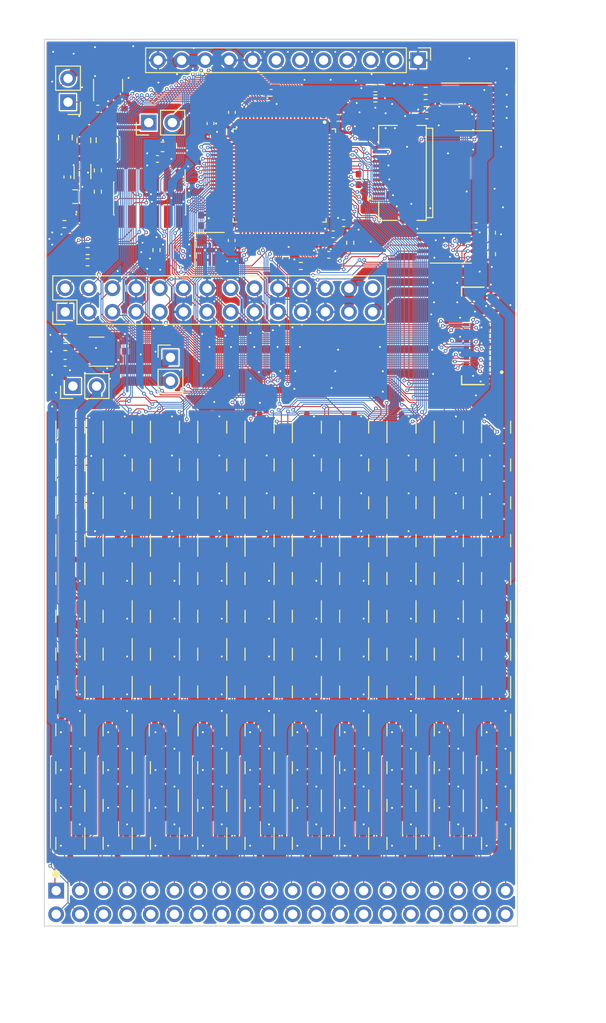
<source format=kicad_pcb>
(kicad_pcb (version 20221018) (generator pcbnew)
  (layers (0 "F.Cu" signal) (31 "B.Cu" signal) (34 "B.Paste" user) (35 "F.Paste" user) (36 "B.SilkS" user "B.Silkscreen") (37 "F.SilkS" user "F.Silkscreen") (38 "B.Mask" user) (39 "F.Mask" user) (44 "Edge.Cuts" user))
  (net 0 "")
  (net 1 "GND")
  (net 2 "/PIN1")
  (net 3 "LINE")
  (net 4 "/PIN2")
  (net 5 "+5V")
  (net 6 "/PIN3")
  (net 7 "/PIN4")
  (net 8 "/PIN5")
  (net 9 "/PIN6")
  (net 10 "/PIN7")
  (net 11 "/PIN8")
  (net 12 "/PIN9")
  (net 13 "/PIN10")
  (net 14 "/PIN11")
  (net 15 "/PIN12")
  (net 16 "/PIN13")
  (net 17 "/PIN14")
  (net 18 "/PIN16")
  (net 19 "/PIN17")
  (net 20 "/PIN18")
  (net 21 "/PIN19")
  (net 22 "/PIN20")
  (net 23 "/PIN21")
  (net 24 "/PIN22")
  (net 25 "/PIN23")
  (net 26 "/PIN24")
  (net 27 "/PIN25")
  (net 28 "/PIN26")
  (net 29 "/PIN27")
  (net 30 "/PIN28")
  (net 31 "/PIN29")
  (net 32 "/PIN30")
  (net 33 "/PIN31")
  (net 34 "/PIN32")
  (net 35 "/PIN33")
  (net 36 "/PIN34")
  (net 37 "/PIN35")
  (net 38 "/PIN36")
  (net 39 "/PIN37")
  (net 40 "/PIN38")
  (net 41 "/PIN39")
  (net 42 "/PIN40")
  (net 43 "/JTAG_SEL_N")
  (net 44 "/DONE")
  (net 45 "+3V3")
  (net 46 "+1V2")
  (net 47 "/JTAG_TMS")
  (net 48 "/JTAG_TCK")
  (net 49 "/JTAG_TDO")
  (net 50 "/RECONFIG_N")
  (net 51 "/JTAG_TDI")
  (net 52 "/SPI_MOSI_IO0")
  (net 53 "/LCD_RST_N")
  (net 54 "/LCD_CS_N")
  (net 55 "/PIN1_F")
  (net 56 "/PIN2_F")
  (net 57 "/PIN3_F")
  (net 58 "/PIN4_F")
  (net 59 "/PIN5_F")
  (net 60 "/PIN6_F")
  (net 61 "/PIN7_F")
  (net 62 "/PIN8_F")
  (net 63 "/PIN9_F")
  (net 64 "/PIN10_F")
  (net 65 "/PIN11_F")
  (net 66 "/PIN12_F")
  (net 67 "/PIN13_F")
  (net 68 "/PIN14_F")
  (net 69 "/PIN15_F")
  (net 70 "/PIN16_F")
  (net 71 "/PIN17_F")
  (net 72 "/PIN18_F")
  (net 73 "/PIN19_F")
  (net 74 "/PIN21_F")
  (net 75 "/PIN22_F")
  (net 76 "/PIN23_F")
  (net 77 "/PIN24_F")
  (net 78 "/PIN25_F")
  (net 79 "/PIN26_F")
  (net 80 "/PIN27_F")
  (net 81 "/PIN28_F")
  (net 82 "/PIN29_F")
  (net 83 "/PIN30_F")
  (net 84 "/PIN31_F")
  (net 85 "/PIN32_F")
  (net 86 "/PIN33_F")
  (net 87 "/PIN34_F")
  (net 88 "/PIN35_F")
  (net 89 "/PIN36_F")
  (net 90 "/PIN37_F")
  (net 91 "/PIN38_F")
  (net 92 "/PIN39_F")
  (net 93 "/PIN40_F")
  (net 94 "/PIN20_F")
  (net 95 "Net-(JP1-A)")
  (net 96 "/IO1A")
  (net 97 "/IO1B")
  (net 98 "/IO2A")
  (net 99 "/IO2B")
  (net 100 "/IO3A")
  (net 101 "/IO3B")
  (net 102 "/IO4A")
  (net 103 "/IO4B")
  (net 104 "/IO5A")
  (net 105 "/IO5B")
  (net 106 "/IO6A")
  (net 107 "/IO6B")
  (net 108 "Net-(JP2-A)")
  (net 109 "/SPI_CLK")
  (net 110 "/CLK1")
  (net 111 "/SPI_IO2")
  (net 112 "/SPI_IO3")
  (net 113 "/FLASH_CS_N")
  (net 114 "Net-(U6-BST)")
  (net 115 "/PSRAM_CS_N")
  (net 116 "Net-(U6-SW)")
  (net 117 "Net-(JP3-A)")
  (net 118 "/SPI_MISO_IO1")
  (net 119 "/PIN15")
  (net 125 "Net-(LED_DONE1-A)")
  (net 126 "Net-(U6-FB)")
  (net 127 "Net-(U1-IOR13A{slash}FASTRD_N{slash}D3)")
  (net 128 "Net-(U3-ADJ)")
  (net 129 "/V_IN")
  (footprint "Resistor_SMD:R_0402_1005Metric_Pad0.72x0.64mm_HandSolder" (layer "F.Cu") (at 136 95.8 -90)
    (fp_text reference "R6" hide)
    (fp_text value "10k")
  )
  (footprint "Package_TO_SOT_SMD:SOT-23" (layer "F.Cu") (at 172.466 155.448 -90)
    (fp_text reference "D14" hide)
    (fp_text value "BAT54S")
  )
  (footprint "Connector_PinHeader_2.54mm:PinHeader_1x02_P2.54mm_Vertical" (layer "F.Cu") (at 126.5 79.9 180)
    (fp_text reference "JP1" hide)
    (fp_text value "Jumper_2_Bridged")
  )
  (footprint "Package_TO_SOT_SMD:SOT-23" (layer "F.Cu") (at 152.146 114.808 90)
    (fp_text reference "D29" hide)
    (fp_text value "BAT54")
  )
  (footprint "Package_TO_SOT_SMD:SOT-23" (layer "F.Cu") (at 147.066 159.512 -90)
    (fp_text reference "D74" hide)
    (fp_text value "BAT54S")
  )
  (footprint "Package_TO_SOT_SMD:SOT-23" (layer "F.Cu") (at 162.306 118.872 90)
    (fp_text reference "D2" hide)
    (fp_text value "BAT54")
  )
  (footprint "Capacitor_SMD:C_0805_2012Metric_Pad1.18x1.45mm_HandSolder" (layer "F.Cu") (at 127.28 90.05 180)
    (fp_text reference "C5" hide)
    (fp_text value "10u")
  )
  (footprint "Package_TO_SOT_SMD:SOT-23" (layer "F.Cu") (at 141.986 131.064 -90)
    (fp_text reference "Q16" hide)
    (fp_text value "2N7002")
  )
  (footprint "Package_TO_SOT_SMD:SOT-23" (layer "F.Cu") (at 172.466 127 90)
    (fp_text reference "D67" hide)
    (fp_text value "BAT54")
  )
  (footprint "Capacitor_SMD:C_0402_1005Metric_Pad0.74x0.62mm_HandSolder" (layer "F.Cu") (at 132 80.6 180)
    (fp_text reference "C1" hide)
    (fp_text value "0.1u")
  )
  (footprint "Capacitor_SMD:C_0402_1005Metric_Pad0.74x0.62mm_HandSolder" (layer "F.Cu") (at 132.6 106.1 90)
    (fp_text reference "C10" hide)
    (fp_text value "0.1u")
  )
  (footprint "Package_TO_SOT_SMD:SOT-23" (layer "F.Cu") (at 172.466 114.808 90)
    (fp_text reference "D4" hide)
    (fp_text value "BAT54")
  )
  (footprint "Package_TO_SOT_SMD:SOT-23" (layer "F.Cu") (at 131.826 147.32 -90)
    (fp_text reference "D64" hide)
    (fp_text value "BAT54S")
  )
  (footprint "LED_SMD:LED_0402_1005Metric_Pad0.77x0.64mm_HandSolder" (layer "F.Cu") (at 126.1 91.97 180)
    (fp_text reference "LED_DONE1" hide)
    (fp_text value "LED")
  )
  (footprint "Package_TO_SOT_SMD:SOT-23" (layer "F.Cu") (at 172.466 151.384 -90)
    (fp_text reference "D76" hide)
    (fp_text value "BAT54S")
  )
  (footprint "Resistor_SMD:R_0402_1005Metric_Pad0.72x0.64mm_HandSolder" (layer "F.Cu") (at 172.02 96.23 -90)
    (fp_text reference "R11" hide)
    (fp_text value "10k")
  )
  (footprint "Package_TO_SOT_SMD:SOT-23" (layer "F.Cu") (at 152.146 159.512 -90)
    (fp_text reference "D20" hide)
    (fp_text value "BAT54S")
  )
  (footprint "Capacitor_SMD:C_0402_1005Metric_Pad0.74x0.62mm_HandSolder" (layer "F.Cu") (at 148.3 78.9 180)
    (fp_text reference "C19" hide)
    (fp_text value "0.1u")
  )
  (footprint "Package_TO_SOT_SMD:SOT-23" (layer "F.Cu") (at 167.386 159.512 -90)
    (fp_text reference "D28" hide)
    (fp_text value "BAT54S")
  )
  (footprint "Capacitor_SMD:C_0603_1608Metric_Pad1.08x0.95mm_HandSolder" (layer "F.Cu") (at 136.652 84.709 180)
    (fp_text reference "C12" hide)
    (fp_text value "10u")
  )
  (footprint "Package_TO_SOT_SMD:SOT-23" (layer "F.Cu") (at 126.746 114.808 90)
    (fp_text reference "D79" hide)
    (fp_text value "BAT54")
  )
  (footprint "Package_TO_SOT_SMD:SOT-23" (layer "F.Cu") (at 136.779 155.448 -90)
    (fp_text reference "D32" hide)
    (fp_text value "BAT54S")
  )
  (footprint "Package_TO_SOT_SMD:SOT-23" (layer "F.Cu") (at 172.466 131.064 -90)
    (fp_text reference "Q33" hide)
    (fp_text value "2N7002")
  )
  (footprint "Package_TO_SOT_SMD:SOT-563" (layer "F.Cu") (at 128.051 87.483 -90)
    (fp_text reference "U6" hide)
    (fp_text value "AP62150Z6")
  )
  (footprint "Resistor_SMD:R_0402_1005Metric_Pad0.72x0.64mm_HandSolder" (layer "F.Cu") (at 164.9 78.7)
    (fp_text reference "R13" hide)
    (fp_text value "10k")
  )
  (footprint "UNIC:PinHeader_2x06_P1.27mm_Vertical_SMD" (layer "F.Cu") (at 135.265 90.25 -90)
    (fp_text reference "J_JTAG1" hide)
    (fp_text value "Conn_02x06_Odd_Even" hide)
  )
  (footprint "Resistor_SMD:R_0402_1005Metric_Pad0.72x0.64mm_HandSolder" (layer "F.Cu") (at 128.6 95.9)
    (fp_text reference "R16" hide)
    (fp_text value "10k")
  )
  (footprint "Package_TO_SOT_SMD:SOT-23" (layer "F.Cu") (at 162.306 114.808 90)
    (fp_text reference "D6" hide)
    (fp_text value "BAT54")
  )
  (footprint "Package_TO_SOT_SMD:SOT-23" (layer "F.Cu") (at 152.146 131.064 -90)
    (fp_text reference "Q9" hide)
    (fp_text value "2N7002")
  )
  (footprint "Package_TO_SOT_SMD:SOT-23" (layer "F.Cu") (at 126.746 131.064 -90)
    (fp_text reference "Q12" hide)
    (fp_text value "2N7002")
  )
  (footprint "Capacitor_SMD:C_0805_2012Metric_Pad1.18x1.45mm_HandSolder" (layer "F.Cu") (at 126.21 83.7 -90)
    (fp_text reference "C7" hide)
    (fp_text value "22u")
  )
  (footprint "Package_TO_SOT_SMD:SOT-23" (layer "F.Cu") (at 152.146 151.384 -90)
    (fp_text reference "D52" hide)
    (fp_text value "BAT54S")
  )
  (footprint "Package_TO_SOT_SMD:SOT-23" (layer "F.Cu") (at 136.906 127 90)
    (fp_text reference "D49" hide)
    (fp_text value "BAT54")
  )
  (footprint "Package_TO_SOT_SMD:SOT-23" (layer "F.Cu") (at 152.146 135.128 -90)
    (fp_text reference "Q30" hide)
    (fp_text value "2N7002")
  )
  (footprint "Capacitor_SMD:C_0402_1005Metric_Pad0.74x0.62mm_HandSolder" (layer "F.Cu") (at 129.7 80.6)
    (fp_text reference "C2" hide)
    (fp_text value "0.1u")
  )
  (footprint "Package_TO_SOT_SMD:SOT-23" (layer "F.Cu") (at 141.986 135.128 -90)
    (fp_text reference "Q23" hide)
    (fp_text value "2N7002")
  )
  (footprint "Resistor_SMD:R_0402_1005Metric_Pad0.72x0.64mm_HandSolder" (layer "F.Cu") (at 126.2 105.2)
    (fp_text reference "R15" hide)
    (fp_text value "10k")
  )
  (footprint "Package_TO_SOT_SMD:SOT-23" (layer "F.Cu") (at 126.746 159.512 -90)
    (fp_text reference "D26" hide)
    (fp_text value "BAT54S")
  )
  (footprint "Resistor_SMD:R_0402_1005Metric_Pad0.72x0.64mm_HandSolder" (layer "F.Cu") (at 159.5 78.4)
    (fp_text reference "R2" hide)
    (fp_text value "1k")
  )
  (footprint "Package_TO_SOT_SMD:SOT-23" (layer "F.Cu") (at 157.226 139.192 -90)
    (fp_text reference "Q29" hide)
    (fp_text value "2N7002")
  )
  (footprint "Package_TO_SOT_SMD:SOT-23" (layer "F.Cu") (at 172.466 139.192 -90)
    (fp_text reference "Q37" hide)
    (fp_text value "2N7002")
  )
  (footprint "Package_TO_SOT_SMD:SOT-23" (layer "F.Cu") (at 136.906 122.936 90)
    (fp_text reference "D31" hide)
    (fp_text value "BAT54")
  )
  (footprint "Package_TO_SOT_SMD:SOT-23" (layer "F.Cu") (at 162.306 143.256 -90)
    (fp_text reference "Q3" hide)
    (fp_text value "2N7002")
  )
  (footprint "Package_TO_SOT_SMD:SOT-23" (layer "F.Cu") (at 167.386 143.256 -90)
    (fp_text reference "Q22" hide)
    (fp_text value "2N7002")
  )
  (footprint "Capacitor_SMD:C_0402_1005Metric_Pad0.74x0.62mm_HandSolder" (layer "F.Cu") (at 154.5 96.3)
    (fp_text reference "C9" hide)
    (fp_text value "0.1u")
  )
  (footprint "Package_TO_SOT_SMD:SOT-23" (layer "F.Cu") (at 131.826 139.192 -90)
    (fp_text reference "Q8" hide)
    (fp_text value "2N7002")
  )
  (footprint "UNIC:Oscillator_SMD_Abracon_ASE-4Pin_3.2x2.5mm" (layer "F.Cu") (at 141.7 95.8 -90)
    (fp_text reference "X1" hide)
    (fp_text value "ASE-xxxMHz")
  )
  (footprint "Package_TO_SOT_SMD:SOT-23" (layer "F.Cu") (at 157.226 118.872 90)
    (fp_text reference "D59" hide)
    (fp_text value "BAT54")
  )
  (footprint "Package_TO_SOT_SMD:SOT-23-5" (layer "F.Cu") (at 129.565 106.7 180)
    (fp_text reference "U3" hide)
    (fp_text value "AP2202K-ADJ")
  )
  (footprint "Package_TO_SOT_SMD:SOT-23" (layer "F.Cu") (at 152.146 139.192 -90)
    (fp_text reference "Q25" hide)
    (fp_text value "2N7002")
  )
  (footprint "Package_TO_SOT_SMD:SOT-23" (layer "F.Cu") (at 147.066 118.872 90)
    (fp_text reference "D65" hide)
    (fp_text value "BAT54")
  )
  (footprint "Package_TO_SOT_SMD:SOT-23" (layer "F.Cu") (at 152.146 143.256 -90)
    (fp_text reference "Q14" hide)
    (fp_text value "2N7002")
  )
  (footprint "Package_TO_SOT_SMD:SOT-23" (layer "F.Cu") (at 147.066 127 90)
    (fp_text reference "D73" hide)
    (fp_text value "BAT54")
  )
  (footprint "Capacitor_SMD:C_0402_1005Metric_Pad0.74x0.62mm_HandSolder" (layer "F.Cu") (at 170.32 93.23 180)
    (fp_text reference "C14" hide)
    (fp_text value "0.1u")
  )
  (footprint "Package_TO_SOT_SMD:SOT-23" (layer "F.Cu") (at 141.986 143.256 -90)
    (fp_text reference "Q19" hide)
    (fp_text value "2N7002")
  )
  (footprint "Package_TO_SOT_SMD:SOT-23" (layer "F.Cu") (at 172.466 159.512 -90)
    (fp_text reference "D68" hide)
    (fp_text value "BAT54S")
  )
  (footprint "UNIC:CFAL12832C-0091B-W_A" (layer "F.Cu") (at 151.003 85.852)
    (fp_text reference "DISPLAY1" hide)
    (fp_text value "Housing" hide)
  )
  (footprint "Inductor_SMD:L_1008_2520Metric_Pad1.43x2.20mm_HandSolder" (layer "F.Cu") (at 130.63 83.98 90)
    (fp_text reference "L1" hide)
    (fp_text value "3.3uH")
  )
  (footprint "Capacitor_SMD:C_0402_1005Metric_Pad0.74x0.62mm_HandSolder" (layer "F.Cu") (at 157.7 88.2 -90)
    (fp_text reference "C21" hide)
    (fp_text value "0.1u")
  )
  (footprint "Resistor_SMD:R_0402_1005Metric_Pad0.72x0.64mm_HandSolder" (layer "F.Cu") (at 164.9 80)
    (fp_text reference "R8" hide)
    (fp_text value "10k")
  )
  (footprint "Package_TO_SOT_SMD:SOT-23" (layer "F.Cu") (at 172.466 135.128 -90)
    (fp_text reference "Q6" hide)
    (fp_text value "2N7002")
  )
  (footprint "Package_TO_SOT_SMD:SOT-23" (layer "F.Cu") (at 162.306 135.128 -90)
    (fp_text reference "Q18" hide)
    (fp_text value "2N7002")
  )
  (footprint "Package_TO_SOT_SMD:SOT-23" (layer "F.Cu") (at 126.746 139.192 -90)
    (fp_text reference "Q41" hide)
    (fp_text value "2N7002")
  )
  (footprint "Capacitor_SMD:C_0402_1005Metric_Pad0.74x0.62mm_HandSolder" (layer "F.Cu") (at 141.8 82.2 -90)
    (fp_text reference "C11" hide)
    (fp_text value "0.1u")
  )
  (footprint "Package_TO_SOT_SMD:SOT-23" (layer "F.Cu") (at 162.306 139.192 -90)
    (fp_text reference "Q1" hide)
    (fp_text value "2N7002")
  )
  (footprint "Package_TO_SOT_SMD:SOT-23" (layer "F.Cu") (at 162.306 131.064 -90)
    (fp_text reference "Q21" hide)
    (fp_text value "2N7002")
  )
  (footprint "Package_TO_SOT_SMD:SOT-23" (layer "F.Cu") (at 141.986 159.512 -90)
    (fp_text reference "D34" hide)
    (fp_text value "BAT54S")
  )
  (footprint "Capacitor_SMD:C_0402_1005Metric_Pad0.74x0.62mm_HandSolder" (layer "F.Cu") (at 144.1 81 90)
    (fp_text reference "C20" hide)
    (fp_text value "0.1u")
  )
  (footprint "Package_TO_SOT_SMD:SOT-23" (layer "F.Cu") (at 131.826 114.808 90)
    (fp_text reference "D63" hide)
    (fp_text value "BAT54")
  )
  (footprint "Package_TO_SOT_SMD:SOT-23" (layer "F.Cu") (at 141.986 151.384 -90)
    (fp_text reference "D42" hide)
    (fp_text value "BAT54S")
  )
  (footprint "Package_TO_SOT_SMD:SOT-23" (layer "F.Cu") (at 147.066 143.256 -90)
    (fp_text reference "Q7" hide)
    (fp_text value "2N7002")
  )
  (footprint "Package_TO_SOT_SMD:SOT-23" (layer "F.Cu") (at 141.986 139.192 -90)
    (fp_text reference "Q20" hide)
    (fp_text value "2N7002")
  )
  (footprint "Package_TO_SOT_SMD:SOT-23" (layer "F.Cu") (at 126.746 122.936 90)
    (fp_text reference "D55" hide)
    (fp_text value "BAT54")
  )
  (footprint "Package_TO_SOT_SMD:SOT-23" (layer "F.Cu") (at 157.226 155.448 -90)
    (fp_text reference "D70" hide)
    (fp_text value "BAT54S")
  )
  (footprint "Package_TO_SOT_SMD:SOT-23" (layer "F.Cu") (at 136.906 143.256 -90)
    (fp_text reference "Q11" hide)
    (fp_text value "2N7002")
  )
  (footprint "Package_TO_SOT_SMD:SOT-23" (layer "F.Cu") (at 147.066 135.128 -90)
    (fp_text reference "Q38" hide)
    (fp_text value "2N7002")
  )
  (footprint "Resistor_SMD:R_0402_1005Metric_Pad0.72x0.64mm_HandSolder" (layer "F.Cu") (at 126.2 106.2)
    (fp_text reference "R14" hide)
    (fp_text value "4.99k")
  )
  (footprint "Package_TO_SOT_SMD:SOT-23" (layer "F.Cu") (at 157.226 122.936 90)
    (fp_text reference "D69" hide)
    (fp_text value "BAT54")
  )
  (footprint "Package_TO_SOT_SMD:SOT-23" (layer "F.Cu") (at 152.146 147.32 -90)
    (fp_text reference "D30" hide)
    (fp_text value "BAT54S")
  )
  (footprint "Capacitor_SMD:C_0402_1005Metric_Pad0.74x0.62mm_HandSolder" (layer "F.Cu") (at 126.185 107.9)
    (fp_text reference "C3" hide)
    (fp_text value "2.2u")
  )
  (footprint "Package_TO_SOT_SMD:SOT-23" (layer "F.Cu") (at 141.986 122.936 90)
    (fp_text reference "D47" hide)
    (fp_text value "BAT54")
  )
  (footprint "Capacitor_SMD:C_0402_1005Metric_Pad0.74x0.62mm_HandSolder" (layer "F.Cu") (at 156.1 92.9)
    (fp_text reference "C15" hide)
    (fp_text value "0.1u")
  )
  (footprint "Package_TO_SOT_SMD:SOT-23" (layer "F.Cu") (at 126.746 143.256 -90)
    (fp_text reference "Q39" hide)
    (fp_text value "2N7002")
  )
  (footprint "Resistor_SMD:R_0402_1005Metric_Pad0.72x0.64mm_HandSolder" (layer "F.Cu") (at 128.6 97.1)
    (fp_text reference "R7" hide)
    (fp_text value "10k")
  )
  (footprint "Package_TO_SOT_SMD:SOT-23" (layer "F.Cu") (at 147.066 114.808 90)
    (fp_text reference "D15" hide)
    (fp_text value "BAT54")
  )
  (footprint "Package_TO_SOT_SMD:SOT-23" (layer "F.Cu") (at 152.146 118.872 90)
    (fp_text reference "D51" hide)
    (fp_text value "BAT54")
  )
  (footprint "Capacitor_SMD:C_0402_1005Metric_Pad0.74x0.62mm_HandSolder" (layer "F.Cu") (at 155.5 81.6)
    (fp_text reference "C23" hide)
    (fp_text value "0.1u")
  )
  (footprint "Capacitor_SMD:C_0402_1005Metric_Pad0.74x0.62mm_HandSolder" (layer "F.Cu") (at 140.8 92.6 90)
    (fp_text reference "C17" hide)
    (fp_text value "0.1u")
  )
  (footprint "Package_TO_SOT_SMD:SOT-23" (layer "F.Cu") (at 162.306 122.936 90)
    (fp_text reference "D37" hide)
    (fp_text value "BAT54")
  )
  (footprint "Package_TO_SOT_SMD:SOT-23" (layer "F.Cu") (at 147.066 139.192 -90)
    (fp_text reference "Q32" hide)
    (fp_text value "2N7002")
  )
  (footprint "Package_TO_SOT_SMD:SOT-23" (layer "F.Cu") (at 136.906 139.192 -90)
    (fp_text reference "Q28" hide)
    (fp_text value "2N7002")
  )
  (footprint "Package_TO_SOT_SMD:SOT-23" (layer "F.Cu") (at 157.226 151.384 -90)
    (fp_text reference "D60" hide)
    (fp_text value "BAT54S")
  )
  (footprint "Package_TO_SOT_SMD:SOT-23" (layer "F.Cu") (at 162.306 159.512 -90)
    (fp_text reference "D44" hide)
    (fp_text value "BAT54S")
  )
  (footprint "Package_TO_SOT_SMD:SOT-23" (layer "F.Cu") (at 162.306 155.448 -90)
    (fp_text reference "D38" hide)
    (fp_text value "BAT54S")
  )
  (footprint "Package_TO_SOT_SMD:SOT-23" (layer "F.Cu") (at 167.386 147.32 -90)
    (fp_text reference "D46" hide)
    (fp_text value "BAT54S")
  )
  (footprint "Package_TO_SOT_SMD:SOT-23" (layer "F.Cu") (at 167.386 155.448 -90)
    (fp_text reference "D54" hide)
    (fp_text value "BAT54S")
  )
  (footprint "Package_TO_SOT_SMD:SOT-23" (layer "F.Cu") (at 131.826 159.512 -90)
    (fp_text reference "D9" hide)
    (fp_text value "BAT54S")
  )
  (footprint "Package_TO_SOT_SMD:SOT-23" (layer "F.Cu") (at 167.386 135.128 -90)
    (fp_text reference "Q26" hide)
    (fp_text value "2N7002")
  )
  (footprint "Package_TO_SOT_SMD:SOT-23" (layer "F.Cu") (at 131.826 135.128 -90)
    (fp_text reference "Q35" hide)
    (fp_text value "2N7002")
  )
  (footprint "Package_TO_SOT_SMD:SOT-23" (layer "F.Cu") (at 152.146 155.448 -90)
    (fp_text reference "D62" hide)
    (fp_text value "BAT54S")
  )
  (footprint "Package_TO_SOT_SMD:SOT-23" (layer "F.Cu") (at 167.386 139.192 -90)
    (fp_text reference "Q17" hide)
    (fp_text value "2N7002")
  )
  (footprint "Package_TO_SOT_SMD:SOT-23" (layer "F.Cu") (at 130.8 78.1 90)
    (fp_text reference "U2" hide)
    (fp_text value "LM3480-3.3")
  )
  (footprint "Package_TO_SOT_SMD:SOT-23" (layer "F.Cu") (at 157.226 135.128 -90)
    (fp_text reference "Q34" hide)
    (fp_text value "2N7002")
  )
  (footprint "Package_SO:SOIC-8_3.9x4.9mm_P1.27mm" (layer "F.Cu") (at 170.04 80.41)
    (fp_text reference "U4" hide)
    (fp_text value "ESP-PSRAM32")
  )
  (footprint "UNIC:QFN40P1000X1000X95-89N_hand_solder" (layer "F.Cu") (at 149.225 87.7805 -90)
    (fp_text reference "U1" hide)
    (fp_text value "GW1N-LV9QN88C6_I5_")
  )
  (footprint "Package_TO_SOT_SMD:SOT-23" (layer "F.Cu") (at 157.226 147.32 -90)
    (fp_text reference "D22" hide)
    (fp_text value "BAT54S")
  )
  (footprint "Package_TO_SOT_SMD:SOT-23" (layer "F.Cu") (at 172.466 122.936 90)
    (fp_text reference "D13" hide)
    (fp_text value "BAT54")
  )
  (footprint "Package_TO_SOT_SMD:SOT-23" (layer "F.Cu") (at 172.466 118.872 90)
    (fp_text reference "D75" hide)
    (fp_text value "BAT54")
  )
  (footprint "Package_TO_SOT_SMD:SOT-23" (layer "F.Cu") (at 141.986 127 90)
    (fp_text reference "D33" hide)
    (fp_text value "BAT54")
  )
  (footprint "Capacitor_SMD:C_0402_1005Metric_Pad0.74x0.62mm_HandSolder" (layer "F.Cu") (at 144.0725 94.76 -90)
    (fp_text reference "C18" hide)
    (fp_text value "0.1u")
  )
  (footprint "Package_TO_SOT_SMD:SOT-23" (layer "F.Cu") (at 172.466 147.32 -90)
    (fp_text reference "D5" hide)
    (fp_text value "BAT54S")
  )
  (footprint "Package_TO_SOT_SMD:SOT-23" (layer "F.Cu") (at 162.306 147.32 -90)
    (fp_text reference "D7" hide)
    (fp_text value "BAT54S")
  )
  (footprint "Package_TO_SOT_SMD:SOT-23" (layer "F.Cu") (at 157.226 159.512 -90)
    (fp_text reference "D12" hide)
    (fp_text value "BAT54S")
  )
  (footprint "Package_TO_SOT_SMD:SOT-23" (layer "F.Cu") (at 162.306 127 90)
    (fp_text reference "D43" hide)
    (fp_text value "BAT54")
  )
  (footprint "Package_TO_SOT_SMD:SOT-23" (layer "F.Cu") (at 131.826 131.064 -90)
    (fp_text reference "Q4" hide)
    (fp_text value "2N7002")
  )
  (footprint "Package_TO_SOT_SMD:SOT-23" (layer "F.Cu") (at 131.826 151.384 -90)
    (fp_text reference "D18" hide)
    (fp_text value "BAT54S")
  )
  (footprint "Resistor_SMD:R_0402_1005Metric_Pad0.72x0.64mm_HandSolder" (layer "F.Cu") (at 172.02 93.93 -90)
    (fp_text reference "R10" hide)
    (fp_text value "10k")
  )
  (footprint "Resistor_SMD:R_0402_1005Metric_Pad0.72x0.64mm_HandSolder" (layer "F.Cu") (at 159.5 79.5 180)
    (fp_text reference "R3" hide)
    (fp_text value "10k")
  )
  (footprint "Connector_PinHeader_2.54mm:PinHeader_1x02_P2.54mm_Vertical" (layer "F.Cu") (at 137.5 107.325)
    (fp_text reference "JP4" hide)
    (fp_text value "Jumper_2_Bridged")
  )
  (footprint "Package_TO_SOT_SMD:SOT-23" (layer "F.Cu") (at 141.986 114.808 90)
    (fp_text reference "D39" hide)
    (fp_text value "BAT54")
  )
  (footprint "Package_TO_SOT_SMD:SOT-23" (layer "F.Cu") (at 126.746 147.32 -90)
    (fp_text reference "D80" hide)
    (fp_text value "BAT54S")
  )
  (footprint "Package_TO_SOT_SMD:SOT-23" (layer "F.Cu") (at 157.226 127 90)
    (fp_text reference "D11" hide)
    (fp_text value "BAT54")
  )
  (footprint "Package_TO_SOT_SMD:SOT-23" (layer "F.Cu") (at 141.986 155.448 -90)
    (fp_text reference "D48" hide)
    (fp_text value "BAT54S")
  )
  (footprint "Package_TO_SOT_SMD:SOT-23" (layer "F.Cu") (at 136.906 131.064 -90)
    (fp_text reference "Q24" hide)
    (fp_text value "2N7002")
  )
  (footprint "Package_TO_SOT_SMD:SOT-23" (layer "F.Cu") (at 136.906 135.128 -90)
    (fp_text reference "Q15" hide)
    (fp_text value "2N7002")
  )
  (footprint "Capacitor_SMD:C_0402_1005Metric_Pad0.74x0.62mm_HandSolder" (layer "F.Cu") (at 165.0325 81.3325)
    (fp_text reference "C16" hide)
    (fp_text value "0.1u")
  )
  (footprint "Capacitor_SMD:C_0402_1005Metric_Pad0.74x0.62mm_HandSolder" (layer "F.Cu") (at 149.9 96.6 -90)
    (fp_text reference "C13" hide)
    (fp_text value "0.1u")
  )
  (footprint "Package_TO_SOT_SMD:SOT-23" (layer "F.Cu") (at 167.386 118.872 90)
    (fp_text reference "D35" hide)
    (fp_text value "BAT54")
  )
  (footprint "Connector_PinHeader_2.54mm:PinHeader_1x02_P2.54mm_Vertical" (layer "F.Cu") (at 135.16 82.1 90)
    (fp_text reference "JP3" hide)
    (fp_text value "Jumper_2_Bridged")
  )
  (footprint "Package_TO_SOT_SMD:SOT-23" (layer "F.Cu") (at 147.066 122.936 90)
    (fp_text reference "D77" hide)
    (fp_text value "BAT54")
  )
  (footprint "Package_TO_SOT_SMD:SOT-23" (layer "F.Cu") (at 172.466 143.256 -90)
    (fp_text reference "Q2" hide)
    (fp_text value "2N7002")
  )
  (footprint "Package_TO_SOT_SMD:SOT-23" (layer "F.Cu") (at 167.386 151.384 -90)
    (fp_text reference "D36" hide)
    (fp_text value "BAT54S")
  )
  (footprint "Package_TO_SOT_SMD:SOT-23" (layer "F.Cu") (at 136.906 159.512 -90)
    (fp_text reference "D50" hide)
    (fp_text value "BAT54S")
  )
  (footprint "Package_TO_SOT_SMD:SOT-23" (layer "F.Cu") (at 141.986 147.32 -90)
    (fp_text reference "D40" hide)
    (fp_text value "BAT54S")
  )
  (footprint "Package_TO_SOT_SMD:SOT-23" (layer "F.Cu") (at 157.226 114.808 90)
    (fp_text reference "D21" hide)
    (fp_text value "BAT54")
  )
  (footprint "Connector_PinHeader_2.54mm:PinHeader_1x02_P2.54mm_Vertical" (layer "F.Cu") (at 127.025 110.4 90)
    (fp_text reference "JP2" hide)
    (fp_text value "Jumper_2_Bridged")
  )
  (footprint "Resistor_SMD:R_0402_1005Metric_Pad0.72x0.64mm_HandSolder" (layer "F.Cu") (at 126.1 93 180)
    (fp_text reference "R1" hide)
    (fp_text value "220")
  )
  (footprint "Package_TO_SOT_SMD:SOT-23" (layer "F.Cu") (at 126.746 135.128 -90)
    (fp_text reference "Q27" hide)
    (fp_text value "2N7002")
  )
  (footprint "Package_TO_SOT_SMD:SOT-23" (layer "F.Cu") (at 126.746 155.448 -90)
    (fp_text reference "D56" hide)
    (fp_text value "BAT54S")
  )
  (footprint "Package_TO_SOT_SMD:SOT-23" (layer "F.Cu") (at 136.906 114.808 90)
    (fp_text reference "D23" hide)
    (fp_text value "BAT54")
  )
  (footprint "Capacitor_SMD:C_0805_2012Metric_Pad1.18x1.45mm_HandSolder" (layer "F.Cu") (at 128.197 84 -90)
    (fp_text reference "C8" hide)
    (fp_text value "22u")
  )
  (footprint "Package_TO_SOT_SMD:SOT-23" (layer "F.Cu") (at 126.746 151.384 -90)
    (fp_text reference "D10" hide)
    (fp_text value "BAT54S")
  )
  (footprint "Connector_PinHeader_2.54mm:PinHeader_2x14_P2.54mm_Vertical" (layer "F.Cu") (at 126.19 102.43 90)
    (fp_text reference "J_EXT2" hide)
    (fp_text value "Conn_01x27")
  )
  (footprint "UNIC:Molex_502598-2793_2Rows-23P~0.60mm_Horizontal" (layer "F.Cu") (at 170.6685 105.01 90)
    (fp_text reference "J_EXT1" hide)
    (fp_text value "Conn_01x27_MountingPin" hide)
  )
  (footprint "Capacitor_SMD:C_0402_1005Metric_Pad0.74x0.62mm_HandSolder" (layer "F.Cu") (at 154.9675 94.1)
    (fp_text reference "C22" hide)
    (fp_text value "0.1u")
  )
  (footprint "Package_TO_SOT_SMD:SOT-23" (layer "F.Cu") (at 162.306 151.384 -90)
    (fp_text reference "D3" hide)
    (fp_text value "BAT54S")
  )
  (footprint "Package_TO_SOT_SMD:SOT-23" (layer "F.Cu") (at 131.826 155.448 -90)
    (fp_text reference "D72" hide)
    (fp_text value "BAT54S")
  )
  (footprint "Package_TO_SOT_SMD:SOT-23" (layer "F.Cu") (at 157.226 131.064 -90)
    (fp_text reference "Q5" hide)
    (fp_text value "2N7002")
  )
  (footprint "Package_TO_SOT_SMD:SOT-23" (layer "F.Cu") (at 147.066 147.32 -90)
    (fp_text reference "D16" hide)
    (fp_text value "BAT54S")
  )
  (footprint "Resistor_SMD:R_0402_1005Metric_Pad0.72x0.64mm_HandSolder" (layer "F.Cu") (at 129.702 87.229 -90)
    (fp_text reference "R4" hide)
    (fp_text value "4.99k")
  )
  (footprint "Resistor_SMD:R_0402_1005Metric_Pad0.72x0.64mm_HandSolder" (layer "F.Cu") (at 129.702 89.515 -90)
    (fp_text reference "R5" hide)
    (fp_text value "10k")
  )
  (footprint "Package_TO_SOT_SMD:SOT-23" (layer "F.Cu") (at 167.386 122.936 90)
    (fp_text reference "D53" hide)
    (fp_text value "BAT54")
  )
  (footprint "Package_TO_SOT_SMD:SOT-23" (layer "F.Cu") (at 147.066 151.384 -90)
    (fp_text reference "D66" hide)
    (fp_text value "BAT54S")
  )
  (footprint "Package_TO_SOT_SMD:SOT-23" (layer "F.Cu") (at 141.986 118.872 90)
    (fp_text reference "D41" hide)
    (fp_text value "BAT54")
  )
  (footprint "Package_TO_SOT_SMD:SOT-23" (layer "F.Cu") (at 147.066 131.064 -90)
    (fp_text reference "Q36" hide)
    (fp_text value "2N7002")
  )
  (footprint "Package_TO_SOT_SMD:SOT-23" (layer "F.Cu") (at 167.386 127 90)
    (fp_text reference "D27" hide)
    (fp_text value "BAT54")
  )
  (footprint "Package_TO_SOT_SMD:SOT-23" (layer "F.Cu") (at 131.826 118.872 90)
    (fp_text reference "D17" hide)
    (fp_text value "BAT54")
  )
  (footprint "Package_SO:TSSOP-8_4.4x3mm_P0.65mm" (layer "F.Cu") (at 167.6 95.58)
    (fp_text reference "U5" hide)
    (fp_text value "AT25SF081-XMHF-X")
  )
  (footprint "Resistor_SMD:R_0402_1005Metric_Pad0.72x0.64mm_HandSolder" (layer "F.Cu") (at 151.5 97.5 180)
    (fp_text reference "R12" hide)
    (fp_text value "10k")
  )
  (footprint "Package_TO_SOT_SMD:SOT-23" (layer "F.Cu") (at 131.826 143.256 -90)
    (fp_text reference "Q31" hide)
    (fp_text value "2N7002")
  )
  (footprint "Package_TO_SOT_SMD:SOT-23" (layer "F.Cu") (at 152.146 127 90)
    (fp_text reference "D19" hide)
    (fp_text value "BAT54")
  )
  (footprint "Package_TO_SOT_SMD:SOT-23" (layer "F.Cu") (at 136.779 147.32 -90)
    (fp_text reference "D24" hide)
    (fp_text value "BAT54S")
  )
  (footprint "UNIC:CF31121D0R0-05-NH" (layer "F.Cu") (at 159.861 87.503 90)
    (fp_text reference "J_DISPLAY1" hide)
    (fp_text value "Conn_01x12_MountingPin" hide)
  )
  (footprint "Package_TO_SOT_SMD:SOT-23" (layer "F.Cu") (at 136.906 118.872 90)
    (fp_text reference "D57" hide)
    (fp_text value "BAT54")
  )
  (footprint "Capacitor_SMD:C_0402_1005Metric_Pad0.74x0.62mm_HandSolder" (layer "F.Cu") (at 136.1 86 180)
    (fp_text reference "C4" hide)
    (fp_text value "0.1u")
  )
  (footprint "Resistor_SMD:R_0402_1005Metric_Pad0.72x0.64mm_HandSolder" (layer "F.Cu") (at 156.8 95 -90)
    (fp_text reference "R9" hide)
    (fp_text value "10k")
  )
  (footprint "Package_TO_SOT_SMD:SOT-23" (layer "F.Cu") (at 157.226 143.256 -90)
    (fp_text reference "Q10" hide)
    (fp_text value "2N7002")
  )
  (footprint "Package_TO_SOT_SMD:SOT-23" (layer "F.Cu") (at 147.066 155.448 -90)
    (fp_text reference "D78" hide)
    (fp_text value "BAT54S")
  )
  (footprint "Connector_PinSocket_2.54mm:PinSocket_2x20_P2.54mm_Horizontal" (layer "F.Cu") (at 125.222 164.592 90)
    (fp_text reference "SOCKET1" hide)
    (fp_text value "Conn_02x20_Odd_Even")
  )
  (footprint "Package_TO_SOT_SMD:SOT-23" (layer "F.Cu") (at 136.906 151.384 -90)
    (fp_text reference "D58" hide)
    (fp_text value "BAT54S")
  )
  (footprint "Package_TO_SOT_SMD:SOT-23" (layer "F.Cu") (at 167.386 114.808 90)
    (fp_text reference "D45" hide)
    (fp_text value "BAT54")
  )
  (footprint "Capacitor_SMD:C_0402_1005Metric_Pad0.74x0.62mm_HandSolder" (layer "F.Cu") (at 126.42 87.94 90)
    (fp_text reference "C6" hide)
    (fp_text value "0.1u")
  )
  (footprint "Package_TO_SOT_SMD:SOT-23" (layer "F.Cu") (at 131.826 127 90)
    (fp_text reference "D8" hide)
    (fp_text value "BAT54")
  )
  (footprint "Package_TO_SOT_SMD:SOT-23" (layer "F.Cu") (at 126.746 127 90)
    (fp_text reference "D25" hide)
    (fp_text value "BAT54")
  )
  (footprint "Package_TO_SOT_SMD:SOT-23" (layer "F.Cu") (at 131.826 122.936 90)
    (fp_text reference "D71" hide)
    (fp_text value "BAT54")
  )
  (footprint "Package_TO_SOT_SMD:SOT-23" (layer "F.Cu") (at 126.746 118.872 90)
    (fp_text reference "D1" hide)
    (fp_text value "BAT54")
  )
  (footprint "Package_TO_SOT_SMD:SOT-23" (layer "F.Cu") (at 167.386 131.064 -90)
    (fp_text reference "Q13" hide)
    (fp_text value "2N7002")
  )
  (footprint "Package_TO_SOT_SMD:SOT-23" (layer "F.Cu") (at 152.146 122.936 90)
    (fp_text reference "D61" hide)
    (fp_text value "BAT54")
  )
  (footprint "Connector_PinHeader_2.54mm:PinHeader_1x12_P2.54mm_Vertical" (layer "F.Cu") (at 164.1 75.4 -90)
    (fp_text reference "J_DISPLAY2" hide)
    (fp_text value "Conn_01x12")
  )
  (gr_rect locked (start 123.952 73.152) (end 174.752 168.402) (stroke (width 0.1)) (fill none) (layer "Edge.Cuts"))
  (segment (start 167.565 82.315) (end 166.385 82.315) (width 0.1) (layer "F.Cu") (net 1))
  (segment (start 173.416 149.418) (end 173.482 149.352) (width 0.1) (layer "F.Cu") (net 1))
  (segment (start 141.6 95.9) (end 141.6 96.125) (width 0.1) (layer "F.Cu") (net 1))
  (segment (start 145.425 91.5805) (end 146.15275 90.85275) (width 0.1) (layer "F.Cu") (net 1))
  (segment (start 158.176 145.354) (end 158.242 145.288) (width 0.1) (layer "F.Cu") (net 1))
  (segment (start 153.025 93.7155) (end 153.025 95.225) (width 0.1) (layer "F.Cu") (net 1))
  (segment (start 132.776 150.4465) (end 132.776 149.418) (width 0.1) (layer "F.Cu") (net 1))
  (segment (start 168.69 105.01) (end 168.6 105.1) (width 0.1) (layer "F.Cu") (net 1))
  (segment (start 142.936 153.482) (end 143.002 153.416) (width 0.1) (layer "F.Cu") (net 1))
  (segment (start 129.6 107.6) (end 129.6 108) (width 0.4) (layer "F.Cu") (net 1))
  (segment (start 137.856 158.5745) (end 137.856 157.546) (width 0.1) (layer "F.Cu") (net 1))
  (segment (start 130.8 77.1625) (end 130.8 80.0675) (width 0.1) (layer "F.Cu") (net 1))
  (segment (start 126.28 86.67) (end 126.28 84.8075) (width 0.4) (layer "F.Cu") (net 1))
  (segment (start 127.696 146.3825) (end 127.696 145.354) (width 0.1) (layer "F.Cu") (net 1))
  (segment (start 158.176 146.3825) (end 158.176 145.354) (width 0.1) (layer "F.Cu") (net 1))
  (segment (start 145.4 80.2) (end 145.425 80.225) (width 0.1) (layer "F.Cu") (net 1))
  (segment (start 158.176 150.4465) (end 158.176 149.418) (width 0.1) (layer "F.Cu") (net 1))
  (segment (start 127.488 86.67) (end 127.551 86.733) (width 0.3) (layer "F.Cu") (net 1))
  (segment (start 130.5 106.7) (end 130 106.7) (width 0.4) (layer "F.Cu") (net 1))
  (segment (start 142.936 154.5105) (end 142.936 153.482) (width 0.1) (layer "F.Cu") (net 1))
  (segment (start 161.047 90.253) (end 160.328519 90.253) (width 0.1) (layer "F.Cu") (net 1))
  (segment (start 171.9242 99.5242) (end 171.9 99.5) (width 0.1) (layer "F.Cu") (net 1))
  (segment (start 145.4 80.2) (end 144.3325 80.2) (width 0.1) (layer "F.Cu") (net 1))
  (segment (start 153.096 145.354) (end 153.162 145.288) (width 0.1) (layer "F.Cu") (net 1))
  (segment (start 155.16 83.5805) (end 153.0445 83.5805) (width 0.1) (layer "F.Cu") (net 1))
  (segment (start 170.9 105.8) (end 171.010001 105.910001) (width 0.1) (layer "F.Cu") (net 1))
  (segment (start 173.416 145.354) (end 173.482 145.288) (width 0.1) (layer "F.Cu") (net 1))
  (segment (start 129.6 107.1) (end 129.6 107.6) (width 0.4) (layer "F.Cu") (net 1))
  (segment (start 150.4325 97.1675) (end 149.9 97.1675) (width 0.1) (layer "F.Cu") (net 1))
  (segment (start 156.5 93.7) (end 155.935 93.7) (width 0.1) (layer "F.Cu") (net 1))
  (segment (start 126.7525 107.9) (end 126.7525 108.6475) (width 0.1) (layer "F.Cu") (net 1))
  (segment (start 168.336 157.546) (end 168.402 157.48) (width 0.1) (layer "F.Cu") (net 1))
  (segment (start 173.416 154.5105) (end 173.416 153.482) (width 0.1) (layer "F.Cu") (net 1))
  (segment (start 158.176 157.546) (end 158.242 157.48) (width 0.1) (layer "F.Cu") (net 1))
  (segment (start 148.016 149.418) (end 148.082 149.352) (width 0.1) (layer "F.Cu") (net 1))
  (segment (start 147.7325 79.3325) (end 147.9 79.5) (width 0.1) (layer "F.Cu") (net 1))
  (segment (start 163.256 146.3825) (end 163.256 145.354) (width 0.1) (layer "F.Cu") (net 1))
  (segment (start 168.609999 106.809999) (end 168.6 106.8) (width 0.1) (layer "F.Cu") (net 1))
  (segment (start 147.7325 78.9) (end 147.7325 79.3325) (width 0.1) (layer "F.Cu") (net 1))
  (segment (start 153.025 91.5805) (end 152.27225 90.82775) (width 0.1) (layer "F.Cu") (net 1))
  (segment (start 142.936 157.546) (end 143.002 157.48) (width 0.1) (layer "F.Cu") (net 1))
  (segment (start 141.252 91.5805) (end 140.8 92.0325) (width 0.1) (layer "F.Cu") (net 1))
  (segment (start 168.336 150.4465) (end 168.336 149.418) (width 0.1) (layer "F.Cu") (net 1))
  (segment (start 163.29 90.9) (end 163.36 90.83) (width 0.1) (layer "F.Cu") (net 1))
  (segment (start 169.275879 103.209999) (end 168.749499 103.209999) (width 0.1) (layer "F.Cu") (net 1))
  (segment (start 132.6 105.5325) (end 132.48375 105.5325) (width 0.4) (layer "F.Cu") (net 1))
  (segment (start 145.425 95.275) (end 145.425 95.063087) (width 0.1) (layer "F.Cu") (net 1))
  (segment (start 170.909999 104.109999) (end 172.290889 104.109999) (width 0.1) (layer "F.Cu") (net 1))
  (segment (start 145 95.5) (end 145.2 95.5) (width 0.1) (layer "F.Cu") (net 1))
  (segment (start 148.016 154.5105) (end 148.016 153.482) (width 0.1) (layer "F.Cu") (net 1))
  (segment (start 141.6 96.125) (end 140.875 96.85) (width 0.1) (layer "F.Cu") (net 1))
  (segment (start 153.025 83.9805) (end 152.30275 84.70275) (width 0.1) (layer "F.Cu") (net 1))
  (segment (start 132.776 157.546) (end 132.842 157.48) (width 0.1) (layer "F.Cu") (net 1))
  (segment (start 170.9 104.1) (end 170.909999 104.109999) (width 0.1) (layer "F.Cu") (net 1))
  (segment (start 132.776 146.3825) (end 132.776 145.354) (width 0.1) (layer "F.Cu") (net 1))
  (segment (start 163.256 154.5105) (end 163.256 153.482) (width 0.1) (layer "F.Cu") (net 1))
  (segment (start 131.9675 104.9) (end 132.6 105.5325) (width 0.1) (layer "F.Cu") (net 1))
  (segment (start 168.749499 103.209999) (end 168.6 103.0605) (width 0.1) (layer "F.Cu") (net 1))
  (segment (start 137.856 150.4465) (end 137.856 149.418) (width 0.1) (layer "F.Cu") (net 1))
  (segment (start 163.256 157.546) (end 163.322 157.48) (width 0.1) (layer "F.Cu") (net 1))
  (segment (start 132.776 154.5105) (end 132.776 153.482) (width 0.1) (layer "F.Cu") (net 1))
  (segment (start 169.275879 105.01) (end 168.69 105.01) (width 0.1) (layer "F.Cu") (net 1))
  (segment (start 137.856 153.482) (end 137.922 153.416) (width 0.1) (layer "F.Cu") (net 1))
  (segment (start 126.107238 86.67) (end 125.8 86.977238) (width 0.4) (layer "F.Cu") (net 1))
  (segment (start 157.74 81.06) (end 157.8 81) (width 0.1) (layer "F.Cu") (net 1))
  (segment (start 154.7 95.7) (end 154.7 95.9325) (width 0.1) (layer "F.Cu") (net 1))
  (segment (start 127.1 86.67) (end 127.488 86.67) (width 0.3) (layer "F.Cu") (net 1))
  (segment (start 127.696 153.482) (end 127.762 153.416) (width 0.1) (layer "F.Cu") (net 1))
  (segment (start 153.025 83.6) (end 153.025 83.9805) (width 0.1) (layer "F.Cu") (net 1))
  (segment (start 142.936 146.3825) (end 142.936 145.354) (width 0.1) (layer "F.Cu") (net 1))
  (segment (start 158.176 154.5105) (end 158.176 153.482) (width 0.1) (layer "F.Cu") (net 1))
  (segment (start 145.425 83.9805) (end 146.17225 84.72775) (width 0.1) (layer "F.Cu") (net 1))
  (segment (start 125.8 86.977238) (end 125.8 89.4445) (width 0.4) (layer "F.Cu") (net 1))
  (segment (start 125.8 89.4445) (end 126.2425 89.887) (width 0.4) (layer "F.Cu") (net 1))
  (segment (start 127.0975 104.9) (end 131.9675 104.9) (width 0.1) (layer "F.Cu") (net 1))
  (segment (start 153.096 153.482) (end 153.162 153.416) (width 0.1) (layer "F.Cu") (net 1))
  (segment (start 144.545 95.8) (end 144.0725 95.3275) (width 0.1) (layer "F.Cu") (net 1))
  (segment (start 153.096 150.4465) (end 153.096 149.418) (width 0.1) (layer "F.Cu") (net 1))
  (segment (start 141.5 83.6) (end 141.8805 83.9805) (width 0.1) (layer "F.Cu") (net 1))
  (segment (start 129.6 108) (end 128.9 108.7) (width 0.4) (layer "F.Cu") (net 1))
  (segment (start 142.936 150.4465) (end 142.936 149.418) (width 0.1) (layer "F.Cu") (net 1))
  (segment (start 156 83.3) (end 156 82.790245) (width 0.1) (layer "F.Cu") (net 1))
  (segment (start 153.096 154.5105) (end 153.096 153.482) (width 0.1) (layer "F.Cu") (net 1))
  (segment (start 165.6 81.3325) (end 165.6 81.7) (width 0.1) (layer "F.Cu") (net 1))
  (segment (start 153.025 81.8455) (end 153.025 83.6) (width 0.1) (layer "F.Cu") (net 1))
  (segment (start 163.256 145.354) (end 163.322 145.288) (width 0.1) (layer "F.Cu") (net 1))
  (segment (start 148.016 145.354) (end 148.082 145.288) (width 0.1) (layer "F.Cu") (net 1))
  (segment (start 163.256 153.482) (end 163.322 153.416) (width 0.1) (layer "F.Cu") (net 1))
  (segment (start 128.9 108.7) (end 126.7 108.7) (width 0.1) (layer "F.Cu") (net 1))
  (segment (start 163.256 149.418) (end 163.322 149.352) (width 0.1) (layer "F.Cu") (net 1))
  (segment (start 158.176 149.418) (end 158.242 149.352) (width 0.1) (layer "F.Cu") (net 1))
  (segment (start 145.2 95.5) (end 145.425 95.275) (width 0.1) (layer "F.Cu") (net 1))
  (segment (start 153.025 95.225) (end 153.4 95.6) (width 0.1) (layer "F.Cu") (net 1))
  (segment (start 137.856 146.3825) (end 137.856 145.354) (width 0.1) (layer "F.Cu") (net 1))
  (segment (start 148.016 157.546) (end 148.082 157.48) (width 0.1) (layer "F.Cu") (net 1))
  (segment (start 141.8 83.3) (end 141.8 82.7675) (width 0.1) (layer "F.Cu") (net 1))
  (segment (start 153.025 93.7155) (end 153.025 91.5805) (width 0.1) (layer "F.Cu") (net 1))
  (segment (start 141.5 83.6) (end 141.8 83.3) (width 0.1) (layer "F.Cu") (net 1))
  (segment (start 153.096 158.5745) (end 153.096 157.546) (width 0.1) (layer "F.Cu") (net 1))
  (segment (start 137.856 149.418) (end 137.922 149.352) (width 0.1) (layer "F.Cu") (net 1))
  (segment (start 145.425 93.7155) (end 145.425 91.5805) (width 0.1) (layer "F.Cu") (net 1))
  (segment (start 132.776 153.482) (end 132.842 153.416) (width 0.1) (layer "F.Cu") (net 1))
  (segment (start 148.016 158.5745) (end 148.016 157.546) (width 0.1) (layer "F.Cu") (net 1))
  (segment (start 130.8 80.0675) (end 130.2675 80.6) (width 0.1) (layer "F.Cu") (net 1))
  (segment (start 126.28 86.67) (end 126.107238 86.67) (width 0.4) (layer "F.Cu") (net 1))
  (segment (start 126.7975 105.2) (end 127.0975 104.9) (width 0.1) (layer "F.Cu") (net 1))
  (segment (start 127.696 158.5745) (end 127.696 157.546) (width 0.1) (layer "F.Cu") (net 1))
  (segment (start 141.8805 83.9805) (end 143.29 83.9805) (width 0.1) (layer "F.Cu") (net 1))
  (segment (start 141.252 91.5805) (end 142.29 91.5805) (width 0.1) (layer "F.Cu") (net 1))
  (segment (start 148.016 146.3825) (end 148.016 145.354) (width 0.1) (layer "F.Cu") (net 1))
  (segment (start 163.256 150.4465) (end 163.256 149.418) (width 0.1) (layer "F.Cu") (net 1))
  (segment (start 156.1 81) (end 156.1 81.5675) (width 0.1) (layer "F.Cu") (net 1))
  (segment (start 163.29 92.382) (end 163.29 90.9) (width 0.1) (layer "F.Cu") (net 1))
  (segment (start 131.31625 106.7) (end 130.7025 106.7) (width 0.4) (layer "F.Cu") (net 1))
  (segment (start 126.7525 108.6475) (end 126.7 108.7) (width 0.1) (layer "F.Cu") (net 1))
  (segment (start 142.936 149.418) (end 143.002 149.352) (width 0.1) (layer "F.Cu") (net 1))
  (segment (start 169.275879 106.809999) (end 168.609999 106.809999) (width 0.1) (layer "F.Cu") (net 1))
  (segment (start 143.29 83.9805) (end 145.425 83.9805) (width 0.1) (layer "F.Cu") (net 1))
  (segment (start 145.425 80.225) (end 145.425 80.8455) (width 0.1) (layer "F.Cu") (net 1))
  (segment (start 137.856 145.354) (end 137.922 145.288) (width 0.1) (layer "F.Cu") (net 1))
  (segment (start 132.776 149.418) (end 132.842 149.352) (width 0.1) (layer "F.Cu") (net 1))
  (segment (start 156.5 93.1) (end 156.5 93.7) (width 0.1) (layer "F.Cu") (net 1))
  (segment (start 153.096 149.418) (end 153.162 149.352) (width 0.1) (layer "F.Cu") (net 1))
  (segment (start 171.010001 105.910001) (end 172.290889 105.910001) (width 0.1) (layer "F.Cu") (net 1))
  (segment (start 168.336 158.5745) (end 168.336 157.546) (width 0.1) (layer "F.Cu") (net 1))
  (segment (start 127.696 154.5105) (end 127.696 153.482) (width 0.1) (layer "F.Cu") (net 1))
  (segment (start 158.176 153.482) (end 158.242 153.416) (width 0.1) (layer "F.Cu") (net 1))
  (segment (start 137.856 157.546) (end 137.922 157.48) (width 0.1) (layer "F.Cu") (net 1))
  (segment (start 161.4 89.9) (end 161.047 90.253) (width 0.1) (layer "F.Cu") (net 1))
  (segment (start 168.336 149.418) (end 168.402 149.352) (width 0.1) (layer "F.Cu") (net 1))
  (segment (start 145.425 81.8455) (end 145.425 83.9805) (width 0.1) (layer "F.Cu") (net 1))
  (segment (start 168.336 153.482) (end 168.402 153.416) (width 0.1) (layer "F.Cu") (net 1))
  (segment (start 155.935 93.7) (end 155.535 94.1) (width 0.1) (layer "F.Cu") (net 1))
  (segment (start 126.28 86.67) (end 127.1 86.67) (width 0.3) (layer "F.Cu") (net 1))
  (segment (start 165.780732 96.555) (end 164.7375 96.555) (width 0.1) (layer "F.Cu") (net 1))
  (segment (start 173.416 146.3825) (end 173.416 145.354) (width 0.1) (layer "F.Cu") (net 1))
  (segment (start 132.776 158.5745) (end 132.776 157.546) (width 0.1) (layer "F.Cu") (net 1))
  (segment (start 168.336 146.3825) (end 168.336 145.354) (width 0.1) (layer "F.Cu") (net 1))
  (segment (start 127.696 157.546) (end 127.762 157.48) (width 0.1) (layer "F.Cu") (net 1))
  (segment (start 132.776 145.354) (end 132.842 145.288) (width 0.1) (layer "F.Cu") (net 1))
  (segment (start 144.7 95.8) (end 145 95.5) (width 0.1) (layer "F.Cu") (net 1))
  (segment (start 128.197 85.0375) (end 126.51 85.0375) (width 0.5) (layer "F.Cu") (net 1))
  (segment (start 144.7 95.8) (end 144.545 95.8) (width 0.1) (layer "F.Cu") (net 1))
  (segment (start 173.416 150.4465) (end 173.416 149.418) (width 0.1) (layer "F.Cu") (net 1))
  (segment (start 148.016 150.4465) (end 148.016 149.418) (width 0.1) (layer "F.Cu") (net 1))
  (segment (start 148.016 153.482) (end 148.082 153.416) (width 0.1) (layer "F.Cu") (net 1))
  (segment (start 153.096 157.546) (end 153.162 157.48) (width 0.1) (layer "F.Cu") (net 1))
  (segment (start 163.256 158.5745) (end 163.256 157.546) (width 0.1) (layer "F.Cu") (net 1))
  (segment (start 158.176 158.5745) (end 158.176 157.546) (width 0.1) (layer "F.Cu") (net 1))
  (segment (start 154.7 95.9325) (end 155.0675 96.3) (width 0.1) (layer "F.Cu") (net 1))
  (segment (start 168.336 145.354) (end 168.402 145.288) (width 0.1) (layer "F.Cu") (net 1))
  (segment (start 127.696 149.418) (end 127.762 149.352) (width 0.1) (layer "F.Cu") (net 1))
  (segment (start 150.8 96.8) (end 150.8 97.3975) (width 0.1) (layer "F.Cu") (net 1))
  (segment (start 142.936 158.5745) (end 142.936 157.546) (width 0.1) (layer "F.Cu") (net 1))
  (segment (start 131.3325 80.6) (end 130.8 80.0675) (width 0.1) (layer "F.Cu") (net 1))
  (segment (start 156 82.790245) (end 155.982941 82.773186) (width 0.1) (layer "F.Cu") (net 1))
  (segment (start 127.696 145.354) (end 127.762 145.288) (width 0.1) (layer "F.Cu") (net 1))
  (segment (start 165.838116 96.612384) (end 165.780732 96.555) (width 0.1) (layer "F.Cu") (net 1))
  (segment (start 142.936 145.354) (end 143.002 145.288) (width 0.1) (layer "F.Cu") (net 1))
  (segment (start 165.6 81.7) (end 166.3 82.4) (width 0.1) (layer "F.Cu") (net 1))
  (segment (start 130 106.7) (end 129.6 107.1) (width 0.4) (layer "F.Cu") (net 1))
  (segment (start 153.096 146.3825) (end 153.096 145.354) (width 0.1) (layer "F.Cu") (net 1))
  (segment (start 137.856 154.5105) (end 137.856 153.482) (width 0.1) (layer "F.Cu") (net 1))
  (segment (start 173.416 158.5745) (end 173.416 157.546) (width 0.1) (layer "F.Cu") (net 1))
  (segment (start 173.416 153.482) (end 173.482 153.416) (width 0.1) (layer "F.Cu") (net 1))
  (segment (start 127.696 150.4465) (end 127.696 149.418) (width 0.1) (layer "F.Cu") (net 1))
  (segment (start 143.29 91.5805) (end 145.425 91.5805) (width 0.1) (layer "F.Cu") (net 1))
  (segment (start 170.8 109.9) (end 171.909202 109.9) (width 0.1) (layer "F.Cu") (net 1))
  (segment (start 168.336 154.5105) (end 168.336 153.482) (width 0.1) (layer "F.Cu") (net 1))
  (segment (start 166.3 82.4) (end 166.385 82.315) (width 0.1) (layer "F.Cu") (net 1))
  (segment (start 169.7525 93.23) (end 169.7525 93.9475) (width 0.1) (layer "F.Cu") (net 1))
  (segment (start 153.0445 83.5805) (end 153.025 83.6) (width 0.1) (layer "F.Cu") (net 1))
  (segment (start 132.48375 105.5325) (end 131.31625 106.7) (width 0.4) (layer "F.Cu") (net 1))
  (segment (start 169.7525 93.9475) (end 169.7 94) (width 0.1) (layer "F.Cu") (net 1))
  (segment (start 173.416 157.546) (end 173.482 157.48) (width 0.1) (layer "F.Cu") (net 1))
  (segment (start 160.9 86.7) (end 160.847 86.753) (width 0.1) (layer "F.Cu") (net 1))
  (segment (start 150.8 96.8) (end 150.4325 97.1675) (width 0.1) (layer "F.Cu") (net 1))
  (segment (start 155.7195 83.5805) (end 156 83.3) (width 0.1) (layer "F.Cu") (net 1))
  (via (at 173 84.7) (size 0.4) (drill 0.2) (layers "F.Cu" "B.Cu") (net 1))
  (via (at 127.1 86.67) (size 0.4) (drill 0.2) (layers "F.Cu" "B.Cu") (net 1))
  (via (at 147 103.7) (size 0.4) (drill 0.2) (layers "F.Cu" "B.Cu") (net 1))
  (via (at 144.1 104) (size 0.4) (drill 0.2) (layers "F.Cu" "B.Cu") (net 1))
  (via (at 157.4 77.6) (size 0.4) (drill 0.2) (layers "F.Cu" "B.Cu") (net 1))
  (via (at 127.7 81.4) (size 0.4) (drill 0.2) (layers "F.Cu" "B.Cu") (net 1))
  (via (at 136.7 84) (size 0.4) (drill 0.2) (layers "F.Cu" "B.Cu") (net 1))
  (via (at 135 85.4) (size 0.4) (drill 0.2) (layers "F.Cu" "B.Cu") (net 1))
  (via (at 131.826 98.044) (size 0.4) (drill 0.2) (layers "F.Cu" "B.Cu") (net 1))
  (via (at 142.4 95.8) (size 0.4) (drill 0.2) (layers "F.Cu" "B.Cu") (net 1))
  (via (at 159.3 82.7) (size 0.4) (drill 0.2) (layers "F.Cu" "B.Cu") (net 1))
  (via (at 135 97.8) (size 0.4) (drill 0.2) (layers "F.Cu" "B.Cu") (net 1))
  (via (at 146.5 106.2) (size 0.4) (drill 0.2) (layers "F.Cu" "B.Cu") (net 1))
  (via (at 171.9 99.5) (size 0.4) (drill 0.2) (layers "F.Cu" "B.Cu") (net 1))
  (via (at 167.513 96.52) (size 0.4) (drill 0.2) (layers "F.Cu" "B.Cu") (net 1))
  (via (at 132.842 149.352) (size 0.4) (drill 0.2) (layers "F.Cu" "B.Cu") (net 1))
  (via (at 165.989 94.742) (size 0.4) (drill 0.2) (layers "F.Cu" "B.Cu") (net 1))
  (via (at 146 101.2) (size 0.4) (drill 0.2) (layers "F.Cu" "B.Cu") (net 1))
  (via (at 165.6 106.5) (size 0.4) (drill 0.2) (layers "F.Cu" "B.Cu") (net 1))
  (via (at 152.7 74.5) (size 0.4) (drill 0.2) (layers "F.Cu" "B.Cu") (net 1))
  (via (at 132.842 145.288) (size 0.4) (drill 0.2) (layers "F.Cu" "B.Cu") (net 1))
  (via (at 159.1 76.9) (size 0.4) (drill 0.2) (layers "F.Cu" "B.Cu") (net 1))
  (via (at 173.482 157.48) (size 0.4) (drill 0.2) (layers "F.Cu" "B.Cu") (net 1))
  (via (at 162.9 84.7) (size 0.4) (drill 0.2) (layers "F.Cu" "B.Cu") (net 1))
  (via (at 168.402 145.288) (size 0.4) (drill 0.2) (layers "F.Cu" "B.Cu") (net 1))
  (via (at 172.3 89.2) (size 0.4) (drill 0.2) (layers "F.Cu" "B.Cu") (net 1))
  (via (at 149 106.2) (size 0.4) (drill 0.2) (layers "F.Cu" "B.Cu") (net 1))
  (via (at 124.8 95.2) (size 0.4) (drill 0.2) (layers "F.Cu" "B.Cu") (net 1))
  (via (at 138.9 90.6) (size 0.4) (drill 0.2) (layers "F.Cu" "B.Cu") (net 1))
  (via (at 148.082 145.288) (size 0.4) (drill 0.2) (layers "F.Cu" "B.Cu") (net 1))
  (via (at 134.4 103.6) (size 0.4) (drill 0.2) (layers "F.Cu" "B.Cu") (net 1))
  (via (at 156.1 81) (size 0.4) (drill 0.2) (layers "F.Cu" "B.Cu") (net 1))
  (via (at 141.7 106.2) (size 0.4) (drill 0.2) (layers "F.Cu" "B.Cu") (net 1))
  (via (at 134.366 96.012) (size 0.4) (drill 0.2) (layers "F.Cu" "B.Cu") (net 1))
  (via (at 157.3 82.5) (size 0.4) (drill 0.2) (layers "F.Cu" "B.Cu") (net 1))
  (via (at 165.4 91.3) (size 0.4) (drill 0.2) (layers "F.Cu" "B.Cu") (net 1))
  (via (at 148.082 149.352) (size 0.4) (drill 0.2) (layers "F.Cu" "B.Cu") (net 1))
  (via (at 143.4 105) (size 0.4) (drill 0.2) (layers "F.Cu" "B.Cu") (net 1))
  (via (at 168.402 157.48) (size 0.4) (drill 0.2) (layers "F.Cu" "B.Cu") (net 1))
  (via (at 150.8 96.8) (size 0.4) (drill 0.2) (layers "F.Cu" "B.Cu") (net 1))
  (via (at 169.9 81.2) (size 0.4) (drill 0.2) (layers "F.Cu" "B.Cu") (net 1))
  (via (at 168.402 153.416) (size 0.4) (drill 0.2) (layers "F.Cu" "B.Cu") (net 1))
  (via (at 136.7 95.2) (size 0.4) (drill 0.2) (layers "F.Cu" "B.Cu") (net 1))
  (via (at 172 97.6) (size 0.4) (drill 0.2) (layers "F.Cu" "B.Cu") (net 1))
  (via (at 169.6 75.2) (size 0.4) (drill 0.2) (layers "F.Cu" "B.Cu") (net 1))
  (via (at 170.9 105.8) (size 0.4) (drill 0.2) (layers "F.Cu" "B.Cu") (net 1))
  (via (at 153.162 153.416) (size 0.4) (drill 0.2) (layers "F.Cu" "B.Cu") (net 1))
  (via (at 163.322 157.48) (size 0.4) (drill 0.2) (layers "F.Cu" "B.Cu") (net 1))
  (via (at 135.4 89.8) (size 0.4) (drill 0.2) (layers "F.Cu" "B.Cu") (net 1))
  (via (at 141.2 95.8) (size 0.4) (drill 0.2) (layers "F.Cu" "B.Cu") (net 1))
  (via (at 153.162 157.48) (size 0.4) (drill 0.2) (layers "F.Cu" "B.Cu") (net 1))
  (via (at 173.482 145.288) (size 0.4) (drill 0.2) (layers "F.Cu" "B.Cu") (net 1))
  (via (at 153.162 145.288) (size 0.4) (drill 0.2) (layers "F.Cu" "B.Cu") (net 1))
  (via (at 161.8 91.1) (size 0.4) (drill 0.2) (layers "F.Cu" "B.Cu") (net 1))
  (via (at 165.5 102.7) (size 0.4) (drill 0.2) (layers "F.Cu" "B.Cu") (net 1))
  (via (at 161.4 89.9) (size 0.4) (drill 0.2) (layers "F.Cu" "B.Cu") (net 1))
  (via (at 166.3 82.4) (size 0.4) (drill 0.2) (layers "F.Cu" "B.Cu") (net 1))
  (via (at 124.8 77.7) (size 0.4) (drill 0.2) (layers "F.Cu" "B.Cu") (net 1))
  (via (at 145.4 80.2) (size 0.4) (drill 0.2) (layers "F.Cu" "B.Cu") (net 1))
  (via (at 161.5 77.9) (size 0.4) (drill 0.2) (layers "F.Cu" "B.Cu") (net 1))
  (via (at 170 82.9) (size 0.4) (drill 0.2) (layers "F.Cu" "B.Cu") (net 1))
  (via (at 147.9 79.5) (size 0.4) (drill 0.2) (layers "F.Cu" "B.Cu") (net 1))
  (via (at 154.8 110.6) (size 0.4) (drill 0.2) (layers "F.Cu" "B.Cu") (net 1))
  (via (at 124.5 94.6) (size 0.4) (drill 0.2) (layers "F.Cu" "B.Cu") (net 1))
  (via (at 160 106.2) (size 0.4) (drill 0.2) (layers "F.Cu" "B.Cu") (net 1))
  (via (at 124.7 106.7) (size 0.4) (drill 0.2) (layers "F.Cu" "B.Cu") (net 1))
  (via (at 142.2 112.1) (size 0.4) (drill 0.2) (layers "F.Cu" "B.Cu") (net 1))
  (via (at 144 106.2) (size 0.4) (drill 0.2) (layers "F.Cu" "B.Cu") (net 1))
  (via (at 162.6 77.9) (size 0.4) (drill 0.2) (layers "F.Cu" "B.Cu") (net 1))
  (via (at 163.322 153.416) (size 0.4) (drill 0.2) (layers "F.Cu" "B.Cu") (net 1))
  (via (at 135.3 96.7) (size 0.4) (drill 0.2) (layers "F.Cu" "B.Cu") (net 1))
  (via (at 132.6 104.8) (size 0.4) (drill 0.2) (layers "F.Cu" "B.Cu") (net 1))
  (via (at 173.482 153.416) (size 0.4) (drill 0.2) (layers "F.Cu" "B.Cu") (net 1))
  (via (at 134.3 107) (size 0.4) (drill 0.2) (layers "F.Cu" "B.Cu") (net 1))
  (via (at 165.7 109.1) (size 0.4) (drill 0.2) (layers "F.Cu" "B.Cu") (net 1))
  (via (at 161 88.2) (size 0.4) (drill 0.2) (layers "F.Cu" "B.Cu") (net 1))
  (via (at 150.8 110.7) (size 0.4) (drill 0.2) (layers "F.Cu" "B.Cu") (net 1))
  (via (at 137.922 145.288) (size 0.4) (drill 0.2) (layers "F.Cu" "B.Cu") (net 1))
  (via (at 147 108.9) (size 0.4) (drill 0.2) (layers "F.Cu" "B.Cu") (net 1))
  (via (at 148.082 157.48) (size 0.4) (drill 0.2) (layers "F.Cu" "B.Cu") (net 1))
  (via (at 160.9 86.7) (size 0.4) (drill 0.2) (layers "F.Cu" "B.Cu") (net 1))
  (via (at 143.002 145.288) (size 0.4) (drill 0.2) (layers "F.Cu" "B.Cu") (net 1))
  (via (at 143.002 153.416) (size 0.4) (drill 0.2) (layers "F.Cu" "B.Cu") (net 1))
  (via (at 168.3 101.4) (size 0.4) (drill 0.2) (layers "F.Cu" "B.Cu") (net 1))
  (via (at 164 93.5) (size 0.4) (drill 0.2) (layers "F.Cu" "B.Cu") (net 1))
  (via (at 156.5 93.7) (size 0.4) (drill 0.2) (layers "F.Cu" "B.Cu") (net 1))
  (via (at 174 101.7) (size 0.4) (drill 0.2) (layers "F.Cu" "B.Cu") (net 1))
  (via (at 144.5 97) (size 0.4) (drill 0.2) (layers "F.Cu" "B.Cu") (net 1))
  (via (at 137.6 90.2) (size 0.4) (drill 0.2) (layers "F.Cu" "B.Cu") (net 1))
  (via (at 127.762 153.416) (size 0.4) (drill 0.2) (layers "F.Cu" "B.Cu") (net 1))
  (via (at 135.9 106.7) (size 0.4) (drill 0.2) (layers "F.Cu" "B.Cu") (net 1))
  (via (at 143.6 97) (size 0.4) (drill 0.2) (layers "F.Cu" "B.Cu") (net 1))
  (via (at 169.7 94) (size 0.4) (drill 0.2) (layers "F.Cu" "B.Cu") (net 1))
  (via (at 170.9 104.1) (size 0.4) (drill 0.2) (layers "F.Cu" "B.Cu") (net 1))
  (via (at 147.6 74.5) (size 0.4) (drill 0.2) (layers "F.Cu" "B.Cu") (net 1))
  (via (at 169.3 89.5) (size 0.4) (drill 0.2) (layers "F.Cu" "B.Cu") (net 1))
  (via (at 124.8 93.9) (size 0.4) (drill 0.2) (layers "F.Cu" "B.Cu") (net 1))
  (via (at 158.242 149.352) (size 0.4) (drill 0.2) (layers "F.Cu" "B.Cu") (net 1))
  (via (at 131 109.6) (size 0.4) (drill 0.2) (layers "F.Cu" "B.Cu") (net 1))
  (via (at 155.2 74.5) (size 0.4) (drill 0.2) (layers "F.Cu" "B.Cu") (net 1))
  (via (at 137.922 153.416) (size 0.4) (drill 0.2) (layers "F.Cu" "B.Cu") (net 1))
  (via (at 135.7 104.2) (size 0.4) (drill 0.2) (layers "F.Cu" "B.Cu") (net 1))
  (via (at 149.2 103.9) (size 0.4) (drill 0.2) (layers "F.Cu" "B.Cu") (net 1))
  (via (at 135.5 90.6) (size 0.4) (drill 0.2) (layers "F.Cu" "B.Cu") (net 1))
  (via (at 162.7 81.4) (size 0.4) (drill 0.2) (layers "F.Cu" "B.Cu") (net 1))
  (via (at 140.9 104.8) (size 0.4) (drill 0.2) (layers "F.Cu" "B.Cu") (net 1))
  (via (at 168.6 106.8) (size 0.4) (drill 0.2) (layers "F.Cu" "B.Cu") (net 1))
  (via (at 140 74.1) (size 0.4) (drill 0.2) (layers "F.Cu" "B.Cu") (net 1))
  (via (at 160.3 111) (size 0.4) (drill 0.2) (layers "F.Cu" "B.Cu") (net 1))
  (via (at 166.4 80.3) (size 0.4) (drill 0.2) (layers "F.Cu" "B.Cu") (net 1))
  (via (at 139.9 76.3) (size 0.4) (drill 0.2) (layers "F.Cu" "B.Cu") (net 1))
  (via (at 168.5 80.4) (size 0.4) (drill 0.2) (layers "F.Cu" "B.Cu") (net 1))
  (via (at 146.1 109.6) (size 0.4) (drill 0.2) (layers "F.Cu" "B.Cu") (net 1))
  (via (at 167.3 85.4) (size 0.4) (drill 0.2) (layers "F.Cu" "B.Cu") (net 1))
  (via (at 168.402 149.352) (size 0.4) (drill 0.2) (layers "F.Cu" "B.Cu") (net 1))
  (via (at 132.842 153.416) (size 0.4) (drill 0.2) (layers "F.Cu" "B.Cu") (net 1))
  (via (at 126.7 108.7) (size 0.4) (drill 0.2) (layers "F.Cu" "B.Cu") (net 1))
  (via (at 133.5 73.9) (size 0.4) (drill 0.2) (layers "F.Cu" "B.Cu") (net 1))
  (via (at 131.9 105.5) (size 0.4) (drill 0.2) (layers "F.Cu" "B.Cu") (net 1))
  (via (at 150.6 104.1) (size 0.4) (drill 0.2) (layers "F.Cu" "B.Cu") (net 1))
  (via (at 153.162 149.352) (size 0.4) (drill 0.2) (layers "F.Cu" "B.Cu") (net 1))
  (via (at 124.8 109.2) (size 0.4) (drill 0.2) (layers "F.Cu" "B.Cu") (net 1))
  (via (at 158.242 145.288) (size 0.4) (drill 0.2) (layers "F.Cu" "B.Cu") (net 1))
  (via (at 158.242 153.416) (size 0.4) (drill 0.2) (layers "F.Cu" "B.Cu") (net 1))
  (via (at 168.6 103.0605) (size 0.4) (drill 0.2) (layers "F.Cu" "B.Cu") (net 1))
  (via (at 151.9 77.5) (size 0.4) (drill 0.2) (layers "F.Cu" "B.Cu") (net 1))
  (via (at 139.6 96.4) (size 0.4) (drill 0.2) (layers "F.Cu" "B.Cu") (net 1))
  (via (at 173 94.1) (size 0.4) (drill 0.2) (layers "F.Cu" "B.Cu") (net 1))
  (via (at 155.982941 82.773186) (size 0.4) (drill 0.2) (layers "F.Cu" "B.Cu") (net 1))
  (via (at 127.762 145.288) (size 0.4) (drill 0.2) (layers "F.Cu" "B.Cu") (net 1))
  (via (at 160.6 82.7) (size 0.4) (drill 0.2) (layers "F.Cu" "B.Cu") (net 1))
  (via (at 157.5 80) (size 0.4) (drill 0.2) (layers "F.Cu" "B.Cu") (net 1))
  (via (at 170.8 109.9) (size 0.4) (drill 0.2) (layers "F.Cu" "B.Cu") (net 1))
  (via (at 160.3 108.8) (size 0.4) (drill 0.2) (layers "F.Cu" "B.Cu") (net 1))
  (via (at 160.6 81.1) (size 0.4) (drill 0.2) (layers "F.Cu" "B.Cu") (net 1))
  (via (at 133 77.3) (size 0.4) (drill 0.2) (layers "F.Cu" "B.Cu") (net 1))
  (via (at 137.922 157.48) (size 0.4) (drill 0.2) (layers "F.Cu" "B.Cu") (net 1))
  (via (at 160.4 103.2) (size 0.4) (drill 0.2) (layers "F.Cu" "B.Cu") (net 1))
  (via (at 135 86.7) (size 0.4) (drill 0.2) (layers "F.Cu" "B.Cu") (net 1))
  (via (at 163.36 90.83) (size 0.4) (drill 0.2) (layers "F.Cu" "B.Cu") (net 1))
  (via (at 143.002 157.48) (size 0.4) (drill 0.2) (layers "F.Cu" "B.Cu") (net 1))
  (via (at 129.4 77.1) (size 0.4) (drill 0.2) (layers "F.Cu" "B.Cu") (net 1))
  (via (at 173.6 81.6) (size 0.4) (drill 0.2) (layers "F.Cu" "B.Cu") (net 1))
  (via (at 173.6 76.3) (size 0.4) (drill 0.2) (layers "F.Cu" "B.Cu") (net 1))
  (via (at 166.878 94.488) (size 0.4) (drill 0.2) (layers "F.Cu" "B.Cu") (net 1))
  (via (at 159 94.9) (size 0.4) (drill 0.2) (layers "F.Cu" "B.Cu") (net 1))
  (via (at 173.6 79.1) (size 0.4) (drill 0.2) (layers "F.Cu" "B.Cu") (net 1))
  (via (at 158.242 157.48) (size 0.4) (drill 0.2) (layers "F.Cu" "B.Cu") (net 1))
  (via (at 165.838116 96.612384) (size 0.4) (drill 0.2) (layers "F.Cu" "B.Cu") (net 1))
  (via (at 155.5 106.5) (size 0.4) (drill 0.2) (layers "F.Cu" "B.Cu") (net 1))
  (via (at 141.8 104) (size 0.4) (drill 0.2) (layers "F.Cu" "B.Cu") (net 1))
  (via (at 152.1 101.2) (size 0.4) (drill 0.2) (layers "F.Cu" "B.Cu") (net 1))
  (via (at 137.6 86) (size 0.4) (drill 0.2) (layers "F.Cu" "B.Cu") (net 1))
  (via (at 136 94.4) (size 0.4) (drill 0.2) (layers "F.Cu" "B.Cu") (net 1))
  (via (at 127.4 91.7) (size 0.4) (drill 0.2) (layers "F.Cu" "B.Cu") (net 1))
  (via (at 141 109.2) (size 0.4) (drill 0.2) (layers "F.Cu" "B.Cu") (net 1))
  (via (at 157.8 81) (size 0.4) (drill 0.2) (layers "F.Cu" "B.Cu") (net 1))
  (via (at 153.4 95.6) (size 0.4) (drill 0.2) (layers "F.Cu" "B.Cu") (net 1))
  (via (at 124.9 74.5) (size 0.4) (drill 0.2) (layers "F.Cu" "B.Cu") (net 1))
  (via (at 173.6 80.4) (size 0.4) (drill 0.2) (layers "F.Cu" "B.Cu") (net 1))
  (via (at 136.2 77.8) (size 0.4) (drill 0.2) (layers "F.Cu" "B.Cu") (net 1))
  (via (at 141.5 83.6) (size 0.4) (drill 0.2) (layers "F.Cu" "B.Cu") (net 1))
  (via (at 165.7 99.3) (size 0.4) (drill 0.2) (layers "F.Cu" "B.Cu") (net 1))
  (via (at 150.1 74.5) (size 0.4) (drill 0.2) (layers "F.Cu" "B.Cu") (net 1))
  (via (at 144.7 98.9) (size 0.4) (drill 0.2) (layers "F.Cu" "B.Cu") (net 1))
  (via (at 170.3 111.4) (size 0.4) (drill 0.2) (layers "F.Cu" "B.Cu") (net 1))
  (via (at 127.762 157.48) (size 0.4) (drill 0.2) (layers "F.Cu" "B.Cu") (net 1))
  (via (at 146.1 104.7) (size 0.4) (drill 0.2) (layers "F.Cu" "B.Cu") (net 1))
  (via (at 150.9 108.8) (size 0.4) (drill 0.2) (layers "F.Cu" "B.Cu") (net 1))
  (via (at 168.3 99.3) (size 0.4) (drill 0.2) (layers "F.Cu" "B.Cu") (net 1))
  (via (at 129.4 74) (size 0.4) (drill 0.2) (layers "F.Cu" "B.Cu") (net 1))
  (via (at 139.4 86.8) (size 0.4) (drill 0.2) (layers "F.Cu" "B.Cu") (net 1))
  (via (at 157.7 74.5) (size 0.4) (drill 0.2) (layers "F.Cu" "B.Cu") (net 1))
  (via (at 151.4 106.2) (size 0.4) (drill 0.2) (layers "F.Cu" "B.Cu") (net 1))
  (via (at 144.7 95.8) (size 0.4) (drill 0.2) (layers "F.Cu" "B.Cu") (net 1))
  (via (at 159.8 84.2) (size 0.4) (drill 0.2) (layers "F.Cu" "B.Cu") (net 1))
  (via (at 139.5 89.4) (size 0.4) (drill 0.2) (layers "F.Cu" "B.Cu") (net 1))
  (via (at 142.2 101.3) (size 0.4) (drill 0.2) (layers "F.Cu" "B.Cu") (net 1))
  (via (at 130.8 79.8) (size 0.4) (drill 0.2) (layers "F.Cu" "B.Cu") (net 1))
  (via (at 157.7 93.6) (size 0.4) (drill 0.2) (layers "F.Cu" "B.Cu") (net 1))
  (via (at 143.002 149.352) (size 0.4) (drill 0.2) (layers "F.Cu" "B.Cu") (net 1))
  (via (at 143.8 109.3) (size 0.4) (drill 0.2) (layers "F.Cu" "B.Cu") (net 1))
  (via (at 136.4 97.9) (size 0.4) (drill 0.2) (layers "F.Cu" "B.Cu") (net 1))
  (via (at 170 109.3) (size 0.4) (drill 0.2) (layers "F.Cu" "B.Cu") (net 1))
  (via (at 148.5 104.4) (size 0.4) (drill 0.2) (layers "F.Cu" "B.Cu") (net 1))
  (via (at 154.7 95.7) (size 0.4) (drill 0.2) (layers "F.Cu" "B.Cu") (net 1))
  (via (at 173.2 91.2) (size 0.4) (drill 0.2) (layers "F.Cu" "B.Cu") (net 1))
  (via (at 163.322 149.352) (size 0.4) (drill 0.2) (layers "F.Cu" "B.Cu") (net 1))
  (via (at 125.2 111.1) (size 0.4) (drill 0.2) (layers "F.Cu" "B.Cu") (net 1))
  (via (at 173.482 149.352) (size 0.4) (drill 0.2) (layers "F.Cu" "B.Cu") (net 1))
  (via (at 168.6 105.1) (size 0.4) (drill 0.2) (layers "F.Cu" "B.Cu") (net 1))
  (via (at 124.6 104.9) (size 0.4) (drill 0.2) (layers "F.Cu" "B.Cu") (net 1))
  (via (at 128 78.3) (size 0.4) (drill 0.2) (layers "F.Cu" "B.Cu") (net 1))
  (via (at 125.8 94.1) (size 0.4) (drill 0.2) (layers "F.Cu" "B.Cu") (net 1))
  (via (at 134.493 94.996) (size 0.4) (drill 0.2) (layers "F.Cu" "B.Cu") (net 1))
  (via (at 139.5 95.2) (size 0.4) (drill 0.2) (layers "F.Cu" "B.Cu") (net 1))
  (via (at 138.2 76.9) (size 0.4) (drill 0.2) (layers "F.Cu" "B.Cu") (net 1))
  (via (at 147.1 112.2) (size 0.4) (drill 0.2) (layers "F.Cu" "B.Cu") (net 1))
  (via (at 159.5 80.5) (size 0.4) (drill 0.2) (layers "F.Cu" "B.Cu") (net 1))
  (via (at 151.6 103.8) (size 0.4) (drill 0.2) (layers "F.Cu" "B.Cu") (net 1))
  (via (at 132.842 157.48) (size 0.4) (drill 0.2) (layers "F.Cu" "B.Cu") (net 1))
  (via (at 149.3 108.8) (size 0.4) (drill 0.2) (layers "F.Cu" "B.Cu") (net 1))
  (via (at 160.3 74.5) (size 0.4) (drill 0.2) (layers "F.Cu" "B.Cu") (net 1))
  (via (at 137.922 149.352) (size 0.4) (drill 0.2) (layers "F.Cu" "B.Cu") (net 1))
  (via (at 155.2 108.8) (size 0.4) (drill 0.2) (layers "F.Cu" "B.Cu") (net 1))
  (via (at 127.762 149.352) (size 0.4) (drill 0.2) (layers "F.Cu" "B.Cu") (net 1))
  (via (at 165.8 101.4) (size 0.4) (drill 0.2) (layers "F.Cu" "B.Cu") (net 1))
  (via (at 161.6 82.7) (size 0.4) (drill 0.2) (layers "F.Cu" "B.Cu") (net 1))
  (via (at 170.2 102.4) (size 0.4) (drill 0.2) (layers "F.Cu" "B.Cu") (net 1))
  (via (at 163.322 145.288) (size 0.4) (drill 0.2) (layers "F.Cu" "B.Cu") (net 1))
  (via (at 154.7 77.5) (size 0.4) (drill 0.2) (layers "F.Cu" "B.Cu") (net 1))
  (via (at 170 85) (size 0.4) (drill 0.2) (layers "F.Cu" "B.Cu") (net 1))
  (via (at 127.1 74.7) (size 0.4) (drill 0.2) (layers "F.Cu" "B.Cu") (net 1))
  (via (at 131.9 107.6) (size 0.4) (drill 0.2) (layers "F.Cu" "B.Cu") (net 1))
  (via (at 148.082 153.416) (size 0.4) (drill 0.2) (layers "F.Cu" "B.Cu") (net 1))
  (via (at 138.5 108.7) (size 0.4) (drill 0.2) (layers "F.Cu" "B.Cu") (net 1))
  (via (at 172.4 77.8) (size 0.4) (drill 0.2) (layers "F.Cu" "B.Cu") (net 1))
  (via (at 161.3 80.1) (size 0.4) (drill 0.2) (layers "F.Cu" "B.Cu") (net 1))
  (via (at 128.3 109) (size 0.4) (drill 0.2) (layers "F.Cu" "B.Cu") (net 1))
  (segment (start 132.842 145.288) (end 137.922 145.288) (width 0.1) (layer "B.Cu") (net 1))
  (segment (start 127.762 145.288) (end 132.842 145.288) (width 0.1) (layer "B.Cu") (net 1))
  (segment (start 158.242 145.288) (end 163.322 145.288) (width 0.1) (layer "B.Cu") (net 1))
  (segment (start 147.9 79.5) (end 146.1 79.5) (width 0.4) (layer "B.Cu") (net 1))
  (segment (start 153.162 145.288) (end 153.162 145.5) (width 0.1) (layer "B.Cu") (net 1))
  (segment (start 153.162 145.288) (end 158.242 145.288) (width 0.1) (layer "B.Cu") (net 1))
  (segment (start 174 101.7) (end 174 101.6) (width 0.1) (layer "B.Cu") (net 1))
  (segment (start 146.1 79.5) (end 145.4 80.2) (width 0.4) (layer "B.Cu") (net 1))
  (segment (start 143.002 145.288) (end 148.082 145.288) (width 0.1) (layer "B.Cu") (net 1))
  (segment (start 152.95 145.288) (end 153.162 145.5) (width 0.1) (layer "B.Cu") (net 1))
  (segment (start 144.6 95.9) (end 144.7 95.8) (width 0.1) (layer "B.Cu") (net 1))
  (segment (start 163.322 145.288) (end 168.402 145.288) (width 0.1) (layer "B.Cu") (net 1))
  (segment (start 156.1 81) (end 155.982941 81.117059) (width 0.1) (layer "B.Cu") (net 1))
  (segment (start 168.402 145.288) (end 173.482 145.288) (width 0.1) (layer "B.Cu") (net 1))
  (segment (start 137.922 145.288) (end 143.002 145.288) (width 0.1) (layer "B.Cu") (net 1))
  (segment (start 168.6 105.1) (end 168.64 105.06) (width 0.1) (layer "B.Cu") (net 1))
  (segment (start 148.082 145.288) (end 152.95 145.288) (width 0.1) (layer "B.Cu") (net 1))
  (segment (start 154.6 95.6) (end 154.7 95.7) (width 0.1) (layer "B.Cu") (net 1))
  (segment (start 128.397 141.37525) (end 128.397 150.970499) (width 0.1) (layer "F.Cu") (net 2))
  (segment (start 128.397 150.970499) (end 127.045999 152.3215) (width 0.1) (layer "F.Cu") (net 2))
  (segment (start 126.746 140.1295) (end 127.15125 140.1295) (width 0.1) (layer "F.Cu") (net 2))
  (segment (start 127.15125 140.1295) (end 128.397 141.37525) (width 0.1) (layer "F.Cu") (net 2))
  (segment (start 127.045999 152.3215) (end 126.746 152.3215) (width 0.1) (layer "F.Cu") (net 2))
  (segment (start 126.746 152.3215) (end 125.095 153.9725) (width 0.1) (layer "F.Cu") (net 2))
  (segment (start 125.095 153.9725) (end 125.095 164.465) (width 0.1) (layer "F.Cu") (net 2))
  (segment (start 130.876 155.636) (end 130.876 154.5105) (width 0.1) (layer "F.Cu") (net 3))
  (segment (start 161.29 147.574) (end 161.356 147.508) (width 0.1) (layer "F.Cu") (net 3))
  (segment (start 151.13 147.574) (end 151.196 147.508) (width 0.1) (layer "F.Cu") (net 3))
  (segment (start 125.796 147.508) (end 125.796 146.3825) (width 0.1) (layer "F.Cu") (net 3))
  (segment (start 135.956 158.5745) (end 135.956 159.7) (width 0.1) (layer "F.Cu") (net 3))
  (segment (start 132.535 109.865) (end 137.5 109.865) (width 1) (layer "F.Cu") (net 3))
  (segment (start 151.196 159.7) (end 151.13 159.766) (width 0.1) (layer "F.Cu") (net 3))
  (segment (start 146.05 151.638) (end 146.116 151.572) (width 0.1) (layer "F.Cu") (net 3))
  (segment (start 171.516 147.508) (end 171.516 146.3825) (width 0.1) (layer "F.Cu") (net 3))
  (segment (start 171.516 151.572) (end 171.516 150.4465) (width 0.1) (layer "F.Cu") (net 3))
  (segment (start 166.436 147.508) (end 166.436 146.3825) (width 0.1) (layer "F.Cu") (net 3))
  (segment (start 130.81 147.574) (end 130.876 147.508) (width 0.1) (layer "F.Cu") (net 3))
  (segment (start 124.8 112.6) (end 125.005 112.395) (width 1) (layer "F.Cu") (net 3))
  (segment (start 146.116 155.636) (end 146.116 154.5105) (width 0.1) (layer "F.Cu") (net 3))
  (segment (start 156.21 155.702) (end 156.276 155.636) (width 0.1) (layer "F.Cu") (net 3))
  (segment (start 166.436 155.636) (end 166.436 154.5105) (width 0.1) (layer "F.Cu") (net 3))
  (segment (start 156.21 151.638) (end 156.276 151.572) (width 0.1) (layer "F.Cu") (net 3))
  (segment (start 130.81 155.702) (end 130.876 155.636) (width 0.1) (layer "F.Cu") (net 3))
  (segment (start 171.45 155.702) (end 171.516 155.636) (width 0.1) (layer "F.Cu") (net 3))
  (segment (start 141.036 147.508) (end 141.036 146.3825) (width 0.1) (layer "F.Cu") (net 3))
  (segment (start 161.356 158.5745) (end 161.356 159.7) (width 0.1) (layer "F.Cu") (net 3))
  (segment (start 135.89 155.702) (end 135.956 155.636) (width 0.1) (layer "F.Cu") (net 3))
  (segment (start 146.05 155.702) (end 146.116 155.636) (width 0.1) (layer "F.Cu") (net 3))
  (segment (start 146.116 159.7) (end 146.05 159.766) (width 0.1) (layer "F.Cu") (net 3))
  (segment (start 156.276 151.572) (end 156.276 150.4465) (width 0.1) (layer "F.Cu") (net 3))
  (segment (start 146.05 147.574) (end 146.116 147.508) (width 0.1) (layer "F.Cu") (net 3))
  (segment (start 125.73 155.702) (end 125.796 155.636) (width 0.1) (layer "F.Cu") (net 3))
  (segment (start 125.73 151.638) (end 125.796 151.572) (width 0.1) (layer "F.Cu") (net 3))
  (segment (start 135.956 155.636) (end 135.956 154.5105) (width 0.1) (layer "F.Cu") (net 3))
  (segment (start 141.036 151.572) (end 141.036 150.4465) (width 0.1) (layer "F.Cu") (net 3))
  (segment (start 146.116 158.5745) (end 146.116 159.7) (width 0.1) (layer "F.Cu") (net 3))
  (segment (start 156.21 147.574) (end 156.276 147.508) (width 0.1) (layer "F.Cu") (net 3))
  (segment (start 146.116 147.508) (end 146.116 146.3825) (width 0.1) (layer "F.Cu") (net 3))
  (segment (start 141.036 158.5745) (end 141.036 159.7) (width 0.1) (layer "F.Cu") (net 3))
  (segment (start 171.516 159.7) (end 171.45 159.766) (width 0.1) (layer "F.Cu") (net 3))
  (segment (start 141.036 159.7) (end 140.97 159.766) (width 0.1) (layer "F.Cu") (net 3))
  (segment (start 141.036 155.636) (end 141.036 154.5105) (width 0.1) (layer "F.Cu") (net 3))
  (segment (start 130.876 158.5745) (end 130.876 159.7) (width 0.1) (layer "F.Cu") (net 3))
  (segment (start 161.356 151.572) (end 161.356 150.4465) (width 0.1) (layer "F.Cu") (net 3))
  (segment (start 151.196 155.636) (end 151.196 154.5105) (width 0.1) (layer "F.Cu") (net 3))
  (segment (start 161.356 147.508) (end 161.356 146.3825) (width 0.1) (layer "F.Cu") (net 3))
  (segment (start 130.81 151.638) (end 130.876 151.572) (width 0.1) (layer "F.Cu") (net 3))
  (segment (start 161.356 155.636) (end 161.356 154.5105) (width 0.1) (layer "F.Cu") (net 3))
  (segment (start 171.45 147.574) (end 171.516 147.508) (width 0.1) (layer "F.Cu") (net 3))
  (segment (start 156.276 147.508) (end 156.276 146.3825) (width 0.1) (layer "F.Cu") (net 3))
  (segment (start 166.37 155.702) (end 166.436 155.636) (width 0.1) (layer "F.Cu") (net 3))
  (segment (start 140.97 147.574) (end 141.036 147.508) (width 0.1) (layer "F.Cu") (net 3))
  (segment (start 125.73 147.574) (end 125.796 147.508) (width 0.1) (layer "F.Cu") (net 3))
  (segment (start 166.436 151.572) (end 166.436 150.4465) (width 0.1) (layer "F.Cu") (net 3))
  (segment (start 171.45 151.638) (end 171.516 151.572) (width 0.1) (layer "F.Cu") (net 3))
  (segment (start 130.005 112.395) (end 132.535 109.865) (width 1) (layer "F.Cu") (net 3))
  (segment (start 146.116 151.572) (end 146.116 150.4465) (width 0.1) (layer "F.Cu") (net 3))
  (segment (start 135.89 147.574) (end 135.956 147.508) (width 0.1) (layer "F.Cu") (net 3))
  (segment (start 166.436 158.5745) (end 166.436 159.7) (width 0.1) (layer "F.Cu") (net 3))
  (segment (start 171.516 155.636) (end 171.516 154.5105) (width 0.1) (layer "F.Cu") (net 3))
  (segment (start 166.37 151.638) (end 166.436 151.572) (width 0.1) (layer "F.Cu") (net 3))
  (segment (start 156.276 159.7) (end 156.21 159.766) (width 0.1) (layer "F.Cu") (net 3))
  (segment (start 135.89 151.638) (end 135.956 151.572) (width 0.1) (layer "F.Cu") (net 3))
  (segment (start 125.796 151.572) (end 125.796 150.4465) (width 0.1) (layer "F.Cu") (net 3))
  (segment (start 151.13 155.702) (end 151.196 155.636) (width 0.1) (layer "F.Cu") (net 3))
  (segment (start 135.956 147.508) (end 135.956 146.3825) (width 0.1) (layer "F.Cu") (net 3))
  (segment (start 135.956 151.572) (end 135.956 150.4465) (width 0.1) (layer "F.Cu") (net 3))
  (segment (start 140.97 151.638) (end 141.036 151.572) (width 0.1) (layer "F.Cu") (net 3))
  (segment (start 166.436 159.7) (end 166.37 159.766) (width 0.1) (layer "F.Cu") (net 3))
  (segment (start 161.356 159.7) (end 161.29 159.766) (width 0.1) (layer "F.Cu") (net 3))
  (segment (start 125.796 158.5745) (end 125.796 159.7) (width 0.1) (layer "F.Cu") (net 3))
  (segment (start 130.876 159.7) (end 130.81 159.766) (width 0.1) (layer "F.Cu") (net 3))
  (segment (start 140.97 155.702) (end 141.036 155.636) (width 0.1) (layer "F.Cu") (net 3))
  (segment (start 161.29 155.702) (end 161.356 155.636) (width 0.1) (layer "F.Cu") (net 3))
  (segment (start 151.196 158.5745) (end 151.196 159.7) (width 0.1) (layer "F.Cu") (net 3))
  (segment (start 156.276 158.5745) (end 156.276 159.7) (width 0.1) (layer "F.Cu") (net 3))
  (segment (start 151.13 151.638) (end 151.196 151.572) (width 0.1) (layer "F.Cu") (net 3))
  (segment (start 125.796 159.7) (end 125.73 159.766) (width 0.1) (layer "F.Cu") (net 3))
  (segment (start 156.276 155.636) (end 156.276 154.5105) (width 0.1) (layer "F.Cu") (net 3))
  (segment (start 135.956 159.7) (end 135.89 159.766) (width 0.1) (layer "F.Cu") (net 3))
  (segment (start 130.876 147.508) (end 130.876 146.3825) (width 0.1) (layer "F.Cu") (net 3))
  (segment (start 125.005 112.395) (end 130.005 112.395) (width 1) (layer "F.Cu") (net 3))
  (segment (start 161.29 151.638) (end 161.356 151.572) (width 0.1) (layer "F.Cu") (net 3))
  (segment (start 125.796 155.636) (end 125.796 154.5105) (width 0.1) (layer "F.Cu") (net 3))
  (segment (start 171.516 158.5745) (end 171.516 159.7) (width 0.1) (layer "F.Cu") (net 3))
  (segment (start 130.876 151.572) (end 130.876 150.4465) (width 0.1) (layer "F.Cu") (net 3))
  (segment (start 166.37 147.574) (end 166.436 147.508) (width 0.1) (layer "F.Cu") (net 3))
  (segment (start 151.196 147.508) (end 151.196 146.3825) (width 0.1) (layer "F.Cu") (net 3))
  (segment (start 151.196 151.572) (end 151.196 150.4465) (width 0.1) (layer "F.Cu") (net 3))
  (via (at 151.13 147.574) (size 0.4) (drill 0.2) (layers "F.Cu" "B.Cu") (net 3))
  (via (at 171.45 159.766) (size 0.4) (drill 0.2) (layers "F.Cu" "B.Cu") (net 3))
  (via (at 125.73 159.766) (size 0.4) (drill 0.2) (layers "F.Cu" "B.Cu") (net 3))
  (via (at 140.97 155.702) (size 0.4) (drill 0.2) (layers "F.Cu" "B.Cu") (net 3))
  (via (at 146.05 147.574) (size 0.4) (drill 0.2) (layers "F.Cu" "B.Cu") (net 3))
  (via (at 135.89 147.574) (size 0.4) (drill 0.2) (layers "F.Cu" "B.Cu") (net 3))
  (via (at 135.89 155.702) (size 0.4) (drill 0.2) (layers "F.Cu" "B.Cu") (net 3))
  (via (at 140.97 147.574) (size 0.4) (drill 0.2) (layers "F.Cu" "B.Cu") (net 3))
  (via (at 166.37 155.702) (size 0.4) (drill 0.2) (layers "F.Cu" "B.Cu") (net 3))
  (via (at 146.05 155.702) (size 0.4) (drill 0.2) (layers "F.Cu" "B.Cu") (net 3))
  (via (at 156.21 155.702) (size 0.4) (drill 0.2) (layers "F.Cu" "B.Cu") (net 3))
  (via (at 151.13 159.766) (size 0.4) (drill 0.2) (layers "F.Cu" "B.Cu") (net 3))
  (via (at 125.73 147.574) (size 0.4) (drill 0.2) (layers "F.Cu" "B.Cu") (net 3))
  (via (at 140.97 159.766) (size 0.4) (drill 0.2) (layers "F.Cu" "B.Cu") (net 3))
  (via (at 124.8 112.6) (size 0.4) (drill 0.2) (layers "F.Cu" "B.Cu") (net 3))
  (via (at 171.45 147.574) (size 0.4) (drill 0.2) (layers "F.Cu" "B.Cu") (net 3))
  (via (at 130.81 147.574) (size 0.4) (drill 0.2) (layers "F.Cu" "B.Cu") (net 3))
  (via (at 135.89 159.766) (size 0.4) (drill 0.2) (layers "F.Cu" "B.Cu") (net 3))
  (via (at 130.81 159.766) (size 0.4) (drill 0.2) (layers "F.Cu" "B.Cu") (net 3))
  (via (at 146.05 159.766) (size 0.4) (drill 0.2) (layers "F.Cu" "B.Cu") (net 3))
  (via (at 161.29 155.702) (size 0.4) (drill 0.2) (layers "F.Cu" "B.Cu") (net 3))
  (via (at 171.45 155.702) (size 0.4) (drill 0.2) (layers "F.Cu" "B.Cu") (net 3))
  (via (at 161.29 159.766) (size 0.4) (drill 0.2) (layers "F.Cu" "B.Cu") (net 3))
  (via (at 156.21 151.638) (size 0.4) (drill 0.2) (layers "F.Cu" "B.Cu") (net 3))
  (via (at 125.73 155.702) (size 0.4) (drill 0.2) (layers "F.Cu" "B.Cu") (net 3))
  (via (at 135.89 151.638) (size 0.4) (drill 0.2) (layers "F.Cu" "B.Cu") (net 3))
  (via (at 166.37 151.638) (size 0.4) (drill 0.2) (layers "F.Cu" "B.Cu") (net 3))
  (via (at 151.13 155.702) (size 0.4) (drill 0.2) (layers "F.Cu" "B.Cu") (net 3))
  (via (at 130.81 151.638) (size 0.4) (drill 0.2) (layers "F.Cu" "B.Cu") (net 3))
  (via (at 130.81 155.702) (size 0.4) (drill 0.2) (layers "F.Cu" "B.Cu") (net 3))
  (via (at 146.05 151.638) (size 0.4) (drill 0.2) (layers "F.Cu" "B.Cu") (net 3))
  (via (at 151.13 151.638) (size 0.4) (drill 0.2) (layers "F.Cu" "B.Cu") (net 3))
  (via (at 156.21 159.766) (size 0.4) (drill 0.2) (layers "F.Cu" "B.Cu") (net 3))
  (via (at 166.37 159.766) (size 0.4) (drill 0.2) (layers "F.Cu" "B.Cu") (net 3))
  (via (at 156.21 147.574) (size 0.4) (drill 0.2) (layers "F.Cu" "B.Cu") (net 3))
  (via (at 166.37 147.574) (size 0.4) (drill 0.2) (layers "F.Cu" "B.Cu") (net 3))
  (via (at 161.29 147.574) (size 0.4) (drill 0.2) (layers "F.Cu" "B.Cu") (net 3))
  (via (at 125.73 151.638) (size 0.4) (drill 0.2) (layers "F.Cu" "B.Cu") (net 3))
  (via (at 161.29 151.638) (size 0.4) (drill 0.2) (layers "F.Cu" "B.Cu") (net 3))
  (via (at 140.97 151.638) (size 0.4) (drill 0.2) (layers "F.Cu" "B.Cu") (net 3))
  (via (at 171.45 151.638) (size 0.4) (drill 0.2) (layers "F.Cu" "B.Cu") (net 3))
  (segment (start 124.8 146.2) (end 125.73 147.13) (width 1) (layer "B.Cu") (net 3))
  (segment (start 161.29 159.766) (end 161.29 147.574) (width 2) (layer "B.Cu") (net 3))
  (segment (start 135.89 159.766) (end 135.89 147.574) (width 2) (layer "B.Cu") (net 3))
  (segment (start 130.81 159.766) (end 135.89 159.766) (width 2) (layer "B.Cu") (net 3))
  (segment (start 166.37 159.766) (end 166.37 147.574) (width 2) (layer "B.Cu") (net 3))
  (segment (start 156.21 159.766) (end 156.21 147.574) (width 2) (layer "B.Cu") (net 3))
  (segment (start 125.73 159.766) (end 130.81 159.766) (width 2) (layer "B.Cu") (net 3))
  (segment (start 156.21 159.766) (end 161.29 159.766) (width 2) (layer "B.Cu") (net 3))
  (segment (start 140.97 159.766) (end 146.05 159.766) (width 2) (layer "B.Cu") (net 3))
  (segment (start 151.13 159.766) (end 156.21 159.766) (width 2) (layer "B.Cu") (net 3))
  (segment (start 146.05 159.766) (end 146.05 147.574) (width 2) (layer "B.Cu") (net 3))
  (segment (start 161.29 159.766) (end 166.37 159.766) (width 2) (layer "B.Cu") (net 3))
  (segment (start 140.97 159.766) (end 140.97 147.574) (width 2) (layer "B.Cu") (net 3))
  (segment (start 125.73 159.766) (end 125.73 147.574) (width 2) (layer "B.Cu") (net 3))
  (segment (start 135.89 159.766) (end 140.97 159.766) (width 2) (layer "B.Cu") (net 3))
  (segment (start 125.73 147.574) (end 125.73 147.13) (width 2) (layer "B.Cu") (net 3))
  (segment (start 124.8 112.6) (end 124.8 146.2) (width 1) (layer "B.Cu") (net 3))
  (segment (start 171.45 159.766) (end 171.45 147.574) (width 2) (layer "B.Cu") (net 3))
  (segment (start 146.05 159.766) (end 151.13 159.766) (width 2) (layer "B.Cu") (net 3))
  (segment (start 166.37 159.766) (end 171.45 159.766) (width 2) (layer "B.Cu") (net 3))
  (segment (start 151.13 159.766) (end 151.13 147.574) (width 2) (layer "B.Cu") (net 3))
  (segment (start 130.81 159.766) (end 130.81 147.574) (width 2) (layer "B.Cu") (net 3))
  (segment (start 126.746 132.0015) (end 129.159 134.4145) (width 0.1) (layer "F.Cu") (net 4))
  (segment (start 127.3325 160.4495) (end 126.746 160.4495) (width 0.1) (layer "F.Cu") (net 4))
  (segment (start 129.159 158.623) (end 127.3325 160.4495) (width 0.1) (layer "F.Cu") (net 4))
  (segment (start 129.159 134.4145) (end 129.159 158.623) (width 0.1) (layer "F.Cu") (net 4))
  (segment (start 127.762 162.56) (end 127.762 164.592) (width 0.1) (layer "F.Cu") (net 4))
  (segment (start 126.746 161.544) (end 127.762 162.56) (width 0.1) (layer "F.Cu") (net 4))
  (segment (start 126.746 160.4495) (end 126.746 161.544) (width 0.1) (layer "F.Cu") (net 4))
  (segment (start 137.856 138.2545) (end 137.856 139.38) (width 0.1) (layer "F.Cu") (net 5))
  (segment (start 153.096 130.1265) (end 153.096 131.252) (width 0.1) (layer "F.Cu") (net 5))
  (segment (start 173.416 134.1905) (end 173.416 135.316) (width 0.1) (layer "F.Cu") (net 5))
  (segment (start 142.936 135.316) (end 143.002 135.382) (width 0.1) (layer "F.Cu") (net 5))
  (segment (start 168.336 135.316) (end 168.402 135.382) (width 0.1) (layer "F.Cu") (net 5))
  (segment (start 161.34 100.3) (end 159.21 102.43) (width 1) (layer "F.Cu") (net 5))
  (segment (start 127.696 139.38) (end 127.762 139.446) (width 0.1) (layer "F.Cu") (net 5))
  (segment (start 153.096 134.1905) (end 153.096 135.316) (width 0.1) (layer "F.Cu") (net 5))
  (segment (start 158.176 134.1905) (end 158.176 135.316) (width 0.1) (layer "F.Cu") (net 5))
  (segment (start 132.776 138.2545) (end 132.776 139.38) (width 0.1) (layer "F.Cu") (net 5))
  (segment (start 163.256 134.1905) (end 163.256 135.316) (width 0.1) (layer "F.Cu") (net 5))
  (segment (start 163.256 131.252) (end 163.322 131.318) (width 0.1) (layer "F.Cu") (net 5))
  (segment (start 168.336 131.252) (end 168.402 131.318) (width 0.1) (layer "F.Cu") (net 5))
  (segment (start 153.096 135.316) (end 153.162 135.382) (width 0.1) (layer "F.Cu") (net 5))
  (segment (start 137.856 143.444) (end 137.922 143.51) (width 0.1) (layer "F.Cu") (net 5))
  (segment (start 148.016 130.1265) (end 148.016 131.252) (width 0.1) (layer "F.Cu") (net 5))
  (segment (start 137.856 134.1905) (end 137.856 135.316) (width 0.1) (layer "F.Cu") (net 5))
  (segment (start 168.336 143.444) (end 168.402 143.51) (width 0.1) (layer "F.Cu") (net 5))
  (segment (start 168.336 139.38) (end 168.402 139.446) (width 0.1) (layer "F.Cu") (net 5))
  (segment (start 158.176 139.38) (end 158.242 139.446) (width 0.1) (layer "F.Cu") (net 5))
  (segment (start 142.936 134.1905) (end 142.936 135.316) (width 0.1) (layer "F.Cu") (net 5))
  (segment (start 158.176 143.444) (end 158.242 143.51) (width 0.1) (layer "F.Cu") (net 5))
  (segment (start 127.696 130.1265) (end 127.696 131.252) (width 0.1) (layer "F.Cu") (net 5))
  (segment (start 158.176 131.252) (end 158.242 131.318) (width 0.1) (layer "F.Cu") (net 5))
  (segment (start 153.096 143.444) (end 153.162 143.51) (width 0.1) (layer "F.Cu") (net 5))
  (segment (start 148.016 134.1905) (end 148.016 135.316) (width 0.1) (layer "F.Cu") (net 5))
  (segment (start 163.256 138.2545) (end 163.256 139.38) (width 0.1) (layer "F.Cu") (net 5))
  (segment (start 127.696 143.444) (end 127.762 143.51) (width 0.1) (layer "F.Cu") (net 5))
  (segment (start 171 100.9) (end 170.8 100.7) (width 1) (layer "F.Cu") (net 5))
  (segment (start 163.256 142.3185) (end 163.256 143.444) (width 0.1) (layer "F.Cu") (net 5))
  (segment (start 158.176 130.1265) (end 158.176 131.252) (width 0.1) (layer "F.Cu") (net 5))
  (segment (start 173.416 143.444) (end 173.482 143.51) (width 0.1) (layer "F.Cu") (net 5))
  (segment (start 168.336 138.2545) (end 168.336 139.38) (width 0.1) (layer "F.Cu") (net 5))
  (segment (start 153.096 139.38) (end 153.162 139.446) (width 0.1) (layer "F.Cu") (net 5))
  (segment (start 127.696 134.1905) (end 127.696 135.316) (width 0.1) (layer "F.Cu") (net 5))
  (segment (start 158.176 138.2545) (end 158.176 139.38) (width 0.1) (layer "F.Cu") (net 5))
  (segment (start 173.416 135.316) (end 173.482 135.382) (width 0.1) (layer "F.Cu") (net 5))
  (segment (start 173.416 138.2545) (end 173.416 139.38) (width 0.1) (layer "F.Cu") (net 5))
  (segment (start 173.416 131.252) (end 173.482 131.318) (width 0.1) (layer "F.Cu") (net 5))
  (segment (start 142.936 139.38) (end 143.002 139.446) (width 0.1) (layer "F.Cu") (net 5))
  (segment (start 173.416 142.3185) (end 173.416 143.444) (width 0.1) (layer "F.Cu") (net 5))
  (segment (start 153.096 138.2545) (end 153.096 139.38) (width 0.1) (layer "F.Cu") (net 5))
  (segment (start 137.856 142.3185) (end 137.856 143.444) (width 0.1) (layer "F.Cu") (net 5))
  (segment (start 137.856 135.316) (end 137.922 135.382) (width 0.1) (layer "F.Cu") (net 5))
  (segment (start 163.256 143.444) (end 163.322 143.51) (width 0.1) (layer "F.Cu") (net 5))
  (segment (start 163.256 135.316) (end 163.322 135.382) (width 0.1) (layer "F.Cu") (net 5))
  (segment (start 137.856 130.1265) (end 137.856 131.252) (width 0.1) (layer "F.Cu") (net 5))
  (segment (start 132.776 134.1905) (end 132.776 135.316) (width 0.1) (layer "F.Cu") (net 5))
  (segment (start 153.096 142.3185) (end 153.096 143.444) (width 0.1) (layer "F.Cu") (net 5))
  (segment (start 170.8 100.7) (end 170.4 100.3) (width 1) (layer "F.Cu") (net 5))
  (segment (start 132.776 142.3185) (end 132.776 143.444) (width 0.1) (layer "F.Cu") (net 5))
  (segment (start 168.336 142.3185) (end 168.336 143.444) (width 0.1) (layer "F.Cu") (net 5))
  (segment (start 168.336 130.1265) (end 168.336 131.252) (width 0.1) (layer "F.Cu") (net 5))
  (segment (start 163.256 130.1265) (end 163.256 131.252) (width 0.1) (layer "F.Cu") (net 5))
  (segment (start 170.4 100.3) (end 161.34 100.3) (width 1) (layer "F.Cu") (net 5))
  (segment (start 142.936 142.3185) (end 142.936 143.444) (width 0.1) (layer "F.Cu") (net 5))
  (segment (start 148.016 142.3185) (end 148.016 143.444) (width 0.1) (layer "F.Cu") (net 5))
  (segment (start 148.016 131.252) (end 148.082 131.318) (width 0.1) (layer "F.Cu") (net 5))
  (segment (start 173.416 130.1265) (end 173.416 131.252) (width 0.1) (layer "F.Cu") (net 5))
  (segment (start 148.016 143.444) (end 148.082 143.51) (width 0.1) (layer "F.Cu") (net 5))
  (segment (start 173.416 139.38) (end 173.482 139.446) (width 0.1) (layer "F.Cu") (net 5))
  (segment (start 127.696 138.2545) (end 127.696 139.38) (width 0.1) (layer "F.Cu") (net 5))
  (segment (start 132.776 131.252) (end 132.842 131.318) (width 0.1) (layer "F.Cu") (net 5))
  (segment (start 132.776 130.1265) (end 132.776 131.252) (width 0.1) (layer "F.Cu") (net 5))
  (segment (start 172.290889 101.11) (end 171.71 101.11) (width 0.1) (layer "F.Cu") (net 5))
  (segment (start 142.936 143.444) (end 143.002 143.51) (width 0.1) (layer "F.Cu") (net 5))
  (segment (start 132.776 135.316) (end 132.842 135.382) (width 0.1) (layer "F.Cu") (net 5))
  (segment (start 148.016 139.38) (end 148.082 139.446) (width 0.1) (layer "F.Cu") (net 5))
  (segment (start 127.696 142.3185) (end 127.696 143.444) (width 0.1) (layer "F.Cu") (net 5))
  (segment (start 142.936 138.2545) (end 142.936 139.38) (width 0.1) (layer "F.Cu") (net 5))
  (segment (start 127.696 135.316) (end 127.762 135.382) (width 0.1) (layer "F.Cu") (net 5))
  (segment (start 153.096 131.252) (end 153.162 131.318) (width 0.1) (layer "F.Cu") (net 5))
  (segment (start 171.5 100.9) (end 171 100.9) (width 0.5) (layer "F.Cu") (net 5))
  (segment (start 132.776 143.444) (end 132.842 143.51) (width 0.1) (layer "F.Cu") (net 5))
  (segment (start 127.696 131.252) (end 127.762 131.318) (width 0.1) (layer "F.Cu") (net 5))
  (segment (start 168.336 134.1905) (end 168.336 135.316) (width 0.1) (layer "F.Cu") (net 5))
  (segment (start 158.176 135.316) (end 158.242 135.382) (width 0.1) (layer "F.Cu") (net 5))
  (segment (start 142.936 131.252) (end 143.002 131.318) (width 0.1) (layer "F.Cu") (net 5))
  (segment (start 158.176 142.3185) (end 158.176 143.444) (width 0.1) (layer "F.Cu") (net 5))
  (segment (start 132.776 139.38) (end 132.842 139.446) (width 0.1) (layer "F.Cu") (net 5))
  (segment (start 163.256 139.38) (end 163.322 139.446) (width 0.1) (layer "F.Cu") (net 5))
  (segment (start 142.936 130.1265) (end 142.936 131.252) (width 0.1) (layer "F.Cu") (net 5))
  (segment (start 148.016 135.316) (end 148.082 135.382) (width 0.1) (layer "F.Cu") (net 5))
  (segment (start 148.016 138.2545) (end 148.016 139.38) (width 0.1) (layer "F.Cu") (net 5))
  (segment (start 137.856 131.252) (end 137.922 131.318) (width 0.1) (layer "F.Cu") (net 5))
  (segment (start 137.856 139.38) (end 137.922 139.446) (width 0.1) (layer "F.Cu") (net 5))
  (segment (start 171.71 101.11) (end 171.5 100.9) (width 0.1) (layer "F.Cu") (net 5))
  (via (at 158.242 139.446) (size 0.4) (drill 0.2) (layers "F.Cu" "B.Cu") (net 5))
  (via (at 143.002 131.318) (size 0.4) (drill 0.2) (layers "F.Cu" "B.Cu") (net 5))
  (via (at 148.082 131.318) (size 0.4) (drill 0.2) (layers "F.Cu" "B.Cu") (net 5))
  (via (at 163.322 139.446) (size 0.4) (drill 0.2) (layers "F.Cu" "B.Cu") (net 5))
  (via (at 168.402 131.318) (size 0.4) (drill 0.2) (layers "F.Cu" "B.Cu") (net 5))
  (via (at 148.082 139.446) (size 0.4) (drill 0.2) (layers "F.Cu" "B.Cu") (net 5))
  (via (at 153.162 143.51) (size 0.4) (drill 0.2) (layers "F.Cu" "B.Cu") (net 5))
  (via (at 137.922 143.51) (size 0.4) (drill 0.2) (layers "F.Cu" "B.Cu") (net 5))
  (via (at 148.082 143.51) (size 0.4) (drill 0.2) (layers "F.Cu" "B.Cu") (net 5))
  (via (at 148.082 135.382) (size 0.4) (drill 0.2) (layers "F.Cu" "B.Cu") (net 5))
  (via (at 163.322 135.382) (size 0.4) (drill 0.2) (layers "F.Cu" "B.Cu") (net 5))
  (via (at 127.762 135.382) (size 0.4) (drill 0.2) (layers "F.Cu" "B.Cu") (net 5))
  (via (at 163.322 131.318) (size 0.4) (drill 0.2) (layers "F.Cu" "B.Cu") (net 5))
  (via (at 132.842 135.382) (size 0.4) (drill 0.2) (layers "F.Cu" "B.Cu") (net 5))
  (via (at 143.002 139.446) (size 0.4) (drill 0.2) (layers "F.Cu" "B.Cu") (net 5))
  (via (at 163.322 143.51) (size 0.4) (drill 0.2) (layers "F.Cu" "B.Cu") (net 5))
  (via (at 127.762 139.446) (size 0.4) (drill 0.2) (layers "F.Cu" "B.Cu") (net 5))
  (via (at 137.922 135.382) (size 0.4) (drill 0.2) (layers "F.Cu" "B.Cu") (net 5))
  (via (at 171.5 100.9) (size 0.4) (drill 0.2) (layers "F.Cu" "B.Cu") (net 5))
  (via (at 168.402 135.382) (size 0.4) (drill 0.2) (layers "F.Cu" "B.Cu") (net 5))
  (via (at 168.402 143.51) (size 0.4) (drill 0.2) (layers "F.Cu" "B.Cu") (net 5))
  (via (at 132.842 139.446) (size 0.4) (drill 0.2) (layers "F.Cu" "B.Cu") (net 5))
  (via (at 137.922 131.318) (size 0.4) (drill 0.2) (layers "F.Cu" "B.Cu") (net 5))
  (via (at 132.842 131.318) (size 0.4) (drill 0.2) (layers "F.Cu" "B.Cu") (net 5))
  (via (at 127.762 131.318) (size 0.4) (drill 0.2) (layers "F.Cu" "B.Cu") (net 5))
  (via (at 143.002 143.51) (size 0.4) (drill 0.2) (layers "F.Cu" "B.Cu") (net 5))
  (via (at 127.762 143.51) (size 0.4) (drill 0.2) (layers "F.Cu" "B.Cu") (net 5))
  (via (at 143.002 135.382) (size 0.4) (drill 0.2) (layers "F.Cu" "B.Cu") (net 5))
  (via (at 173.482 143.51) (size 0.4) (drill 0.2) (layers "F.Cu" "B.Cu") (net 5))
  (via (at 158.242 143.51) (size 0.4) (drill 0.2) (layers "F.Cu" "B.Cu") (net 5))
  (via (at 173.482 131.318) (size 0.4) (drill 0.2) (layers "F.Cu" "B.Cu") (net 5))
  (via (at 173.482 139.446) (size 0.4) (drill 0.2) (layers "F.Cu" "B.Cu") (net 5))
  (via (at 137.922 139.446) (size 0.4) (drill 0.2) (layers "F.Cu" "B.Cu") (net 5))
  (via (at 153.162 131.318) (size 0.4) (drill 0.2) (layers "F.Cu" "B.Cu") (net 5))
  (via (at 168.402 139.446) (size 0.4) (drill 0.2) (layers "F.Cu" "B.Cu") (net 5))
  (via (at 158.242 131.318) (size 0.4) (drill 0.2) (layers "F.Cu" "B.Cu") (net 5))
  (via (at 153.162 139.446) (size 0.4) (drill 0.2) (layers "F.Cu" "B.Cu") (net 5))
  (via (at 158.242 135.382) (size 0.4) (drill 0.2) (layers "F.Cu" "B.Cu") (net 5))
  (via (at 173.482 135.382) (size 0.4) (drill 0.2) (layers "F.Cu" "B.Cu") (net 5))
  (via (at 132.842 143.51) (size 0.4) (drill 0.2) (layers "F.Cu" "B.Cu") (net 5))
  (via (at 153.162 135.382) (size 0.4) (drill 0.2) (layers "F.Cu" "B.Cu") (net 5))
  (segment (start 173.9 130.9) (end 173.482 131.318) (width 0.1) (layer "B.Cu") (net 5))
  (segment (start 129.565 111.635) (end 127.9 113.3) (width 1) (layer "B.Cu") (net 5))
  (segment (start 132.842 131.318) (end 132.842 143.51) (width 0.1) (layer "B.Cu") (net 5))
  (segment (start 127.762 131.318) (end 127.762 143.51) (width 0.1) (layer "B.Cu") (net 5))
  (segment (start 148.082 131.318) (end 153.162 131.318) (width 0.1) (layer "B.Cu") (net 5))
  (segment (start 127.9 131.18) (end 127.762 131.318) (width 0.4) (layer "B.Cu") (net 5))
  (segment (start 137.922 131.318) (end 143.002 131.318) (width 0.1) (layer "B.Cu") (net 5))
  (segment (start 153.162 131.318) (end 153.162 143.51) (width 0.1) (layer "B.Cu") (net 5))
  (segment (start 132.842 131.318) (end 137.922 131.318) (width 0.1) (layer "B.Cu") (net 5))
  (segment (start 173.482 131.318) (end 173.482 143.51) (width 0.1) (layer "B.Cu") (net 5))
  (segment (start 143.002 131.318) (end 143.002 143.51) (width 0.1) (layer "B.Cu") (net 5))
  (segment (start 143.002 131.318) (end 148.082 131.318) (width 0.1) (layer "B.Cu") (net 5))
  (segment (start 168.402 131.318) (end 173.482 131.318) (width 0.1) (layer "B.Cu") (net 5))
  (segment (start 127.762 131.318) (end 132.842 131.318) (width 0.1) (layer "B.Cu") (net 5))
  (segment (start 153.162 131.318) (end 158.242 131.318) (width 0.1) (layer "B.Cu") (net 5))
  (segment (start 129.565 110.4) (end 129.565 111.635) (width 1) (layer "B.Cu") (net 5))
  (segment (start 163.322 131.318) (end 163.322 143.51) (width 0.1) (layer "B.Cu") (net 5))
  (segment (start 158.242 131.318) (end 158.242 143.51) (width 0.1) (layer "B.Cu") (net 5))
  (segment (start 171.9 100.9) (end 173.9 102.9) (width 1) (layer "B.Cu") (net 5))
  (segment (start 173.9 102.9) (end 173.9 130.9) (width 1) (layer "B.Cu") (net 5))
  (segment (start 158.242 131.318) (end 163.322 131.318) (width 0.1) (layer "B.Cu") (net 5))
  (segment (start 137.922 131.318) (end 137.922 143.51) (width 0.1) (layer "B.Cu") (net 5))
  (segment (start 168.402 131.318) (end 168.402 143.51) (width 0.1) (layer "B.Cu") (net 5))
  (segment (start 148.082 131.318) (end 148.082 143.51) (width 0.1) (layer "B.Cu") (net 5))
  (segment (start 163.322 131.318) (end 168.402 131.318) (width 0.1) (layer "B.Cu") (net 5))
  (segment (start 171.5 100.9) (end 171.9 100.9) (width 0.4) (layer "B.Cu") (net 5))
  (segment (start 127.9 113.3) (end 127.9 131.18) (width 1) (layer "B.Cu") (net 5))
  (segment (start 131.826 152.3215) (end 130.175 153.9725) (width 0.1) (layer "F.Cu") (net 6))
  (segment (start 133.477 150.970499) (end 132.125999 152.3215) (width 0.1) (layer "F.Cu") (net 6))
  (segment (start 132.125999 152.3215) (end 131.826 152.3215) (width 0.1) (layer "F.Cu") (net 6))
  (segment (start 133.477 141.37525) (end 133.477 150.970499) (width 0.1) (layer "F.Cu") (net 6))
  (segment (start 131.826 140.1295) (end 132.23125 140.1295) (width 0.1) (layer "F.Cu") (net 6))
  (segment (start 132.23125 140.1295) (end 133.477 141.37525) (width 0.1) (layer "F.Cu") (net 6))
  (segment (start 130.175 153.9725) (end 130.175 164.465) (width 0.1) (layer "F.Cu") (net 6))
  (segment (start 131.826 160.4495) (end 131.826 161.544) (width 0.1) (layer "F.Cu") (net 7))
  (segment (start 132.4125 160.4495) (end 131.826 160.4495) (width 0.1) (layer "F.Cu") (net 7))
  (segment (start 131.826 132.0015) (end 134.239 134.4145) (width 0.1) (layer "F.Cu") (net 7))
  (segment (start 134.239 134.4145) (end 134.239 158.623) (width 0.1) (layer "F.Cu") (net 7))
  (segment (start 134.239 158.623) (end 132.4125 160.4495) (width 0.1) (layer "F.Cu") (net 7))
  (segment (start 131.826 161.544) (end 132.842 162.56) (width 0.1) (layer "F.Cu") (net 7))
  (segment (start 132.842 162.56) (end 132.842 164.592) (width 0.1) (layer "F.Cu") (net 7))
  (segment (start 137.31125 140.1295) (end 138.557 141.37525) (width 0.1) (layer "F.Cu") (net 8))
  (segment (start 135.255 153.797) (end 135.255 164.465) (width 0.1) (layer "F.Cu") (net 8))
  (segment (start 138.557 150.970499) (end 137.205999 152.3215) (width 0.1) (layer "F.Cu") (net 8))
  (segment (start 138.557 141.37525) (end 138.557 150.970499) (width 0.1) (layer "F.Cu") (net 8))
  (segment (start 136.7305 152.3215) (end 135.255 153.797) (width 0.1) (layer "F.Cu") (net 8))
  (segment (start 137.205999 152.3215) (end 136.906 152.3215) (width 0.1) (layer "F.Cu") (net 8))
  (segment (start 136.906 140.1295) (end 137.31125 140.1295) (width 0.1) (layer "F.Cu") (net 8))
  (segment (start 137.0815 132.0015) (end 139.192 134.112) (width 0.1) (layer "F.Cu") (net 9))
  (segment (start 139.192 134.112) (end 139.192 158.75) (width 0.1) (layer "F.Cu") (net 9))
  (segment (start 137.922 162.56) (end 137.922 164.592) (width 0.1) (layer "F.Cu") (net 9))
  (segment (start 136.906 161.544) (end 137.922 162.56) (width 0.1) (layer "F.Cu") (net 9))
  (segment (start 137.4925 160.4495) (end 136.906 160.4495) (width 0.1) (layer "F.Cu") (net 9))
  (segment (start 139.192 158.75) (end 137.4925 160.4495) (width 0.1) (layer "F.Cu") (net 9))
  (segment (start 136.906 160.4495) (end 136.906 161.544) (width 0.1) (layer "F.Cu") (net 9))
  (segment (start 143.637 150.970499) (end 142.285999 152.3215) (width 0.1) (layer "F.Cu") (net 10))
  (segment (start 141.986 140.1295) (end 142.39125 140.1295) (width 0.1) (layer "F.Cu") (net 10))
  (segment (start 142.285999 152.3215) (end 141.986 152.3215) (width 0.1) (layer "F.Cu") (net 10))
  (segment (start 140.335 153.9725) (end 140.335 164.465) (width 0.1) (layer "F.Cu") (net 10))
  (segment (start 143.637 141.37525) (end 143.637 150.970499) (width 0.1) (layer "F.Cu") (net 10))
  (segment (start 142.39125 140.1295) (end 143.637 141.37525) (width 0.1) (layer "F.Cu") (net 10))
  (segment (start 141.986 152.3215) (end 140.335 153.9725) (width 0.1) (layer "F.Cu") (net 10))
  (segment (start 142.2885 132.0015) (end 144.272 133.985) (width 0.1) (layer "F.Cu") (net 11))
  (segment (start 142.5725 160.4495) (end 141.986 160.4495) (width 0.1) (layer "F.Cu") (net 11))
  (segment (start 141.986 132.0015) (end 142.2885 132.0015) (width 0.1) (layer "F.Cu") (net 11))
  (segment (start 144.272 133.985) (end 144.272 158.75) (width 0.1) (layer "F.Cu") (net 11))
  (segment (start 144.272 158.75) (end 142.5725 160.4495) (width 0.1) (layer "F.Cu") (net 11))
  (segment (start 143.002 162.56) (end 143.002 164.592) (width 0.1) (layer "F.Cu") (net 11))
  (segment (start 141.986 160.4495) (end 141.986 161.544) (width 0.1) (layer "F.Cu") (net 11))
  (segment (start 141.986 161.544) (end 143.002 162.56) (width 0.1) (layer "F.Cu") (net 11))
  (segment (start 147.066 140.1295) (end 147.47125 140.1295) (width 0.1) (layer "F.Cu") (net 12))
  (segment (start 147.066 152.3215) (end 145.415 153.9725) (width 0.1) (layer "F.Cu") (net 12))
  (segment (start 145.415 153.9725) (end 145.415 164.465) (width 0.1) (layer "F.Cu") (net 12))
  (segment (start 147.47125 140.1295) (end 148.717 141.37525) (width 0.1) (layer "F.Cu") (net 12))
  (segment (start 148.717 150.970499) (end 147.365999 152.3215) (width 0.1) (layer "F.Cu") (net 12))
  (segment (start 148.717 141.37525) (end 148.717 150.970499) (width 0.1) (layer "F.Cu") (net 12))
  (segment (start 147.365999 152.3215) (end 147.066 152.3215) (width 0.1) (layer "F.Cu") (net 12))
  (segment (start 149.352 158.75) (end 147.6525 160.4495) (width 0.1) (layer "F.Cu") (net 13))
  (segment (start 147.066 160.4495) (end 147.066 161.544) (width 0.1) (layer "F.Cu") (net 13))
  (segment (start 149.352 134.07275) (end 149.352 158.75) (width 0.1) (layer "F.Cu") (net 13))
  (segment (start 148.082 162.56) (end 148.082 164.592) (width 0.1) (layer "F.Cu") (net 13))
  (segment (start 147.066 161.544) (end 148.082 162.56) (width 0.1) (layer "F.Cu") (net 13))
  (segment (start 147.28075 132.0015) (end 149.352 134.07275) (width 0.1) (layer "F.Cu") (net 13))
  (segment (start 147.6525 160.4495) (end 147.066 160.4495) (width 0.1) (layer "F.Cu") (net 13))
  (segment (start 153.797 150.970499) (end 152.445999 152.3215) (width 0.1) (layer "F.Cu") (net 14))
  (segment (start 152.55125 140.1295) (end 153.797 141.37525) (width 0.1) (layer "F.Cu") (net 14))
  (segment (start 152.445999 152.3215) (end 152.146 152.3215) (width 0.1) (layer "F.Cu") (net 14))
  (segment (start 150.495 153.9725) (end 150.495 164.465) (width 0.1) (layer "F.Cu") (net 14))
  (segment (start 153.797 141.37525) (end 153.797 150.970499) (width 0.1) (layer "F.Cu") (net 14))
  (segment (start 152.146 140.1295) (end 152.55125 140.1295) (width 0.1) (layer "F.Cu") (net 14))
  (segment (start 152.146 152.3215) (end 150.495 153.9725) (width 0.1) (layer "F.Cu") (net 14))
  (segment (start 153.162 162.56) (end 153.162 164.592) (width 0.1) (layer "F.Cu") (net 15))
  (segment (start 152.146 160.4495) (end 152.146 161.544) (width 0.1) (layer "F.Cu") (net 15))
  (segment (start 154.432 158.75) (end 152.7325 160.4495) (width 0.1) (layer "F.Cu") (net 15))
  (segment (start 152.29725 132.0015) (end 154.432 134.13625) (width 0.1) (layer "F.Cu") (net 15))
  (segment (start 154.432 134.13625) (end 154.432 158.75) (width 0.1) (layer "F.Cu") (net 15))
  (segment (start 152.146 161.544) (end 153.162 162.56) (width 0.1) (layer "F.Cu") (net 15))
  (segment (start 152.7325 160.4495) (end 152.146 160.4495) (width 0.1) (layer "F.Cu") (net 15))
  (segment (start 158.877 141.37525) (end 158.877 150.970499) (width 0.1) (layer "F.Cu") (net 16))
  (segment (start 157.226 140.1295) (end 157.63125 140.1295) (width 0.1) (layer "F.Cu") (net 16))
  (segment (start 158.877 150.970499) (end 157.525999 152.3215) (width 0.1) (layer "F.Cu") (net 16))
  (segment (start 157.226 152.3215) (end 155.575 153.9725) (width 0.1) (layer "F.Cu") (net 16))
  (segment (start 157.63125 140.1295) (end 158.877 141.37525) (width 0.1) (layer "F.Cu") (net 16))
  (segment (start 157.525999 152.3215) (end 157.226 152.3215) (width 0.1) (layer "F.Cu") (net 16))
  (segment (start 155.575 153.9725) (end 155.575 164.465) (width 0.1) (layer "F.Cu") (net 16))
  (segment (start 157.8125 160.4495) (end 157.226 160.4495) (width 0.1) (layer "F.Cu") (net 17))
  (segment (start 157.226 132.0015) (end 159.512 134.2875) (width 0.1) (layer "F.Cu") (net 17))
  (segment (start 158.242 162.56) (end 158.242 164.592) (width 0.1) (layer "F.Cu") (net 17))
  (segment (start 157.226 161.544) (end 158.242 162.56) (width 0.1) (layer "F.Cu") (net 17))
  (segment (start 157.226 160.4495) (end 157.226 161.544) (width 0.1) (layer "F.Cu") (net 17))
  (segment (start 159.512 134.2875) (end 159.512 158.75) (width 0.1) (layer "F.Cu") (net 17))
  (segment (start 159.512 158.75) (end 157.8125 160.4495) (width 0.1) (layer "F.Cu") (net 17))
  (segment (start 162.8925 160.4495) (end 162.306 160.4495) (width 0.1) (layer "F.Cu") (net 18))
  (segment (start 163.322 162.56) (end 163.322 164.592) (width 0.1) (layer "F.Cu") (net 18))
  (segment (start 164.592 134.239) (end 164.592 158.75) (width 0.1) (layer "F.Cu") (net 18))
  (segment (start 164.592 158.75) (end 162.8925 160.4495) (width 0.1) (layer "F.Cu") (net 18))
  (segment (start 162.306 160.4495) (end 162.306 161.544) (width 0.1) (layer "F.Cu") (net 18))
  (segment (start 162.306 161.544) (end 163.322 162.56) (width 0.1) (layer "F.Cu") (net 18))
  (segment (start 162.3545 132.0015) (end 164.592 134.239) (width 0.1) (layer "F.Cu") (net 18))
  (segment (start 167.386 152.3215) (end 165.735 153.9725) (width 0.1) (layer "F.Cu") (net 19))
  (segment (start 169.037 141.37525) (end 169.037 150.970499) (width 0.1) (layer "F.Cu") (net 19))
  (segment (start 165.735 153.9725) (end 165.735 164.465) (width 0.1) (layer "F.Cu") (net 19))
  (segment (start 167.685999 152.3215) (end 167.386 152.3215) (width 0.1) (layer "F.Cu") (net 19))
  (segment (start 167.386 140.1295) (end 167.79125 140.1295) (width 0.1) (layer "F.Cu") (net 19))
  (segment (start 167.79125 140.1295) (end 169.037 141.37525) (width 0.1) (layer "F.Cu") (net 19))
  (segment (start 169.037 150.970499) (end 167.685999 152.3215) (width 0.1) (layer "F.Cu") (net 19))
  (segment (start 169.672 158.75) (end 167.9725 160.4495) (width 0.1) (layer "F.Cu") (net 20))
  (segment (start 167.9725 160.4495) (end 167.386 160.4495) (width 0.1) (layer "F.Cu") (net 20))
  (segment (start 168.402 162.56) (end 168.402 164.592) (width 0.1) (layer "F.Cu") (net 20))
  (segment (start 169.672 134.112) (end 169.672 158.75) (width 0.1) (layer "F.Cu") (net 20))
  (segment (start 167.386 160.4495) (end 167.386 161.544) (width 0.1) (layer "F.Cu") (net 20))
  (segment (start 167.5615 132.0015) (end 169.672 134.112) (width 0.1) (layer "F.Cu") (net 20))
  (segment (start 167.386 161.544) (end 168.402 162.56) (width 0.1) (layer "F.Cu") (net 20))
  (segment (start 173.866 151.221499) (end 172.765999 152.3215) (width 0.1) (layer "F.Cu") (net 21))
  (segment (start 172.466 140.1295) (end 172.87125 140.1295) (width 0.1) (layer "F.Cu") (net 21))
  (segment (start 173.866 141.12425) (end 173.866 151.221499) (width 0.1) (layer "F.Cu") (net 21))
  (segment (start 172.765999 152.3215) (end 172.466 152.3215) (width 0.1) (layer "F.Cu") (net 21))
  (segment (start 172.87125 140.1295) (end 173.866 141.12425) (width 0.1) (layer "F.Cu") (net 21))
  (segment (start 172.466 152.3215) (end 170.815 153.9725) (width 0.1) (layer "F.Cu") (net 21))
  (segment (start 170.815 153.9725) (end 170.815 164.465) (width 0.1) (layer "F.Cu") (net 21))
  (segment (start 173.0525 160.4495) (end 172.466 160.4495) (width 0.1) (layer "F.Cu") (net 22))
  (segment (start 172.466 160.4495) (end 172.466 161.544) (width 0.1) (layer "F.Cu") (net 22))
  (segment (start 172.466 161.544) (end 173.482 162.56) (width 0.1) (layer "F.Cu") (net 22))
  (segment (start 174.266 159.236) (end 173.0525 160.4495) (width 0.1) (layer "F.Cu") (net 22))
  (segment (start 173.482 162.56) (end 173.482 164.592) (width 0.1) (layer "F.Cu") (net 22))
  (segment (start 174.266 133.8015) (end 174.266 159.236) (width 0.1) (layer "F.Cu") (net 22))
  (segment (start 172.466 132.0015) (end 174.266 133.8015) (width 0.1) (layer "F.Cu") (net 22))
  (segment (start 172.466 159.004) (end 171.831 159.639) (width 0.1) (layer "F.Cu") (net 23))
  (segment (start 172.466 136.0655) (end 174.066 137.6655) (width 0.1) (layer "F.Cu") (net 23))
  (segment (start 171.831 161.671) (end 172.212 162.052) (width 0.1) (layer "F.Cu") (net 23))
  (segment (start 172.212 165.862) (end 173.482 167.132) (width 0.1) (layer "F.Cu") (net 23))
  (segment (start 172.765999 156.3855) (end 172.466 156.3855) (width 0.1) (layer "F.Cu") (net 23))
  (segment (start 172.212 162.052) (end 172.212 165.862) (width 0.1) (layer "F.Cu") (net 23))
  (segment (start 174.066 137.6655) (end 174.066 155.085499) (width 0.1) (layer "F.Cu") (net 23))
  (segment (start 172.466 156.3855) (end 172.466 159.004) (width 0.1) (layer "F.Cu") (net 23))
  (segment (start 171.831 159.639) (end 171.831 161.671) (width 0.1) (layer "F.Cu") (net 23))
  (segment (start 174.066 155.085499) (end 172.765999 156.3855) (width 0.1) (layer "F.Cu") (net 23))
  (segment (start 172.466 148.2575) (end 172.466 144.1935) (width 0.1) (layer "F.Cu") (net 24))
  (segment (start 170.434 150.2895) (end 170.434 161.544) (width 0.1) (layer "F.Cu") (net 24))
  (segment (start 172.466 148.2575) (end 170.434 150.2895) (width 0.1) (layer "F.Cu") (net 24))
  (segment (start 169.672 162.306) (end 169.672 165.862) (width 0.1) (layer "F.Cu") (net 24))
  (segment (start 170.434 161.544) (end 169.672 162.306) (width 0.1) (layer "F.Cu") (net 24))
  (segment (start 169.672 165.862) (end 170.942 167.132) (width 0.1) (layer "F.Cu") (net 24))
  (segment (start 167.386 136.0655) (end 169.418 138.0975) (width 0.1) (layer "F.Cu") (net 25))
  (segment (start 169.418 138.0975) (end 169.418 154.653499) (width 0.1) (layer "F.Cu") (net 25))
  (segment (start 166.751 161.671) (end 167.132 162.052) (width 0.1) (layer "F.Cu") (net 25))
  (segment (start 167.386 159.004) (end 166.751 159.639) (width 0.1) (layer "F.Cu") (net 25))
  (segment (start 167.685999 156.3855) (end 167.386 156.3855) (width 0.1) (layer "F.Cu") (net 25))
  (segment (start 169.418 154.653499) (end 167.685999 156.3855) (width 0.1) (layer "F.Cu") (net 25))
  (segment (start 166.751 159.639) (end 166.751 161.671) (width 0.1) (layer "F.Cu") (net 25))
  (segment (start 167.132 162.052) (end 167.132 165.862) (width 0.1) (layer "F.Cu") (net 25))
  (segment (start 167.386 156.3855) (end 167.386 159.004) (width 0.1) (layer "F.Cu") (net 25))
  (segment (start 167.132 165.862) (end 168.402 167.132) (width 0.1) (layer "F.Cu") (net 25))
  (segment (start 165.354 161.544) (end 164.592 162.306) (width 0.1) (layer "F.Cu") (net 26))
  (segment (start 164.592 165.862) (end 165.862 167.132) (width 0.1) (layer "F.Cu") (net 26))
  (segment (start 167.386 148.2575) (end 165.354 150.2895) (width 0.1) (layer "F.Cu") (net 26))
  (segment (start 164.592 162.306) (end 164.592 165.862) (width 0.1) (layer "F.Cu") (net 26))
  (segment (start 165.354 150.2895) (end 165.354 161.544) (width 0.1) (layer "F.Cu") (net 26))
  (segment (start 167.386 148.2575) (end 167.386 144.1935) (width 0.1) (layer "F.Cu") (net 26))
  (segment (start 162.306 136.0655) (end 164.338 138.0975) (width 0.1) (layer "F.Cu") (net 27))
  (segment (start 162.052 162.052) (end 162.052 165.862) (width 0.1) (layer "F.Cu") (net 27))
  (segment (start 162.306 156.3855) (end 162.306 159.004) (width 0.1) (layer "F.Cu") (net 27))
  (segment (start 162.605999 156.3855) (end 162.306 156.3855) (width 0.1) (layer "F.Cu") (net 27))
  (segment (start 164.338 154.653499) (end 162.605999 156.3855) (width 0.1) (layer "F.Cu") (net 27))
  (segment (start 161.671 159.639) (end 161.671 161.671) (width 0.1) (layer "F.Cu") (net 27))
  (segment (start 162.306 159.004) (end 161.671 159.639) (width 0.1) (layer "F.Cu") (net 27))
  (segment (start 164.338 138.0975) (end 164.338 154.653499) (width 0.1) (layer "F.Cu") (net 27))
  (segment (start 161.671 161.671) (end 162.052 162.052) (width 0.1) (layer "F.Cu") (net 27))
  (segment (start 162.052 165.862) (end 163.322 167.132) (width 0.1) (layer "F.Cu") (net 27))
  (segment (start 160.274 161.544) (end 159.512 162.306) (width 0.1) (layer "F.Cu") (net 28))
  (segment (start 162.306 148.2575) (end 162.306 144.1935) (width 0.1) (layer "F.Cu") (net 28))
  (segment (start 159.512 165.862) (end 160.782 167.132) (width 0.1) (layer "F.Cu") (net 28))
  (segment (start 160.274 150.2895) (end 160.274 161.544) (width 0.1) (layer "F.Cu") (net 28))
  (segment (start 162.306 148.2575) (end 160.274 150.2895) (width 0.1) (layer "F.Cu") (net 28))
  (segment (start 159.512 162.306) (end 159.512 165.862) (width 0.1) (layer "F.Cu") (net 28))
  (segment (start 157.525999 156.3855) (end 157.226 156.3855) (width 0.1) (layer "F.Cu") (net 29))
  (segment (start 156.591 161.671) (end 156.972 162.052) (width 0.1) (layer "F.Cu") (net 29))
  (segment (start 156.972 165.862) (end 158.242 167.132) (width 0.1) (layer "F.Cu") (net 29))
  (segment (start 159.258 138.0975) (end 159.258 154.653499) (width 0.1) (layer "F.Cu") (net 29))
  (segment (start 157.226 156.3855) (end 157.226 159.004) (width 0.1) (layer "F.Cu") (net 29))
  (segment (start 157.226 159.004) (end 156.591 159.639) (width 0.1) (layer "F.Cu") (net 29))
  (segment (start 159.258 154.653499) (end 157.525999 156.3855) (width 0.1) (layer "F.Cu") (net 29))
  (segment (start 156.972 162.052) (end 156.972 165.862) (width 0.1) (layer "F.Cu") (net 29))
  (segment (start 156.591 159.639) (end 156.591 161.671) (width 0.1) (layer "F.Cu") (net 29))
  (segment (start 157.226 136.0655) (end 159.258 138.0975) (width 0.1) (layer "F.Cu") (net 29))
  (segment (start 157.226 148.2575) (end 157.226 144.1935) (width 0.1) (layer "F.Cu") (net 30))
  (segment (start 157.226 148.2575) (end 155.194 150.2895) (width 0.1) (layer "F.Cu") (net 30))
  (segment (start 154.432 162.306) (end 154.432 165.862) (width 0.1) (layer "F.Cu") (net 30))
  (segment (start 155.194 161.544) (end 154.432 162.306) (width 0.1) (layer "F.Cu") (net 30))
  (segment (start 155.194 150.2895) (end 155.194 161.544) (width 0.1) (layer "F.Cu") (net 30))
  (segment (start 154.432 165.862) (end 155.702 167.132) (width 0.1) (layer "F.Cu") (net 30))
  (segment (start 151.892 165.862) (end 153.162 167.132) (width 0.1) (layer "F.Cu") (net 31))
  (segment (start 152.146 159.004) (end 151.511 159.639) (width 0.1) (layer "F.Cu") (net 31))
  (segment (start 152.146 136.0655) (end 154.178 138.0975) (width 0.1) (layer "F.Cu") (net 31))
  (segment (start 151.511 159.639) (end 151.511 161.671) (width 0.1) (layer "F.Cu") (net 31))
  (segment (start 154.178 138.0975) (end 154.178 154.653499) (width 0.1) (layer "F.Cu") (net 31))
  (segment (start 152.146 156.3855) (end 152.146 159.004) (width 0.1) (layer "F.Cu") (net 31))
  (segment (start 151.511 161.671) (end 151.892 162.052) (width 0.1) (layer "F.Cu") (net 31))
  (segment (start 152.445999 156.3855) (end 152.146 156.3855) (width 0.1) (layer "F.Cu") (net 31))
  (segment (start 154.178 154.653499) (end 152.445999 156.3855) (width 0.1) (layer "F.Cu") (net 31))
  (segment (start 151.892 162.052) (end 151.892 165.862) (width 0.1) (layer "F.Cu") (net 31))
  (segment (start 150.114 150.2895) (end 150.114 161.544) (width 0.1) (layer "F.Cu") (net 32))
  (segment (start 149.352 165.862) (end 150.622 167.132) (width 0.1) (layer "F.Cu") (net 32))
  (segment (start 152.146 148.2575) (end 150.114 150.2895) (width 0.1) (layer "F.Cu") (net 32))
  (segment (start 150.114 161.544) (end 149.352 162.306) (width 0.1) (layer "F.Cu") (net 32))
  (segment (start 152.146 148.2575) (end 152.146 144.1935) (width 0.1) (layer "F.Cu") (net 32))
  (segment (start 149.352 162.306) (end 149.352 165.862) (width 0.1) (layer "F.Cu") (net 32))
  (segment (start 147.066 156.3855) (end 147.066 159.004) (width 0.1) (layer "F.Cu") (net 33))
  (segment (start 146.812 162.052) (end 146.812 165.862) (width 0.1) (layer "F.Cu") (net 33))
  (segment (start 147.066 159.004) (end 146.431 159.639) (width 0.1) (layer "F.Cu") (net 33))
  (segment (start 146.431 159.639) (end 146.431 161.671) (width 0.1) (layer "F.Cu") (net 33))
  (segment (start 149.098 154.653499) (end 147.365999 156.3855) (width 0.1) (layer "F.Cu") (net 33))
  (segment (start 147.365999 156.3855) (end 147.066 156.3855) (width 0.1) (layer "F.Cu") (net 33))
  (segment (start 149.098 138.0975) (end 149.098 154.653499) (width 0.1) (layer "F.Cu") (net 33))
  (segment (start 146.812 165.862) (end 148.082 167.132) (width 0.1) (layer "F.Cu") (net 33))
  (segment (start 147.066 136.0655) (end 149.098 138.0975) (width 0.1) (layer "F.Cu") (net 33))
  (segment (start 146.431 161.671) (end 146.812 162.052) (width 0.1) (layer "F.Cu") (net 33))
  (segment (start 144.272 162.306) (end 144.272 165.862) (width 0.1) (layer "F.Cu") (net 34))
  (segment (start 147.066 148.2575) (end 147.066 144.1935) (width 0.1) (layer "F.Cu") (net 34))
  (segment (start 144.272 165.862) (end 145.542 167.132) (width 0.1) (layer "F.Cu") (net 34))
  (segment (start 147.066 148.2575) (end 145.034 150.2895) (width 0.1) (layer "F.Cu") (net 34))
  (segment (start 145.034 161.544) (end 144.272 162.306) (width 0.1) (layer "F.Cu") (net 34))
  (segment (start 145.034 150.2895) (end 145.034 161.544) (width 0.1) (layer "F.Cu") (net 34))
  (segment (start 141.986 159.004) (end 141.351 159.639) (width 0.1) (layer "F.Cu") (net 35))
  (segment (start 144.018 138.0975) (end 144.018 154.653499) (width 0.1) (layer "F.Cu") (net 35))
  (segment (start 141.986 156.3855) (end 141.986 159.004) (width 0.1) (layer "F.Cu") (net 35))
  (segment (start 141.732 162.052) (end 141.732 165.862) (width 0.1) (layer "F.Cu") (net 35))
  (segment (start 141.986 136.0655) (end 144.018 138.0975) (width 0.1) (layer "F.Cu") (net 35))
  (segment (start 141.732 165.862) (end 143.002 167.132) (width 0.1) (layer "F.Cu") (net 35))
  (segment (start 144.018 154.653499) (end 142.285999 156.3855) (width 0.1) (layer "F.Cu") (net 35))
  (segment (start 141.351 161.671) (end 141.732 162.052) (width 0.1) (layer "F.Cu") (net 35))
  (segment (start 142.285999 156.3855) (end 141.986 156.3855) (width 0.1) (layer "F.Cu") (net 35))
  (segment (start 141.351 159.639) (end 141.351 161.671) (width 0.1) (layer "F.Cu") (net 35))
  (segment (start 141.986 148.2575) (end 139.954 150.2895) (width 0.1) (layer "F.Cu") (net 36))
  (segment (start 139.954 150.2895) (end 139.954 161.544) (width 0.1) (layer "F.Cu") (net 36))
  (segment (start 139.192 162.306) (end 139.192 165.862) (width 0.1) (layer "F.Cu") (net 36))
  (segment (start 139.192 165.862) (end 140.462 167.132) (width 0.1) (layer "F.Cu") (net 36))
  (segment (start 139.954 161.544) (end 139.192 162.306) (width 0.1) (layer "F.Cu") (net 36))
  (segment (start 141.986 148.2575) (end 141.986 144.1935) (width 0.1) (layer "F.Cu") (net 36))
  (segment (start 136.906 156.3855) (end 136.906 159.004) (width 0.1) (layer "F.Cu") (net 37))
  (segment (start 136.906 136.0655) (end 138.938 138.0975) (width 0.1) (layer "F.Cu") (net 37))
  (segment (start 138.938 138.0975) (end 138.938 154.653499) (width 0.1) (layer "F.Cu") (net 37))
  (segment (start 137.205999 156.3855) (end 136.906 156.3855) (width 0.1) (layer "F.Cu") (net 37))
  (segment (start 136.652 162.052) (end 136.652 165.862) (width 0.1) (layer "F.Cu") (net 37))
  (segment (start 136.652 165.862) (end 137.922 167.132) (width 0.1) (layer "F.Cu") (net 37))
  (segment (start 138.938 154.653499) (end 137.205999 156.3855) (width 0.1) (layer "F.Cu") (net 37))
  (segment (start 136.906 159.004) (end 136.271 159.639) (width 0.1) (layer "F.Cu") (net 37))
  (segment (start 136.271 159.639) (end 136.271 161.671) (width 0.1) (layer "F.Cu") (net 37))
  (segment (start 136.271 161.671) (end 136.652 162.052) (width 0.1) (layer "F.Cu") (net 37))
  (segment (start 136.906 148.2575) (end 136.906 144.1935) (width 0.1) (layer "F.Cu") (net 38))
  (segment (start 134.112 162.306) (end 134.112 165.862) (width 0.1) (layer "F.Cu") (net 38))
  (segment (start 136.906 148.2575) (end 134.874 150.2895) (width 0.1) (layer "F.Cu") (net 38))
  (segment (start 134.874 161.544) (end 134.112 162.306) (width 0.1) (layer "F.Cu") (net 38))
  (segment (start 134.874 150.2895) (end 134.874 161.544) (width 0.1) (layer "F.Cu") (net 38))
  (segment (start 134.112 165.862) (end 135.382 167.132) (width 0.1) (layer "F.Cu") (net 38))
  (segment (start 131.572 162.052) (end 131.572 165.862) (width 0.1) (layer "F.Cu") (net 39))
  (segment (start 131.826 159.004) (end 131.191 159.639) (width 0.1) (layer "F.Cu") (net 39))
  (segment (start 132.125999 156.3855) (end 131.826 156.3855) (width 0.1) (layer "F.Cu") (net 39))
  (segment (start 131.191 161.671) (end 131.572 162.052) (width 0.1) (layer "F.Cu") (net 39))
  (segment (start 131.191 159.639) (end 131.191 161.671) (width 0.1) (layer "F.Cu") (net 39))
  (segment (start 131.826 136.0655) (end 133.858 138.0975) (width 0.1) (layer "F.Cu") (net 39))
  (segment (start 131.572 165.862) (end 132.842 167.132) (width 0.1) (layer "F.Cu") (net 39))
  (segment (start 131.826 156.3855) (end 131.826 159.004) (width 0.1) (layer "F.Cu") (net 39))
  (segment (start 133.858 138.0975) (end 133.858 154.653499) (width 0.1) (layer "F.Cu") (net 39))
  (segment (start 133.858 154.653499) (end 132.125999 156.3855) (width 0.1) (layer "F.Cu") (net 39))
  (segment (start 129.032 165.862) (end 130.302 167.132) (width 0.1) (layer "F.Cu") (net 40))
  (segment (start 129.794 161.544) (end 129.032 162.306) (width 0.1) (layer "F.Cu") (net 40))
  (segment (start 129.032 162.306) (end 129.032 165.862) (width 0.1) (layer "F.Cu") (net 40))
  (segment (start 131.826 148.2575) (end 129.794 150.2895) (width 0.1) (layer "F.Cu") (net 40))
  (segment (start 131.826 148.2575) (end 131.826 144.1935) (width 0.1) (layer "F.Cu") (net 40))
  (segment (start 129.794 150.2895) (end 129.794 161.544) (width 0.1) (layer "F.Cu") (net 40))
  (segment (start 126.492 165.862) (end 127.762 167.132) (width 0.1) (layer "F.Cu") (net 41))
  (segment (start 126.746 136.0655) (end 128.778 138.0975) (width 0.1) (layer "F.Cu") (net 41))
  (segment (start 126.746 159.004) (end 126.111 159.639) (width 0.1) (layer "F.Cu") (net 41))
  (segment (start 128.778 138.0975) (end 128.778 154.653499) (width 0.1) (layer "F.Cu") (net 41))
  (segment (start 126.111 161.671) (end 126.492 162.052) (width 0.1) (layer "F.Cu") (net 41))
  (segment (start 126.746 156.3855) (end 126.746 159.004) (width 0.1) (layer "F.Cu") (net 41))
  (segment (start 128.778 154.653499) (end 127.045999 156.3855) (width 0.1) (layer "F.Cu") (net 41))
  (segment (start 126.492 162.052) (end 126.492 165.862) (width 0.1) (layer "F.Cu") (net 41))
  (segment (start 126.111 159.639) (end 126.111 161.671) (width 0.1) (layer "F.Cu") (net 41))
  (segment (start 127.045999 156.3855) (end 126.746 156.3855) (width 0.1) (layer "F.Cu") (net 41))
  (segment (start 124.714 161.798) (end 124.587 161.925) (width 0.1) (layer "F.Cu") (net 42))
  (segment (start 126.746 148.2575) (end 124.714 150.2895) (width 0.1) (layer "F.Cu") (net 42))
  (segment (start 124.714 150.2895) (end 124.714 161.798) (width 0.1) (layer "F.Cu") (net 42))
  (segment (start 126.746 148.2575) (end 126.746 144.1935) (width 0.1) (layer "F.Cu") (net 42))
  (via (at 124.587 161.925) (size 0.4) (drill 0.2) (layers "F.Cu" "B.Cu") (net 42))
  (segment (start 126.492 163.83) (end 126.492 165.862) (width 0.1) (layer "B.Cu") (net 42))
  (segment (start 124.587 161.925) (end 126.492 163.83) (width 0.1) (layer "B.Cu") (net 42))
  (segment (start 126.492 165.862) (end 125.222 167.132) (width 0.1) (layer "B.Cu") (net 42))
  (segment (start 127.5 98.40284) (end 128.6 97.30284) (width 0.1) (layer "F.Cu") (net 43))
  (segment (start 132.09 88.3) (end 132.09 90.21) (width 0.1) (layer "F.Cu") (net 43))
  (segment (start 134.294418 105.46) (end 132.864418 104.03) (width 0.1) (layer "F.Cu") (net 43))
  (segment (start 141.15 76.85) (end 149.667158 76.85) (width 0.1) (layer "F.Cu") (net 43))
  (segment (start 132.864418 104.03) (end 127.79 104.03) (width 0.1) (layer "F.Cu") (net 43))
  (segment (start 170.84 108.91) (end 170.74 108.81) (width 0.1) (layer "F.Cu") (net 43))
  (segment (start 168.338559 108.459) (end 168.287559 108.51) (width 0.1) (layer "F.Cu") (net 43))
  (segment (start 128.6 97.30284) (end 128.6 96.4975) (width 0.1) (layer "F.Cu") (net 43))
  (segment (start 128.27 94.03) (end 132.05 90.25) (width 0.1) (layer "F.Cu") (net 43))
  (segment (start 168.287559 108.51) (end 167.64 108.51) (width 0.1) (layer "F.Cu") (net 43))
  (segment (start 132.05 90.25) (end 136.65 90.25) (width 0.1) (layer "F.Cu") (net 43))
  (segment (start 141.412948 108.11) (end 138.762948 105.46) (width 0.1) (layer "F.Cu") (net 43))
  (segment (start 127.5 98.40284) (end 127.5 100.535) (width 0.1) (layer "F.Cu") (net 43))
  (segment (start 129.1975 95.9) (end 128.27 94.9725) (width 0.1) (layer "F.Cu") (net 43))
  (segment (start 149.667158 76.85) (end 152.225 79.407842) (width 0.1) (layer "F.Cu") (net 43))
  (segment (start 128.27 94.9725) (end 128.27 94.03) (width 0.1) (layer "F.Cu") (net 43))
  (segment (start 140.8 76.5) (end 141.15 76.85) (width 0.1) (layer "F.Cu") (net 43))
  (segment (start 127.79 104.03) (end 126.19 102.43) (width 0.1) (layer "F.Cu") (net 43))
  (segment (start 167.64 108.51) (end 167.24 108.11) (width 0.1) (layer "F.Cu") (net 43))
  (segment (start 132.09 90.21) (end 132.05 90.25) (width 0.1) (layer "F.Cu") (net 43))
  (segment (start 152.225 79.407842) (end 152.225 80.8455) (width 0.1) (layer "F.Cu") (net 43))
  (segment (start 172.290889 108.91) (end 170.84 108.91) (width 0.1) (layer "F.Cu") (net 43))
  (segment (start 167.24 108.11) (end 141.412948 108.11) (width 0.1) (layer "F.Cu") (net 43))
  (segment (start 138.762948 105.46) (end 134.294418 105.46) (width 0.1) (layer "F.Cu") (net 43))
  (segment (start 136.65 90.25) (end 136.8 90.1) (width 0.1) (layer "F.Cu") (net 43))
  (segment (start 127.5 100.535) (end 126.19 101.845) (width 0.1) (layer "F.Cu") (net 43))
  (segment (start 128.6 96.4975) (end 129.1975 95.9) (width 0.1) (layer "F.Cu") (net 43))
  (via (at 140.8 76.5) (size 0.4) (drill 0.2) (layers "F.Cu" "B.Cu") (net 43))
  (via (at 168.338559 108.459) (size 0.4) (drill 0.2) (layers "F.Cu" "B.Cu") (net 43))
  (via (at 136.8 90.1) (size 0.4) (drill 0.2) (layers "F.Cu" "B.Cu") (net 43))
  (via (at 170.74 108.81) (size 0.4) (drill 0.2) (layers "F.Cu" "B.Cu") (net 43))
  (segment (start 139.2 79.048526) (end 139.2 83.165684) (width 0.1) (layer "B.Cu") (net 43))
  (segment (start 136.8 88.165684) (end 136.8 90.1) (width 0.1) (layer "B.Cu") (net 43))
  (segment (start 140.75 76.55) (end 140.75 77.498526) (width 0.1) (layer "B.Cu") (net 43))
  (segment (start 139.2 83.165684) (end 138.7 83.665684) (width 0.1) (layer "B.Cu") (net 43))
  (segment (start 168.338559 108.459) (end 168.838059 107.9595) (width 0.1) (layer "B.Cu") (net 43))
  (segment (start 138.7 86.265684) (end 136.8 88.165684) (width 0.1) (layer "B.Cu") (net 43))
  (segment (start 140.8 76.5) (end 140.75 76.55) (width 0.1) (layer "B.Cu") (net 43))
  (segment (start 140.75 77.498526) (end 139.2 79.048526) (width 0.1) (layer "B.Cu") (net 43))
  (segment (start 138.7 83.665684) (end 138.7 86.265684) (width 0.1) (layer "B.Cu") (net 43))
  (segment (start 168.838059 107.9595) (end 169.8895 107.9595) (width 0.1) (layer "B.Cu") (net 43))
  (segment (start 169.8895 107.9595) (end 170.74 108.81) (width 0.1) (layer "B.Cu") (net 43))
  (segment (start 134.2 78.2) (end 136.905025 78.2) (width 0.1) (layer "F.Cu") (net 44))
  (segment (start 138.544475 78.05) (end 149.170106 78.05) (width 0.1) (layer "F.Cu") (net 44))
  (segment (start 136.905025 78.2) (end 137.154525 77.9505) (width 0.1) (layer "F.Cu") (net 44))
  (segment (start 133.4 79) (end 134.2 78.2) (width 0.1) (layer "F.Cu") (net 44))
  (segment (start 149.170106 78.05) (end 149.825 78.704894) (width 0.1) (layer "F.Cu") (net 44))
  (segment (start 149.825 78.704894) (end 149.825 80.8455) (width 0.1) (layer "F.Cu") (net 44))
  (segment (start 137.755025 77.9505) (end 137.955025 77.7505) (width 0.1) (layer "F.Cu") (net 44))
  (segment (start 126.6975 93) (end 128.805732 93) (width 0.1) (layer "F.Cu") (net 44))
  (segment (start 137.154525 77.9505) (end 137.755025 77.9505) (width 0.1) (layer "F.Cu") (net 44))
  (segment (start 128.805732 93) (end 131.658222 90.14751) (width 0.1) (layer "F.Cu") (net 44))
  (segment (start 138.244975 77.7505) (end 138.544475 78.05) (width 0.1) (layer "F.Cu") (net 44))
  (segment (start 137.955025 77.7505) (end 138.244975 77.7505) (width 0.1) (layer "F.Cu") (net 44))
  (via (at 131.658222 90.14751) (size 0.4) (drill 0.2) (layers "F.Cu" "B.Cu") (net 44))
  (via (at 133.4 79) (size 0.4) (drill 0.2) (layers "F.Cu" "B.Cu") (net 44))
  (segment (start 133.293599 79) (end 133.4 79) (width 0.1) (layer "B.Cu") (net 44))
  (segment (start 132.944287 79.349312) (end 133.293599 79) (width 0.1) (layer "B.Cu") (net 44))
  (segment (start 132.944287 79.639262) (end 132.944287 79.349312) (width 0.1) (layer "B.Cu") (net 44))
  (segment (start 131.94 80.643549) (end 132.944287 79.639262) (width 0.1) (layer "B.Cu") (net 44))
  (segment (start 131.94 89.865732) (end 131.94 80.643549) (width 0.1) (layer "B.Cu") (net 44))
  (segment (start 131.658222 90.14751) (end 131.94 89.865732) (width 0.1) (layer "B.Cu") (net 44))
  (segment (start 128.0025 95.9) (end 128.0025 97.1) (width 0.1) (layer "F.Cu") (net 45))
  (segment (start 172.515 78.505) (end 171.295 78.505) (width 0.1) (layer "F.Cu") (net 45))
  (segment (start 142.5 83.1) (end 142.5 83.4) (width 0.1) (layer "F.Cu") (net 45))
  (segment (start 138.21061 75.4) (end 138.7 75.4) (width 1) (layer "F.Cu") (net 45))
  (segment (start 129.1015 121.9985) (end 126.746 121.9985) (width 0.1) (layer "F.Cu") (net 45))
  (segment (start 152.8295 117.9345) (end 152.908 117.856) (width 0.1) (layer "F.Cu") (net 45))
  (segment (start 170.4625 94.1175) (end 170.4625 94.605) (width 0.1) (layer "F.Cu") (net 45))
  (segment (start 128.8 113.8) (end 128.7295 113.8705) (width 0.1) (layer "F.Cu") (net 45))
  (segment (start 131.826 117.9345) (end 132.5095 117.9345) (width 0.1) (layer "F.Cu") (net 45))
  (segment (start 141.986 117.9345) (end 142.6695 117.9345) (width 0.1) (layer "F.Cu") (net 45))
  (segment (start 129 117.9) (end 128.9655 117.9345) (width 0.1) (layer "F.Cu") (net 45))
  (segment (start 171.8 122) (end 172.4645 122) (width 0.1) (layer "F.Cu") (net 45))
  (segment (start 136.71061 76.9) (end 138.21061 75.4) (width 1) (layer "F.Cu") (net 45))
  (segment (start 157.226 113.8705) (end 157.7825 113.8705) (width 0.1) (layer "F.Cu") (net 45))
  (segment (start 133.504695 75.1) (end 135.304695 76.9) (width 1) (layer "F.Cu") (net 45))
  (segment (start 147.7495 117.9345) (end 147.828 117.856) (width 0.1) (layer "F.Cu") (net 45))
  (segment (start 137.5895 117.9345) (end 137.668 117.856) (width 0.1) (layer "F.Cu") (net 45))
  (segment (start 172.02 93.3325) (end 170.99 93.3325) (width 0.1) (layer "F.Cu") (net 45))
  (segment (start 128.76 75.1) (end 133.504695 75.1) (width 1) (layer "F.Cu") (net 45))
  (segment (start 152.625 95.374) (end 152.625 94.7155) (width 0.1) (layer "F.Cu") (net 45))
  (segment (start 137.5895 126.0625) (end 137.668 125.984) (width 0.1) (layer "F.Cu") (net 45))
  (segment (start 136.906 117.9345) (end 137.5895 117.9345) (width 0.1) (layer "F.Cu") (net 45))
  (segment (start 154.56625 95) (end 153.9325 95.63375) (width 0.1) (layer "F.Cu") (net 45))
  (segment (start 125.335 90.935) (end 126.06 91.66) (width 0.1) (layer "F.Cu") (net 45))
  (segment (start 131.826 113.8705) (end 132.3825 113.8705) (width 0.1) (layer "F.Cu") (net 45))
  (segment (start 142.525 94.75) (end 140.875 94.75) (width 0.1) (layer "F.Cu") (net 45))
  (segment (start 137.3625 85.1) (end 137.3625 85.305) (width 0.4) (layer "F.Cu") (net 45))
  (segment (start 142.335 82.2) (end 142.4 82.2) (width 0.1) (layer "F.Cu") (net 45))
  (segment (start 142.6695 117.9345) (end 142.748 117.856) (width 0.1) (layer "F.Cu") (net 45))
  (segment (start 169.99 101.41) (end 170.1 101.3) (width 0.1) (layer "F.Cu") (net 45))
  (segment (start 137.5895 121.9985) (end 137.668 121.92) (width 0.1) (layer "F.Cu") (net 45))
  (segment (start 160.627 85.753) (end 159.861 85.753) (width 0.1) (layer "F.Cu") (net 45))
  (segment (start 126.453 93.853) (end 127.762 93.853) (width 0.1) (layer "F.Cu") (net 45))
  (segment (start 171.295 78.505) (end 171.2 78.6) (width 0.1) (layer "F.Cu") (net 45))
  (segment (start 153.9325 96.3) (end 153.3575 96.3) (width 0.1) (layer "F.Cu") (net 45))
  (segment (start 160.86 85.52) (end 160.627 85.753) (width 0.1) (layer "F.Cu") (net 45))
  (segment (start 169.275879 101.41) (end 169.99 101.41) (width 0.1) (layer "F.Cu") (net 45))
  (segment (start 132.5095 121.9985) (end 132.588 121.92) (width 0.1) (layer "F.Cu") (net 45))
  (segment (start 157.226 117.9345) (end 157.9095 117.9345) (width 0.1) (layer "F.Cu") (net 45))
  (segment (start 162.9895 126.0625) (end 163.068 125.984) (width 0.1) (layer "F.Cu") (net 45))
  (segment (start 167.386 121.9985) (end 168.0695 121.9985) (width 0.1) (layer "F.Cu") (net 45))
  (segment (start 136.906 113.8705) (end 137.4625 113.8705) (width 0.1) (layer "F.Cu") (net 45))
  (segment (start 142.6695 121.9985) (end 142.748 121.92) (width 0.1) (layer "F.Cu") (net 45))
  (segment (start 137.4625 113.8705) (end 137.668 113.665) (width 0.1) (layer "F.Cu") (net 45))
  (segment (start 129.2 121.9) (end 129.1015 121.9985) (width 0.1) (layer "F.Cu") (net 45))
  (segment (start 152.7025 113.8705) (end 152.908 113.665) (width 0.1) (layer "F.Cu") (net 45))
  (segment (start 171.4 101.8) (end 171.490001 101.709999) (width 0.1) (layer "F.Cu") (net 45))
  (segment (start 152.146 117.9345) (end 152.8295 117.9345) (width 0.1) (layer "F.Cu") (net 45))
  (segment (start 126.5 77.36) (end 125.335 78.525) (width 0.1) (layer "F.Cu") (net 45))
  (segment (start 162.306 117.9345) (end 162.9895 117.9345) (width 0.1) (layer "F.Cu") (net 45))
  (segment (start 150.183853 95.457623) (end 150.225 95.416476) (width 0.1) (layer "F.Cu") (net 45))
  (segment (start 137.17 86.5025) (end 136.6675 86) (width 0.4) (layer "F.Cu") (net 45))
  (segment (start 135.304695 76.9) (end 136.71061 76.9) (width 1) (layer "F.Cu") (net 45))
  (segment (start 171.3 113.5) (end 172.0955 113.5) (width 0.1) (layer "F.Cu") (net 45))
  (segment (start 140.875 94.75) (end 140.875 93.2425) (width 0.1) (layer "F.Cu") (net 45))
  (segment (start 128.0025 94.0935) (end 128.0025 95.9) (width 0.1) (layer "F.Cu") (net 45))
  (segment (start 141.7675 81.6325) (end 142.335 82.2) (width 0.1) (layer "F.Cu") (net 45))
  (segment (start 156.16 87.5805) (end 156.723768 87.5805) (width 0.1) (layer "F.Cu") (net 45))
  (segment (start 164.3025 80.4975) (end 164.1 80.7) (width 0.1) (layer "F.Cu") (net 45))
  (segment (start 160.627 86.253) (end 159.861 86.253) (width 0.1) (layer "F.Cu") (net 45))
  (segment (start 141.986 126.0625) (end 142.6695 126.0625) (width 0.1) (layer "F.Cu") (net 45))
  (segment (start 147.066 117.9345) (end 147.7495 117.9345) (width 0.1) (layer "F.Cu") (net 45))
  (segment (start 156.67 102.43) (end 156.67 99.89) (width 1) (layer "F.Cu") (net 45))
  (segment (start 160.86 85.23) (end 160.75456 85.23) (width 0.1) (layer "F.Cu") (net 45))
  (segment (start 167.386 117.9345) (end 168.0695 117.9345) (width 0.1) (layer "F.Cu") (net 45))
  (segment (start 160.86 85.23) (end 160.86 85.52) (width 0.1) (layer "F.Cu") (net 45))
  (segment (start 150.183853 95.457623) (end 150.183853 95.748647) (width 0.1) (layer "F.Cu") (net 45))
  (segment (start 152.8295 121.9985) (end 152.908 121.92) (width 0.1) (layer "F.Cu") (net 45))
  (segment (start 157.9095 117.9345) (end 157.988 117.856) (width 0.1) (layer "F.Cu") (net 45))
  (segment (start 156.723768 87.5805) (end 156.881834 87.422434) (width 0.1) (layer "F.Cu") (net 45))
  (segment (start 155.16 92.003115) (end 155.5 92.343115) (width 0.1) (layer "F.Cu") (net 45))
  (segment (start 126.5 77.36) (end 128.76 75.1) (width 1) (layer "F.Cu") (net 45))
  (segment (start 149.025 80.225) (end 149.025 81.8455) (width 0.1) (layer "F.Cu") (net 45))
  (segment (start 148.9 80.1) (end 148.9 79.065) (width 0.1) (layer "F.Cu") (net 45))
  (segment (start 131.826 126.0625) (end 132.5095 126.0625) (width 0.1) (layer "F.Cu") (net 45))
  (segment (start 136.906 126.0625) (end 137.5895 126.0625) (width 0.1) (layer "F.Cu") (net 45))
  (segment (start 132.5095 117.9345) (end 132.588 117.856) (width 0.1) (layer "F.Cu") (net 45))
  (segment (start 126.06 93.46) (end 126.453 93.853) (width 0.1) (layer "F.Cu") (net 45))
  (segment (start 168.0695 126.0625) (end 168.148 125.984) (width 0.1) (layer "F.Cu") (net 45))
  (segment (start 153.9325 95.63375) (end 153.9325 96.3) (width 0.1) (layer "F.Cu") (net 45))
  (segment (start 137.3625 85.305) (end 136.6675 86) (width 0.4) (layer "F.Cu") (net 45))
  (segment (start 162.9895 121.9985) (end 163.068 121.92) (width 0.1) (layer "F.Cu") (net 45))
  (segment (start 137.3625 84.861) (end 137.3625 85.1) (width 0.4) (layer "F.Cu") (net 45))
  (segment (start 141.986 121.9985) (end 142.6695 121.9985) (width 0.1) (layer "F.Cu") (net 45))
  (segment (start 170.8875 93.6925) (end 170.4625 94.1175) (width 0.1) (layer "F.Cu") (net 45))
  (segment (start 162.8625 113.8705) (end 163.068 113.665) (width 0.1) (layer "F.Cu") (net 45))
  (segment (start 127.762 93.853) (end 128.0025 94.0935) (width 0.1) (layer "F.Cu") (net 45))
  (segment (start 170.65 98.15) (end 170.7 98.1) (width 1) (layer "F.Cu") (net 45))
  (segment (start 160.77 85.896) (end 160.77 86.11) (width 0.1) (layer "F.Cu") (net 45))
  (segment (start 152.8295 126.0625) (end 152.908 125.984) (width 0.1) (layer "F.Cu") (net 45))
  (segment (start 162.9895 117.9345) (end 163.068 117.856) (width 0.1) (layer "F.Cu") (net 45))
  (segment (start 131.826 121.9985) (end 132.5095 121.9985) (width 0.1) (layer "F.Cu") (net 45))
  (segment (start 152.908 95.8505) (end 152.908 95.657) (width 0.1) (layer "F.Cu") (net 45))
  (segment (start 167.9425 113.8705) (end 168.148 113.665) (width 0.1) (layer "F.Cu") (net 45))
  (segment (start 128.7295 113.8705) (end 126.746 113.8705) (width 0.1) (layer "F.Cu") (net 45))
  (segment (start 157.9095 126.0625) (end 157.988 125.984) (width 0.1) (layer "F.Cu") (net 45))
  (segment (start 164.3025 78.7) (end 164.3025 80) (width 0.1) (layer "F.Cu") (net 45))
  (segment (start 167.386 113.8705) (end 167.9425 113.8705) (width 0.1) (layer "F.Cu") (net 45))
  (segment (start 167.386 126.0625) (end 168.0695 126.0625) (width 0.1) (layer "F.Cu") (net 45))
  (segment (start 170.8875 93.23) (end 170.8875 93.6925) (width 0.1) (layer "F.Cu") (net 45))
  (segment (start 160.72728 85.25728) (end 159.854714 85.25728) (width 0.1) (layer "F.Cu") (net 45))
  (segment (start 142.5425 113.8705) (end 142.748 113.665) (width 0.1) (layer "F.Cu") (net 45))
  (segment (start 136.906 121.9985) (end 137.5895 121.9985) (width 0.1) (layer "F.Cu") (net 45))
  (segment (start 171.490001 101.709999) (end 172.290889 101.709999) (width 0.1) (layer "F.Cu") (net 45))
  (segment (start 147.6225 113.8705) (end 147.828 113.665) (width 0.1) (layer "F.Cu") (net 45))
  (segment (start 168.0695 117.9345) (end 168.148 117.856) (width 0.1) (layer "F.Cu") (net 45))
  (segment (start 156.8 94.4025) (end 156.2025 95) (width 0.1) (layer "F.Cu") (net 45))
  (segment (start 158.41 98.15) (end 170.65 98.15) (width 1) (layer "F.Cu") (net 45))
  (segment (start 162.306 126.0625) (end 162.9895 126.0625) (width 0.1) (layer "F.Cu") (net 45))
  (segment (start 129.4 125.984) (end 129.3215 126.0625) (width 0.1) (layer "F.Cu") (net 45))
  (segment (start 150.225 95.416476) (end 150.225 94.7155) (width 0.1) (layer "F.Cu") (net 45))
  (segment (start 162.306 121.9985) (end 162.9895 121.9985) (width 0.1) (layer "F.Cu") (net 45))
  (segment (start 132.3825 113.8705) (end 132.588 113.665) (width 0.1) (layer "F.Cu") (net 45))
  (segment (start 147.066 126.0625) (end 147.7495 126.0625) (width 0.1) (layer "F.Cu") (net 45))
  (segment (start 141.61 92.37) (end 141.5975 92.37) (width 0.1) (layer "F.Cu") (net 45))
  (segment (start 125.335 78.525) (end 125.335 90.935) (width 0.1) (layer "F.Cu") (net 45))
  (segment (start 152.146 113.8705) (end 152.7025 113.8705) (width 0.1) (layer "F.Cu") (net 45))
  (segment (start 141.5975 92.37) (end 140.8 93.1675) (width 0.1) (layer "F.Cu") (net 45))
  (segment (start 164.465 81.065) (end 164.1 80.7) (width 0.1) (layer "F.Cu") (net 45))
  (segment (start 141.986 113.8705) (end 142.5425 113.8705) (width 0.1) (layer "F.Cu") (net 45))
  (segment (start 168.0695 121.9985) (end 168.148 121.92) (width 0.1) (layer "F.Cu") (net 45))
  (segment (start 141.61 92.369716) (end 141.61 92.37) (width 0.1) (layer "F.Cu") (net 45))
  (segment (start 171.8 117.856) (end 172.3875 117.856) (width 0.1) (layer "F.Cu") (net 45))
  (segment (start 129.3215 126.0625) (end 126.746 126.0625) (width 0.1) (layer "F.Cu") (net 45))
  (segment (start 147.7495 126.0625) (end 147.828 125.984) (width 0.1) (layer "F.Cu") (net 45))
  (segment (start 142.5 83.4) (end 142.6805 83.5805) (width 0.1) (layer "F.Cu") (net 45))
  (segment (start 160.77 86.11) (end 160.627 86.253) (width 0.1) (layer "F.Cu") (net 45))
  (segment (start 141.999216 91.9805) (end 141.61 92.369716) (width 0.1) (layer "F.Cu") (net 45))
  (segment (start 128.9655 117.9345) (end 126.746 117.9345) (width 0.1) (layer "F.Cu") (net 45))
  (segment (start 153.3575 96.3) (end 152.908 95.8505) (width 0.1) (layer "F.Cu") (net 45))
  (segment (start 157.7825 113.8705) (end 157.988 113.665) (width 0.1) (layer "F.Cu") (net 45))
  (segment (start 152.146 121.9985) (end 152.8295 121.9985) (width 0.1) (layer "F.Cu") (net 45))
  (segment (start 150.183853 95.748647) (end 149.9 96.0325) (width 0.1) (layer "F.Cu") (net 45))
  (segment (start 147.7495 121.9985) (end 147.828 121.92) (width 0.1) (layer "F.Cu") (net 45))
  (segment (start 155.5 92.343115) (end 155.5 92.8675) (width 0.1) (layer "F.Cu") (net 45))
  (segment (start 171.9 125.984) (end 172.3875 125.984) (width 0.1) (layer "F.Cu") (net 45))
  (segment (start 158.9025 78.4) (end 158 78.4) (width 0.1) (layer "F.Cu") (net 45))
  (segment (start 137.17 88.3) (end 137.17 86.5025) (width 0.4) (layer "F.Cu") (net 45))
  (segment (start 160.75456 85.23) (end 160.72728 85.25728) (width 0.1) (layer "F.Cu") (net 45))
  (segment (start 164.465 81.3325) (end 164.465 81.065) (width 0.1) (layer "F.Cu") (net 45))
  (segment (start 156.2025 95) (end 154.56625 95) (width 0.1) (layer "F.Cu") (net 45))
  (segment (start 148.9 80.1) (end 149.025 80.225) (width 0.1) (layer "F.Cu") (net 45))
  (segment (start 139.3 85.1) (end 137.3625 85.1) (width 0.4) (layer "F.Cu") (net 45))
  (segment (start 147.066 121.9985) (end 147.7495 121.9985) (width 0.1) (layer "F.Cu") (net 45))
  (segment (start 157.226 121.9985) (end 157.9095 121.9985) (width 0.1) (layer "F.Cu") (net 45))
  (segment (start 142.6695 126.0625) (end 142.748 125.984) (width 0.1) (layer "F.Cu") (net 45))
  (segment (start 152.908 95.657) (end 152.625 95.374) (width 0.1) (layer "F.Cu") (net 45))
  (segment (start 132.5095 126.0625) (end 132.588 125.984) (width 0.1) (layer "F.Cu") (net 45))
  (segment (start 157.226 126.0625) (end 157.9095 126.0625) (width 0.1) (layer "F.Cu") (net 45))
  (segment (start 164.3025 80) (end 164.3025 80.4975) (width 0.1) (layer "F.Cu") (net 45))
  (segment (start 147.066 113.8705) (end 147.6225 113.8705) (width 0.1) (layer "F.Cu") (net 45))
  (segment (start 152.146 126.0625) (end 152.8295 126.0625) (width 0.1) (layer "F.Cu") (net 45))
  (segment (start 162.306 113.8705) (end 162.8625 113.8705) (width 0.1) (layer "F.Cu") (net 45))
  (segment (start 172.0955 113.5) (end 172.466 113.8705) (width 0.1) (layer "F.Cu") (net 45))
  (segment (start 126.06 91.66) (end 126.06 93.46) (width 0.1) (layer "F.Cu") (net 45))
  (segment (start 157.9095 121.9985) (end 157.988 121.92) (width 0.1) (layer "F.Cu") (net 45))
  (segment (start 156.67 99.89) (end 158.41 98.15) (width 1) (layer "F.Cu") (net 45))
  (segment (start 160.627 85.753) (end 160.77 85.896) (width 0.1) (layer "F.Cu") (net 45))
  (segment (start 156.881834 87.422434) (end 157.489934 87.422434) (width 0.1) (layer "F.Cu") (net 45))
  (via (at 142.748 117.856) (size 0.4) (drill 0.2) (layers "F.Cu" "B.Cu") (net 45))
  (via (at 147.828 113.665) (size 0.4) (drill 0.2) (layers "F.Cu" "B.Cu") (net 45))
  (via (at 156.881834 87.422434) (size 0.4) (drill 0.2) (layers "F.Cu" "B.Cu") (net 45))
  (via (at 168.148 117.856) (size 0.4) (drill 0.2) (layers "F.Cu" "B.Cu") (net 45))
  (via (at 163.068 121.92) (size 0.4) (drill 0.2) (layers "F.Cu" "B.Cu") (net 45))
  (via (at 152.908 121.92) (size 0.4) (drill 0.2) (layers "F.Cu" "B.Cu") (net 45))
  (via (at 137.668 125.984) (size 0.4) (drill 0.2) (layers "F.Cu" "B.Cu") (net 45))
  (via (at 132.588 121.92) (size 0.4) (drill 0.2) (layers "F.Cu" "B.Cu") (net 45))
  (via (at 142.748 125.984) (size 0.4) (drill 0.2) (layers "F.Cu" "B.Cu") (net 45))
  (via (at 137.668 113.665) (size 0.4) (drill 0.2) (layers "F.Cu" "B.Cu") (net 45))
  (via (at 142.4 82.2) (size 0.4) (drill 0.2) (layers "F.Cu" "B.Cu") (net 45))
  (via (at 129.2 121.9) (size 0.4) (drill 0.2) (layers "F.Cu" "B.Cu") (net 45))
  (via (at 171.9 125.984) (size 0.4) (drill 0.2) (layers "F.Cu" "B.Cu") (net 45))
  (via (at 141.61 92.37) (size 0.4) (drill 0.2) (layers "F.Cu" "B.Cu") (net 45))
  (via (at 171.3 113.5) (size 0.4) (drill 0.2) (layers "F.Cu" "B.Cu") (net 45))
  (via (at 137.668 121.92) (size 0.4) (drill 0.2) (layers "F.Cu" "B.Cu") (net 45))
  (via (at 170.1 101.3) (size 0.4) (drill 0.2) (layers "F.Cu" "B.Cu") (net 45))
  (via (at 152.908 125.984) (size 0.4) (drill 0.2) (layers "F.Cu" "B.Cu") (net 45))
  (via (at 157.988 125.984) (size 0.4) (drill 0.2) (layers "F.Cu" "B.Cu") (net 45))
  (via (at 129 117.9) (size 0.4) (drill 0.2) (layers "F.Cu" "B.Cu") (net 45))
  (via (at 137.668 117.856) (size 0.4) (drill 0.2) (layers "F.Cu" "B.Cu") (net 45))
  (via (at 168.148 121.92) (size 0.4) (drill 0.2) (layers "F.Cu" "B.Cu") (net 45))
  (via (at 152.908 113.665) (size 0.4) (drill 0.2) (layers "F.Cu" "B.Cu") (net 45))
  (via (at 160.86 85.23) (size 0.4) (drill 0.2) (layers "F.Cu" "B.Cu") (net 45))
  (via (at 168.148 125.984) (size 0.4) (drill 0.2) (layers "F.Cu" "B.Cu") (net 45))
  (via (at 171.8 117.856) (size 0.4) (drill 0.2) (layers "F.Cu" "B.Cu") (net 45))
  (via (at 171.4 101.8) (size 0.4) (drill 0.2) (layers "F.Cu" "B.Cu") (net 45))
  (via (at 158 78.4) (size 0.4) (drill 0.2) (layers "F.Cu" "B.Cu") (net 45))
  (via (at 147.828 121.92) (size 0.4) (drill 0.2) (layers "F.Cu" "B.Cu") (net 45))
  (via (at 142.748 113.665) (size 0.4) (drill 0.2) (layers "F.Cu" "B.Cu") (net 45))
  (via (at 142.748 121.92) (size 0.4) (drill 0.2) (layers "F.Cu" "B.Cu") (net 45))
  (via (at 132.588 125.984) (size 0.4) (drill 0.2) (layers "F.Cu" "B.Cu") (net 45))
  (via (at 139.3 85.1) (size 0.4) (drill 0.2) (layers "F.Cu" "B.Cu") (net 45))
  (via (at 157.988 121.92) (size 0.4) (drill 0.2) (layers "F.Cu" "B.Cu") (net 45))
  (via (at 132.588 113.665) (size 0.4) (drill 0.2) (layers "F.Cu" "B.Cu") (net 45))
  (via (at 164.1 80.7) (size 0.4) (drill 0.2) (layers "F.Cu" "B.Cu") (net 45))
  (via (at 171.2 78.6) (size 0.4) (drill 0.2) (layers "F.Cu" "B.Cu") (net 45))
  (via (at 148.9 80.1) (size 0.4) (drill 0.2) (layers "F.Cu" "B.Cu") (net 45))
  (via (at 170.7 98.1) (size 0.4) (drill 0.2) (layers "F.Cu" "B.Cu") (net 45))
  (via (at 147.828 117.856) (size 0.4) (drill 0.2) (layers "F.Cu" "B.Cu") (net 45))
  (via (at 152.908 117.856) (size 0.4) (drill 0.2) (layers "F.Cu" "B.Cu") (net 45))
  (via (at 150.183853 95.457623) (size 0.4) (drill 0.2) (layers "F.Cu" "B.Cu") (net 45))
  (via (at 132.588 117.856) (size 0.4) (drill 0.2) (layers "F.Cu" "B.Cu") (net 45))
  (via (at 163.068 117.856) (size 0.4) (drill 0.2) (layers "F.Cu" "B.Cu") (net 45))
  (via (at 163.068 125.984) (size 0.4) (drill 0.2) (layers "F.Cu" "B.Cu") (net 45))
  (via (at 129.4 125.984) (size 0.4) (drill 0.2) (layers "F.Cu" "B.Cu") (net 45))
  (via (at 168.148 113.665) (size 0.4) (drill 0.2) (layers "F.Cu" "B.Cu") (net 45))
  (via (at 163.068 113.665) (size 0.4) (drill 0.2) (layers "F.Cu" "B.Cu") (net 45))
  (via (at 152.908 95.8505) (size 0.4) (drill 0.2) (layers "F.Cu" "B.Cu") (net 45))
  (via (at 171.8 122) (size 0.4) (drill 0.2) (layers "F.Cu" "B.Cu") (net 45))
  (via (at 142.5 83.1) (size 0.4) (drill 0.2) (layers "F.Cu" "B.Cu") (net 45))
  (via (at 128.8 113.8) (size 0.4) (drill 0.2) (layers "F.Cu" "B.Cu") (net 45))
  (via (at 147.828 125.984) (size 0.4) (drill 0.2) (layers "F.Cu" "B.Cu") (net 45))
  (via (at 157.988 117.856) (size 0.4) (drill 0.2) (layers "F.Cu" "B.Cu") (net 45))
  (via (at 170.69 93.89) (size 0.4) (drill 0.2) (layers "F.Cu" "B.Cu") (net 45))
  (via (at 157.988 113.665) (size 0.4) (drill 0.2) (layers "F.Cu" "B.Cu") (net 45))
  (via (at 155.5 92.343115) (size 0.4) (drill 0.2) (layers "F.Cu" "B.Cu") (net 45))
  (segment (start 168.148 113.665) (end 168.148 125.984) (width 0.1) (layer "B.Cu") (net 45))
  (segment (start 163.068 117.856) (end 157.988 117.856) (width 0.1) (layer "B.Cu") (net 45))
  (segment (start 142.748 113.665) (end 142.748 125.984) (width 0.1) (layer "B.Cu") (net 45))
  (segment (start 159.73 85.23) (end 158.9 84.4) (width 0.4) (layer "B.Cu") (net 45))
  (segment (start 142.748 117.856) (end 147.828 117.856) (width 0.1) (layer "B.Cu") (net 45))
  (segment (start 163.068 117.856) (end 168.148 117.856) (width 0.1) (layer "B.Cu") (net 45))
  (segment (start 156.881834 87.422434) (end 156.873191 87.422434) (width 0.1) (layer "B.Cu") (net 45))
  (segment (start 128.8 113.8) (end 128.935 113.665) (width 0.1) (layer "B.Cu") (net 45))
  (segment (start 147.828 117.856) (end 152.908 117.856) (width 0.1) (layer "B.Cu") (net 45))
  (segment (start 168.148 117.856) (end 171.8 117.856) (width 0.1) (layer "B.Cu") (net 45))
  (segment (start 137.668 117.856) (end 142.748 117.856) (width 0.1) (layer "B.Cu") (net 45))
  (segment (start 160.86 85.23) (end 159.73 85.23) (width 0.4) (layer "B.Cu") (net 45))
  (segment (start 138.7 75.4) (end 143.78 75.4) (width 1) (layer "B.Cu") (net 45))
  (segment (start 143.78 75.4) (end 143.78 78.28) (width 1) (layer "B.Cu") (net 45))
  (segment (start 147.828 113.665) (end 147.828 125.984) (width 0.1) (layer "B.Cu") (net 45))
  (segment (start 137.668 113.665) (end 137.668 125.984) (width 0.1) (layer "B.Cu") (net 45))
  (segment (start 163.068 113.665) (end 163.068 125.984) (width 0.1) (layer "B.Cu") (net 45))
  (segment (start 152.908 117.856) (end 157.988 117.856) (width 0.1) (layer "B.Cu") (net 45))
  (segment (start 152.908 113.665) (end 152.908 125.984) (width 0.1) (layer "B.Cu") (net 45))
  (segment (start 157.988 113.665) (end 157.988 125.984) (width 0.1) (layer "B.Cu") (net 45))
  (segment (start 132.588 113.665) (end 137.668 113.665) (width 0.1) (layer "B.Cu") (net 45))
  (segment (start 143.78 78.28) (end 143.8 78.3) (width 1) (layer "B.Cu") (net 45))
  (segment (start 158.9 84.4) (end 156.2 84.4) (width 0.4) (layer "B.Cu") (net 45))
  (segment (start 132.588 113.665) (end 132.588 125.984) (width 0.1) (layer "B.Cu") (net 45))
  (segment (start 128.935 113.665) (end 132.588 113.665) (width 0.1) (layer "B.Cu") (net 45))
  (segment (start 144.8095 93.5) (end 144.9805 93.671) (width 0.1) (layer "F.Cu") (net 46))
  (segment (start 139.3 80.5) (end 137.7 82.1) (width 1) (layer "F.Cu") (net 46))
  (segment (start 143.1 81.1) (end 142.5 80.5) (width 1) (layer "F.Cu") (net 46))
  (segment (start 154.1 93.5) (end 154.4 93.8) (width 0.1) (layer "F.Cu") (net 46))
  (segment (start 154.4 93.8) (end 154.4 94.1) (width 0.1) (layer "F.Cu") (net 46))
  (segment (start 144.6 82.6) (end 144.5 82.6) (width 0.4) (layer "F.Cu") (net 46))
  (segment (start 143.1 82) (end 143.1 81.1) (width 0.4) (layer "F.Cu") (net 46))
  (segment (start 154.1 93.5) (end 153.65 93.5) (width 0.1) (layer "F.Cu") (net 46))
  (segment (start 144.6 82.6) (end 144.8 82.6) (width 0.1) (layer "F.Cu") (net 46))
  (segment (start 144.6 82.6) (end 144.1 82.1) (width 0.1) (layer "F.Cu") (net 46))
  (segment (start 144.8 82.6) (end 145.025 82.375) (width 0.1) (layer "F.Cu") (net 46))
  (segment (start 154.9325 81.6) (end 154.4 81.6) (width 0.1) (layer "F.Cu") (net 46))
  (segment (start 144.63 93.5) (end 144.0725 94.0575) (width 0.1) (layer "F.Cu") (net 46))
  (segment (start 153.425 81.8455) (end 153.8455 81.8455) (width 0.1) (layer "F.Cu") (net 46))
  (segment (start 153.8455 81.8455) (end 154 82) (width 0.1) (layer "F.Cu") (net 46))
  (segment (start 154.4 81.6) (end 154 82) (width 0.1) (layer "F.Cu") (net 46))
  (segment (start 144.5 82.6) (end 144.1 83) (width 0.4) (layer "F.Cu") (net 46))
  (segment (start 144.1 82.1) (end 144.1 81.5675) (width 0.1) (layer "F.Cu") (net 46))
  (segment (start 142.5 80.5) (end 139.3 80.5) (width 1) (layer "F.Cu") (net 46))
  (segment (start 144.63 93.5) (end 144.8095 93.5) (width 0.1) (layer "F.Cu") (net 46))
  (segment (start 153.65 93.5) (end 153.425 93.725) (width 0.1) (layer "F.Cu") (net 46))
  (segment (start 144.1 83) (end 143.1 82) (width 0.4) (layer "F.Cu") (net 46))
  (via (at 144.63 93.5) (size 0.4) (drill 0.2) (layers "F.Cu" "B.Cu") (net 46))
  (via (at 144.6 82.6) (size 0.4) (drill 0.2) (layers "F.Cu" "B.Cu") (net 46))
  (via (at 154.1 93.5) (size 0.4) (drill 0.2) (layers "F.Cu" "B.Cu") (net 46))
  (via (at 144.1 83) (size 0.4) (drill 0.2) (layers "F.Cu" "B.Cu") (net 46))
  (via (at 154 82) (size 0.4) (drill 0.2) (layers "F.Cu" "B.Cu") (net 46))
  (segment (start 167.811682 107.21) (end 167.94 107.21) (width 0.1) (layer "F.Cu") (net 47))
  (segment (start 132.765786 102.8) (end 134.625786 104.66) (width 0.1) (layer "F.Cu") (net 47))
  (segment (start 141.744316 107.31) (end 167.711682 107.31) (width 0.1) (layer "F.Cu") (net 47))
  (segment (start 140.5495 77.05) (end 149.584316 77.05) (width 0.1) (layer "F.Cu") (net 47))
  (segment (start 136.8505 93.8) (end 137.1705 94.12) (width 0.1) (layer "F.Cu") (net 47))
  (segment (start 172.290889 107.71) (end 170.94 107.71) (width 0.1) (layer "F.Cu") (net 47))
  (segment (start 167.711682 107.31) (end 167.811682 107.21) (width 0.1) (layer "F.Cu") (net 47))
  (segment (start 139.094316 104.66) (end 141.744316 107.31) (width 0.1) (layer "F.Cu") (net 47))
  (segment (start 132.46 101.24) (end 131.27 102.43) (width 0.1) (layer "F.Cu") (net 47))
  (segment (start 167.94 107.21) (end 168.14 107.01) (width 0.1) (layer "F.Cu") (net 47))
  (segment (start 140.4 76.9005) (end 140.5495 77.05) (width 0.1) (layer "F.Cu") (net 47))
  (segment (start 131.64 102.8) (end 132.765786 102.8) (width 0.1) (layer "F.Cu") (net 47))
  (segment (start 134.625786 104.66) (end 139.094316 104.66) (width 0.1) (layer "F.Cu") (net 47))
  (segment (start 151.825 79.290684) (end 151.825 80.8455) (width 0.1) (layer "F.Cu") (net 47))
  (segment (start 136.1 97.3) (end 134.142842 97.3) (width 0.1) (layer "F.Cu") (net 47))
  (segment (start 137.1705 96.2295) (end 136.1 97.3) (width 0.1) (layer "F.Cu") (net 47))
  (segment (start 137.17 93.4805) (end 137.17 91.47) (width 0.1) (layer "F.Cu") (net 47))
  (segment (start 132.46 98.982842) (end 132.46 101.24) (width 0.1) (layer "F.Cu") (net 47))
  (segment (start 137.1705 94.12) (end 137.1705 96.2295) (width 0.1) (layer "F.Cu") (net 47))
  (segment (start 149.584316 77.05) (end 151.825 79.290684) (width 0.1) (layer "F.Cu") (net 47))
  (segment (start 170.94 107.71) (end 170.84 107.61) (width 0.1) (layer "F.Cu") (net 47))
  (segment (start 136.8505 93.8) (end 137.17 93.4805) (width 0.1) (layer "F.Cu") (net 47))
  (segment (start 134.142842 97.3) (end 132.46 98.982842) (width 0.1) (layer "F.Cu") (net 47))
  (via (at 170.84 107.61) (size 0.4) (drill 0.2) (layers "F.Cu" "B.Cu") (net 47))
  (via (at 136.8505 93.8) (size 0.4) (drill 0.2) (layers "F.Cu" "B.Cu") (net 47))
  (via (at 168.14 107.01) (size 0.4) (drill 0.2) (layers "F.Cu" "B.Cu") (net 47))
  (via (at 140.4 76.9005) (size 0.4) (drill 0.2) (layers "F.Cu" "B.Cu") (net 47))
  (segment (start 140.1 77.865684) (end 140.1 77.2005) (width 0.1) (layer "B.Cu") (net 47))
  (segment (start 168.63 107.5) (end 170.73 107.5) (width 0.1) (layer "B.Cu") (net 47))
  (segment (start 138.5 86.182842) (end 138.5 83.582842) (width 0.1) (layer "B.Cu") (net 47))
  (segment (start 136.45 88.232842) (end 138.5 86.182842) (width 0.1) (layer "B.Cu") (net 47))
  (segment (start 136.45 93.3995) (end 136.45 88.232842) (width 0.1) (layer "B.Cu") (net 47))
  (segment (start 168.14 107.01) (end 168.63 107.5) (width 0.1) (layer "B.Cu") (net 47))
  (segment (start 139 78.965684) (end 140.1 77.865684) (width 0.1) (layer "B.Cu") (net 47))
  (segment (start 170.73 107.5) (end 170.84 107.61) (width 0.1) (layer "B.Cu") (net 47))
  (segment (start 138.5 83.582842) (end 139 83.082842) (width 0.1) (layer "B.Cu") (net 47))
  (segment (start 136.8505 93.8) (end 136.45 93.3995) (width 0.1) (layer "B.Cu") (net 47))
  (segment (start 140.1 77.2005) (end 140.4 76.9005) (width 0.1) (layer "B.Cu") (net 47))
  (segment (start 139 83.082842) (end 139 78.965684) (width 0.1) (layer "B.Cu") (net 47))
  (segment (start 134.542944 104.86) (end 139.011474 104.86) (width 0.1) (layer "F.Cu") (net 48))
  (segment (start 135.9 95.26) (end 131.27 99.89) (width 0.1) (layer "F.Cu") (net 48))
  (segment (start 149.501474 77.25) (end 151.425 79.173526) (width 0.1) (layer "F.Cu") (net 48))
  (segment (start 136.8205 94.3) (end 136.8205 94.382) (width 0.1) (layer "F.Cu") (net 48))
  (segment (start 151.425 79.173526) (end 151.425 80.8455) (width 0.1) (layer "F.Cu") (net 48))
  (segment (start 141.661474 107.51) (end 167.794525 107.51) (width 0.1) (layer "F.Cu") (net 48))
  (segment (start 139.9 76.9) (end 140.25 77.25) (width 0.1) (layer "F.Cu") (net 48))
  (segment (start 130.855786 103.43) (end 133.112944 103.43) (width 0.1) (layer "F.Cu") (net 48))
  (segment (start 133.112944 103.43) (end 134.542944 104.86) (width 0.1) (layer "F.Cu") (net 48))
  (segment (start 139.011474 104.86) (end 141.661474 107.51) (width 0.1) (layer "F.Cu") (net 48))
  (segment (start 131.27 99.89) (end 130.04 101.12) (width 0.1) (layer "F.Cu") (net 48))
  (segment (start 135.9 93.3795) (end 136.8205 94.3) (width 0.1) (layer "F.Cu") (net 48))
  (segment (start 135.9 92.2) (end 135.9 93.3795) (width 0.1) (layer "F.Cu") (net 48))
  (segment (start 130.04 101.12) (end 130.04 102.614214) (width 0.1) (layer "F.Cu") (net 48))
  (segment (start 167.894525 107.41) (end 169.275879 107.41) (width 0.1) (layer "F.Cu") (net 48))
  (segment (start 167.794525 107.51) (end 167.894525 107.41) (width 0.1) (layer "F.Cu") (net 48))
  (segment (start 140.25 77.25) (end 149.501474 77.25) (width 0.1) (layer "F.Cu") (net 48))
  (segment (start 130.04 102.614214) (end 130.855786 103.43) (width 0.1) (layer "F.Cu") (net 48))
  (segment (start 136.8205 94.382) (end 136 95.2025) (width 0.1) (layer "F.Cu") (net 48))
  (via (at 136.8205 94.3) (size 0.4) (drill 0.2) (layers "F.Cu" "B.Cu") (net 48))
  (via (at 139.9 76.9) (size 0.4) (drill 0.2) (layers "F.Cu" "B.Cu") (net 48))
  (segment (start 136.8205 94.3) (end 136.25 93.7295) (width 0.1) (layer "B.Cu") (net 48))
  (segment (start 139.9 77.782842) (end 139.9 76.9) (width 0.1) (layer "B.Cu") (net 48))
  (segment (start 136.25 93.7295) (end 136.25 88.15) (width 0.1) (layer "B.Cu") (net 48))
  (segment (start 136.25 88.15) (end 138.3 86.1) (width 0.1) (layer "B.Cu") (net 48))
  (segment (start 138.3 83.5) (end 138.8 83) (width 0.1) (layer "B.Cu") (net 48))
  (segment (start 138.8 78.882842) (end 139.9 77.782842) (width 0.1) (layer "B.Cu") (net 48))
  (segment (start 138.3 86.1) (end 138.3 83.5) (width 0.1) (layer "B.Cu") (net 48))
  (segment (start 138.8 83) (end 138.8 78.882842) (width 0.1) (layer "B.Cu") (net 48))
  (segment (start 131.654842 95.069) (end 133.731 95.069) (width 0.1) (layer "F.Cu") (net 49))
  (segment (start 133.731 95.069) (end 134.9 93.9) (width 0.1) (layer "F.Cu") (net 49))
  (segment (start 138.84579 105.26) (end 141.49579 107.91) (width 0.1) (layer "F.Cu") (net 49))
  (segment (start 127.54 101.08) (end 127.54 102.654214) (width 0.1) (layer "F.Cu") (net 49))
  (segment (start 128.73 99.89) (end 127.54 101.08) (width 0.1) (layer "F.Cu") (net 49))
  (segment (start 149.33579 77.65) (end 150.625 78.93921) (width 0.1) (layer "F.Cu") (net 49))
  (segment (start 134.37726 105.26) (end 138.84579 105.26) (width 0.1) (layer "F.Cu") (net 49))
  (segment (start 129.794 96.929842) (end 131.654842 95.069) (width 0.1) (layer "F.Cu") (net 49))
  (segment (start 167.5395 108.1095) (end 169.176378 108.1095) (width 0.1) (layer "F.Cu") (net 49))
  (segment (start 132.94726 103.83) (end 134.37726 105.26) (width 0.1) (layer "F.Cu") (net 49))
  (segment (start 134.9 93.9) (end 134.63 93.63) (width 0.1) (layer "F.Cu") (net 49))
  (segment (start 127.54 102.654214) (end 128.715786 103.83) (width 0.1) (layer "F.Cu") (net 49))
  (segment (start 129.794 98.394) (end 129.794 96.929842) (width 0.1) (layer "F.Cu") (net 49))
  (segment (start 128.715786 103.83) (end 132.94726 103.83) (width 0.1) (layer "F.Cu") (net 49))
  (segment (start 139 77.3) (end 139.35 77.65) (width 0.1) (layer "F.Cu") (net 49))
  (segment (start 139.35 77.65) (end 149.33579 77.65) (width 0.1) (layer "F.Cu") (net 49))
  (segment (start 150.625 78.93921) (end 150.625 80.8455) (width 0.1) (layer "F.Cu") (net 49))
  (segment (start 167.34 107.91) (end 167.5395 108.1095) (width 0.1) (layer "F.Cu") (net 49))
  (segment (start 141.49579 107.91) (end 167.34 107.91) (width 0.1) (layer "F.Cu") (net 49))
  (segment (start 134.63 93.63) (end 134.63 92.2) (width 0.1) (layer "F.Cu") (net 49))
  (segment (start 129.8 98.4) (end 129.794 98.394) (width 0.1) (layer "F.Cu") (net 49))
  (via (at 134.9 93.9) (size 0.4) (drill 0.2) (layers "F.Cu" "B.Cu") (net 49))
  (via (at 139 77.3) (size 0.4) (drill 0.2) (layers "F.Cu" "B.Cu") (net 49))
  (via (at 129.8 98.4) (size 0.4) (drill 0.2) (layers "F.Cu" "B.Cu") (net 49))
  (segment (start 139.1 77.4) (end 139.1 78) (width 0.1) (layer "B.Cu") (net 49))
  (segment (start 136.4 83.142842) (end 136.042843 83.5) (width 0.1) (layer "B.Cu") (net 49))
  (segment (start 134.6005 90.3995) (end 134.4 90.6) (width 0.1) (layer "B.Cu") (net 49))
  (segment (start 134.2 89.3) (end 134.6005 89.7005) (width 0.1) (layer "B.Cu") (net 49))
  (segment (start 134.4 90.6) (end 134.4 93.4) (width 0.1) (layer "B.Cu") (net 49))
  (segment (start 139 77.3) (end 139.1 77.4) (width 0.1) (layer "B.Cu") (net 49))
  (segment (start 134.6005 89.7005) (end 134.6005 90.3995) (width 0.1) (layer "B.Cu") (net 49))
  (segment (start 136.042843 83.5) (end 134.4 83.5) (width 0.1) (layer "B.Cu") (net 49))
  (segment (start 129.8 98.82) (end 128.73 99.89) (width 0.1) (layer "B.Cu") (net 49))
  (segment (start 134.4 83.5) (end 134.2 83.7) (width 0.1) (layer "B.Cu") (net 49))
  (segment (start 129.8 98.4) (end 129.8 98.82) (width 0.1) (layer "B.Cu") (net 49))
  (segment (start 134.2 83.7) (end 134.2 89.3) (width 0.1) (layer "B.Cu") (net 49))
  (segment (start 139.1 78) (end 136.4 80.7) (width 0.1) (layer "B.Cu") (net 49))
  (segment (start 136.4 80.7) (end 136.4 83.142842) (width 0.1) (layer "B.Cu") (net 49))
  (segment (start 134.4 93.4) (end 134.9 93.9) (width 0.1) (layer "B.Cu") (net 49))
  (segment (start 138.928632 105.06) (end 134.460102 105.06) (width 0.1) (layer "F.Cu") (net 50))
  (segment (start 133.1335 94.869) (end 131.572 94.869) (width 0.1) (layer "F.Cu") (net 50))
  (segment (start 134.2505 89.9) (end 133.71 89.9) (width 0.1) (layer "F.Cu") (net 50))
  (segment (start 130.06 99.26) (end 130.06 100.39) (width 0.1) (layer "F.Cu") (net 50))
  (segment (start 149.252948 77.85) (end 150.225 78.822052) (width 0.1) (layer "F.Cu") (net 50))
  (segment (start 133.36 89.55) (end 133.36 88.3) (width 0.1) (layer "F.Cu") (net 50))
  (segment (start 150.225 78.822052) (end 150.225 80.8455) (width 0.1) (layer "F.Cu") (net 50))
  (segment (start 138.843872 77.85) (end 149.252948 77.85) (width 0.1) (layer "F.Cu") (net 50))
  (segment (start 141.578632 107.71) (end 138.928632 105.06) (width 0.1) (layer "F.Cu") (net 50))
  (segment (start 134.1495 93.853) (end 133.1335 94.869) (width 0.1) (layer "F.Cu") (net 50))
  (segment (start 172.290889 108.310001) (end 170.84 108.31) (width 0.1) (layer "F.Cu") (net 50))
  (segment (start 168.04 107.7595) (end 167.9905 107.71) (width 0.1) (layer "F.Cu") (net 50))
  (segment (start 167.9905 107.71) (end 141.578632 107.71) (width 0.1) (layer "F.Cu") (net 50))
  (segment (start 133.71 89.9) (end 133.36 89.55) (width 0.1) (layer "F.Cu") (net 50))
  (segment (start 129.93 103.63) (end 128.73 102.43) (width 0.1) (layer "F.Cu") (net 50))
  (segment (start 138.694372 77.7005) (end 138.843872 77.85) (width 0.1) (layer "F.Cu") (net 50))
  (segment (start 131.572 94.869) (end 129.341 97.1) (width 0.1) (layer "F.Cu") (net 50))
  (segment (start 129.1975 98.3975) (end 130.06 99.26) (width 0.1) (layer "F.Cu") (net 50))
  (segment (start 134.460102 105.06) (end 133.030102 103.63) (width 0.1) (layer "F.Cu") (net 50))
  (segment (start 133.030102 103.63) (end 129.93 103.63) (width 0.1) (layer "F.Cu") (net 50))
  (segment (start 130.06 100.39) (end 128.73 101.72) (width 0.1) (layer "F.Cu") (net 50))
  (segment (start 129.1975 97.1) (end 129.1975 98.3975) (width 0.1) (layer "F.Cu") (net 50))
  (via (at 170.84 108.31) (size 0.4) (drill 0.2) (layers "F.Cu" "B.Cu") (net 50))
  (via (at 168.04 107.7595) (size 0.4) (drill 0.2) (layers "F.Cu" "B.Cu") (net 50))
  (via (at 134.1495 93.853) (size 0.4) (drill 0.2) (layers "F.Cu" "B.Cu") (net 50))
  (via (at 134.2505 89.9) (size 0.4) (drill 0.2) (layers "F.Cu" "B.Cu") (net 50))
  (via (at 138.694372 77.7005) (size 0.4) (drill 0.2) (layers "F.Cu" "B.Cu") (net 50))
  (segment (start 135.96 83.3) (end 134.3 83.3) (width 0.1) (layer "B.Cu") (net 50))
  (segment (start 138.694372 77.7005) (end 138.694372 78.105628) (width 0.1) (layer "B.Cu") (net 50))
  (segment (start 134.1495 93.853) (end 134.2 93.8025) (width 0.1) (layer "B.Cu") (net 50))
  (segment (start 134.2 93.8025) (end 134.2 89.9505) (width 0.1) (layer "B.Cu") (net 50))
  (segment (start 168.04 107.7595) (end 170.2895 107.7595) (width 0.1) (layer "B.Cu") (net 50))
  (segment (start 134 83.6) (end 134 89.6495) (width 0.1) (layer "B.Cu") (net 50))
  (segment (start 134 89.6495) (end 134.2505 89.9) (width 0.1) (layer "B.Cu") (net 50))
  (segment (start 134.2 89.9505) (end 134.2505 89.9) (width 0.1) (layer "B.Cu") (net 50))
  (segment (start 170.2895 107.7595) (end 170.84 108.31) (width 0.1) (layer "B.Cu") (net 50))
  (segment (start 138.694372 78.105628) (end 136.2 80.6) (width 0.1) (layer "B.Cu") (net 50))
  (segment (start 136.2 80.6) (end 136.2 83.06) (width 0.1) (layer "B.Cu") (net 50))
  (segment (start 136.2 83.06) (end 135.96 83.3) (width 0.1) (layer "B.Cu") (net 50))
  (segment (start 134.3 83.3) (end 134 83.6) (width 0.1) (layer "B.Cu") (net 50))
  (segment (start 125.79 104.41) (end 132.961576 104.41) (width 0.1) (layer "F.Cu") (net 51))
  (segment (start 127.635 94.742) (end 127.254 95.123) (width 0.1) (layer "F.Cu") (net 51))
  (segment (start 134.211576 105.66) (end 138.680106 105.66) (width 0.1) (layer "F.Cu") (net 51))
  (segment (start 167.157158 108.31) (end 167.657158 108.81) (width 0.1) (layer "F.Cu") (net 51))
  (segment (start 138.680106 105.66) (end 141.330106 108.31) (width 0.1) (layer "F.Cu") (net 51))
  (segment (start 133.7 90.7) (end 133.36 91.04) (width 0.1) (layer "F.Cu") (net 51))
  (segment (start 125.19 100.89) (end 125.19 103.81) (width 0.1) (layer "F.Cu") (net 51))
  (segment (start 128.651 94.615) (end 132.334 94.615) (width 0.1) (layer "F.Cu") (net 51))
  (segment (start 167.657158 108.81) (end 168.607939 108.81) (width 0.1) (layer "F.Cu") (net 51))
  (segment (start 127.254 98.826) (end 126.19 99.89) (width 0.1) (layer "F.Cu") (net 51))
  (segment (start 151.025 79.056368) (end 151.025 80.8455) (width 0.1) (layer "F.Cu") (net 51))
  (segment (start 149.418632 77.45) (end 151.025 79.056368) (width 0.1) (layer "F.Cu") (net 51))
  (segment (start 133.36 91.04) (end 133.36 92.2) (width 0.1) (layer "F.Cu") (net 51))
  (segment (start 132.961576 104.41) (end 134.211576 105.66) (width 0.1) (layer "F.Cu") (net 51))
  (segment (start 168.807939 108.61) (end 169.275879 108.61) (width 0.1) (layer "F.Cu") (net 51))
  (segment (start 139.5 77.3) (end 139.65 77.45) (width 0.1) (layer "F.Cu") (net 51))
  (segment (start 168.607939 108.81) (end 168.807939 108.61) (width 0.1) (layer "F.Cu") (net 51))
  (segment (start 141.330106 108.31) (end 167.157158 108.31) (width 0.1) (layer "F.Cu") (net 51))
  (segment (start 126.19 99.89) (end 125.19 100.89) (width 0.1) (layer "F.Cu") (net 51))
  (segment (start 134.9 90.7) (end 133.7 90.7) (width 0.1) (layer "F.Cu") (net 51))
  (segment (start 139.65 77.45) (end 149.418632 77.45) (width 0.1) (layer "F.Cu") (net 51))
  (segment (start 132.334 94.615) (end 133.36 93.589) (width 0.1) (layer "F.Cu") (net 51))
  (segment (start 127.254 95.123) (end 127.254 98.826) (width 0.1) (layer "F.Cu") (net 51))
  (segment (start 133.36 93.589) (end 133.36 92.2) (width 0.1) (layer "F.Cu") (net 51))
  (segment (start 125.19 103.81) (end 125.79 104.41) (width 0.1) (layer "F.Cu") (net 51))
  (via (at 128.651 94.615) (size 0.4) (drill 0.2) (layers "F.Cu" "B.Cu") (net 51))
  (via (at 127.635 94.742) (size 0.4) (drill 0.2) (layers "F.Cu" "B.Cu") (net 51))
  (via (at 134.9 90.7) (size 0.4) (drill 0.2) (layers "F.Cu" "B.Cu") (net 51))
  (via (at 139.5 77.3) (size 0.4) (drill 0.2) (layers "F.Cu" "B.Cu") (net 51))
  (segment (start 134.482842 83.7) (end 136.125686 83.7) (width 0.1) (layer "B.Cu") (net 51))
  (segment (start 136.6 80.8) (end 139.5 77.9) (width 0.1) (layer "B.Cu") (net 51))
  (segment (start 136.6 83.225685) (end 136.6 80.8) (width 0.1) (layer "B.Cu") (net 51))
  (segment (start 127.635 94.742) (end 128.524 94.742) (width 0.1) (layer "B.Cu") (net 51))
  (segment (start 134.9 90.7) (end 134.9 89.717158) (width 0.1) (layer "B.Cu") (net 51))
  (segment (start 136.125686 83.7) (end 136.6 83.225685) (width 0.1) (layer "B.Cu") (net 51))
  (segment (start 139.5 77.9) (end 139.5 77.3) (width 0.1) (layer "B.Cu") (net 51))
  (segment (start 134.9 89.717158) (end 134.4 89.217158) (width 0.1) (layer "B.Cu") (net 51))
  (segment (start 128.524 94.742) (end 128.651 94.615) (width 0.1) (layer "B.Cu") (net 51))
  (segment (start 134.4 83.782842) (end 134.482842 83.7) (width 0.1) (layer "B.Cu") (net 51))
  (segment (start 134.4 89.217158) (end 134.4 83.782842) (width 0.1) (layer "B.Cu") (net 51))
  (segment (start 174.24 81.56) (end 173.485 82.315) (width 0.1) (layer "F.Cu") (net 52))
  (segment (start 164.4495 83.9) (end 164.3 84.0495) (width 0.1) (layer "F.Cu") (net 52))
  (segment (start 174.24 78.027157) (end 174.24 81.56) (width 0.1) (layer "F.Cu") (net 52))
  (segment (start 164.3 84.0495) (end 164.3 87.760682) (width 0.1) (layer "F.Cu") (net 52))
  (segment (start 164.3 87.760682) (end 162.807682 89.253) (width 0.1) (layer "F.Cu") (net 52))
  (segment (start 162.807682 89.253) (end 159.861 89.253) (width 0.1) (layer "F.Cu") (net 52))
  (segment (start 169.495 96.555) (end 170.4625 96.555) (width 0.1) (layer "F.Cu") (net 52))
  (segment (start 152.595685 96.63) (end 152.372183 96.63) (width 0.1) (layer "F.Cu") (net 52))
  (segment (start 151.425 95.682817) (end 151.425 93.7155) (width 0.1) (layer "F.Cu") (net 52))
  (segment (start 169.6 88.098527) (end 169.6 84.45) (width 0.1) (layer "F.Cu") (net 52))
  (segment (start 168.26614 95.666702) (end 168.64 95.292842) (width 0.1) (layer "F.Cu") (net 52))
  (segment (start 159.02 75.4) (end 160.83 77.21) (width 0.1) (layer "F.Cu") (net 52))
  (segment (start 153.465685 97.5) (end 152.595685 96.63) (width 0.1) (layer "F.Cu") (net 52))
  (segment (start 169.6 84.45) (end 170.14 83.91) (width 0.1) (layer "F.Cu") (net 52))
  (segment (start 169.44 96.825684) (end 168.765686 97.5) (width 0.1) (layer "F.Cu") (net 52))
  (segment (start 168.765686 97.5) (end 153.465685 97.5) (width 0.1) (layer "F.Cu") (net 52))
  (segment (start 169.44 96.61) (end 169.44 96.825684) (width 0.1) (layer "F.Cu") (net 52))
  (segment (start 168.64 95.292842) (end 168.64 89.058526) (width 0.1) (layer "F.Cu") (net 52))
  (segment (start 160.83 77.21) (end 173.422842 77.21) (width 0.1) (layer "F.Cu") (net 52))
  (segment (start 169.44 96.61) (end 169.495 96.555) (width 0.1) (layer "F.Cu") (net 52))
  (segment (start 168.64 89.058526) (end 169.6 88.098527) (width 0.1) (layer "F.Cu") (net 52))
  (segment (start 152.372183 96.63) (end 151.425 95.682817) (width 0.1) (layer "F.Cu") (net 52))
  (segment (start 170.14 83.91) (end 171.735 82.315) (width 0.1) (layer "F.Cu") (net 52))
  (segment (start 173.485 82.315) (end 172.64842 82.315) (width 0.1) (layer "F.Cu") (net 52))
  (segment (start 173.422842 77.21) (end 174.24 78.027157) (width 0.1) (layer "F.Cu") (net 52))
  (segment (start 168.26614 96.2545) (end 168.26614 95.666702) (width 0.1) (layer "F.Cu") (net 52))
  (via (at 168.26614 96.2545) (size 0.4) (drill 0.2) (layers "F.Cu" "B.Cu") (net 52))
  (via (at 164.4495 83.9) (size 0.4) (drill 0.2) (layers "F.Cu" "B.Cu") (net 52))
  (via (at 169.44 96.61) (size 0.4) (drill 0.2) (layers "F.Cu" "B.Cu") (net 52))
  (via (at 170.14 83.91) (size 0.4) (drill 0.2) (layers "F.Cu" "B.Cu") (net 52))
  (segment (start 164.5395 83.81) (end 170.04 83.81) (width 0.1) (layer "B.Cu") (net 52))
  (segment (start 168.26614 96.2545) (end 168.62164 96.61) (width 0.1) (layer "B.Cu") (net 52))
  (segment (start 170.04 83.81) (end 170.14 83.91) (width 0.1) (layer "B.Cu") (net 52))
  (segment (start 164.4495 83.9) (end 164.5395 83.81) (width 0.1) (layer "B.Cu") (net 52))
  (segment (start 168.62164 96.61) (end 169.44 96.61) (width 0.1) (layer "B.Cu") (net 52))
  (segment (start 156.6195 83.9805) (end 156.16 83.9805) (width 0.1) (layer "F.Cu") (net 53))
  (segment (start 161.8 86.459259) (end 161.8 84.665) (width 0.1) (layer "F.Cu") (net 53))
  (segment (start 160.506259 87.753) (end 161.8 86.459259) (width 0.1) (layer "F.Cu") (net 53))
  (segment (start 160.1425 83.0075) (end 159.75 83.4) (width 0.1) (layer "F.Cu") (net 53))
  (segment (start 157.497158 76.7) (end 158.497158 77.7) (width 0.1) (layer "F.Cu") (net 53))
  (segment (start 158.497158 77.7) (end 159.3975 77.7) (width 0.1) (layer "F.Cu") (net 53))
  (segment (start 159.861 87.753) (end 160.506259 87.753) (width 0.1) (layer "F.Cu") (net 53))
  (segment (start 160.1 82.965) (end 160.1425 83.0075) (width 0.1) (layer "F.Cu") (net 53))
  (segment (start 157.2 83.4) (end 156.6195 83.9805) (width 0.1) (layer "F.Cu") (net 53))
  (segment (start 159.75 83.4) (end 157.2 83.4) (width 0.1) (layer "F.Cu") (net 53))
  (segment (start 159.3975 77.7) (end 160.0975 78.4) (width 0.1) (layer "F.Cu") (net 53))
  (segment (start 152.7 76.7) (end 157.497158 76.7) (width 0.1) (layer "F.Cu") (net 53))
  (segment (start 161.8 84.665) (end 160.1425 83.0075) (width 0.1) (layer "F.Cu") (net 53))
  (segment (start 160.1 78.4025) (end 160.1 82.965) (width 0.1) (layer "F.Cu") (net 53))
  (segment (start 151.4 75.4) (end 152.7 76.7) (width 0.1) (layer "F.Cu") (net 53))
  (segment (start 156.94 80.14) (end 156.21 79.41) (width 0.1) (layer "F.Cu") (net 54))
  (segment (start 159.04 84.41) (end 159.04 87.253) (width 0.1) (layer "F.Cu") (net 54))
  (segment (start 156.21 79.41) (end 152.792843 79.41) (width 0.1) (layer "F.Cu") (net 54))
  (segment (start 156.736859 87.072434) (end 157.972434 87.072434) (width 0.1) (layer "F.Cu") (net 54))
  (segment (start 158.435 83.805) (end 159.04 84.41) (width 0.1) (layer "F.Cu") (net 54))
  (segment (start 156.64 82.71) (end 156.94 82.41) (width 0.1) (layer "F.Cu") (net 54))
  (segment (start 156.94 82.41) (end 156.94 80.14) (width 0.1) (layer "F.Cu") (net 54))
  (segment (start 157.339268 83.805) (end 158.435 83.805) (width 0.1) (layer "F.Cu") (net 54))
  (segment (start 159.04 87.253) (end 159.861 87.253) (width 0.1) (layer "F.Cu") (net 54))
  (segment (start 156.628793 87.1805) (end 156.736859 87.072434) (width 0.1) (layer "F.Cu") (net 54))
  (segment (start 152.792843 79.41) (end 148.86 75.477157) (width 0.1) (layer "F.Cu") (net 54))
  (segment (start 157.972434 87.072434) (end 158.153 87.253) (width 0.1) (layer "F.Cu") (net 54))
  (segment (start 156.16 87.1805) (end 156.628793 87.1805) (width 0.1) (layer "F.Cu") (net 54))
  (segment (start 158.153 87.253) (end 159.04 87.253) (width 0.1) (layer "F.Cu") (net 54))
  (via (at 156.64 82.71) (size 0.4) (drill 0.2) (layers "F.Cu" "B.Cu") (net 54))
  (via (at 157.339268 83.805) (size 0.4) (drill 0.2) (layers "F.Cu" "B.Cu") (net 54))
  (segment (start 157.305 83.805) (end 156.6 83.1) (width 0.1) (layer "B.Cu") (net 54))
  (segment (start 157.339268 83.805) (end 157.305 83.805) (width 0.1) (layer "B.Cu") (net 54))
  (segment (start 156.6 82.75) (end 156.64 82.71) (width 0.1) (layer "B.Cu") (net 54))
  (segment (start 156.6 83.1) (end 156.6 82.75) (width 0.1) (layer "B.Cu") (net 54))
  (segment (start 125.095 120.5105) (end 125.796 119.8095) (width 0.1) (layer "F.Cu") (net 55))
  (segment (start 134.757158 111.61) (end 132.183816 111.61) (width 0.1) (layer "F.Cu") (net 55))
  (segment (start 129.5 118.35) (end 128.95 118.9) (width 0.1) (layer "F.Cu") (net 55))
  (segment (start 128.95 118.9) (end 126.7055 118.9) (width 0.1) (layer "F.Cu") (net 55))
  (segment (start 135.56 112.35) (end 135.497158 112.35) (width 0.1) (layer "F.Cu") (net 55))
  (segment (start 129.5 114.293816) (end 129.5 118.35) (width 0.1) (layer "F.Cu") (net 55))
  (segment (start 132.183816 111.61) (end 129.5 114.293816) (width 0.1) (layer "F.Cu") (net 55))
  (segment (start 125.095 137.5535) (end 125.095 120.5105) (width 0.1) (layer "F.Cu") (net 55))
  (segment (start 126.7055 118.9) (end 125.796 119.8095) (width 0.1) (layer "F.Cu") (net 55))
  (segment (start 125.796 138.2545) (end 125.095 137.5535) (width 0.1) (layer "F.Cu") (net 55))
  (segment (start 135.497158 112.35) (end 134.757158 111.61) (width 0.1) (layer "F.Cu") (net 55))
  (segment (start 142.29 85.9805) (end 141 85.9805) (width 0.1) (layer "F.Cu") (net 55))
  (via (at 135.56 112.35) (size 0.4) (drill 0.2) (layers "F.Cu" "B.Cu") (net 55))
  (via (at 141 85.9805) (size 0.4) (drill 0.2) (layers "F.Cu" "B.Cu") (net 55))
  (segment (start 140.03 99.054315) (end 140.4 98.684315) (width 0.1) (layer "B.Cu") (net 55))
  (segment (start 141.1 86.994975) (end 140.75 86.644975) (width 0.1) (layer "B.Cu") (net 55))
  (segment (start 140.4 94.814211) (end 140.1 94.514212) (width 0.1) (layer "B.Cu") (net 55))
  (segment (start 140.1 94.514212) (end 140.1 89.668632) (width 0.1) (layer "B.Cu") (net 55))
  (segment (start 140.1 89.668632) (end 141.1 88.668631) (width 0.1) (layer "B.Cu") (net 55))
  (segment (start 141.1 88.668631) (end 141.1 86.994975) (width 0.1) (layer "B.Cu") (net 55))
  (segment (start 140.4 98.684315) (end 140.4 94.814211) (width 0.1) (layer "B.Cu") (net 55))
  (segment (start 138.634316 112.15) (end 140.03 110.754316) (width 0.1) (layer "B.Cu") (net 55))
  (segment (start 135.56 112.35) (end 135.76 112.15) (width 0.1) (layer "B.Cu") (net 55))
  (segment (start 135.76 112.15) (end 138.634316 112.15) (width 0.1) (layer "B.Cu") (net 55))
  (segment (start 140.03 110.754316) (end 140.03 99.054315) (width 0.1) (layer "B.Cu") (net 55))
  (segment (start 140.75 86.2305) (end 141 85.9805) (width 0.1) (layer "B.Cu") (net 55))
  (segment (start 140.75 86.644975) (end 140.75 86.2305) (width 0.1) (layer "B.Cu") (net 55))
  (segment (start 129.448 126.752) (end 129.15 127.05) (width 0.1) (layer "F.Cu") (net 56))
  (segment (start 129.9 126.251474) (end 129.448 126.703474) (width 0.1) (layer "F.Cu") (net 56))
  (segment (start 135.26 112.75) (end 134.96 112.45) (width 0.1) (layer "F.Cu") (net 56))
  (segment (start 126.6835 127.05) (end 125.796 127.9375) (width 0.1) (layer "F.Cu") (net 56))
  (segment (start 131.9095 112.45) (end 129.9 114.4595) (width 0.1) (layer "F.Cu") (net 56))
  (segment (start 141.2195 86.3805) (end 142.29 86.3805) (width 0.1) (layer "F.Cu") (net 56))
  (segment (start 134.96 112.45) (end 131.9095 112.45) (width 0.1) (layer "F.Cu") (net 56))
  (segment (start 129.15 127.05) (end 126.6835 127.05) (width 0.1) (layer "F.Cu") (net 56))
  (segment (start 129.9 114.4595) (end 129.9 126.251474) (width 0.1) (layer "F.Cu") (net 56))
  (segment (start 141.1 86.5) (end 141.2195 86.3805) (width 0.1) (layer "F.Cu") (net 56))
  (segment (start 129.448 126.703474) (end 129.448 126.752) (width 0.1) (layer "F.Cu") (net 56))
  (segment (start 125.796 130.1265) (end 125.796 127.9375) (width 0.1) (layer "F.Cu") (net 56))
  (via (at 141.1 86.5) (size 0.4) (drill 0.2) (layers "F.Cu" "B.Cu") (net 56))
  (via (at 135.26 112.75) (size 0.4) (drill 0.2) (layers "F.Cu" "B.Cu") (net 56))
  (segment (start 140.6 94.731368) (end 140.6 98.767157) (width 0.1) (layer "B.Cu") (net 56))
  (segment (start 136.254975 112.35) (end 135.854975 112.75) (width 0.1) (layer "B.Cu") (net 56))
  (segment (start 141.1 86.5) (end 141.3 86.7) (width 0.1) (layer "B.Cu") (net 56))
  (segment (start 141.3 86.7) (end 141.3 88.751473) (width 0.1) (layer "B.Cu") (net 56))
  (segment (start 141.3 88.751473) (end 140.3 89.751474) (width 0.1) (layer "B.Cu") (net 56))
  (segment (start 135.854975 112.75) (end 135.26 112.75) (width 0.1) (layer "B.Cu") (net 56))
  (segment (start 138.717158 112.35) (end 136.254975 112.35) (width 0.1) (layer "B.Cu") (net 56))
  (segment (start 140.23 99.137157) (end 140.23 110.837158) (width 0.1) (layer "B.Cu") (net 56))
  (segment (start 140.3 94.431369) (end 140.6 94.731368) (width 0.1) (layer "B.Cu") (net 56))
  (segment (start 140.6 98.767157) (end 140.23 99.137157) (width 0.1) (layer "B.Cu") (net 56))
  (segment (start 140.3 89.751474) (end 140.3 94.431369) (width 0.1) (layer "B.Cu") (net 56))
  (segment (start 140.23 110.837158) (end 138.717158 112.35) (width 0.1) (layer "B.Cu") (net 56))
  (segment (start 134.86 113.15) (end 134.5595 112.8495) (width 0.1) (layer "F.Cu") (net 57))
  (segment (start 131.175999 119.8095) (end 130.876 119.8095) (width 0.1) (layer "F.Cu") (net 57))
  (segment (start 130.3 126.417158) (end 130.3 120.3855) (width 0.1) (layer "F.Cu") (net 57))
  (segment (start 141.102628 85.09739) (end 141.185738 85.1805) (width 0.1) (layer "F.Cu") (net 57))
  (segment (start 134.5595 112.8495) (end 133.8605 112.8495) (width 0.1) (layer "F.Cu") (net 57))
  (segment (start 129.848 137.2265) (end 129.848 126.869158) (width 0.1) (layer "F.Cu") (net 57))
  (segment (start 133.8605 112.8495) (end 133.36 113.35) (width 0.1) (layer "F.Cu") (net 57))
  (segment (start 141.185738 85.1805) (end 142.29 85.1805) (width 0.1) (layer "F.Cu") (net 57))
  (segment (start 130.3 120.3855) (end 130.876 119.8095) (width 0.1) (layer "F.Cu") (net 57))
  (segment (start 133.36 117.625499) (end 131.175999 119.8095) (width 0.1) (layer "F.Cu") (net 57))
  (segment (start 129.848 126.869158) (end 130.3 126.417158) (width 0.1) (layer "F.Cu") (net 57))
  (segment (start 133.36 113.35) (end 133.36 117.625499) (width 0.1) (layer "F.Cu") (net 57))
  (segment (start 130.876 138.2545) (end 129.848 137.2265) (width 0.1) (layer "F.Cu") (net 57))
  (via (at 141.102628 85.09739) (size 0.4) (drill 0.2) (layers "F.Cu" "B.Cu") (net 57))
  (via (at 134.86 113.15) (size 0.4) (drill 0.2) (layers "F.Cu" "B.Cu") (net 57))
  (segment (start 141.7 85.874975) (end 141.7 88.934316) (width 0.1) (layer "B.Cu") (net 57))
  (segment (start 138.882842 112.75) (end 136.91 112.75) (width 0.1) (layer "B.Cu") (net 57))
  (segment (start 136.51 113.15) (end 134.86 113.15) (width 0.1) (layer "B.Cu") (net 57))
  (segment (start 140.7 89.934316) (end 140.7 94.265684) (width 0.1) (layer "B.Cu") (net 57))
  (segment (start 141.66 85.23) (end 141.85 85.42) (width 0.1) (layer "B.Cu") (net 57))
  (segment (start 141.7 88.934316) (end 140.7 89.934316) (width 0.1) (layer "B.Cu") (net 57))
  (segment (start 141.235238 85.23) (end 141.66 85.23) (width 0.1) (layer "B.Cu") (net 57))
  (segment (start 141.632842 95.198526) (end 141.632842 98.232842) (width 0.1) (layer "B.Cu") (net 57))
  (segment (start 136.91 112.75) (end 136.51 113.15) (width 0.1) (layer "B.Cu") (net 57))
  (segment (start 142.56 109.072842) (end 138.882842 112.75) (width 0.1) (layer "B.Cu") (net 57))
  (segment (start 141.85 85.724975) (end 141.7 85.874975) (width 0.1) (layer "B.Cu") (net 57))
  (segment (start 141.632842 98.232842) (end 142.56 99.16) (width 0.1) (layer "B.Cu") (net 57))
  (segment (start 140.7 94.265684) (end 141.632842 95.198526) (width 0.1) (layer "B.Cu") (net 57))
  (segment (start 141.85 85.42) (end 141.85 85.724975) (width 0.1) (layer "B.Cu") (net 57))
  (segment (start 142.56 99.16) (end 142.56 109.072842) (width 0.1) (layer "B.Cu") (net 57))
  (segment (start 141.102628 85.09739) (end 141.235238 85.23) (width 0.1) (layer "B.Cu") (net 57))
  (segment (start 133.96 115.15) (end 133.96 125.153499) (width 0.1) (layer "F.Cu") (net 58))
  (segment (start 142.29 85.5805) (end 141.5005 85.5805) (width 0.1) (layer "F.Cu") (net 58))
  (segment (start 131.175999 127.9375) (end 130.876 127.9375) (width 0.1) (layer "F.Cu") (net 58))
  (segment (start 136.304622 112.794622) (end 136.304622 112.805378) (width 0.1) (layer "F.Cu") (net 58))
  (segment (start 136.304622 112.805378) (end 133.96 115.15) (width 0.1) (layer "F.Cu") (net 58))
  (segment (start 133.96 125.153499) (end 131.175999 127.9375) (width 0.1) (layer "F.Cu") (net 58))
  (segment (start 141.5005 85.5805) (end 141.5 85.58) (width 0.1) (layer "F.Cu") (net 58))
  (segment (start 130.876 130.1265) (end 130.876 127.9375) (width 0.1) (layer "F.Cu") (net 58))
  (via (at 136.304622 112.794622) (size 0.4) (drill 0.2) (layers "F.Cu" "B.Cu") (net 58))
  (via (at 141.5 85.58) (size 0.4) (drill 0.2) (layers "F.Cu" "B.Cu") (net 58))
  (segment (start 141.5 88.834316) (end 141.5 85.58) (width 0.1) (layer "B.Cu") (net 58))
  (segment (start 140.43 99.219999) (end 140.8 98.849999) (width 0.1) (layer "B.Cu") (net 58))
  (segment (start 140.5 89.834316) (end 141.5 88.834316) (width 0.1) (layer "B.Cu") (net 58))
  (segment (start 140.43 110.92) (end 140.43 99.219999) (width 0.1) (layer "B.Cu") (net 58))
  (segment (start 140.5 94.348526) (end 140.5 89.834316) (width 0.1) (layer "B.Cu") (net 58))
  (segment (start 140.8 98.849999) (end 140.8 94.648526) (width 0.1) (layer "B.Cu") (net 58))
  (segment (start 136.549244 112.55) (end 138.8 112.55) (width 0.1) (layer "B.Cu") (net 58))
  (segment (start 140.8 94.648526) (end 140.5 94.348526) (width 0.1) (layer "B.Cu") (net 58))
  (segment (start 136.304622 112.794622) (end 136.549244 112.55) (width 0.1) (layer "B.Cu") (net 58))
  (segment (start 138.8 112.55) (end 140.43 110.92) (width 0.1) (layer "B.Cu") (net 58))
  (segment (start 141.5005 84.7805) (end 141.5 84.78) (width 0.1) (layer "F.Cu") (net 59))
  (segment (start 138.46 113.15) (end 138.56 113.25) (width 0.1) (layer "F.Cu") (net 59))
  (segment (start 134.747 121.0185) (end 135.956 119.8095) (width 0.1) (layer "F.Cu") (net 59))
  (segment (start 135.956 138.2545) (end 134.747 137.0455) (width 0.1) (layer "F.Cu") (net 59))
  (segment (start 136.255999 119.8095) (end 135.956 119.8095) (width 0.1) (layer "F.Cu") (net 59))
  (segment (start 134.747 137.0455) (end 134.747 121.0185) (width 0.1) (layer "F.Cu") (net 59))
  (segment (start 138.56 117.505499) (end 136.255999 119.8095) (width 0.1) (layer "F.Cu") (net 59))
  (segment (start 142.29 84.7805) (end 141.5005 84.7805) (width 0.1) (layer "F.Cu") (net 59))
  (segment (start 138.56 113.25) (end 138.56 117.505499) (width 0.1) (layer "F.Cu") (net 59))
  (via (at 138.46 113.15) (size 0.4) (drill 0.2) (layers "F.Cu" "B.Cu") (net 59))
  (via (at 141.5 84.78) (size 0.4) (drill 0.2) (layers "F.Cu" "B.Cu") (net 59))
  (segment (start 142.77 109.145684) (end 138.765684 113.15) (width 0.1) (layer "B.Cu") (net 59))
  (segment (start 141.5 84.78) (end 141.71 84.78) (width 0.1) (layer "B.Cu") (net 59))
  (segment (start 140.9 90.017158) (end 140.9 94.182842) (width 0.1) (layer "B.Cu") (net 59))
  (segment (start 142.77 99.087158) (end 142.77 109.145684) (width 0.1) (layer "B.Cu") (net 59))
  (segment (start 142.05 85.807817) (end 141.9 85.957817) (width 0.1) (layer "B.Cu") (net 59))
  (segment (start 141.832842 95.115684) (end 141.832842 98.15) (width 0.1) (layer "B.Cu") (net 59))
  (segment (start 141.9 89.017158) (end 140.9 90.017158) (width 0.1) (layer "B.Cu") (net 59))
  (segment (start 141.832842 98.15) (end 142.77 99.087158) (width 0.1) (layer "B.Cu") (net 59))
  (segment (start 141.9 85.957817) (end 141.9 89.017158) (width 0.1) (layer "B.Cu") (net 59))
  (segment (start 142.05 85.12) (end 142.05 85.807817) (width 0.1) (layer "B.Cu") (net 59))
  (segment (start 141.71 84.78) (end 142.05 85.12) (width 0.1) (layer "B.Cu") (net 59))
  (segment (start 140.9 94.182842) (end 141.832842 95.115684) (width 0.1) (layer "B.Cu") (net 59))
  (segment (start 138.765684 113.15) (end 138.46 113.15) (width 0.1) (layer "B.Cu") (net 59))
  (segment (start 139.246 113.95) (end 139.246 124.947499) (width 0.1) (layer "F.Cu") (net 60))
  (segment (start 135.956 130.1265) (end 135.956 127.9375) (width 0.1) (layer "F.Cu") (net 60))
  (segment (start 136.255999 127.9375) (end 135.956 127.9375) (width 0.1) (layer "F.Cu") (net 60))
  (segment (start 141.1195 84.3805) (end 142.29 84.3805) (width 0.1) (layer "F.Cu") (net 60))
  (segment (start 140.8 84.7) (end 141.1195 84.3805) (width 0.1) (layer "F.Cu") (net 60))
  (segment (start 139.246 124.947499) (end 136.255999 127.9375) (width 0.1) (layer "F.Cu") (net 60))
  (via (at 140.8 84.7) (size 0.4) (drill 0.2) (layers "F.Cu" "B.Cu") (net 60))
  (via (at 139.246 113.95) (size 0.4) (drill 0.2) (layers "F.Cu" "B.Cu") (net 60))
  (segment (start 141.1 94.1) (end 141.1 90.1) (width 0.1) (layer "B.Cu") (net 60))
  (segment (start 141.644975 84.43) (end 141.07 84.43) (width 0.1) (layer "B.Cu") (net 60))
  (segment (start 139.24 113.944) (end 139.24 112.958526) (width 0.1) (layer "B.Cu") (net 60))
  (segment (start 142.1 89.1) (end 142.1 86.040659) (width 0.1) (layer "B.Cu") (net 60))
  (segment (start 142.97 109.228527) (end 142.97 99.004316) (width 0.1) (layer "B.Cu") (net 60))
  (segment (start 141.1 90.1) (end 142.1 89.1) (width 0.1) (layer "B.Cu") (net 60))
  (segment (start 142.032842 95.032842) (end 141.1 94.1) (width 0.1) (layer "B.Cu") (net 60))
  (segment (start 142.25 85.037158) (end 141.906421 84.693579) (width 0.1) (layer "B.Cu") (net 60))
  (segment (start 142.032842 98.067158) (end 142.032842 95.032842) (width 0.1) (layer "B.Cu") (net 60))
  (segment (start 142.97 99.004316) (end 142.032842 98.067158) (width 0.1) (layer "B.Cu") (net 60))
  (segment (start 141.906421 84.693579) (end 141.906421 84.691446) (width 0.1) (layer "B.Cu") (net 60))
  (segment (start 141.07 84.43) (end 140.8 84.7) (width 0.1) (layer "B.Cu") (net 60))
  (segment (start 141.906421 84.691446) (end 141.644975 84.43) (width 0.1) (layer "B.Cu") (net 60))
  (segment (start 139.246 113.95) (end 139.24 113.944) (width 0.1) (layer "B.Cu") (net 60))
  (segment (start 139.24 112.958526) (end 142.97 109.228527) (width 0.1) (layer "B.Cu") (net 60))
  (segment (start 142.1 86.040659) (end 142.25 85.890659) (width 0.1) (layer "B.Cu") (net 60))
  (segment (start 142.25 85.890659) (end 142.25 85.037158) (width 0.1) (layer "B.Cu") (net 60))
  (segment (start 139.827 121.0185) (end 141.036 119.8095) (width 0.1) (layer "F.Cu") (net 61))
  (segment (start 145.357134 95.827134) (end 145.825 95.359268) (width 0.1) (layer "F.Cu") (net 61))
  (segment (start 141.036 117.71858) (end 141.036 119.8095) (width 0.1) (layer "F.Cu") (net 61))
  (segment (start 141.70758 117.047) (end 141.036 117.71858) (width 0.1) (layer "F.Cu") (net 61))
  (segment (start 144.16 112.15) (end 144.66 112.65) (width 0.1) (layer "F.Cu") (net 61))
  (segment (start 139.827 137.0455) (end 139.827 121.0185) (width 0.1) (layer "F.Cu") (net 61))
  (segment (start 144.66 112.65) (end 144.66 115.18742) (width 0.1) (layer "F.Cu") (net 61))
  (segment (start 144.66 115.18742) (end 142.80042 117.047) (width 0.1) (layer "F.Cu") (net 61))
  (segment (start 145.825 95.359268) (end 145.825 94.7155) (width 0.1) (layer "F.Cu") (net 61))
  (segment (start 141.036 138.2545) (end 139.827 137.0455) (width 0.1) (layer "F.Cu") (net 61))
  (segment (start 142.80042 117.047) (end 141.70758 117.047) (width 0.1) (layer "F.Cu") (net 61))
  (via (at 145.357134 95.827134) (size 0.4) (drill 0.2) (layers "F.Cu" "B.Cu") (net 61))
  (via (at 144.16 112.15) (size 0.4) (drill 0.2) (layers "F.Cu" "B.Cu") (net 61))
  (segment (start 145.06 96.124268) (end 145.06 111.25) (width 0.1) (layer "B.Cu") (net 61))
  (segment (start 145.357134 95.827134) (end 145.06 96.124268) (width 0.1) (layer "B.Cu") (net 61))
  (segment (start 145.06 111.25) (end 144.16 112.15) (width 0.1) (layer "B.Cu") (net 61))
  (segment (start 144.06 117.15) (end 144.06 125.166975) (width 0.1) (layer "F.Cu") (net 62))
  (segment (start 141.289475 127.9375) (end 141.036 127.9375) (width 0.1) (layer "F.Cu") (net 62))
  (segment (start 145.16 116.05) (end 144.06 117.15) (width 0.1) (layer "F.Cu") (net 62))
  (segment (start 144.06 125.166975) (end 141.289475 127.9375) (width 0.1) (layer "F.Cu") (net 62))
  (segment (start 141.036 130.1265) (end 141.036 127.9375) (width 0.1) (layer "F.Cu") (net 62))
  (segment (start 145.16 112.15) (end 145.16 116.05) (width 0.1) (layer "F.Cu") (net 62))
  (segment (start 146.225 95.509713) (end 146.225 94.7155) (width 0.1) (layer "F.Cu") (net 62))
  (segment (start 145.410988 96.323725) (end 146.225 95.509713) (width 0.1) (layer "F.Cu") (net 62))
  (via (at 145.410988 96.323725) (size 0.4) (drill 0.2) (layers "F.Cu" "B.Cu") (net 62))
  (via (at 145.16 112.15) (size 0.4) (drill 0.2) (layers "F.Cu" "B.Cu") (net 62))
  (segment (start 145.26 112.05) (end 145.16 112.15) (width 0.1) (layer "B.Cu") (net 62))
  (segment (start 145.26 96.474713) (end 145.26 112.05) (width 0.1) (layer "B.Cu") (net 62))
  (segment (start 145.410988 96.323725) (end 145.26 96.474713) (width 0.1) (layer "B.Cu") (net 62))
  (segment (start 146.415999 119.8095) (end 146.116 119.8095) (width 0.1) (layer "F.Cu") (net 63))
  (segment (start 156.996472 90.8) (end 156.1795 90.8) (width 0.1) (layer "F.Cu") (net 63))
  (segment (start 148.4 113.1505) (end 148.56 113.3105) (width 0.1) (layer "F.Cu") (net 63))
  (segment (start 148.56 117.665499) (end 146.415999 119.8095) (width 0.1) (layer "F.Cu") (net 63))
  (segment (start 148.56 113.3105) (end 148.56 117.665499) (width 0.1) (layer "F.Cu") (net 63))
  (segment (start 146.116 138.2545) (end 144.907 137.0455) (width 0.1) (layer "F.Cu") (net 63))
  (segment (start 144.907 121.0185) (end 146.116 119.8095) (width 0.1) (layer "F.Cu") (net 63))
  (segment (start 157.348938 91.152466) (end 156.996472 90.8) (width 0.1) (layer "F.Cu") (net 63))
  (segment (start 144.907 137.0455) (end 144.907 121.0185) (width 0.1) (layer "F.Cu") (net 63))
  (via (at 148.4 113.1505) (size 0.4) (drill 0.2) (layers "F.Cu" "B.Cu") (net 63))
  (via (at 157.348938 91.152466) (size 0.4) (drill 0.2) (layers "F.Cu" "B.Cu") (net 63))
  (segment (start 157.606634 91.410162) (end 157.606634 91.788341) (width 0.1) (layer "B.Cu") (net 63))
  (segment (start 159.667158 111.95) (end 151.15 111.95) (width 0.1) (layer "B.Cu") (net 63))
  (segment (start 157.6 91.794975) (end 157.6 92.197158) (width 0.1) (layer "B.Cu") (net 63))
  (segment (start 161.39 112.287818) (end 160.928317 112.7495) (width 0.1) (layer "B.Cu") (net 63))
  (segment (start 157.348938 91.152466) (end 157.606634 91.410162) (width 0.1) (layer "B.Cu") (net 63))
  (segment (start 157.606634 91.788341) (end 157.6 91.794975) (width 0.1) (layer "B.Cu") (net 63))
  (segment (start 161.39 95.987158) (end 161.39 112.287818) (width 0.1) (layer "B.Cu") (net 63))
  (segment (start 160.928317 112.7495) (end 160.466658 112.7495) (width 0.1) (layer "B.Cu") (net 63))
  (segment (start 149.243816 113.3) (end 148.5495 113.3) (width 0.1) (layer "B.Cu") (net 63))
  (segment (start 160.466658 112.7495) (end 159.667158 111.95) (width 0.1) (layer "B.Cu") (net 63))
  (segment (start 150.35 112.75) (end 149.793816 112.75) (width 0.1) (layer "B.Cu") (net 63))
  (segment (start 157.6 92.197158) (end 161.39 95.987158) (width 0.1) (layer "B.Cu") (net 63))
  (segment (start 149.793816 112.75) (end 149.243816 113.3) (width 0.1) (layer "B.Cu") (net 63))
  (segment (start 151.15 111.95) (end 150.35 112.75) (width 0.1) (layer "B.Cu") (net 63))
  (segment (start 148.5495 113.3) (end 148.4 113.1505) (width 0.1) (layer "B.Cu") (net 63))
  (segment (start 149.406 124.947499) (end 146.415999 127.9375) (width 0.1) (layer "F.Cu") (net 64))
  (segment (start 157.256634 91.643366) (end 157.132366 91.643366) (width 0.1) (layer "F.Cu") (net 64))
  (segment (start 146.415999 127.9375) (end 146.116 127.9375) (width 0.1) (layer "F.Cu") (net 64))
  (segment (start 149.099524 112.950024) (end 149.406 113.2565) (width 0.1) (layer "F.Cu") (net 64))
  (segment (start 149.406 113.2565) (end 149.406 124.947499) (width 0.1) (layer "F.Cu") (net 64))
  (segment (start 157.132366 91.643366) (end 156.6695 91.1805) (width 0.1) (layer "F.Cu") (net 64))
  (segment (start 146.116 130.1265) (end 146.116 127.9375) (width 0.1) (layer "F.Cu") (net 64))
  (segment (start 156.6695 91.1805) (end 156.16 91.1805) (width 0.1) (layer "F.Cu") (net 64))
  (via (at 157.256634 91.643366) (size 0.4) (drill 0.2) (layers "F.Cu" "B.Cu") (net 64))
  (via (at 149.099524 112.950024) (size 0.4) (drill 0.2) (layers "F.Cu" "B.Cu") (net 64))
  (segment (start 157.256634 91.643366) (end 157.256634 92.136634) (width 0.1) (layer "B.Cu") (net 64))
  (segment (start 161.19 96.07) (end 161.19 112.204975) (width 0.1) (layer "B.Cu") (net 64))
  (segment (start 149.710974 112.55) (end 149.31095 112.950024) (width 0.1) (layer "B.Cu") (net 64))
  (segment (start 151.067158 111.75) (end 159.75 111.75) (width 0.1) (layer "B.Cu") (net 64))
  (segment (start 160.5495 112.5495) (end 159.75 111.75) (width 0.1) (layer "B.Cu") (net 64))
  (segment (start 149.31095 112.950024) (end 149.099524 112.950024) (width 0.1) (layer "B.Cu") (net 64))
  (segment (start 161.19 112.204975) (end 160.845475 112.5495) (width 0.1) (layer "B.Cu") (net 64))
  (segment (start 157.256634 92.136634) (end 161.19 96.07) (width 0.1) (layer "B.Cu") (net 64))
  (segment (start 150.267158 112.55) (end 149.710974 112.55) (width 0.1) (layer "B.Cu") (net 64))
  (segment (start 160.845475 112.5495) (end 160.5495 112.5495) (width 0.1) (layer "B.Cu") (net 64))
  (segment (start 150.267158 112.55) (end 151.067158 111.75) (width 0.1) (layer "B.Cu") (net 64))
  (segment (start 157.560008 90.060008) (end 157.0805 89.5805) (width 0.1) (layer "F.Cu") (net 65))
  (segment (start 151.696 113.974101) (end 151.696 119.3095) (width 0.1) (layer "F.Cu") (net 65))
  (segment (start 157.739992 90.060008) (end 157.560008 90.060008) (width 0.1) (layer "F.Cu") (net 65))
  (segment (start 151.696 119.3095) (end 151.196 119.8095) (width 0.1) (layer "F.Cu") (net 65))
  (segment (start 150.672399 112.9505) (end 151.696 113.974101) (width 0.1) (layer "F.Cu") (net 65))
  (segment (start 149.987 121.0185) (end 151.196 119.8095) (width 0.1) (layer "F.Cu") (net 65))
  (segment (start 151.196 138.2545) (end 149.987 137.0455) (width 0.1) (layer "F.Cu") (net 65))
  (segment (start 157.0805 89.5805) (end 156.16 89.5805) (width 0.1) (layer "F.Cu") (net 65))
  (segment (start 149.987 137.0455) (end 149.987 121.0185) (width 0.1) (layer "F.Cu") (net 65))
  (via (at 157.739992 90.060008) (size 0.4) (drill 0.2) (layers "F.Cu" "B.Cu") (net 65))
  (via (at 150.672399 112.9505) (size 0.4) (drill 0.2) (layers "F.Cu" "B.Cu") (net 65))
  (segment (start 161.8 95.797158) (end 161.8 112.443502) (width 0.1) (layer "B.Cu") (net 65))
  (segment (start 161.8 112.443502) (end 161.094002 113.1495) (width 0.1) (layer "B.Cu") (net 65))
  (segment (start 151.472899 112.15) (end 150.672399 112.9505) (width 0.1) (layer "B.Cu") (net 65))
  (segment (start 158.26 112.15) (end 151.472899 112.15) (width 0.1) (layer "B.Cu") (net 65))
  (segment (start 157.739992 90.060008) (end 158.684975 91.004991) (width 0.1) (layer "B.Cu") (net 65))
  (segment (start 161.094002 113.1495) (end 159.2595 113.1495) (width 0.1) (layer "B.Cu") (net 65))
  (segment (start 158.684975 91.004991) (end 158.684975 92.682133) (width 0.1) (layer "B.Cu") (net 65))
  (segment (start 159.2595 113.1495) (end 158.26 112.15) (width 0.1) (layer "B.Cu") (net 65))
  (segment (start 158.684975 92.682133) (end 161.8 95.797158) (width 0.1) (layer "B.Cu") (net 65))
  (segment (start 153.855025 112.35) (end 154.144975 112.35) (width 0.1) (layer "F.Cu") (net 66))
  (segment (start 151.196 130.1265) (end 151.196 127.9375) (width 0.1) (layer "F.Cu") (net 66))
  (segment (start 149.5 112.6) (end 153.605025 112.6) (width 0.1) (layer "F.Cu") (net 66))
  (segment (start 154.46 124.926975) (end 151.449475 127.9375) (width 0.1) (layer "F.Cu") (net 66))
  (segment (start 154.46 112.665025) (end 154.46 124.926975) (width 0.1) (layer "F.Cu") (net 66))
  (segment (start 149.2 112.3) (end 149.5 112.6) (width 0.1) (layer "F.Cu") (net 66))
  (segment (start 151.449475 127.9375) (end 151.196 127.9375) (width 0.1) (layer "F.Cu") (net 66))
  (segment (start 147.010828 96.089221) (end 147.025 96.075049) (width 0.1) (layer "F.Cu") (net 66))
  (segment (start 153.605025 112.6) (end 153.855025 112.35) (width 0.1) (layer "F.Cu") (net 66))
  (segment (start 154.144975 112.35) (end 154.46 112.665025) (width 0.1) (layer "F.Cu") (net 66))
  (segment (start 147.025 96.075049) (end 147.025 94.7155) (width 0.1) (layer "F.Cu") (net 66))
  (via (at 149.2 112.3) (size 0.4) (drill 0.2) (layers "F.Cu" "B.Cu") (net 66))
  (via (at 147.010828 96.089221) (size 0.4) (drill 0.2) (layers "F.Cu" "B.Cu") (net 66))
  (segment (start 149.2 110.7) (end 147.56 109.06) (width 0.1) (layer "B.Cu") (net 66))
  (segment (start 149.2 112.3) (end 149.2 110.7) (width 0.1) (layer "B.Cu") (net 66))
  (segment (start 147.56 96.638393) (end 147.010828 96.089221) (width 0.1) (layer "B.Cu") (net 66))
  (segment (start 147.56 109.06) (end 147.56 96.638393) (width 0.1) (layer "B.Cu") (net 66))
  (segment (start 159.56 112.8) (end 158.76 113.6) (width 0.1) (layer "F.Cu") (net 67))
  (segment (start 157.792858 90.607142) (end 157.166216 89.9805) (width 0.1) (layer "F.Cu") (net 67))
  (segment (start 156.6005 119.8095) (end 156.276 119.8095) (width 0.1) (layer "F.Cu") (net 67))
  (segment (start 157.166216 89.9805) (end 156.16 89.9805) (width 0.1) (layer "F.Cu") (net 67))
  (segment (start 155.067 137.0455) (end 155.067 121.0185) (width 0.1) (layer "F.Cu") (net 67))
  (segment (start 156.276 138.2545) (end 155.067 137.0455) (width 0.1) (layer "F.Cu") (net 67))
  (segment (start 158.76 117.65) (end 156.6005 119.8095) (width 0.1) (layer "F.Cu") (net 67))
  (segment (start 158.76 113.6) (end 158.76 117.65) (width 0.1) (layer "F.Cu") (net 67))
  (segment (start 155.067 121.0185) (end 156.276 119.8095) (width 0.1) (layer "F.Cu") (net 67))
  (via (at 159.56 112.8) (size 0.4) (drill 0.2) (layers "F.Cu" "B.Cu") (net 67))
  (via (at 157.792858 90.607142) (size 0.4) (drill 0.2) (layers "F.Cu" "B.Cu") (net 67))
  (segment (start 161.01116 112.9495) (end 159.7095 112.9495) (width 0.1) (layer "B.Cu") (net 67))
  (segment (start 161.59 95.87) (end 161.59 112.370661) (width 0.1) (layer "B.Cu") (net 67))
  (segment (start 161.59 112.370661) (end 161.01116 112.9495) (width 0.1) (layer "B.Cu") (net 67))
  (segment (start 158.484975 92.764975) (end 161.59 95.87) (width 0.1) (layer "B.Cu") (net 67))
  (segment (start 159.7095 112.9495) (end 159.56 112.8) (width 0.1) (layer "B.Cu") (net 67))
  (segment (start 157.792858 90.607142) (end 158.484975 91.299259) (width 0.1) (layer "B.Cu") (net 67))
  (segment (start 158.484975 91.299259) (end 158.484975 92.764975) (width 0.1) (layer "B.Cu") (net 67))
  (segment (start 155.7 96.9505) (end 153.481869 96.9505) (width 0.1) (layer "F.Cu") (net 68))
  (segment (start 156.529475 127.9375) (end 156.276 127.9375) (width 0.1) (layer "F.Cu") (net 68))
  (segment (start 152.761369 96.23) (end 152.537867 96.23) (width 0.1) (layer "F.Cu") (net 68))
  (segment (start 159.46 125.006975) (end 156.529475 127.9375) (width 0.1) (layer "F.Cu") (net 68))
  (segment (start 152.225 95.917133) (end 152.225 94.7155) (width 0.1) (layer "F.Cu") (net 68))
  (segment (start 152.537867 96.23) (end 152.225 95.917133) (width 0.1) (layer "F.Cu") (net 68))
  (segment (start 153.481869 96.9505) (end 152.761369 96.23) (width 0.1) (layer "F.Cu") (net 68))
  (segment (start 156.276 130.1265) (end 156.276 127.9375) (width 0.1) (layer "F.Cu") (net 68))
  (segment (start 160.7 113.4) (end 159.46 114.64) (width 0.1) (layer "F.Cu") (net 68))
  (segment (start 159.46 114.64) (end 159.46 125.006975) (width 0.1) (layer "F.Cu") (net 68))
  (segment (start 160.7 112.2) (end 160.7 113.4) (width 0.1) (layer "F.Cu") (net 68))
  (via (at 155.7 96.9505) (size 0.4) (drill 0.2) (layers "F.Cu" "B.Cu") (net 68))
  (via (at 160.7 112.2) (size 0.4) (drill 0.2) (layers "F.Cu" "B.Cu") (net 68))
  (segment (start 155.7 96.795208) (end 156.295208 96.2) (width 0.1) (layer "B.Cu") (net 68))
  (segment (start 160.99 96.69) (end 160.99 111.91) (width 0.1) (layer "B.Cu") (net 68))
  (segment (start 156.295208 96.2) (end 160.5 96.2) (width 0.1) (layer "B.Cu") (net 68))
  (segment (start 160.99 111.91) (end 160.7 112.2) (width 0.1) (layer "B.Cu") (net 68))
  (segment (start 160.5 96.2) (end 160.99 96.69) (width 0.1) (layer "B.Cu") (net 68))
  (segment (start 155.7 96.9505) (end 155.7 96.795208) (width 0.1) (layer "B.Cu") (net 68))
  (segment (start 162.6 112.4) (end 163.96 113.76) (width 0.1) (layer "F.Cu") (net 69))
  (segment (start 163.96 113.76) (end 163.96 117.505499) (width 0.1) (layer "F.Cu") (net 69))
  (segment (start 159.2 92.3) (end 157.419 92.3) (width 0.1) (layer "F.Cu") (net 69))
  (segment (start 157.419 92.3) (end 156.6995 91.5805) (width 0.1) (layer "F.Cu") (net 69))
  (segment (start 160.147 137.0455) (end 160.147 121.0185) (width 0.1) (layer "F.Cu") (net 69))
  (segment (start 161.356 138.2545) (end 160.147 137.0455) (width 0.1) (layer "F.Cu") (net 69))
  (segment (start 163.96 117.505499) (end 161.655999 119.8095) (width 0.1) (layer "F.Cu") (net 69))
  (segment (start 162.3495 112.4) (end 162.6 112.4) (width 0.1) (layer "F.Cu") (net 69))
  (segment (start 161.655999 119.8095) (end 161.356 119.8095) (width 0.1) (layer "F.Cu") (net 69))
  (segment (start 160.147 121.0185) (end 161.356 119.8095) (width 0.1) (layer "F.Cu") (net 69))
  (segment (start 159.4 92.5) (end 159.2 92.3) (width 0.1) (layer "F.Cu") (net 69))
  (segment (start 156.6995 91.5805) (end 156.16 91.5805) (width 0.1) (layer "F.Cu") (net 69))
  (via (at 162.3495 112.4) (size 0.4) (drill 0.2) (layers "F.Cu" "B.Cu") (net 69))
  (via (at 159.4 92.5) (size 0.4) (drill 0.2) (layers "F.Cu" "B.Cu") (net 69))
  (segment (start 162.2 95.58) (end 162.2 112.2505) (width 0.1) (layer "B.Cu") (net 69))
  (segment (start 159.4 92.5) (end 159.4 92.78) (width 0.1) (layer "B.Cu") (net 69))
  (segment (start 159.4 92.78) (end 162.2 95.58) (width 0.1) (layer "B.Cu") (net 69))
  (segment (start 162.2 112.2505) (end 162.3495 112.4) (width 0.1) (layer "B.Cu") (net 69))
  (segment (start 161.356 130.1265) (end 161.356 127.9375) (width 0.1) (layer "F.Cu") (net 70))
  (segment (start 164 112.505025) (end 164 113.234316) (width 0.1) (layer "F.Cu") (net 70))
  (segment (start 150.1995 110) (end 161.014591 110) (width 0.1) (layer "F.Cu") (net 70))
  (segment (start 163.645475 112.1505) (end 164 112.505025) (width 0.1) (layer "F.Cu") (net 70))
  (segment (start 161.655999 127.9375) (end 161.356 127.9375) (width 0.1) (layer "F.Cu") (net 70))
  (segment (start 148.625 96.4845) (end 148.625 94.7155) (width 0.1) (layer "F.Cu") (net 70))
  (segment (start 150.05 110.1495) (end 150.1995 110) (width 0.1) (layer "F.Cu") (net 70))
  (segment (start 164 113.234316) (end 164.56 113.794316) (width 0.1) (layer "F.Cu") (net 70))
  (segment (start 163.165091 112.1505) (end 163.645475 112.1505) (width 0.1) (layer "F.Cu") (net 70))
  (segment (start 164.56 125.033499) (end 161.655999 127.9375) (width 0.1) (layer "F.Cu") (net 70))
  (segment (start 161.014591 110) (end 163.165091 112.1505) (width 0.1) (layer "F.Cu") (net 70))
  (segment (start 148.3095 96.8) (end 148.625 96.4845) (width 0.1) (layer "F.Cu") (net 70))
  (segment (start 164.56 113.794316) (end 164.56 125.033499) (width 0.1) (layer "F.Cu") (net 70))
  (via (at 148.3095 96.8) (size 0.4) (drill 0.2) (layers "F.Cu" "B.Cu") (net 70))
  (via (at 150.05 110.1495) (size 0.4) (drill 0.2) (layers "F.Cu" "B.Cu") (net 70))
  (segment (start 150.05 110.1495) (end 150.05 98.5405) (width 0.1) (layer "B.Cu") (net 70))
  (segment (start 150.05 98.5405) (end 148.3095 96.8) (width 0.1) (layer "B.Cu") (net 70))
  (segment (start 147.602866 109.802159) (end 147.602866 110.092109) (width 0.1) (layer "F.Cu") (net 71))
  (segment (start 166.9 112.3) (end 166.9 119.3455) (width 0.1) (layer "F.Cu") (net 71))
  (segment (start 148.190026 96.193145) (end 148.225 96.158171) (width 0.1) (layer "F.Cu") (net 71))
  (segment (start 147.807891 110.297134) (end 148.997841 110.297134) (width 0.1) (layer "F.Cu") (net 71))
  (segment (start 165.227 137.0455) (end 165.227 121.0185) (width 0.1) (layer "F.Cu") (net 71))
  (segment (start 148.225 96.158171) (end 148.225 94.7155) (width 0.1) (layer "F.Cu") (net 71))
  (segment (start 165.227 121.0185) (end 166.436 119.8095) (width 0.1) (layer "F.Cu") (net 71))
  (segment (start 166.9 119.3455) (end 166.436 119.8095) (width 0.1) (layer "F.Cu") (net 71))
  (segment (start 147.602866 110.092109) (end 147.807891 110.297134) (width 0.1) (layer "F.Cu") (net 71))
  (segment (start 166.436 138.2545) (end 165.227 137.0455) (width 0.1) (layer "F.Cu") (net 71))
  (segment (start 148.538555 109.261445) (end 148.517158 109.261445) (width 0.1) (layer "F.Cu") (net 71))
  (segment (start 161.097433 109.8) (end 163.200854 111.903421) (width 0.1) (layer "F.Cu") (net 71))
  (segment (start 148.3 109.478603) (end 147.926422 109.478603) (width 0.1) (layer "F.Cu") (net 71))
  (segment (start 147.926422 109.478603) (end 147.602866 109.802159) (width 0.1) (layer "F.Cu") (net 71))
  (segment (start 148.517158 109.261445) (end 148.3 109.478603) (width 0.1) (layer "F.Cu") (net 71))
  (segment (start 166.503421 111.903421) (end 166.9 112.3) (width 0.1) (layer "F.Cu") (net 71))
  (segment (start 163.200854 111.903421) (end 166.503421 111.903421) (width 0.1) (layer "F.Cu") (net 71))
  (segment (start 148.997841 110.297134) (end 149.494975 109.8) (width 0.1) (layer "F.Cu") (net 71))
  (segment (start 149.494975 109.8) (end 161.097433 109.8) (width 0.1) (layer "F.Cu") (net 71))
  (via (at 148.190026 96.193145) (size 0.4) (drill 0.2) (layers "F.Cu" "B.Cu") (net 71))
  (via (at 148.538555 109.261445) (size 0.4) (drill 0.2) (layers "F.Cu" "B.Cu") (net 71))
  (segment (start 147.963921 108.686811) (end 147.963921 103.268237) (width 0.1) (layer "B.Cu") (net 71))
  (segment (start 147.96 103.264316) (end 147.96 96.423171) (width 0.1) (layer "B.Cu") (net 71))
  (segment (start 148.538555 109.261445) (end 147.963921 108.686811) (width 0.1) (layer "B.Cu") (net 71))
  (segment (start 147.96 96.423171) (end 148.190026 96.193145) (width 0.1) (layer "B.Cu") (net 71))
  (segment (start 147.963921 103.268237) (end 147.96 103.264316) (width 0.1) (layer "B.Cu") (net 71))
  (segment (start 147.425 95.81) (end 147.425 94.7155) (width 0.1) (layer "F.Cu") (net 72))
  (segment (start 161.180275 109.6) (end 149.2 109.6) (width 0.1) (layer "F.Cu") (net 72))
  (segment (start 169.6 125.073499) (end 166.735999 127.9375) (width 0.1) (layer "F.Cu") (net 72))
  (segment (start 166.436 130.1265) (end 166.436 127.9375) (width 0.1) (layer "F.Cu") (net 72))
  (segment (start 166.687658 111.2) (end 169.6 114.112342) (width 0.1) (layer "F.Cu") (net 72))
  (segment (start 166.735999 127.9375) (end 166.436 127.9375) (width 0.1) (layer "F.Cu") (net 72))
  (segment (start 169.6 114.112342) (end 169.6 125.073499) (width 0.1) (layer "F.Cu") (net 72))
  (segment (start 166.691579 111.203921) (end 162.784196 111.203921) (width 0.1) (layer "F.Cu") (net 72))
  (segment (start 162.784196 111.203921) (end 161.180275 109.6) (width 0.1) (layer "F.Cu") (net 72))
  (segment (start 149.2 109.6) (end 149 109.8) (width 0.1) (layer "F.Cu") (net 72))
  (via (at 147.425 95.81) (size 0.4) (drill 0.2) (layers "F.Cu" "B.Cu") (net 72))
  (via (at 149 109.8) (size 0.4) (drill 0.2) (layers "F.Cu" "B.Cu") (net 72))
  (segment (start 149 109.8) (end 148.582842 109.8) (width 0.1) (layer "B.Cu") (net 72))
  (segment (start 147.76 108.977158) (end 147.76 96.145) (width 0.1) (layer "B.Cu") (net 72))
  (segment (start 148.582842 109.8) (end 147.76 108.977158) (width 0.1) (layer "B.Cu") (net 72))
  (segment (start 147.76 96.145) (end 147.425 95.81) (width 0.1) (layer "B.Cu") (net 72))
  (segment (start 171 118.410423) (end 171.516 118.926423) (width 0.1) (layer "F.Cu") (net 73))
  (segment (start 171 117.42742) (end 171 118.410423) (width 0.1) (layer "F.Cu") (net 73))
  (segment (start 161.705025 109.4) (end 162.808946 110.503921) (width 0.1) (layer "F.Cu") (net 73))
  (segment (start 171.966 115.02958) (end 171.966 116.46142) (width 0.1) (layer "F.Cu") (net 73))
  (segment (start 171.966 116.46142) (end 171 117.42742) (width 0.1) (layer "F.Cu") (net 73))
  (segment (start 148.352866 109.947134) (end 148.9 109.4) (width 0.1) (layer "F.Cu") (net 73))
  (segment (start 171.516 138.2545) (end 170.307 137.0455) (width 0.1) (layer "F.Cu") (net 73))
  (segment (start 170.911342 114.858) (end 171.79442 114.858) (width 0.1) (layer "F.Cu") (net 73))
  (segment (start 162.808946 110.503921) (end 166.557263 110.503921) (width 0.1) (layer "F.Cu") (net 73))
  (segment (start 147.952866 109.947134) (end 148.352866 109.947134) (width 0.1) (layer "F.Cu") (net 73))
  (segment (start 166.553342 110.5) (end 170.911342 114.858) (width 0.1) (layer "F.Cu") (net 73))
  (segment (start 145.6095 96.81) (end 146.625 95.7945) (width 0.1) (layer "F.Cu") (net 73))
  (segment (start 170.307 121.0185) (end 171.516 119.8095) (width 0.1) (layer "F.Cu") (net 73))
  (segment (start 171.516 118.926423) (end 171.516 119.8095) (width 0.1) (layer "F.Cu") (net 73))
  (segment (start 171.79442 114.858) (end 171.966 115.02958) (width 0.1) (layer "F.Cu") (net 73))
  (segment (start 170.307 137.0455) (end 170.307 121.0185) (width 0.1) (layer "F.Cu") (net 73))
  (segment (start 146.625 95.7945) (end 146.625 94.7155) (width 0.1) (layer "F.Cu") (net 73))
  (segment (start 148.9 109.4) (end 161.705025 109.4) (width 0.1) (layer "F.Cu") (net 73))
  (via (at 147.952866 109.947134) (size 0.4) (drill 0.2) (layers "F.Cu" "B.Cu") (net 73))
  (via (at 145.6095 96.81) (size 0.4) (drill 0.2) (layers "F.Cu" "B.Cu") (net 73))
  (segment (start 145.46 96.9595) (end 145.6095 96.81) (width 0.1) (layer "B.Cu") (net 73))
  (segment (start 145.46 108.06) (end 145.46 96.9595) (width 0.1) (layer "B.Cu") (net 73))
  (segment (start 147.952866 109.947134) (end 147.347134 109.947134) (width 0.1) (layer "B.Cu") (net 73))
  (segment (start 147.347134 109.947134) (end 145.46 108.06) (width 0.1) (layer "B.Cu") (net 73))
  (segment (start 171.2 121.599999) (end 171.966 120.834) (width 0.1) (layer "F.Cu") (net 74))
  (segment (start 171.966 120.834) (end 171.966 119.09358) (width 0.1) (layer "F.Cu") (net 74))
  (segment (start 168.837944 112.50176) (end 168.837944 112.5) (width 0.1) (layer "F.Cu") (net 74))
  (segment (start 163.1495 110.103921) (end 166.441865 110.103921) (width 0.1) (layer "F.Cu") (net 74))
  (segment (start 171.966 119.09358) (end 171.2 118.32758) (width 0.1) (layer "F.Cu") (net 74))
  (segment (start 168.837944 112.5) (end 166.437944 110.1) (width 0.1) (layer "F.Cu") (net 74))
  (segment (start 170.994184 114.658) (end 168.837944 112.50176) (width 0.1) (layer "F.Cu") (net 74))
  (segment (start 171.2 122.7) (end 171.2 121.599999) (width 0.1) (layer "F.Cu") (net 74))
  (segment (start 163.1495 110.103921) (end 163.1 110.153421) (width 0.1) (layer "F.Cu") (net 74))
  (segment (start 170.688 124.7015) (end 171.516 123.8735) (width 0.1) (layer "F.Cu") (net 74))
  (segment (start 157 88.81) (end 156.1895 88.81) (width 0.1) (layer "F.Cu") (net 74))
  (segment (start 172.166 114.946737) (end 171.877262 114.658) (width 0.1) (layer "F.Cu") (net 74))
  (segment (start 170.688 133.3625) (end 170.688 124.7015) (width 0.1) (layer "F.Cu") (net 74))
  (segment (start 172.166 116.617158) (end 172.166 114.946737) (width 0.1) (layer "F.Cu") (net 74))
  (segment (start 171.516 134.1905) (end 170.688 133.3625) (width 0.1) (layer "F.Cu") (net 74))
  (segment (start 171.516 123.016) (end 171.2 122.7) (width 0.1) (layer "F.Cu") (net 74))
  (segment (start 171.877262 114.658) (end 170.994184 114.658) (width 0.1) (layer "F.Cu") (net 74))
  (segment (start 171.516 123.8735) (end 171.516 123.016) (width 0.1) (layer "F.Cu") (net 74))
  (segment (start 171.2 118.32758) (end 171.2 117.583158) (width 0.1) (layer "F.Cu") (net 74))
  (segment (start 171.2 117.583158) (end 172.166 116.617158) (width 0.1) (layer "F.Cu") (net 74))
  (via (at 163.1 110.153421) (size 0.4) (drill 0.2) (layers "F.Cu" "B.Cu") (net 74))
  (via (at 157 88.81) (size 0.4) (drill 0.2) (layers "F.Cu" "B.Cu") (net 74))
  (segment (start 157 88.81) (end 157.967111 88.81) (width 0.1) (layer "B.Cu") (net 74))
  (segment (start 159.1 91.305025) (end 160.25 92.455025) (width 0.1) (layer "B.Cu") (net 74))
  (segment (start 160.25 93.064316) (end 163.1 95.914316) (width 0.1) (layer "B.Cu") (net 74))
  (segment (start 163.1 95.914316) (end 163.1 110.153421) (width 0.1) (layer "B.Cu") (net 74))
  (segment (start 159.1 89.942889) (end 159.1 91.305025) (width 0.1) (layer "B.Cu") (net 74))
  (segment (start 160.25 92.455025) (end 160.25 93.064316) (width 0.1) (layer "B.Cu") (net 74))
  (segment (start 157.967111 88.81) (end 159.1 89.942889) (width 0.1) (layer "B.Cu") (net 74))
  (segment (start 162.978171 110.803921) (end 166.574421 110.803921) (width 0.1) (layer "F.Cu") (net 75))
  (segment (start 156.8101 87.9805) (end 156.16 87.9805) (width 0.1) (layer "F.Cu") (net 75))
  (segment (start 166.5705 110.8) (end 171.516 115.7455) (width 0.1) (layer "F.Cu") (net 75))
  (segment (start 156.868833 87.921767) (end 156.8101 87.9805) (width 0.1) (layer "F.Cu") (net 75))
  (segment (start 171.516 142.3185) (end 169.926 140.7285) (width 0.1) (layer "F.Cu") (net 75))
  (segment (start 169.926 140.7285) (end 169.926 117.3355) (width 0.1) (layer "F.Cu") (net 75))
  (segment (start 169.926 117.3355) (end 171.516 115.7455) (width 0.1) (layer "F.Cu") (net 75))
  (segment (start 162.928671 110.853421) (end 162.978171 110.803921) (width 0.1) (layer "F.Cu") (net 75))
  (via (at 156.868833 87.921767) (size 0.4) (drill 0.2) (layers "F.Cu" "B.Cu") (net 75))
  (via (at 162.928671 110.853421) (size 0.4) (drill 0.2) (layers "F.Cu" "B.Cu") (net 75))
  (segment (start 157.557066 88.61) (end 158.049953 88.61) (width 0.1) (layer "B.Cu") (net 75))
  (segment (start 160.45 92.372183) (end 160.45 92.981474) (width 0.1) (layer "B.Cu") (net 75))
  (segment (start 159.3 91.222183) (end 160.45 92.372183) (width 0.1) (layer "B.Cu") (net 75))
  (segment (start 158.049953 88.61) (end 159.3 89.860047) (width 0.1) (layer "B.Cu") (net 75))
  (segment (start 160.45 92.981474) (end 163.56 96.091474) (width 0.1) (layer "B.Cu") (net 75))
  (segment (start 156.868833 87.921767) (end 157.557066 88.61) (width 0.1) (layer "B.Cu") (net 75))
  (segment (start 163.56 96.091474) (end 163.56 110.222092) (width 0.1) (layer "B.Cu") (net 75))
  (segment (start 159.3 89.860047) (end 159.3 91.222183) (width 0.1) (layer "B.Cu") (net 75))
  (segment (start 163.56 110.222092) (end 162.928671 110.853421) (width 0.1) (layer "B.Cu") (net 75))
  (segment (start 167.1265 123.8735) (end 166.436 123.8735) (width 0.1) (layer "F.Cu") (net 76))
  (segment (start 157.84 86.631921) (end 157.711921 86.76) (width 0.1) (layer "F.Cu") (net 76))
  (segment (start 157.711921 86.76) (end 156.1805 86.76) (width 0.1) (layer "F.Cu") (net 76))
  (segment (start 169.4 114.195184) (end 169.4 121.6) (width 0.1) (layer "F.Cu") (net 76))
  (segment (start 169.4 121.6) (end 167.1265 123.8735) (width 0.1) (layer "F.Cu") (net 76))
  (segment (start 165.608 133.3625) (end 165.608 124.7015) (width 0.1) (layer "F.Cu") (net 76))
  (segment (start 166.704816 111.5) (end 169.4 114.195184) (width 0.1) (layer "F.Cu") (net 76))
  (segment (start 163.653421 111.503921) (end 166.708737 111.503921) (width 0.1) (layer "F.Cu") (net 76))
  (segment (start 166.436 134.1905) (end 165.608 133.3625) (width 0.1) (layer "F.Cu") (net 76))
  (segment (start 163.603921 111.553421) (end 163.653421 111.503921) (width 0.1) (layer "F.Cu") (net 76))
  (segment (start 165.608 124.7015) (end 166.436 123.8735) (width 0.1) (layer "F.Cu") (net 76))
  (via (at 163.603921 111.553421) (size 0.4) (drill 0.2) (layers "F.Cu" "B.Cu") (net 76))
  (via (at 157.84 86.631921) (size 0.4) (drill 0.2) (layers "F.Cu" "B.Cu") (net 76))
  (segment (start 160.65 92.898632) (end 163.76 96.008632) (width 0.1) (layer "B.Cu") (net 76))
  (segment (start 159.5 89.777205) (end 159.5 91.139341) (width 0.1) (layer "B.Cu") (net 76))
  (segment (start 160.65 92.289341) (end 160.65 92.898632) (width 0.1) (layer "B.Cu") (net 76))
  (segment (start 157.84 88.117205) (end 159.5 89.777205) (width 0.1) (layer "B.Cu") (net 76))
  (segment (start 163.76 111.397342) (end 163.603921 111.553421) (width 0.1) (layer "B.Cu") (net 76))
  (segment (start 157.84 86.631921) (end 157.84 88.117205) (width 0.1) (layer "B.Cu") (net 76))
  (segment (start 163.76 96.008632) (end 163.76 111.397342) (width 0.1) (layer "B.Cu") (net 76))
  (segment (start 159.5 91.139341) (end 160.65 92.289341) (width 0.1) (layer "B.Cu") (net 76))
  (segment (start 164.5 113.2) (end 166.436 115.136) (width 0.1) (layer "F.Cu") (net 77))
  (segment (start 164.846 140.7285) (end 164.846 117.3355) (width 0.1) (layer "F.Cu") (net 77))
  (segment (start 164.846 117.3355) (end 166.436 115.7455) (width 0.1) (layer "F.Cu") (net 77))
  (segment (start 158.6905 85.9) (end 157.4 85.9) (width 0.1) (layer "F.Cu") (net 77))
  (segment (start 157.3195 85.9805) (end 156.16 85.9805) (width 0.1) (layer "F.Cu") (net 77))
  (segment (start 157.4 85.9) (end 157.3195 85.9805) (width 0.1) (layer "F.Cu") (net 77))
  (segment (start 166.436 142.3185) (end 164.846 140.7285) (width 0.1) (layer "F.Cu") (net 77))
  (via (at 164.5 113.2) (size 0.4) (drill 0.2) (layers "F.Cu" "B.Cu") (net 77))
  (via (at 158.6905 85.9) (size 0.4) (drill 0.2) (layers "F.Cu" "B.Cu") (net 77))
  (segment (start 164.76 95.594422) (end 161.65 92.484422) (width 0.1) (layer "B.Cu") (net 77))
  (segment (start 164.5 113.2) (end 164.76 112.94) (width 0.1) (layer "B.Cu") (net 77))
  (segment (start 159.435661 86.592341) (end 158.74332 85.9) (width 0.1) (layer "B.Cu") (net 77))
  (segment (start 160.5 89.362995) (end 159.435661 88.298656) (width 0.1) (layer "B.Cu") (net 77))
  (segment (start 160.5 90.725131) (end 160.5 89.362995) (width 0.1) (layer "B.Cu") (net 77))
  (segment (start 161.65 92.484422) (end 161.65 91.875131) (width 0.1) (layer "B.Cu") (net 77))
  (segment (start 158.74332 85.9) (end 158.6905 85.9) (width 0.1) (layer "B.Cu") (net 77))
  (segment (start 161.65 91.875131) (end 160.5 90.725131) (width 0.1) (layer "B.Cu") (net 77))
  (segment (start 164.76 112.94) (end 164.76 95.594422) (width 0.1) (layer "B.Cu") (net 77))
  (segment (start 159.435661 88.298656) (end 159.435661 86.592341) (width 0.1) (layer "B.Cu") (net 77))
  (segment (start 164.36 121.169499) (end 161.655999 123.8735) (width 0.1) (layer "F.Cu") (net 78))
  (segment (start 160.528 133.3625) (end 160.528 124.7015) (width 0.1) (layer "F.Cu") (net 78))
  (segment (start 161.655999 123.8735) (end 161.356 123.8735) (width 0.1) (layer "F.Cu") (net 78))
  (segment (start 160.528 124.7015) (end 161.356 123.8735) (width 0.1) (layer "F.Cu") (net 78))
  (segment (start 163.5 112.5) (end 163.5 113.017158) (width 0.1) (layer "F.Cu") (net 78))
  (segment (start 156.16 85.5805) (end 157.0195 85.5805) (width 0.1) (layer "F.Cu") (net 78))
  (segment (start 164.36 113.877158) (end 164.36 121.169499) (width 0.1) (layer "F.Cu") (net 78))
  (segment (start 161.356 134.1905) (end 160.528 133.3625) (width 0.1) (layer "F.Cu") (net 78))
  (segment (start 163.5 113.017158) (end 164.36 113.877158) (width 0.1) (layer "F.Cu") (net 78))
  (segment (start 157.0195 85.5805) (end 157.04 85.56) (width 0.1) (layer "F.Cu") (net 78))
  (via (at 163.5 112.5) (size 0.4) (drill 0.2) (layers "F.Cu" "B.Cu") (net 78))
  (via (at 157.04 85.56) (size 0.4) (drill 0.2) (layers "F.Cu" "B.Cu") (net 78))
  (segment (start 157.263054 85.56) (end 157.04 85.56) (width 0.1) (layer "B.Cu") (net 78))
  (segment (start 163.96 112.14) (end 163.96 95.925789) (width 0.1) (layer "B.Cu") (net 78))
  (segment (start 163.6 112.5) (end 163.96 112.14) (width 0.1) (layer "B.Cu") (net 78))
  (segment (start 160.85 92.81579) (end 160.85 92.206499) (width 0.1) (layer "B.Cu") (net 78))
  (segment (start 158.19 88.184363) (end 158.19 86.486946) (width 0.1) (layer "B.Cu") (net 78))
  (segment (start 159.7 89.694363) (end 158.19 88.184363) (width 0.1) (layer "B.Cu") (net 78))
  (segment (start 159.7 91.056499) (end 159.7 89.694363) (width 0.1) (layer "B.Cu") (net 78))
  (segment (start 160.85 92.206499) (end 159.7 91.056499) (width 0.1) (layer "B.Cu") (net 78))
  (segment (start 158.19 86.486946) (end 157.263054 85.56) (width 0.1) (layer "B.Cu") (net 78))
  (segment (start 163.5 112.5) (end 163.6 112.5) (width 0.1) (layer "B.Cu") (net 78))
  (segment (start 163.96 95.925789) (end 160.85 92.81579) (width 0.1) (layer "B.Cu") (net 78))
  (segment (start 157.5805 84.7805) (end 156.16 84.7805) (width 0.1) (layer "F.Cu") (net 79))
  (segment (start 161.356 115.7455) (end 161.9545 115.7455) (width 0.1) (layer "F.Cu") (net 79))
  (segment (start 158.2 85.4) (end 157.5805 84.7805) (width 0.1) (layer "F.Cu") (net 79))
  (segment (start 161.9545 115.7455) (end 163.5 114.2) (width 0.1) (layer "F.Cu") (net 79))
  (segment (start 159.766 140.7285) (end 159.766 117.3355) (width 0.1) (layer "F.Cu") (net 79))
  (segment (start 161.356 142.3185) (end 159.766 140.7285) (width 0.1) (layer "F.Cu") (net 79))
  (segment (start 158.6 85.4) (end 158.2 85.4) (width 0.1) (layer "F.Cu") (net 79))
  (segment (start 159.766 117.3355) (end 161.356 115.7455) (width 0.1) (layer "F.Cu") (net 79))
  (via (at 158.6 85.4) (size 0.4) (drill 0.2) (layers "F.Cu" "B.Cu") (net 79))
  (via (at 163.5 114.2) (size 0.4) (drill 0.2) (layers "F.Cu" "B.Cu") (net 79))
  (segment (start 164.96 95.51158) (end 164.96 113.24) (width 0.1) (layer "B.Cu") (net 79))
  (segment (start 161.85 91.792289) (end 161.85 92.40158) (width 0.1) (layer "B.Cu") (net 79))
  (segment (start 159.635661 86.235661) (end 159.635661 88.215814) (width 0.1) (layer "B.Cu") (net 79))
  (segment (start 158.6 85.4) (end 158.8 85.4) (width 0.1) (layer "B.Cu") (net 79))
  (segment (start 160.7 90.642289) (end 161.85 91.792289) (width 0.1) (layer "B.Cu") (net 79))
  (segment (start 164.96 113.24) (end 164 114.2) (width 0.1) (layer "B.Cu") (net 79))
  (segment (start 159.635661 88.215814) (end 160.7 89.280153) (width 0.1) (layer "B.Cu") (net 79))
  (segment (start 158.8 85.4) (end 159.635661 86.235661) (width 0.1) (layer "B.Cu") (net 79))
  (segment (start 160.7 89.280153) (end 160.7 90.642289) (width 0.1) (layer "B.Cu") (net 79))
  (segment (start 164 114.2) (end 163.5 114.2) (width 0.1) (layer "B.Cu") (net 79))
  (segment (start 161.85 92.40158) (end 164.96 95.51158) (width 0.1) (layer "B.Cu") (net 79))
  (segment (start 149.6 76.5) (end 152.625 79.525) (width 0.1) (layer "F.Cu") (net 80))
  (segment (start 139.4 110.4) (end 139.75 110.75) (width 0.1) (layer "F.Cu") (net 80))
  (segment (start 155.448 133.3625) (end 155.448 124.7015) (width 0.1) (layer "F.Cu") (net 80))
  (segment (start 139.75 110.75) (end 143.83071 110.75) (width 0.1) (layer "F.Cu") (net 80))
  (segment (start 141.6 76.5005) (end 141.6005 76.5) (width 0.1) (layer "F.Cu") (net 80))
  (segment (start 159.1 114.4) (end 159.1 121.349499) (width 0.1) (layer "F.Cu") (net 80))
  (segment (start 143.83071 110.75) (end 144.48071 111.4) (width 0.1) (layer "F.Cu") (net 80))
  (segment (start 152.625 79.525) (end 152.625 81.8455) (width 0.1) (layer "F.Cu") (net 80))
  (segment (start 160.1 112.8) (end 160.1 113.4) (width 0.1) (layer "F.Cu") (net 80))
  (segment (start 156.276 134.1905) (end 155.448 133.3625) (width 0.1) (layer "F.Cu") (net 80))
  (segment (start 158.7 111.4) (end 160.1 112.8) (width 0.1) (layer "F.Cu") (net 80))
  (segment (start 144.48071 111.4) (end 158.7 111.4) (width 0.1) (layer "F.Cu") (net 80))
  (segment (start 141.6005 76.5) (end 149.6 76.5) (width 0.1) (layer "F.Cu") (net 80))
  (segment (start 156.575999 123.8735) (end 156.276 123.8735) (width 0.1) (layer "F.Cu") (net 80))
  (segment (start 159.1 121.349499) (end 156.575999 123.8735) (width 0.1) (layer "F.Cu") (net 80))
  (segment (start 155.448 124.7015) (end 156.276 123.8735) (width 0.1) (layer "F.Cu") (net 80))
  (segment (start 160.1 113.4) (end 159.1 114.4) (width 0.1) (layer "F.Cu") (net 80))
  (via (at 139.4 110.4) (size 0.4) (drill 0.2) (layers "F.Cu" "B.Cu") (net 80))
  (via (at 141.6 76.5005) (size 0.4) (drill 0.2) (layers "F.Cu" "B.Cu") (net 80))
  (segment (start 138.9 86.4) (end 137 88.3) (width 0.1) (layer "B.Cu") (net 80))
  (segment (start 137.89 99.732944) (end 137.89 103.504975) (width 0.1) (layer "B.Cu") (net 80))
  (segment (start 137.2005 90.005525) (end 137.2005 99.043444) (width 0.1) (layer "B.Cu") (net 80))
  (segment (start 141.6 76.5005) (end 140.95 77.1505) (width 0.1) (layer "B.Cu") (net 80))
  (segment (start 137.2005 99.043444) (end 137.89 99.732944) (width 0.1) (layer "B.Cu") (net 80))
  (segment (start 138.9 83.748526) (end 138.9 86.4) (width 0.1) (layer "B.Cu") (net 80))
  (segment (start 139.4 105.014975) (end 139.4 110.4) (width 0.1) (layer "B.Cu") (net 80))
  (segment (start 139.4 83.248526) (end 138.9 83.748526) (width 0.1) (layer "B.Cu") (net 80))
  (segment (start 140.95 77.1505) (end 140.95 77.581368) (width 0.1) (layer "B.Cu") (net 80))
  (segment (start 137.89 103.504975) (end 139.4 105.014975) (width 0.1) (layer "B.Cu") (net 80))
  (segment (start 137 88.3) (end 137 89.805025) (width 0.1) (layer "B.Cu") (net 80))
  (segment (start 140.95 77.581368) (end 139.4 79.131368) (width 0.1) (layer "B.Cu") (net 80))
  (segment (start 137 89.805025) (end 137.2005 90.005525) (width 0.1) (layer "B.Cu") (net 80))
  (segment (start 139.4 79.131368) (end 139.4 83.248526) (width 0.1) (layer "B.Cu") (net 80))
  (segment (start 139.05 110.95) (end 143.747868 110.95) (width 0.1) (layer "F.Cu") (net 81))
  (segment (start 156.276 142.3185) (end 154.686 140.7285) (width 0.1) (layer "F.Cu") (net 81))
  (segment (start 144.397868 111.6) (end 154.2 111.6) (width 0.1) (layer "F.Cu") (net 81))
  (segment (start 143.747868 110.95) (end 144.397868 111.6) (width 0.1) (layer "F.Cu") (net 81))
  (segment (start 138.2495 78.25) (end 149.087264 78.25) (width 0.1) (layer "F.Cu") (net 81))
  (segment (start 156.276 113.676) (end 156.276 115.7455) (width 0.1) (layer "F.Cu") (net 81))
  (segment (start 154.686 117.3355) (end 156.276 115.7455) (width 0.1) (layer "F.Cu") (net 81))
  (segment (start 149.4 78.562736) (end 149.4 81.8205) (width 0.1) (layer "F.Cu") (net 81))
  (segment (start 154.2 111.6) (end 156.276 113.676) (width 0.1) (layer "F.Cu") (net 81))
  (segment (start 149.087264 78.25) (end 149.4 78.562736) (width 0.1) (layer "F.Cu") (net 81))
  (segment (start 138.9 110.8) (end 139.05 110.95) (width 0.1) (layer "F.Cu") (net 81))
  (segment (start 154.686 140.7285) (end 154.686 117.3355) (width 0.1) (layer "F.Cu") (net 81))
  (segment (start 138.1 78.1005) (end 138.2495 78.25) (width 0.1) (layer "F.Cu") (net 81))
  (via (at 138.1 78.1005) (size 0.4) (drill 0.2) (layers "F.Cu" "B.Cu") (net 81))
  (via (at 138.9 110.8) (size 0.4) (drill 0.2) (layers "F.Cu" "B.Cu") (net 81))
  (segment (start 138.1 78.1005) (end 138.1 78.382842) (width 0.1) (layer "B.Cu") (net 81))
  (segment (start 139.2 105.097817) (end 139.2 109.2) (width 0.1) (layer "B.Cu") (net 81))
  (segment (start 139.2 109.2) (end 138.8 109.6) (width 0.1) (layer "B.Cu") (net 81))
  (segment (start 136.574214 98.7) (end 137.69 99.815786) (width 0.1) (layer "B.Cu") (net 81))
  (segment (start 138.8 109.6) (end 138.8 110.7) (width 0.1) (layer "B.Cu") (net 81))
  (segment (start 138.8 110.7) (end 138.9 110.8) (width 0.1) (layer "B.Cu") (net 81))
  (segment (start 133.8 97.504316) (end 134.995684 98.7) (width 0.1) (layer "B.Cu") (net 81))
  (segment (start 138.1 78.382842) (end 135.983842 80.499) (width 0.1) (layer "B.Cu") (net 81))
  (segment (start 137.69 103.587818) (end 139.2 105.097817) (width 0.1) (layer "B.Cu") (net 81))
  (segment (start 134.995684 98.7) (end 136.574214 98.7) (width 0.1) (layer "B.Cu") (net 81))
  (segment (start 135.983842 80.499) (end 134.763737 80.499) (width 0.1) (layer "B.Cu") (net 81))
  (segment (start 133.8 81.462736) (end 133.8 97.504316) (width 0.1) (layer "B.Cu") (net 81))
  (segment (start 134.763737 80.499) (end 133.8 81.462736) (width 0.1) (layer "B.Cu") (net 81))
  (segment (start 137.69 99.815786) (end 137.69 103.587818) (width 0.1) (layer "B.Cu") (net 81))
  (segment (start 154 112.7) (end 154.06 112.76) (width 0.1) (layer "F.Cu") (net 82))
  (segment (start 151.449475 123.8735) (end 151.196 123.8735) (width 0.1) (layer "F.Cu") (net 82))
  (segment (start 154.06 121.262975) (end 151.449475 123.8735) (width 0.1) (layer "F.Cu") (net 82))
  (segment (start 150.368 133.3625) (end 150.368 124.7015) (width 0.1) (layer "F.Cu") (net 82))
  (segment (start 158.064582 86.281921) (end 156.258579 86.281921) (width 0.1) (layer "F.Cu") (net 82))
  (segment (start 156.258579 86.281921) (end 156.16 86.3805) (width 0.1) (layer "F.Cu") (net 82))
  (segment (start 151.196 134.1905) (end 150.368 133.3625) (width 0.1) (layer "F.Cu") (net 82))
  (segment (start 158.686161 86.9035) (end 158.064582 86.281921) (width 0.1) (layer "F.Cu") (net 82))
  (segment (start 150.368 124.7015) (end 151.196 123.8735) (width 0.1) (layer "F.Cu") (net 82))
  (segment (start 154.06 112.76) (end 154.06 121.262975) (width 0.1) (layer "F.Cu") (net 82))
  (via (at 158.686161 86.9035) (size 0.4) (drill 0.2) (layers "F.Cu" "B.Cu") (net 82))
  (via (at 154 112.7) (size 0.4) (drill 0.2) (layers "F.Cu" "B.Cu") (net 82))
  (segment (start 164.16 95.842948) (end 164.16 112.39) (width 0.1) (layer "B.Cu") (net 82))
  (segment (start 162.242842 112.85) (end 161.543343 113.5495) (width 0.1) (layer "B.Cu") (net 82))
  (segment (start 159.9 89.611521) (end 159.9 90.973657) (width 0.1) (layer "B.Cu") (net 82))
  (segment (start 163.7 112.85) (end 162.242842 112.85) (width 0.1) (layer "B.Cu") (net 82))
  (segment (start 158.244316 112.7) (end 154 112.7) (width 0.1) (layer "B.Cu") (net 82))
  (segment (start 161.05 92.732948) (end 164.16 95.842948) (width 0.1) (layer "B.Cu") (net 82))
  (segment (start 158.686161 86.9035) (end 158.686161 88.397682) (width 0.1) (layer "B.Cu") (net 82))
  (segment (start 164.16 112.39) (end 163.7 112.85) (width 0.1) (layer "B.Cu") (net 82))
  (segment (start 161.543343 113.5495) (end 159.093816 113.5495) (width 0.1) (layer "B.Cu") (net 82))
  (segment (start 159.093816 113.5495) (end 158.244316 112.7) (width 0.1) (layer "B.Cu") (net 82))
  (segment (start 161.05 92.123657) (end 161.05 92.732948) (width 0.1) (layer "B.Cu") (net 82))
  (segment (start 158.686161 88.397682) (end 159.9 89.611521) (width 0.1) (layer "B.Cu") (net 82))
  (segment (start 159.9 90.973657) (end 161.05 92.123657) (width 0.1) (layer "B.Cu") (net 82))
  (segment (start 150.1 114.6495) (end 151.196 115.7455) (width 0.1) (layer "F.Cu") (net 83))
  (segment (start 157.547134 89.552866) (end 157.335708 89.552866) (width 0.1) (layer "F.Cu") (net 83))
  (segment (start 151.196 142.3185) (end 149.606 140.7285) (width 0.1) (layer "F.Cu") (net 83))
  (segment (start 157.335708 89.552866) (end 156.963342 89.1805) (width 0.1) (layer "F.Cu") (net 83))
  (segment (start 149.606 117.3355) (end 151.196 115.7455) (width 0.1) (layer "F.Cu") (net 83))
  (segment (start 156.963342 89.1805) (end 156.16 89.1805) (width 0.1) (layer "F.Cu") (net 83))
  (segment (start 150.1 113.1) (end 150.1 114.6495) (width 0.1) (layer "F.Cu") (net 83))
  (segment (start 149.606 140.7285) (end 149.606 117.3355) (width 0.1) (layer "F.Cu") (net 83))
  (via (at 150.1 113.1) (size 0.4) (drill 0.2) (layers "F.Cu" "B.Cu") (net 83))
  (via (at 157.547134 89.552866) (size 0.4) (drill 0.2) (layers "F.Cu" "B.Cu") (net 83))
  (segment (start 151.789066 112.35) (end 150.839066 113.3) (width 0.1) (layer "B.Cu") (net 83))
  (segment (start 150.839066 113.3) (end 150.3 113.3) (width 0.1) (layer "B.Cu") (net 83))
  (segment (start 158.884975 90.222133) (end 158.884975 92.599291) (width 0.1) (layer "B.Cu") (net 83))
  (segment (start 158.884975 92.599291) (end 162 95.714316) (width 0.1) (layer "B.Cu") (net 83))
  (segment (start 158.177158 112.35) (end 151.789066 112.35) (width 0.1) (layer "B.Cu") (net 83))
  (segment (start 158.215708 89.552866) (end 158.884975 90.222133) (width 0.1) (layer "B.Cu") (net 83))
  (segment (start 162 112.526344) (end 161.176844 113.3495) (width 0.1) (layer "B.Cu") (net 83))
  (segment (start 157.547134 89.552866) (end 158.215708 89.552866) (width 0.1) (layer "B.Cu") (net 83))
  (segment (start 159.176658 113.3495) (end 158.177158 112.35) (width 0.1) (layer "B.Cu") (net 83))
  (segment (start 150.3 113.3) (end 150.1 113.1) (width 0.1) (layer "B.Cu") (net 83))
  (segment (start 161.176844 113.3495) (end 159.176658 113.3495) (width 0.1) (layer "B.Cu") (net 83))
  (segment (start 162 95.714316) (end 162 112.526344) (width 0.1) (layer "B.Cu") (net 83))
  (segment (start 146.369475 123.8735) (end 146.116 123.8735) (width 0.1) (layer "F.Cu") (net 84))
  (segment (start 149 121.242975) (end 146.369475 123.8735) (width 0.1) (layer "F.Cu") (net 84))
  (segment (start 146.116 134.1905) (end 145.288 133.3625) (width 0.1) (layer "F.Cu") (net 84))
  (segment (start 157.674768 84.3805) (end 156.16 84.3805) (width 0.1) (layer "F.Cu") (net 84))
  (segment (start 148.9095 114.2) (end 149 114.2905) (width 0.1) (layer "F.Cu") (net 84))
  (segment (start 145.288 133.3625) (end 145.288 124.7015) (width 0.1) (layer "F.Cu") (net 84))
  (segment (start 158.247134 84.952866) (end 157.674768 84.3805) (width 0.1) (layer "F.Cu") (net 84))
  (segment (start 145.288 124.7015) (end 146.116 123.8735) (width 0.1) (layer "F.Cu") (net 84))
  (segment (start 149 114.2905) (end 149 121.242975) (width 0.1) (layer "F.Cu") (net 84))
  (via (at 158.247134 84.952866) (size 0.4) (drill 0.2) (layers "F.Cu" "B.Cu") (net 84))
  (via (at 148.9095 114.2) (size 0.4) (drill 0.2) (layers "F.Cu" "B.Cu") (net 84))
  (segment (start 160.3 90.807973) (end 161.45 91.957973) (width 0.1) (layer "B.Cu") (net 84))
  (segment (start 162.408527 113.25) (end 161.708527 113.95) (width 0.1) (layer "B.Cu") (net 84))
  (segment (start 151.40475 113.3) (end 150.50475 114.2) (width 0.1) (layer "B.Cu") (net 84))
  (segment (start 161.45 91.957973) (end 161.45 92.567264) (width 0.1) (layer "B.Cu") (net 84))
  (segment (start 164.56 112.555684) (end 163.865684 113.25) (width 0.1) (layer "B.Cu") (net 84))
  (segment (start 150.50475 114.2) (end 148.9095 114.2) (width 0.1) (layer "B.Cu") (net 84))
  (segment (start 161.708527 113.95) (end 158.928632 113.95) (width 0.1) (layer "B.Cu") (net 84))
  (segment (start 159.235661 88.381498) (end 160.3 89.445837) (width 0.1) (layer "B.Cu") (net 84))
  (segment (start 158.25 84.955732) (end 158.25 85.981261) (width 0.1) (layer "B.Cu") (net 84))
  (segment (start 159.235661 86.675183) (end 159.235661 88.381498) (width 0.1) (layer "B.Cu") (net 84))
  (segment (start 161.45 92.567264) (end 164.56 95.677264) (width 0.1) (layer "B.Cu") (net 84))
  (segment (start 158.25 85.981261) (end 158.622239 86.3535) (width 0.1) (layer "B.Cu") (net 84))
  (segment (start 158.928632 113.95) (end 158.278632 113.3) (width 0.1) (layer "B.Cu") (net 84))
  (segment (start 158.247134 84.952866) (end 158.25 84.955732) (width 0.1) (layer "B.Cu") (net 84))
  (segment (start 160.3 89.445837) (end 160.3 90.807973) (width 0.1) (layer "B.Cu") (net 84))
  (segment (start 158.622239 86.3535) (end 158.913978 86.3535) (width 0.1) (layer "B.Cu") (net 84))
  (segment (start 163.865684 113.25) (end 162.408527 113.25) (width 0.1) (layer "B.Cu") (net 84))
  (segment (start 158.913978 86.3535) (end 159.235661 86.675183) (width 0.1) (layer "B.Cu") (net 84))
  (segment (start 164.56 95.677264) (end 164.56 112.555684) (width 0.1) (layer "B.Cu") (net 84))
  (segment (start 158.278632 113.3) (end 151.40475 113.3) (width 0.1) (layer "B.Cu") (net 84))
  (segment (start 144.526 140.7285) (end 144.526 117.3355) (width 0.1) (layer "F.Cu") (net 85))
  (segment (start 146.116 142.3185) (end 144.526 140.7285) (width 0.1) (layer "F.Cu") (net 85))
  (segment (start 146.116 113.9) (end 146.116 115.7455) (width 0.1) (layer "F.Cu") (net 85))
  (segment (start 144.526 117.3355) (end 146.116 115.7455) (width 0.1) (layer "F.Cu") (net 85))
  (segment (start 157.4195 85.1805) (end 157.44 85.16) (width 0.1) (layer "F.Cu") (net 85))
  (segment (start 156.16 85.1805) (end 157.4195 85.1805) (width 0.1) (layer "F.Cu") (net 85))
  (via (at 157.44 85.16) (size 0.4) (drill 0.2) (layers "F.Cu" "B.Cu") (net 85))
  (via (at 146.116 113.9) (size 0.4) (drill 0.2) (layers "F.Cu" "B.Cu") (net 85))
  (segment (start 148.157975 113.5) (end 147.972975 113.315) (width 0.1) (layer "B.Cu") (net 85))
  (segment (start 147.972975 113.315) (end 146.701 113.315) (width 0.1) (layer "B.Cu") (net 85))
  (segment (start 158.539397 86.5535) (end 158.831136 86.5535) (width 0.1) (layer "B.Cu") (net 85))
  (segment (start 160.1 90.890815) (end 161.25 92.040815) (width 0.1) (layer "B.Cu") (net 85))
  (segment (start 160.1 89.528679) (end 160.1 90.890815) (width 0.1) (layer "B.Cu") (net 85))
  (segment (start 151.321908 113.1) (end 150.921908 113.5) (width 0.1) (layer "B.Cu") (net 85))
  (segment (start 157.44 85.454103) (end 158.539397 86.5535) (width 0.1) (layer "B.Cu") (net 85))
  (segment (start 158.831136 86.5535) (end 159.035661 86.758025) (width 0.1) (layer "B.Cu") (net 85))
  (segment (start 157.44 85.16) (end 157.44 85.454103) (width 0.1) (layer "B.Cu") (net 85))
  (segment (start 159.035661 86.758025) (end 159.035661 88.46434) (width 0.1) (layer "B.Cu") (net 85))
  (segment (start 159.011474 113.75) (end 158.361475 113.1) (width 0.1) (layer "B.Cu") (net 85))
  (segment (start 162.325684 113.05) (end 161.625684 113.75) (width 0.1) (layer "B.Cu") (net 85))
  (segment (start 161.25 92.040815) (end 161.25 92.650106) (width 0.1) (layer "B.Cu") (net 85))
  (segment (start 158.361475 113.1) (end 151.321908 113.1) (width 0.1) (layer "B.Cu") (net 85))
  (segment (start 161.625684 113.75) (end 159.011474 113.75) (width 0.1) (layer "B.Cu") (net 85))
  (segment (start 164.36 112.472842) (end 163.782842 113.05) (width 0.1) (layer "B.Cu") (net 85))
  (segment (start 146.701 113.315) (end 146.116 113.9) (width 0.1) (layer "B.Cu") (net 85))
  (segment (start 163.782842 113.05) (end 162.325684 113.05) (width 0.1) (layer "B.Cu") (net 85))
  (segment (start 164.36 95.760106) (end 164.36 112.472842) (width 0.1) (layer "B.Cu") (net 85))
  (segment (start 150.921908 113.5) (end 148.157975 113.5) (width 0.1) (layer "B.Cu") (net 85))
  (segment (start 161.25 92.650106) (end 164.36 95.760106) (width 0.1) (layer "B.Cu") (net 85))
  (segment (start 159.035661 88.46434) (end 160.1 89.528679) (width 0.1) (layer "B.Cu") (net 85))
  (segment (start 147.7655 79.8655) (end 148.170525 79.8655) (width 0.1) (layer "F.Cu") (net 86))
  (segment (start 136.85 111.15) (end 143.665025 111.15) (width 0.1) (layer "F.Cu") (net 86))
  (segment (start 136.6 110.9) (end 136.85 111.15) (width 0.1) (layer "F.Cu") (net 86))
  (segment (start 148.625 80.319975) (end 148.625 80.497052) (width 0.1) (layer "F.Cu") (net 86))
  (segment (start 143.86 121.349499) (end 141.335999 123.8735) (width 0.1) (layer "F.Cu") (net 86))
  (segment (start 137.6 78.3005) (end 137.7495 78.45) (width 0.1) (layer "F.Cu") (net 86))
  (segment (start 144.86 115.65) (end 143.86 116.65) (width 0.1) (layer "F.Cu") (net 86))
  (segment (start 141.335999 123.8735) (end 141.036 123.8735) (width 0.1) (layer "F.Cu") (net 86))
  (segment (start 148.170525 79.8655) (end 148.625 80.319975) (width 0.1) (layer "F.Cu") (net 86))
  (segment (start 140.208 133.3625) (end 140.208 124.7015) (width 0.1) (layer "F.Cu") (net 86))
  (segment (start 144.86 112.344975) (end 144.86 115.65) (width 0.1) (layer "F.Cu") (net 86))
  (segment (start 143.665025 111.15) (end 144.86 112.344975) (width 0.1) (layer "F.Cu") (net 86))
  (segment (start 141.036 134.1905) (end 140.208 133.3625) (width 0.1) (layer "F.Cu") (net 86))
  (segment (start 140.208 124.7015) (end 141.036 123.8735) (width 0.1) (layer "F.Cu") (net 86))
  (segment (start 146.35 78.45) (end 147.7655 79.8655) (width 0.1) (layer "F.Cu") (net 86))
  (segment (start 143.86 116.65) (end 143.86 121.349499) (width 0.1) (layer "F.Cu") (net 86))
  (segment (start 137.7495 78.45) (end 146.35 78.45) (width 0.1) (layer "F.Cu") (net 86))
  (via (at 136.6 110.9) (size 0.4) (drill 0.2) (layers "F.Cu" "B.Cu") (net 86))
  (via (at 137.6 78.3005) (size 0.4) (drill 0.2) (layers "F.Cu" "B.Cu") (net 86))
  (segment (start 134.680895 80.299) (end 135.901 80.299) (width 0.1) (layer "B.Cu") (net 86))
  (segment (start 136.6 110.9) (end 135.21 109.51) (width 0.1) (layer "B.Cu") (net 86))
  (segment (start 133.54 81.439894) (end 134.680895 80.299) (width 0.1) (layer "B.Cu") (net 86))
  (segment (start 135.901 80.299) (end 137.6 78.6) (width 0.1) (layer "B.Cu") (net 86))
  (segment (start 135.21 109.51) (end 135.21 99.197157) (width 0.1) (layer "B.Cu") (net 86))
  (segment (start 137.6 78.6) (end 137.6 78.3005) (width 0.1) (layer "B.Cu") (net 86))
  (segment (start 135.21 99.197157) (end 133.54 97.527158) (width 0.1) (layer "B.Cu") (net 86))
  (segment (start 133.54 97.527158) (end 133.54 81.439894) (width 0.1) (layer "B.Cu") (net 86))
  (segment (start 141.036 142.3185) (end 139.446 140.7285) (width 0.1) (layer "F.Cu") (net 87))
  (segment (start 148.225 80.225) (end 148.0655 80.0655) (width 0.1) (layer "F.Cu") (net 87))
  (segment (start 137.25 78.65) (end 137.1 78.5) (width 0.1) (layer "F.Cu") (net 87))
  (segment (start 146.267158 78.65) (end 137.25 78.65) (width 0.1) (layer "F.Cu") (net 87))
  (segment (start 139.446 140.7285) (end 139.446 117.3355) (width 0.1) (layer "F.Cu") (net 87))
  (segment (start 148.0655 80.0655) (end 147.682658 80.0655) (width 0.1) (layer "F.Cu") (net 87))
  (segment (start 138.66 111.35) (end 141.036 113.726) (width 0.1) (layer "F.Cu") (net 87))
  (segment (start 141.036 113.726) (end 141.036 115.7455) (width 0.1) (layer "F.Cu") (net 87))
  (segment (start 136.45 111.35) (end 138.66 111.35) (width 0.1) (layer "F.Cu") (net 87))
  (segment (start 147.682658 80.0655) (end 146.267158 78.65) (width 0.1) (layer "F.Cu") (net 87))
  (segment (start 136.1 111) (end 136.45 111.35) (width 0.1) (layer "F.Cu") (net 87))
  (segment (start 139.446 117.3355) (end 141.036 115.7455) (width 0.1) (layer "F.Cu") (net 87))
  (segment (start 148.225 80.497052) (end 148.225 80.225) (width 0.1) (layer "F.Cu") (net 87))
  (via (at 137.1 78.5) (size 0.4) (drill 0.2) (layers "F.Cu" "B.Cu") (net 87))
  (via (at 136.1 111) (size 0.4) (drill 0.2) (layers "F.Cu" "B.Cu") (net 87))
  (segment (start 135.501 80.099) (end 137.1 78.5) (width 0.1) (layer "B.Cu") (net 87))
  (segment (start 134.598053 80.099) (end 135.501 80.099) (width 0.1) (layer "B.Cu") (net 87))
  (segment (start 133.34 97.610001) (end 133.34 81.357052) (width 0.1) (layer "B.Cu") (net 87))
  (segment (start 136.1 111) (end 135.01 109.91) (width 0.1) (layer "B.Cu") (net 87))
  (segment (start 133.34 81.357052) (end 134.598053 80.099) (width 0.1) (layer "B.Cu") (net 87))
  (segment (start 135.01 109.91) (end 135.01 99.279999) (width 0.1) (layer "B.Cu") (net 87))
  (segment (start 135.01 99.279999) (end 133.34 97.610001) (width 0.1) (layer "B.Cu") (net 87))
  (segment (start 135.128 124.7015) (end 135.956 123.8735) (width 0.1) (layer "F.Cu") (net 88))
  (segment (start 135.956 134.1905) (end 135.128 133.3625) (width 0.1) (layer "F.Cu") (net 88))
  (segment (start 135.599 78.799) (end 135.644975 78.799) (width 0.1) (layer "F.Cu") (net 88))
  (segment (start 138.896 111.986) (end 138.46 111.55) (width 0.1) (layer "F.Cu") (net 88))
  (segment (start 136.255999 123.8735) (end 138.896 121.2335) (width 0.1) (layer "F.Cu") (net 88))
  (segment (start 147.7655 80.2655) (end 147.825 80.325) (width 0.1) (layer "F.Cu") (net 88))
  (segment (start 135.695975 78.85) (end 146.184316 78.85) (width 0.1) (layer "F.Cu") (net 88))
  (segment (start 135.88 111.55) (end 138.46 111.55) (width 0.1) (layer "F.Cu") (net 88))
  (segment (start 135.128 133.3625) (end 135.128 124.7015) (width 0.1) (layer "F.Cu") (net 88))
  (segment (start 138.896 121.2335) (end 138.896 111.986) (width 0.1) (layer "F.Cu") (net 88))
  (segment (start 147.599816 80.2655) (end 147.7655 80.2655) (width 0.1) (layer "F.Cu") (net 88))
  (segment (start 146.184316 78.85) (end 147.599816 80.2655) (width 0.1) (layer "F.Cu") (net 88))
  (segment (start 135.956 123.8735) (end 136.255999 123.8735) (width 0.1) (layer "F.Cu") (net 88))
  (segment (start 135.88 111.55) (end 135.44 111.11) (width 0.1) (layer "F.Cu") (net 88))
  (segment (start 147.825 80.325) (end 147.825 80.497052) (width 0.1) (layer "F.Cu") (net 88))
  (segment (start 135.4 78.6) (end 135.599 78.799) (width 0.1) (layer "F.Cu") (net 88))
  (segment (start 135.644975 78.799) (end 135.695975 78.85) (width 0.1) (layer "F.Cu") (net 88))
  (via (at 135.4 78.6) (size 0.4) (drill 0.2) (layers "F.Cu" "B.Cu") (net 88))
  (via (at 135.44 111.11) (size 0.4) (drill 0.2) (layers "F.Cu" "B.Cu") (net 88))
  (segment (start 135.85 79.293975) (end 135.244975 79.899) (width 0.1) (layer "B.Cu") (net 88))
  (segment (start 135.445975 78.6) (end 135.85 79.004025) (width 0.1) (layer "B.Cu") (net 88))
  (segment (start 133.14 97.692843) (end 134.81 99.362842) (width 0.1) (layer "B.Cu") (net 88))
  (segment (start 135.4 78.6) (end 135.445975 78.6) (width 0.1) (layer "B.Cu") (net 88))
  (segment (start 135.244975 79.899) (end 134.515211 79.899) (width 0.1) (layer "B.Cu") (net 88))
  (segment (start 134.81 110.48) (end 135.44 111.11) (width 0.1) (layer "B.Cu") (net 88))
  (segment (start 134.81 99.362842) (end 134.81 110.48) (width 0.1) (layer "B.Cu") (net 88))
  (segment (start 134.515211 79.899) (end 133.14 81.27421) (width 0.1) (layer "B.Cu") (net 88))
  (segment (start 135.85 79.004025) (end 135.85 79.293975) (width 0.1) (layer "B.Cu") (net 88))
  (segment (start 133.14 81.27421) (end 133.14 97.692843) (width 0.1) (layer "B.Cu") (net 88))
  (segment (start 134.46 140.8225) (end 134.46 117.2415) (width 0.1) (layer "F.Cu") (net 89))
  (segment (start 136.654622 112.649647) (end 136.654622 112.939597) (width 0.1) (layer "F.Cu") (net 89))
  (segment (start 146.101474 79.05) (end 147.425 80.373526) (width 0.1) (layer "F.Cu") (net 89))
  (segment (start 136.654622 112.939597) (end 135.96 113.634219) (width 0.1) (layer "F.Cu") (net 89))
  (segment (start 134.46 117.2415) (end 135.956 115.7455) (width 0.1) (layer "F.Cu") (net 89))
  (segment (start 135.599 79.05) (end 146.101474 79.05) (width 0.1) (layer "F.Cu") (net 89))
  (segment (start 135.954975 111.95) (end 135.38 111.95) (width 0.1) (layer "F.Cu") (net 89))
  (segment (start 135.956 142.3185) (end 134.46 140.8225) (width 0.1) (layer "F.Cu") (net 89))
  (segment (start 135.96 113.634219) (end 135.96 115.7415) (width 0.1) (layer "F.Cu") (net 89))
  (segment (start 135.5 79.149) (end 135.599 79.05) (width 0.1) (layer "F.Cu") (net 89))
  (segment (start 135.954975 111.95) (end 136.654622 112.649647) (width 0.1) (layer "F.Cu") (net 89))
  (segment (start 135.38 111.95) (end 134.64 111.21) (width 0.1) (layer "F.Cu") (net 89))
  (segment (start 147.425 80.373526) (end 147.425 80.497052) (width 0.1) (layer "F.Cu") (net 89))
  (via (at 135.5 79.149) (size 0.4) (drill 0.2) (layers "F.Cu" "B.Cu") (net 89))
  (via (at 134.64 111.21) (size 0.4) (drill 0.2) (layers "F.Cu" "B.Cu") (net 89))
  (segment (start 132.94 97.775687) (end 132.81 97.905685) (width 0.1) (layer "B.Cu") (net 89))
  (segment (start 132.81 97.905685) (end 132.81 102.844214) (width 0.1) (layer "B.Cu") (net 89))
  (segment (start 134.432369 79.699) (end 132.94 81.191368) (width 0.1) (layer "B.Cu") (net 89))
  (segment (start 132.94 81.191368) (end 132.94 97.775687) (width 0.1) (layer "B.Cu") (net 89))
  (segment (start 135.5 79.149) (end 135.494974 79.149) (width 0.1) (layer "B.Cu") (net 89))
  (segment (start 134.944975 79.699) (end 134.432369 79.699) (width 0.1) (layer "B.Cu") (net 89))
  (segment (start 135.494974 79.149) (end 134.944975 79.699) (width 0.1) (layer "B.Cu") (net 89))
  (segment (start 132.81 102.844214) (end 133.6 103.634214) (width 0.1) (layer "B.Cu") (net 89))
  (segment (start 133.6 110.17) (end 134.64 111.21) (width 0.1) (layer "B.Cu") (net 89))
  (segment (start 133.6 103.634214) (end 133.6 110.17) (width 0.1) (layer "B.Cu") (net 89))
  (segment (start 130.876 126.124) (end 130.876 123.8735) (width 0.1) (layer "F.Cu") (net 90))
  (segment (start 130.048 126.952) (end 130.876 126.124) (width 0.1) (layer "F.Cu") (net 90))
  (segment (start 131.175999 123.8735) (end 130.876 123.8735) (width 0.1) (layer "F.Cu") (net 90))
  (segment (start 135.893501 80.099) (end 136.142501 79.85) (width 0.1) (layer "F.Cu") (net 90))
  (segment (start 133.294287 79.494287) (end 133.438574 79.35) (width 0.1) (layer "F.Cu") (net 90))
  (segment (start 136.142501 79.85) (end 145.544975 79.85) (width 0.1) (layer "F.Cu") (net 90))
  (segment (start 130.048 133.3625) (end 130.048 126.952) (width 0.1) (layer "F.Cu") (net 90))
  (segment (start 145.8 80.105025) (end 145.8 80.8205) (width 0.1) (layer "F.Cu") (net 90))
  (segment (start 134.16 113.1995) (end 133.66 113.6995) (width 0.1) (layer "F.Cu") (net 90))
  (segment (start 130.876 134.1905) (end 130.048 133.3625) (width 0.1) (layer "F.Cu") (net 90))
  (segment (start 145.544975 79.85) (end 145.8 80.105025) (width 0.1) (layer "F.Cu") (net 90))
  (segment (start 134.293975 80.099) (end 135.893501 80.099) (width 0.1) (layer "F.Cu") (net 90))
  (segment (start 133.66 121.389499) (end 131.175999 123.8735) (width 0.1) (layer "F.Cu") (net 90))
  (segment (start 133.438574 79.35) (end 133.544975 79.35) (width 0.1) (layer "F.Cu") (net 90))
  (segment (start 133.544975 79.35) (end 134.293975 80.099) (width 0.1) (layer "F.Cu") (net 90))
  (segment (start 133.66 113.6995) (end 133.66 121.389499) (width 0.1) (layer "F.Cu") (net 90))
  (via (at 134.16 113.1995) (size 0.4) (drill 0.2) (layers "F.Cu" "B.Cu") (net 90))
  (via (at 133.294287 79.494287) (size 0.4) (drill 0.2) (layers "F.Cu" "B.Cu") (net 90))
  (segment (start 132.14 80.726391) (end 132.14 96.827158) (width 0.1) (layer "B.Cu") (net 90))
  (segment (start 131.49 111.774975) (end 132.992891 113.277866) (width 0.1) (layer "B.Cu") (net 90))
  (segment (start 133.294287 79.572104) (end 132.14 80.726391) (width 0.1) (layer "B.Cu") (net 90))
  (segment (start 132.14 96.827158) (end 130.04 98.927157) (width 0.1) (layer "B.Cu") (net 90))
  (segment (start 131.49 110.91) (end 131.49 111.774975) (width 0.1) (layer "B.Cu") (net 90))
  (segment (start 130.04 103.122842) (end 132.3 105.382842) (width 0.1) (layer "B.Cu") (net 90))
  (segment (start 130.04 98.927157) (end 130.04 103.122842) (width 0.1) (layer "B.Cu") (net 90))
  (segment (start 132.992891 113.277866) (end 134.081634 113.277866) (width 0.1) (layer "B.Cu") (net 90))
  (segment (start 132.3 110.1) (end 131.49 110.91) (width 0.1) (layer "B.Cu") (net 90))
  (segment (start 133.294287 79.494287) (end 133.294287 79.572104) (width 0.1) (layer "B.Cu") (net 90))
  (segment (start 134.081634 113.277866) (end 134.16 113.1995) (width 0.1) (layer "B.Cu") (net 90))
  (segment (start 132.3 105.382842) (end 132.3 110.1) (width 0.1) (layer "B.Cu") (net 90))
  (segment (start 145.710659 79.45) (end 146.625 80.364341) (width 0.1) (layer "F.Cu") (net 91))
  (segment (start 130.1 126.334316) (end 130.1 116.5215) (width 0.1) (layer "F.Cu") (net 91))
  (segment (start 130.1 116.5215) (end 130.876 115.7455) (width 0.1) (layer "F.Cu") (net 91))
  (segment (start 146.625 80.364341) (end 146.625 80.8455) (width 0.1) (layer "F.Cu") (net 91))
  (segment (start 133.137866 112.927866) (end 132.96 113.105732) (width 0.1) (layer "F.Cu") (net 91))
  (segment (start 132.96 113.105732) (end 132.96 113.961499) (width 0.1) (layer "F.Cu") (net 91))
  (segment (start 131.175999 115.7455) (end 130.876 115.7455) (width 0.1) (layer "F.Cu") (net 91))
  (segment (start 135.976817 79.45) (end 145.710659 79.45) (width 0.1) (layer "F.Cu") (net 91))
  (segment (start 129.648 126.786316) (end 130.1 126.334316) (width 0.1) (layer "F.Cu") (net 91))
  (segment (start 130.876 142.3185) (end 129.648 141.0905) (width 0.1) (layer "F.Cu") (net 91))
  (segment (start 134.4 79.149) (end 134.95 79.699) (width 0.1) (layer "F.Cu") (net 91))
  (segment (start 135.727817 79.699) (end 135.976817 79.45) (width 0.1) (layer "F.Cu") (net 91))
  (segment (start 132.96 113.961499) (end 131.175999 115.7455) (width 0.1) (layer "F.Cu") (net 91))
  (segment (start 134.95 79.699) (end 135.727817 79.699) (width 0.1) (layer "F.Cu") (net 91))
  (segment (start 129.648 141.0905) (end 129.648 126.786316) (width 0.1) (layer "F.Cu") (net 91))
  (via (at 134.4 79.149) (size 0.4) (drill 0.2) (layers "F.Cu" "B.Cu") (net 91))
  (via (at 133.137866 112.927866) (size 0.4) (drill 0.2) (layers "F.Cu" "B.Cu") (net 91))
  (segment (start 132.54 97.610001) (end 132.41 97.740001) (width 0.1) (layer "B.Cu") (net 91))
  (segment (start 132.41 103.009898) (end 133.2 103.799898) (width 0.1) (layer "B.Cu") (net 91))
  (segment (start 132.41 97.740001) (end 132.41 103.009898) (width 0.1) (layer "B.Cu") (net 91))
  (segment (start 133.2 103.799898) (end 133.2 111.355025) (width 0.1) (layer "B.Cu") (net 91))
  (segment (start 133.2 111.355025) (end 132.69 111.865025) (width 0.1) (layer "B.Cu") (net 91))
  (segment (start 134.4 79.165684) (end 132.54 81.025684) (width 0.1) (layer "B.Cu") (net 91))
  (segment (start 134.4 79.149) (end 134.4 79.165684) (width 0.1) (layer "B.Cu") (net 91))
  (segment (start 132.69 111.865025) (end 132.69 112.48) (width 0.1) (layer "B.Cu") (net 91))
  (segment (start 132.54 81.025684) (end 132.54 97.610001) (width 0.1) (layer "B.Cu") (net 91))
  (segment (start 132.69 112.48) (end 133.137866 112.927866) (width 0.1) (layer "B.Cu") (net 91))
  (segment (start 129.7 114.376658) (end 129.7 122.4) (width 0.1) (layer "F.Cu") (net 92))
  (segment (start 125.796 134.1905) (end 125.346 133.7405) (width 0.1) (layer "F.Cu") (net 92))
  (segment (start 126.7695 122.9) (end 125.796 123.8735) (width 0.1) (layer "F.Cu") (net 92))
  (segment (start 129.7 122.4) (end 129.2 122.9) (width 0.1) (layer "F.Cu") (net 92))
  (segment (start 145.84 79.25) (end 147.025 80.435) (width 0.1) (layer "F.Cu") (net 92))
  (segment (start 129.2 122.9) (end 126.7695 122.9) (width 0.1) (layer "F.Cu") (net 92))
  (segment (start 125.346 133.7405) (end 125.346 127.22158) (width 0.1) (layer "F.Cu") (net 92))
  (segment (start 125.349 127.21858) (end 125.349 124.3205) (width 0.1) (layer "F.Cu") (net 92))
  (segment (start 135.893975 79.25) (end 145.84 79.25) (width 0.1) (layer "F.Cu") (net 92))
  (segment (start 132.066658 112.01) (end 129.7 114.376658) (width 0.1) (layer "F.Cu") (net 92))
  (segment (start 125.349 124.3205) (end 125.796 123.8735) (width 0.1) (layer "F.Cu") (net 92))
  (segment (start 135.35 79.499) (end 135.644975 79.499) (width 0.1) (layer "F.Cu") (net 92))
  (segment (start 125.346 127.22158) (end 125.349 127.21858) (width 0.1) (layer "F.Cu") (net 92))
  (segment (start 135 79.149) (end 135.35 79.499) (width 0.1) (layer "F.Cu") (net 92))
  (segment (start 135.644975 79.499) (end 135.893975 79.25) (width 0.1) (layer "F.Cu") (net 92))
  (segment (start 147.025 80.435) (end 147.025 80.8455) (width 0.1) (layer "F.Cu") (net 92))
  (segment (start 133.04 112.01) (end 132.066658 112.01) (width 0.1) (layer "F.Cu") (net 92))
  (via (at 133.04 112.01) (size 0.4) (drill 0.2) (layers "F.Cu" "B.Cu") (net 92))
  (via (at 135 79.149) (size 0.4) (drill 0.2) (layers "F.Cu" "B.Cu") (net 92))
  (segment (start 135 79.149) (end 134.65 79.499) (width 0.1) (layer "B.Cu") (net 92))
  (segment (start 132.74 81.108526) (end 132.74 97.692844) (width 0.1) (layer "B.Cu") (net 92))
  (segment (start 132.61 97.822843) (end 132.61 102.927056) (width 0.1) (layer "B.Cu") (net 92))
  (segment (start 133.04 111.952842) (end 133.04 112.01) (width 0.1) (layer "B.Cu") (net 92))
  (segment (start 134.65 79.499) (end 134.349527 79.499) (width 0.1) (layer "B.Cu") (net 92))
  (segment (start 133.4 103.717056) (end 133.4 111.592842) (width 0.1) (layer "B.Cu") (net 92))
  (segment (start 133.4 111.592842) (end 133.04 111.952842) (width 0.1) (layer "B.Cu") (net 92))
  (segment (start 132.74 97.692844) (end 132.61 97.822843) (width 0.1) (layer "B.Cu") (net 92))
  (segment (start 134.349527 79.499) (end 132.74 81.108526) (width 0.1) (layer "B.Cu") (net 92))
  (segment (start 132.61 102.927056) (end 133.4 103.717056) (width 0.1) (layer "B.Cu") (net 92))
  (segment (start 125.796 142.3185) (end 124.895 141.4175) (width 0.1) (layer "F.Cu") (net 93))
  (segment (start 132.250474 111.2605) (end 128.652974 114.858) (width 0.1) (layer "F.Cu") (net 93))
  (segment (start 145.627817 79.65) (end 146.225 80.247183) (width 0.1) (layer "F.Cu") (net 93))
  (segment (start 126.6835 114.858) (end 125.796 115.7455) (width 0.1) (layer "F.Cu") (net 93))
  (segment (start 135.810659 79.899) (end 136.059659 79.65) (width 0.1) (layer "F.Cu") (net 93))
  (segment (start 128.652974 114.858) (end 126.6835 114.858) (width 0.1) (layer "F.Cu") (net 93))
  (segment (start 124.895 116.6465) (end 125.796 115.7455) (width 0.1) (layer "F.Cu") (net 93))
  (segment (start 136.059659 79.65) (end 145.627817 79.65) (width 0.1) (layer "F.Cu") (net 93))
  (segment (start 133.9 79.149) (end 134.65 79.899) (width 0.1) (layer "F.Cu") (net 93))
  (segment (start 146.225 80.247183) (end 146.225 80.8455) (width 0.1) (layer "F.Cu") (net 93))
  (segment (start 132.5 111.2605) (end 132.250474 111.2605) (width 0.1) (layer "F.Cu") (net 93))
  (segment (start 124.895 141.4175) (end 124.895 116.6465) (width 0.1) (layer "F.Cu") (net 93))
  (segment (start 134.65 79.899) (end 135.810659 79.899) (width 0.1) (layer "F.Cu") (net 93))
  (via (at 133.9 79.149) (size 0.4) (drill 0.2) (layers "F.Cu" "B.Cu") (net 93))
  (via (at 132.5 111.2605) (size 0.4) (drill 0.2) (layers "F.Cu" "B.Cu") (net 93))
  (segment (start 130.24 99.01) (end 132.34 96.910001) (width 0.1) (layer "B.Cu") (net 93))
  (segment (start 132.34 96.910001) (end 132.34 80.942842) (width 0.1) (layer "B.Cu") (net 93))
  (segment (start 132.34 80.942842) (end 133.9 79.382842) (width 0.1) (layer "B.Cu") (net 93))
  (segment (start 130.24 103.04) (end 130.24 99.01) (width 0.1) (layer "B.Cu") (net 93))
  (segment (start 132.5 105.3) (end 130.24 103.04) (width 0.1) (layer "B.Cu") (net 93))
  (segment (start 132.5 111.2605) (end 132.5 105.3) (width 0.1) (layer "B.Cu") (net 93))
  (segment (start 133.9 79.382842) (end 133.9 79.149) (width 0.1) (layer "B.Cu") (net 93))
  (segment (start 159.9 92.6) (end 159.9 92.505025) (width 0.1) (layer "F.Cu") (net 94))
  (segment (start 171.966 123.15758) (end 171.4 122.59158) (width 0.1) (layer "F.Cu") (net 94))
  (segment (start 159.494975 92.1) (end 158 92.1) (width 0.1) (layer "F.Cu") (net 94))
  (segment (start 171.966 124.58942) (end 171.966 123.15758) (width 0.1) (layer "F.Cu") (net 94))
  (segment (start 171.516 130.1265) (end 171.516 127.9375) (width 0.1) (layer "F.Cu") (net 94))
  (segment (start 158 92.1) (end 157.698938 91.798938) (width 0.1) (layer "F.Cu") (net 94))
  (segment (start 169.3 112.3) (end 168.920786 112.3) (width 0.1) (layer "F.Cu") (net 94))
  (segment (start 159.9 92.505025) (end 159.494975 92.1) (width 0.1) (layer "F.Cu") (net 94))
  (segment (start 171.4 121.682842) (end 172.18758 120.895262) (width 0.1) (layer "F.Cu") (net 94))
  (segment (start 171.4 118.2) (end 171.4 117.666) (width 0.1) (layer "F.Cu") (net 94))
  (segment (start 157.698938 91.798938) (end 157.698938 91.007491) (width 0.1) (layer "F.Cu") (net 94))
  (segment (start 168.920786 112.3) (end 166.420786 109.8) (width 0.1) (layer "F.Cu") (net 94))
  (segment (start 171.4 122.59158) (end 171.4 121.682842) (width 0.1) (layer "F.Cu") (net 94))
  (segment (start 162.603921 109.803921) (end 166.424707 109.803921) (width 0.1) (layer "F.Cu") (net 94))
  (segment (start 171.2 114.2) (end 169.3 112.3) (width 0.1) (layer "F.Cu") (net 94))
  (segment (start 172.18758 118.98758) (end 171.4 118.2) (width 0.1) (layer "F.Cu") (net 94))
  (segment (start 171.5 127.7215) (end 171.5 125.05542) (width 0.1) (layer "F.Cu") (net 94))
  (segment (start 172.366 115.534) (end 172.6 115.3) (width 0.1) (layer "F.Cu") (net 94))
  (segment (start 157.698938 91.007491) (end 157.071947 90.3805) (width 0.1) (layer "F.Cu") (net 94))
  (segment (start 171.5 125.05542) (end 171.966 124.58942) (width 0.1) (layer "F.Cu") (net 94))
  (segment (start 157.071947 90.3805) (end 156.16 90.3805) (width 0.1) (layer "F.Cu") (net 94))
  (segment (start 172.18758 120.895262) (end 172.18758 118.98758) (width 0.1) (layer "F.Cu") (net 94))
  (segment (start 172.366 116.7) (end 172.366 115.534) (width 0.1) (layer "F.Cu") (net 94))
  (segment (start 171.4 117.666) (end 172.366 116.7) (width 0.1) (layer "F.Cu") (net 94))
  (via (at 162.603921 109.803921) (size 0.4) (drill 0.2) (layers "F.Cu" "B.Cu") (net 94))
  (via (at 172.6 115.3) (size 0.4) (drill 0.2) (layers "F.Cu" "B.Cu") (net 94))
  (via (at 171.2 114.2) (size 0.4) (drill 0.2) (layers "F.Cu" "B.Cu") (net 94))
  (via (at 159.9 92.6) (size 0.4) (drill 0.2) (layers "F.Cu" "B.Cu") (net 94))
  (segment (start 159.9 92.997158) (end 162.6 95.697158) (width 0.1) (layer "B.Cu") (net 94))
  (segment (start 162.6 95.697158) (end 162.6 109.8) (width 0.1) (layer "B.Cu") (net 94))
  (segment (start 171.2 114.2) (end 171.5 114.2) (width 0.1) (layer "B.Cu") (net 94))
  (segment (start 159.9 92.6) (end 159.9 92.997158) (width 0.1) (layer "B.Cu") (net 94))
  (segment (start 162.6 109.8) (end 162.603921 109.803921) (width 0.1) (layer "B.Cu") (net 94))
  (segment (start 171.5 114.2) (end 172.6 115.3) (width 0.1) (layer "B.Cu") (net 94))
  (segment (start 126.5 79.9) (end 128.9875 79.9) (width 0.1) (layer "F.Cu") (net 95))
  (segment (start 129.1325 80.6) (end 129.1325 80.045) (width 0.1) (layer "F.Cu") (net 95))
  (segment (start 128.9875 79.9) (end 129.85 79.0375) (width 0.1) (layer "F.Cu") (net 95))
  (segment (start 129.1325 80.045) (end 128.9875 79.9) (width 0.1) (layer "F.Cu") (net 95))
  (segment (start 140.472842 90.41) (end 140.12579 90.41) (width 0.1) (layer "F.Cu") (net 96))
  (segment (start 134.67 102.43) (end 136.7 104.46) (width 0.1) (layer "F.Cu") (net 96))
  (segment (start 141.817158 107.1) (end 166.55 107.1) (width 0.1) (layer "F.Cu") (net 96))
  (segment (start 139.1 93.5) (end 137.37 95.23) (width 0.1) (layer "F.Cu") (net 96))
  (segment (start 170.4 106.4) (end 171.110001 107.110001) (width 0.1) (layer "F.Cu") (net 96))
  (segment (start 142.29 89.1805) (end 141.702342 89.1805) (width 0.1) (layer "F.Cu") (net 96))
  (segment (start 139.1 91.43579) (end 139.1 93.5) (width 0.1) (layer "F.Cu") (net 96))
  (segment (start 141.702342 89.1805) (end 140.472842 90.41) (width 0.1) (layer "F.Cu") (net 96))
  (segment (start 140.12579 90.41) (end 139.1 91.43579) (width 0.1) (layer "F.Cu") (net 96))
  (segment (start 139.177158 104.46) (end 141.817158 107.1) (width 0.1) (layer "F.Cu") (net 96))
  (segment (start 137.37 96.312842) (end 135.06 98.622842) (width 0.1) (layer "F.Cu") (net 96))
  (segment (start 171.110001 107.110001) (end 172.290889 107.110001) (width 0.1) (layer "F.Cu") (net 96))
  (segment (start 136.7 104.46) (end 139.177158 104.46) (width 0.1) (layer "F.Cu") (net 96))
  (segment (start 133.81 102.43) (end 134.67 102.43) (width 0.1) (layer "F.Cu") (net 96))
  (segment (start 166.55 107.1) (end 167.04 106.61) (width 0.1) (layer "F.Cu") (net 96))
  (segment (start 133.81 102.43) (end 135.06 101.18) (width 0.1) (layer "F.Cu") (net 96))
  (segment (start 137.37 95.23) (end 137.37 96.312842) (width 0.1) (layer "F.Cu") (net 96))
  (segment (start 135.06 98.622842) (end 135.06 101.18) (width 0.1) (layer "F.Cu") (net 96))
  (via (at 167.04 106.61) (size 0.4) (drill 0.2) (layers "F.Cu" "B.Cu") (net 96))
  (via (at 170.4 106.4) (size 0.4) (drill 0.2) (layers "F.Cu" "B.Cu") (net 96))
  (segment (start 169.61 106.11) (end 167.54 106.11) (width 0.1) (layer "B.Cu") (net 96))
  (segment (start 169.9 106.4) (end 169.61 106.11) (width 0.1) (layer "B.Cu") (net 96))
  (segment (start 170.4 106.4) (end 169.9 106.4) (width 0.1) (layer "B.Cu") (net 96))
  (segment (start 167.54 106.11) (end 167.04 106.61) (width 0.1) (layer "B.Cu") (net 96))
  (segment (start 137.7 95.2) (end 139.3 93.6) (width 0.1) (layer "F.Cu") (net 97))
  (segment (start 136.35 103.55) (end 136.35 102.43) (width 0.1) (layer "F.Cu") (net 97))
  (segment (start 138 98.582842) (end 137.7 98.282842) (width 0.1) (layer "F.Cu") (net 97))
  (segment (start 137.6 99.765786) (end 138 99.365786) (width 0.1) (layer "F.Cu") (net 97))
  (segment (start 138 99.365786) (end 138 98.582842) (width 0.1) (layer "F.Cu") (net 97))
  (segment (start 139.26 104.26) (end 137.06 104.26) (width 0.1) (layer "F.Cu") (net 97))
  (segment (start 139.3 91.518632) (end 140.208632 90.61) (width 0.1) (layer "F.Cu") (net 97))
  (segment (start 137.6 101.18) (end 137.6 99.765786) (width 0.1) (layer "F.Cu") (net 97))
  (segment (start 140.81 105.81) (end 139.26 104.26) (width 0.1) (layer "F.Cu") (net 97))
  (segment (start 137.06 104.26) (end 136.35 103.55) (width 0.1) (layer "F.Cu") (net 97))
  (segment (start 171.01 106.51) (end 172.290889 106.51) (width 0.1) (layer "F.Cu") (net 97))
  (segment (start 137.7 98.282842) (end 137.7 95.2) (width 0.1) (layer "F.Cu") (net 97))
  (segment (start 136.35 102.43) (end 137.6 101.18) (width 0.1) (layer "F.Cu") (net 97))
  (segment (start 166.151426 105.81) (end 140.81 105.81) (width 0.1) (layer "F.Cu") (net 97))
  (segment (start 166.595713 106.254287) (end 166.151426 105.81) (width 0.1) (layer "F.Cu") (net 97))
  (segment (start 170.9 106.4) (end 171.01 106.51) (width 0.1) (layer "F.Cu") (net 97))
  (segment (start 141.645672 89.5805) (end 142.29 89.5805) (width 0.1) (layer "F.Cu") (net 97))
  (segment (start 140.616172 90.61) (end 141.645672 89.5805) (width 0.1) (layer "F.Cu") (net 97))
  (segment (start 140.208632 90.61) (end 140.616172 90.61) (width 0.1) (layer "F.Cu") (net 97))
  (segment (start 139.3 93.6) (end 139.3 91.518632) (width 0.1) (layer "F.Cu") (net 97))
  (via (at 170.9 106.4) (size 0.4) (drill 0.2) (layers "F.Cu" "B.Cu") (net 97))
  (via (at 166.595713 106.254287) (size 0.4) (drill 0.2) (layers "F.Cu" "B.Cu") (net 97))
  (segment (start 170.5 106) (end 169.782843 106) (width 0.1) (layer "B.Cu") (net 97))
  (segment (start 166.94 105.91) (end 166.595713 106.254287) (width 0.1) (layer "B.Cu") (net 97))
  (segment (start 169.692843 105.91) (end 166.94 105.91) (width 0.1) (layer "B.Cu") (net 97))
  (segment (start 170.9 106.4) (end 170.5 106) (width 0.1) (layer "B.Cu") (net 97))
  (segment (start 169.782843 106) (end 169.692843 105.91) (width 0.1) (layer "B.Cu") (net 97))
  (segment (start 139.831522 90.21) (end 140.39 90.21) (width 0.1) (layer "F.Cu") (net 98))
  (segment (start 139.468261 90.573261) (end 139.831522 90.21) (width 0.1) (layer "F.Cu") (net 98))
  (segment (start 140.39 90.21) (end 141.8195 88.7805) (width 0.1) (layer "F.Cu") (net 98))
  (segment (start 137.6 98.9) (end 137.34 98.9) (width 0.1) (layer "F.Cu") (net 98))
  (segment (start 167.046401 106.21) (end 169.275879 106.21) (width 0.1) (layer "F.Cu") (net 98))
  (segment (start 137 103.6) (end 137.46 104.06) (width 0.1) (layer "F.Cu") (net 98))
  (segment (start 137.46 104.06) (end 139.36 104.06) (width 0.1) (layer "F.Cu") (net 98))
  (segment (start 139.36 104.06) (end 140.91 105.61) (width 0.1) (layer "F.Cu") (net 98))
  (segment (start 140.91 105.61) (end 166.446401 105.61) (width 0.1) (layer "F.Cu") (net 98))
  (segment (start 137.34 98.9) (end 136.35 99.89) (width 0.1) (layer "F.Cu") (net 98))
  (segment (start 141.8195 88.7805) (end 142.29 88.7805) (width 0.1) (layer "F.Cu") (net 98))
  (segment (start 166.446401 105.61) (end 167.046401 106.21) (width 0.1) (layer "F.Cu") (net 98))
  (via (at 137.6 98.9) (size 0.4) (drill 0.2) (layers "F.Cu" "B.Cu") (net 98))
  (via (at 139.468261 90.573261) (size 0.4) (drill 0.2) (layers "F.Cu" "B.Cu") (net 98))
  (via (at 137 103.6) (size 0.4) (drill 0.2) (layers "F.Cu" "B.Cu") (net 98))
  (segment (start 138.5 98.9) (end 140 97.4) (width 0.1) (layer "B.Cu") (net 98))
  (segment (start 137.6 98.9) (end 138.5 98.9) (width 0.1) (layer "B.Cu") (net 98))
  (segment (start 139.7 94.679898) (end 139.7 90.805) (width 0.1) (layer "B.Cu") (net 98))
  (segment (start 137.4 103.2) (end 137.4 100.94) (width 0.1) (layer "B.Cu") (net 98))
  (segment (start 140 94.979897) (end 139.7 94.679898) (width 0.1) (layer "B.Cu") (net 98))
  (segment (start 137 103.6) (end 137.4 103.2) (width 0.1) (layer "B.Cu") (net 98))
  (segment (start 139.7 90.805) (end 139.468261 90.573261) (width 0.1) (layer "B.Cu") (net 98))
  (segment (start 137.4 100.94) (end 136.35 99.89) (width 0.1) (layer "B.Cu") (net 98))
  (segment (start 140 97.4) (end 140 94.979897) (width 0.1) (layer "B.Cu") (net 98))
  (segment (start 140.24 103.11) (end 142.54 105.41) (width 0.1) (layer "F.Cu") (net 99))
  (segment (start 167.28 105.9) (end 168.828679 105.9) (width 0.1) (layer "F.Cu") (net 99))
  (segment (start 142.54 105.41) (end 166.79 105.41) (width 0.1) (layer "F.Cu") (net 99))
  (segment (start 138.89 100.46) (end 140.24 101.81) (width 0.1) (layer "F.Cu") (net 99))
  (segment (start 141.283819 88.856181) (end 141.7595 88.3805) (width 0.1) (layer "F.Cu") (net 99))
  (segment (start 168.828679 105.9) (end 169.068679 105.66) (width 0.1) (layer "F.Cu") (net 99))
  (segment (start 140.418181 88.856181) (end 141.283819 88.856181) (width 0.1) (layer "F.Cu") (net 99))
  (segment (start 166.79 105.41) (end 167.28 105.9) (width 0.1) (layer "F.Cu") (net 99))
  (segment (start 141.7595 88.3805) (end 142.29 88.3805) (width 0.1) (layer "F.Cu") (net 99))
  (segment (start 140.24 101.81) (end 140.24 103.11) (width 0.1) (layer "F.Cu") (net 99))
  (via (at 140.418181 88.856181) (size 0.4) (drill 0.2) (layers "F.Cu" "B.Cu") (net 99))
  (segment (start 140.523895 88.961895) (end 139.9 89.58579) (width 0.1) (layer "B.Cu") (net 99))
  (segment (start 140.2 94.897054) (end 140.2 98.58) (width 0.1) (layer "B.Cu") (net 99))
  (segment (start 140.2 98.58) (end 138.89 99.89) (width 0.1) (layer "B.Cu") (net 99))
  (segment (start 139.9 89.58579) (end 139.9 94.597055) (width 0.1) (layer "B.Cu") (net 99))
  (segment (start 139.9 94.597055) (end 140.2 94.897054) (width 0.1) (layer "B.Cu") (net 99))
  (segment (start 140.418181 88.856181) (end 140.523895 88.961895) (width 0.1) (layer "B.Cu") (net 99))
  (segment (start 138.59 98.89) (end 139.304214 98.89) (width 0.1) (layer "F.Cu") (net 100))
  (segment (start 167.73 105.5505) (end 167.3895 105.21) (width 0.1) (layer "F.Cu") (net 100))
  (segment (start 140.874508 90.81) (end 140.291474 90.81) (width 0.1) (layer "F.Cu") (net 100))
  (segment (start 139.5 91.601474) (end 139.5 93.682842) (width 0.1) (layer "F.Cu") (net 100))
  (segment (start 139.304214 98.89) (end 140 99.585786) (width 0.1) (layer "F.Cu") (net 100))
  (segment (start 170.640501 105.309999) (end 172.290889 105.309999) (width 0.1) (layer "F.Cu") (net 100))
  (segment (start 140 101) (end 141.43 102.43) (width 0.1) (layer "F.Cu") (net 100))
  (segment (start 144.21 105.21) (end 141.43 102.43) (width 0.1) (layer "F.Cu") (net 100))
  (segment (start 137.9 95.282842) (end 137.9 98.2) (width 0.1) (layer "F.Cu") (net 100))
  (segment (start 141.704008 89.9805) (end 140.874508 90.81) (width 0.1) (layer "F.Cu") (net 100))
  (segment (start 139.5 93.682842) (end 137.9 95.282842) (width 0.1) (layer "F.Cu") (net 100))
  (segment (start 170.3 105.6505) (end 170.640501 105.309999) (width 0.1) (layer "F.Cu") (net 100))
  (segment (start 142.29 89.9805) (end 141.704008 89.9805) (width 0.1) (layer "F.Cu") (net 100))
  (segment (start 137.9 98.2) (end 138.59 98.89) (width 0.1) (layer "F.Cu") (net 100))
  (segment (start 140.291474 90.81) (end 139.5 91.601474) (width 0.1) (layer "F.Cu") (net 100))
  (segment (start 167.3895 105.21) (end 144.21 105.21) (width 0.1) (layer "F.Cu") (net 100))
  (segment (start 140 99.585786) (end 140 101) (width 0.1) (layer "F.Cu") (net 100))
  (via (at 170.3 105.6505) (size 0.4) (drill 0.2) (layers "F.Cu" "B.Cu") (net 100))
  (via (at 167.73 105.5505) (size 0.4) (drill 0.2) (layers "F.Cu" "B.Cu") (net 100))
  (segment (start 167.8795 105.7) (end 167.73 105.5505) (width 0.1) (layer "B.Cu") (net 100))
  (segment (start 170.2505 105.7) (end 167.8795 105.7) (width 0.1) (layer "B.Cu") (net 100))
  (segment (start 170.3 105.6505) (end 170.2505 105.7) (width 0.1) (layer "B.Cu") (net 100))
  (segment (start 138.672842 98.69) (end 139.387056 98.69) (width 0.1) (layer "F.Cu") (net 101))
  (segment (start 142.44 100.9) (end 143.97 102.43) (width 0.1) (layer "F.Cu") (net 101))
  (segment (start 138.1 98.117158) (end 138.672842 98.69) (width 0.1) (layer "F.Cu") (net 101))
  (segment (start 170.910001 104.710001) (end 172.290889 104.710001) (width 0.1) (layer "F.Cu") (net 101))
  (segment (start 142.29 90.3805) (end 141.586172 90.3805) (width 0.1) (layer "F.Cu") (net 101))
  (segment (start 140.2 99.502944) (end 140.2 100.5) (width 0.1) (layer "F.Cu") (net 101))
  (segment (start 139.387056 98.69) (end 140.2 99.502944) (width 0.1) (layer "F.Cu") (net 101))
  (segment (start 140.6 100.9) (end 142.44 100.9) (width 0.1) (layer "F.Cu") (net 101))
  (segment (start 139.7 91.684316) (end 139.7 93.765684) (width 0.1) (layer "F.Cu") (net 101))
  (segment (start 138.1 95.365684) (end 138.1 98.117158) (width 0.1) (layer "F.Cu") (net 101))
  (segment (start 141.586172 90.3805) (end 140.956672 91.01) (width 0.1) (layer "F.Cu") (net 101))
  (segment (start 147.31 105.01) (end 144.73 102.43) (width 0.1) (layer "F.Cu") (net 101))
  (segment (start 167.642384 104.401884) (end 167.034268 105.01) (width 0.1) (layer "F.Cu") (net 101))
  (segment (start 170.322134 104.122134) (end 170.910001 104.710001) (width 0.1) (layer "F.Cu") (net 101))
  (segment (start 140.2 100.5) (end 140.6 100.9) (width 0.1) (layer "F.Cu") (net 101))
  (segment (start 139.7 93.765684) (end 138.1 95.365684) (width 0.1) (layer "F.Cu") (net 101))
  (segment (start 167.034268 105.01) (end 147.31 105.01) (width 0.1) (layer "F.Cu") (net 101))
  (segment (start 140.374316 91.01) (end 139.7 91.684316) (width 0.1) (layer "F.Cu") (net 101))
  (segment (start 140.956672 91.01) (end 140.374316 91.01) (width 0.1) (layer "F.Cu") (net 101))
  (via (at 170.322134 104.122134) (size 0.4) (drill 0.2) (layers "F.Cu" "B.Cu") (net 101))
  (via (at 167.642384 104.401884) (size 0.4) (drill 0.2) (layers "F.Cu" "B.Cu") (net 101))
  (segment (start 170.31 104.11) (end 167.934268 104.11) (width 0.1) (layer "B.Cu") (net 101))
  (segment (start 167.934268 104.11) (end 167.642384 104.401884) (width 0.1) (layer "B.Cu") (net 101))
  (segment (start 170.322134 104.122134) (end 170.31 104.11) (width 0.1) (layer "B.Cu") (net 101))
  (segment (start 143.97 99.89) (end 145.14 101.06) (width 0.1) (layer "F.Cu") (net 102))
  (segment (start 143.147158 98.7) (end 143.97 99.522842) (width 0.1) (layer "F.Cu") (net 102))
  (segment (start 139.141343 98.161445) (end 139.679898 98.7) (width 0.1) (layer "F.Cu") (net 102))
  (segment (start 147.475786 104.81) (end 166.74 104.81) (width 0.1) (layer "F.Cu") (net 102))
  (segment (start 139.679898 98.7) (end 143.147158 98.7) (width 0.1) (layer "F.Cu") (net 102))
  (segment (start 145.14 101.06) (end 145.14 102.474214) (width 0.1) (layer "F.Cu") (net 102))
  (segment (start 145.14 102.474214) (end 147.475786 104.81) (width 0.1) (layer "F.Cu") (net 102))
  (segment (start 141.5195 86.7805) (end 142.29 86.7805) (width 0.1) (layer "F.Cu") (net 102))
  (segment (start 141.45 86.85) (end 141.5195 86.7805) (width 0.1) (layer "F.Cu") (net 102))
  (segment (start 138.638555 98.161445) (end 139.141343 98.161445) (width 0.1) (layer "F.Cu") (net 102))
  (segment (start 168.718679 104.01) (end 169.118678 104.409999) (width 0.1) (layer "F.Cu") (net 102))
  (segment (start 140.577441 86.85) (end 141.45 86.85) (width 0.1) (layer "F.Cu") (net 102))
  (segment (start 166.74 104.81) (end 167.54 104.01) (width 0.1) (layer "F.Cu") (net 102))
  (segment (start 167.54 104.01) (end 168.718679 104.01) (width 0.1) (layer "F.Cu") (net 102))
  (segment (start 140.450607 86.976834) (end 140.577441 86.85) (width 0.1) (layer "F.Cu") (net 102))
  (via (at 138.638555 98.161445) (size 0.4) (drill 0.2) (layers "F.Cu" "B.Cu") (net 102))
  (via (at 140.450607 86.976834) (size 0.4) (drill 0.2) (layers "F.Cu" "B.Cu") (net 102))
  (segment (start 137.45 97.35) (end 137.45 93.752183) (width 0.1) (layer "B.Cu") (net 102))
  (segment (start 140.023166 86.976834) (end 140.450607 86.976834) (width 0.1) (layer "B.Cu") (net 102))
  (segment (start 137.95 93.252183) (end 137.95 89.606499) (width 0.1) (layer "B.Cu") (net 102))
  (segment (start 137.95 89.606499) (end 138.4 89.156499) (width 0.1) (layer "B.Cu") (net 102))
  (segment (start 138.261445 98.161445) (end 137.45 97.35) (width 0.1) (layer "B.Cu") (net 102))
  (segment (start 138.4 88.6) (end 140.023166 86.976834) (width 0.1) (layer "B.Cu") (net 102))
  (segment (start 138.4 89.156499) (end 138.4 88.6) (width 0.1) (layer "B.Cu") (net 102))
  (segment (start 138.638555 98.161445) (end 138.261445 98.161445) (width 0.1) (layer "B.Cu") (net 102))
  (segment (start 137.45 93.752183) (end 137.95 93.252183) (width 0.1) (layer "B.Cu") (net 102))
  (segment (start 167.44 103.81) (end 169.275879 103.81) (width 0.1) (layer "F.Cu") (net 103))
  (segment (start 149.31 104.61) (end 166.64 104.61) (width 0.1) (layer "F.Cu") (net 103))
  (segment (start 140.716 87.4) (end 140.916 87.2) (width 0.1) (layer "F.Cu") (net 103))
  (segment (start 138.926411 97.663671) (end 139.76274 98.5) (width 0.1) (layer "F.Cu") (net 103))
  (segment (start 141.722843 87.2) (end 141.742343 87.1805) (width 0.1) (layer "F.Cu") (net 103))
  (segment (start 140.916 87.2) (end 141.722843 87.2) (width 0.1) (layer "F.Cu") (net 103))
  (segment (start 139.76274 98.5) (end 145.12 98.5) (width 0.1) (layer "F.Cu") (net 103))
  (segment (start 138.597034 97.663671) (end 138.926411 97.663671) (width 0.1) (layer "F.Cu") (net 103))
  (segment (start 145.12 98.5) (end 146.51 99.89) (width 0.1) (layer "F.Cu") (net 103))
  (segment (start 166.64 104.61) (end 167.44 103.81) (width 0.1) (layer "F.Cu") (net 103))
  (segment (start 147.84 101.71) (end 147.84 103.14) (width 0.1) (layer "F.Cu") (net 103))
  (segment (start 147.84 103.14) (end 149.31 104.61) (width 0.1) (layer "F.Cu") (net 103))
  (segment (start 141.742343 87.1805) (end 142.29 87.1805) (width 0.1) (layer "F.Cu") (net 103))
  (segment (start 146.51 100.38) (end 147.84 101.71) (width 0.1) (layer "F.Cu") (net 103))
  (via (at 138.597034 97.663671) (size 0.4) (drill 0.2) (layers "F.Cu" "B.Cu") (net 103))
  (via (at 140.716 87.4) (size 0.4) (drill 0.2) (layers "F.Cu" "B.Cu") (net 103))
  (segment (start 137.65 93.835025) (end 138.15 93.335025) (width 0.1) (layer "B.Cu") (net 103))
  (segment (start 138.6 89.239341) (end 138.6 88.682842) (width 0.1) (layer "B.Cu") (net 103))
  (segment (start 138.6 88.682842) (end 139.882842 87.4) (width 0.1) (layer "B.Cu") (net 103))
  (segment (start 137.65 96.716637) (end 137.65 93.835025) (width 0.1) (layer "B.Cu") (net 103))
  (segment (start 138.597034 97.663671) (end 137.65 96.716637) (width 0.1) (layer "B.Cu") (net 103))
  (segment (start 138.15 89.689341) (end 138.6 89.239341) (width 0.1) (layer "B.Cu") (net 103))
  (segment (start 138.15 93.335025) (end 138.15 89.689341) (width 0.1) (layer "B.Cu") (net 103))
  (segment (start 139.882842 87.4) (end 140.716 87.4) (width 0.1) (layer "B.Cu") (net 103))
  (segment (start 139.9 98.3) (end 138.3 96.7) (width 0.1) (layer "F.Cu") (net 104))
  (segment (start 141.468336 90.7805) (end 142.29 90.7805) (width 0.1) (layer "F.Cu") (net 104))
  (segment (start 147.6 99.1) (end 146.8 98.3) (width 0.1) (layer "F.Cu") (net 104))
  (segment (start 151.61 104.41) (end 166.24 104.41) (width 0.1) (layer "F.Cu") (net 104))
  (segment (start 138.3 96.7) (end 138.3 95.448526) (width 0.1) (layer "F.Cu") (net 104))
  (segment (start 139.9 93.848526) (end 139.9 91.767158) (width 0.1) (layer "F.Cu") (net 104))
  (segment (start 166.24 104.41) (end 166.74 103.91) (width 0.1) (layer "F.Cu") (net 104))
  (segment (start 139.9 91.767158) (end 140.457158 91.21) (width 0.1) (layer "F.Cu") (net 104))
  (segment (start 141.038836 91.21) (end 141.468336 90.7805) (width 0.1) (layer "F.Cu") (net 104))
  (segment (start 170.44 103.51) (end 172.290889 103.51) (width 0.1) (layer "F.Cu") (net 104))
  (segment (start 149.63 102.43) (end 151.61 104.41) (width 0.1) (layer "F.Cu") (net 104))
  (segment (start 149.05 101.82) (end 147.6 100.37) (width 0.1) (layer "F.Cu") (net 104))
  (segment (start 138.3 95.448526) (end 139.9 93.848526) (width 0.1) (layer "F.Cu") (net 104))
  (segment (start 146.8 98.3) (end 139.9 98.3) (width 0.1) (layer "F.Cu") (net 104))
  (segment (start 140.457158 91.21) (end 141.038836 91.21) (width 0.1) (layer "F.Cu") (net 104))
  (segment (start 147.6 100.37) (end 147.6 99.1) (width 0.1) (layer "F.Cu") (net 104))
  (via (at 170.44 103.51) (size 0.4) (drill 0.2) (layers "F.Cu" "B.Cu") (net 104))
  (via (at 166.74 103.91) (size 0.4) (drill 0.2) (layers "F.Cu" "B.Cu") (net 104))
  (segment (start 170.04 103.91) (end 170.44 103.51) (width 0.1) (layer "B.Cu") (net 104))
  (segment (start 166.74 103.91) (end 170.04 103.91) (width 0.1) (layer "B.Cu") (net 104))
  (segment (start 140.1 93.931368) (end 140.1 91.85) (width 0.1) (layer "F.Cu") (net 105))
  (segment (start 165.74 104.21) (end 166.54 103.41) (width 0.1) (layer "F.Cu") (net 105))
  (segment (start 140.1 91.85) (end 140.54 91.41) (width 0.1) (layer "F.Cu") (net 105))
  (segment (start 170.374058 102.909999) (end 172.290889 102.909999) (width 0.1) (layer "F.Cu") (net 105))
  (segment (start 140.54 91.41) (end 141.121 91.41) (width 0.1) (layer "F.Cu") (net 105))
  (segment (start 141.3505 91.1805) (end 142.29 91.1805) (width 0.1) (layer "F.Cu") (net 105))
  (segment (start 139.982842 98.1) (end 138.5 96.617158) (width 0.1) (layer "F.Cu") (net 105))
  (segment (start 151.59 102.43) (end 150.23 101.07) (width 0.1) (layer "F.Cu") (net 105))
  (segment (start 147.8 98.91) (end 146.99 98.1) (width 0.1) (layer "F.Cu") (net 105))
  (segment (start 138.5 96.617158) (end 138.5 95.531368) (width 0.1) (layer "F.Cu") (net 105))
  (segment (start 138.5 95.531368) (end 140.1 93.931368) (width 0.1) (layer "F.Cu") (net 105))
  (segment (start 147.8 100.287158) (end 147.8 98.91) (width 0.1) (layer "F.Cu") (net 105))
  (segment (start 146.99 98.1) (end 139.982842 98.1) (width 0.1) (layer "F.Cu") (net 105))
  (segment (start 141.121 91.41) (end 141.3505 91.1805) (width 0.1) (layer "F.Cu") (net 105))
  (segment (start 148.582842 101.07) (end 147.8 100.287158) (width 0.1) (layer "F.Cu") (net 105))
  (segment (start 151.59 102.43) (end 153.37 104.21) (width 0.1) (layer "F.Cu") (net 105))
  (segment (start 169.989208 103.294849) (end 170.374058 102.909999) (width 0.1) (layer "F.Cu") (net 105))
  (segment (start 150.23 101.07) (end 148.582842 101.07) (width 0.1) (layer "F.Cu") (net 105))
  (segment (start 153.37 104.21) (end 165.74 104.21) (width 0.1) (layer "F.Cu") (net 105))
  (via (at 166.54 103.41) (size 0.4) (drill 0.2) (layers "F.Cu" "B.Cu") (net 105))
  (via (at 169.989208 103.294849) (size 0.4) (drill 0.2) (layers "F.Cu" "B.Cu") (net 105))
  (segment (start 169.79 103.71) (end 167.034975 103.71) (width 0.1) (layer "B.Cu") (net 105))
  (segment (start 167.034975 103.71) (end 166.734975 103.41) (width 0.1) (layer "B.Cu") (net 105))
  (segment (start 169.989208 103.510792) (end 169.79 103.71) (width 0.1) (layer "B.Cu") (net 105))
  (segment (start 166.734975 103.41) (end 166.54 103.41) (width 0.1) (layer "B.Cu") (net 105))
  (segment (start 169.989208 103.294849) (end 169.989208 103.510792) (width 0.1) (layer "B.Cu") (net 105))
  (segment (start 140.7505 87.949707) (end 141.100207 87.6) (width 0.1) (layer "F.Cu") (net 106))
  (segment (start 166.622842 102.61) (end 165.222843 104.01) (width 0.1) (layer "F.Cu") (net 106))
  (segment (start 138.8495 96.411445) (end 138.8495 96.683816) (width 0.1) (layer "F.Cu") (net 106))
  (segment (start 138 93.98) (end 138.44 93.54) (width 0.1) (layer "F.Cu") (net 106))
  (segment (start 169.275879 102.61) (end 166.622842 102.61) (width 0.1) (layer "F.Cu") (net 106))
  (segment (start 141.100207 87.6) (end 142.1905 87.6) (width 0.1) (layer "F.Cu") (net 106))
  (segment (start 148.6 97.9) (end 150.59 99.89) (width 0.1) (layer "F.Cu") (net 106))
  (segment (start 150.59 99.89) (end 151.59 99.89) (width 0.1) (layer "F.Cu") (net 106))
  (segment (start 152.84 101.14) (end 151.59 99.89) (width 0.1) (layer "F.Cu") (net 106))
  (segment (start 138.8495 96.683816) (end 140.065684 97.9) (width 0.1) (layer "F.Cu") (net 106))
  (segment (start 153.64 104.01) (end 152.84 103.21) (width 0.1) (layer "F.Cu") (net 106))
  (segment (start 140.065684 97.9) (end 148.6 97.9) (width 0.1) (layer "F.Cu") (net 106))
  (segment (start 138.44 93.54) (end 138.44 92.2) (width 0.1) (layer "F.Cu") (net 106))
  (segment (start 152.84 103.21) (end 152.84 101.14) (width 0.1) (layer "F.Cu") (net 106))
  (segment (start 165.222843 104.01) (end 153.64 104.01) (width 0.1) (layer "F.Cu") (net 106))
  (via (at 138.8495 96.411445) (size 0.4) (drill 0.2) (layers "F.Cu" "B.Cu") (net 106))
  (via (at 140.7505 87.949707) (size 0.4) (drill 0.2) (layers "F.Cu" "B.Cu") (net 106))
  (via (at 138 93.98) (size 0.4) (drill 0.2) (layers "F.Cu" "B.Cu") (net 106))
  (segment (start 138.35 93.63) (end 138.35 89.772183) (width 0.1) (layer "B.Cu") (net 106))
  (segment (start 138.35 89.772183) (end 138.8 89.322183) (width 0.1) (layer "B.Cu") (net 106))
  (segment (start 138.8495 96.411445) (end 138 95.561945) (width 0.1) (layer "B.Cu") (net 106))
  (segment (start 138.8 89.322183) (end 138.8 88.765684) (width 0.1) (layer "B.Cu") (net 106))
  (segment (start 138 95.561945) (end 138 93.98) (width 0.1) (layer "B.Cu") (net 106))
  (segment (start 138.8 88.765684) (end 139.615977 87.949707) (width 0.1) (layer "B.Cu") (net 106))
  (segment (start 138 93.98) (end 138.35 93.63) (width 0.1) (layer "B.Cu") (net 106))
  (segment (start 139.615977 87.949707) (end 140.7505 87.949707) (width 0.1) (layer "B.Cu") (net 106))
  (segment (start 153.004214 99.89) (end 154.13 99.89) (width 0.1) (layer "F.Cu") (net 107))
  (segment (start 140.7505 88.475183) (end 141.245183 87.9805) (width 0.1) (layer "F.Cu") (net 107))
  (segment (start 141.245183 87.9805) (end 142.29 87.9805) (width 0.1) (layer "F.Cu") (net 107))
  (segment (start 139.229976 88.829976) (end 138.969976 88.829976) (width 0.1) (layer "F.Cu") (net 107))
  (segment (start 165.14 103.81) (end 166.940002 102.009998) (width 0.1) (layer "F.Cu") (net 107))
  (segment (start 151.914214 98.8) (end 153.004214 99.89) (width 0.1) (layer "F.Cu") (net 107))
  (segment (start 155.84 103.81) (end 165.14 103.81) (width 0.1) (layer "F.Cu") (net 107))
  (segment (start 148.682842 97.7) (end 149.782842 98.8) (width 0.1) (layer "F.Cu") (net 107))
  (segment (start 155.34 103.31) (end 155.84 103.81) (width 0.1) (layer "F.Cu") (net 107))
  (segment (start 139.1995 96.750974) (end 140.148526 97.7) (width 0.1) (layer "F.Cu") (net 107))
  (segment (start 140.148526 97.7) (end 148.682842 97.7) (width 0.1) (layer "F.Cu") (net 107))
  (segment (start 166.940002 102.009998) (end 169.275879 102.009998) (width 0.1) (layer "F.Cu") (net 107))
  (segment (start 138.969976 88.829976) (end 138.44 88.3) (width 0.1) (layer "F.Cu") (net 107))
  (segment (start 138.8495 95.9) (end 138.8495 96.061445) (width 0.1) (layer "F.Cu") (net 107))
  (segment (start 138.994475 96.061445) (end 139.1995 96.26647) (width 0.1) (layer "F.Cu") (net 107))
  (segment (start 154.13 99.89) (end 155.34 101.1) (width 0.1) (layer "F.Cu") (net 107))
  (segment (start 155.34 101.1) (end 155.34 103.31) (width 0.1) (layer "F.Cu") (net 107))
  (segment (start 139.1995 96.26647) (end 139.1995 96.750974) (width 0.1) (layer "F.Cu") (net 107))
  (segment (start 138.8495 96.061445) (end 138.994475 96.061445) (width 0.1) (layer "F.Cu") (net 107))
  (segment (start 149.782842 98.8) (end 151.914214 98.8) (width 0.1) (layer "F.Cu") (net 107))
  (via (at 139.229976 88.829976) (size 0.4) (drill 0.2) (layers "F.Cu" "B.Cu") (net 107))
  (via (at 138.8495 95.9) (size 0.4) (drill 0.2) (layers "F.Cu" "B.Cu") (net 107))
  (via (at 140.7505 88.475183) (size 0.4) (drill 0.2) (layers "F.Cu" "B.Cu") (net 107))
  (segment (start 139.229976 88.829976) (end 139.584769 88.475183) (width 0.1) (layer "B.Cu") (net 107))
  (segment (start 139.3 89.105025) (end 138.55 89.855025) (width 0.1) (layer "B.Cu") (net 107))
  (segment (start 138.55 89.855025) (end 138.55 95.6005) (width 0.1) (layer "B.Cu") (net 107))
  (segment (start 138.55 95.6005) (end 138.8495 95.9) (width 0.1) (layer "B.Cu") (net 107))
  (segment (start 139.584769 88.475183) (end 140.7505 88.475183) (width 0.1) (layer "B.Cu") (net 107))
  (segment (start 139.3 88.9) (end 139.3 89.105025) (width 0.1) (layer "B.Cu") (net 107))
  (segment (start 139.229976 88.829976) (end 139.3 88.9) (width 0.1) (layer "B.Cu") (net 107))
  (segment (start 125.6175 108.9925) (end 127.025 110.4) (width 0.4) (layer "F.Cu") (net 108))
  (segment (start 125.9 107) (end 125.6175 107.2825) (width 0.4) (layer "F.Cu") (net 108))
  (segment (start 125.6175 107.9) (end 125.6175 108.9925) (width 0.4) (layer "F.Cu") (net 108))
  (segment (start 128.4275 107.65) (end 127.7775 107) (width 0.4) (layer "F.Cu") (net 108))
  (segment (start 125.9 107) (end 125.6025 106.7025) (width 0.1) (layer "F.Cu") (net 108))
  (segment (start 127.7775 107) (end 125.9 107) (width 0.4) (layer "F.Cu") (net 108))
  (segment (start 125.6025 106.7025) (end 125.6025 106.2) (width 0.1) (layer "F.Cu") (net 108))
  (segment (start 125.6175 107.2825) (end 125.6175 107.9) (width 0.4) (layer "F.Cu") (net 108))
  (segment (start 171.475 95.905) (end 170.4625 95.905) (width 0.1) (layer "F.Cu") (net 109))
  (segment (start 163.34 77.94) (end 163.34 79.5) (width 0.1) (layer "F.Cu") (net 109))
  (segment (start 156.48 75.4) (end 158.58 77.5) (width 0.1) (layer "F.Cu") (net 109))
  (segment (start 168.682843 97.3) (end 169.048579 96.934263) (width 0.1) (layer "F.Cu") (net 109))
  (segment (start 159.864 88.75) (end 163.02784 88.75) (width 0.1) (layer "F.Cu") (net 109))
  (segment (start 172.02 95.6325) (end 171.7475 95.6325) (width 0.1) (layer "F.Cu") (net 109))
  (segment (start 173.34 77.41) (end 163.89 77.41) (width 0.1) (layer "F.Cu") (net 109))
  (segment (start 150.625 95.448501) (end 150.625 95.086214) (width 0.1) (layer "F.Cu") (net 109))
  (segment (start 164.1 87.67784) (end 164.1 82.185) (width 0.1) (layer "F.Cu") (net 109))
  (segment (start 153.4 98) (end 152.43 97.03) (width 0.1) (layer "F.Cu") (net 109))
  (segment (start 152.43 97.03) (end 152.206499 97.03) (width 0.1) (layer "F.Cu") (net 109))
  (segment (start 170.705 81.045) (end 169.4 82.35) (width 0.1) (layer "F.Cu") (net 109))
  (segment (start 169.048579 96.934263) (end 169.048579 96.248579) (width 0.1) (layer "F.Cu") (net 109))
  (segment (start 153.4 98.1305) (end 153.4 98) (width 0.1) (layer "F.Cu") (net 109))
  (segment (start 172.515 81.045) (end 170.705 81.045) (width 0.1) (layer "F.Cu") (net 109))
  (segment (start 174.04 78.11) (end 173.34 77.41) (width 0.1) (layer "F.Cu") (net 109))
  (segment (start 169.392158 95.905) (end 169.44 95.905) (width 0.1) (layer "F.Cu") (net 109))
  (segment (start 163.02784 88.75) (end 164.1 87.67784) (width 0.1) (layer "F.Cu") (net 109))
  (segment (start 168.372842 95.277158) (end 167.84 95.81) (width 0.1) (layer "F.Cu") (net 109))
  (segment (start 163.34 77.96) (end 163.34 79.5) (width 0.1) (layer "F.Cu") (net 109))
  (segment (start 168.372842 89.042842) (end 168.372842 95.277158) (width 0.1) (layer "F.Cu") (net 109))
  (segment (start 163.34 81.425) (end 163.34 79.5) (width 0.1) (layer "F.Cu") (net 109))
  (segment (start 152.206499 97.03) (end 150.625 95.448501) (width 0.1) (layer "F.Cu") (net 109))
  (segment (start 158.58 77.5) (end 162.9 77.5) (width 0.1) (layer "F.Cu") (net 109))
  (segment (start 171.7475 95.6325) (end 171.475 95.905) (width 0.1) (layer "F.Cu") (net 109))
  (segment (start 169.44 95.905) (end 170.4625 95.905) (width 0.1) (layer "F.Cu") (net 109))
  (segment (start 174.04 80.494999) (end 174.04 78.11) (width 0.1) (layer "F.Cu") (net 109))
  (segment (start 164.1 82.185) (end 163.34 81.425) (width 0.1) (layer "F.Cu") (net 109))
  (segment (start 169.048579 96.248579) (end 169.392158 95.905) (width 0.1) (layer "F.Cu") (net 109))
  (segment (start 169.4 88.015684) (end 168.372842 89.042842) (width 0.1) (layer "F.Cu") (net 109))
  (segment (start 158.2505 97.3) (end 168.682843 97.3) (width 0.1) (layer "F.Cu") (net 109))
  (segment (start 163.89 77.41) (end 163.34 77.96) (width 0.1) (layer "F.Cu") (net 109))
  (segment (start 169.4 82.35) (end 169.4 88.015684) (width 0.1) (layer "F.Cu") (net 109))
  (segment (start 173.489999 81.045) (end 174.04 80.494999) (width 0.1) (layer "F.Cu") (net 109))
  (segment (start 162.9 77.5) (end 163.34 77.94) (width 0.1) (layer "F.Cu") (net 109))
  (segment (start 172.515 81.045) (end 173.489999 81.045) (width 0.1) (layer "F.Cu") (net 109))
  (segment (start 157.8 96.8495) (end 158.2505 97.3) (width 0.1) (layer "F.Cu") (net 109))
  (via (at 157.8 96.8495) (size 0.4) (drill 0.2) (layers "F.Cu" "B.Cu") (net 109))
  (via (at 153.4 98.1305) (size 0.4) (drill 0.2) (layers "F.Cu" "B.Cu") (net 109))
  (via (at 169.44 95.905) (size 0.4) (drill 0.2) (layers "F.Cu" "B.Cu") (net 109))
  (via (at 167.84 95.81) (size 0.4) (drill 0.2) (layers "F.Cu" "B.Cu") (net 109))
  (segment (start 167.935 95.905) (end 169.44 95.905) (width 0.1) (layer "B.Cu") (net 109))
  (segment (start 167.84 95.81) (end 167.935 95.905) (width 0.1) (layer "B.Cu") (net 109))
  (segment (start 153.4695 98.2) (end 153.4 98.1305) (width 0.1) (layer "B.Cu") (net 109))
  (segment (start 156.4495 98.2) (end 153.4695 98.2) (width 0.1) (layer "B.Cu") (net 109))
  (segment (start 157.8 96.8495) (end 156.4495 98.2) (width 0.1) (layer "B.Cu") (net 109))
  (segment (start 146.229975 97.5) (end 143.175 97.5) (width 0.1) (layer "F.Cu") (net 110))
  (segment (start 143.175 97.5) (end 142.835 97.16) (width 0.1) (layer "F.Cu") (net 110))
  (segment (start 147.825 95.904975) (end 146.229975 97.5) (width 0.1) (layer "F.Cu") (net 110))
  (segment (start 147.825 95.065) (end 147.825 95.904975) (width 0.1) (layer "F.Cu") (net 110))
  (segment (start 161.44 96.41) (end 161.945 95.905) (width 0.1) (layer "F.Cu") (net 111))
  (segment (start 149 97.734316) (end 149.865684 98.6) (width 0.1) (layer "F.Cu") (net 111))
  (segment (start 149 94.7405) (end 149 97.734316) (width 0.1) (layer "F.Cu") (net 111))
  (segment (start 160.79 96.41) (end 161.44 96.41) (width 0.1) (layer "F.Cu") (net 111))
  (segment (start 167.386 89.164) (end 168.8 87.75) (width 0.1) (layer "F.Cu") (net 111))
  (segment (start 168.8 87.75) (end 168.8 81.305001) (width 0.1) (layer "F.Cu") (net 111))
  (segment (start 166.5425 81.045) (end 165.4975 80) (width 0.1) (layer "F.Cu") (net 111))
  (segment (start 149.865684 98.6) (end 152.342183 98.6) (width 0.1) (layer "F.Cu") (net 111))
  (segment (start 161.945 95.905) (end 164.7375 95.905) (width 0.1) (layer "F.Cu") (net 111))
  (segment (start 167.565 81.045) (end 166.5425 81.045) (width 0.1) (layer "F.Cu") (net 111))
  (segment (start 164.7375 95.905) (end 167.112 95.905) (width 0.1) (layer "F.Cu") (net 111))
  (segment (start 168.8 81.305001) (end 168.539999 81.045) (width 0.1) (layer "F.Cu") (net 111))
  (segment (start 168.539999 81.045) (end 167.565 81.045) (width 0.1) (layer "F.Cu") (net 111))
  (segment (start 160.5 96.7) (end 160.79 96.41) (width 0.1) (layer "F.Cu") (net 111))
  (segment (start 152.722183 98.98) (end 153.3 98.98) (width 0.1) (layer "F.Cu") (net 111))
  (segment (start 167.112 95.905) (end 167.386 95.631) (width 0.1) (layer "F.Cu") (net 111))
  (segment (start 167.386 95.631) (end 167.386 89.164) (width 0.1) (layer "F.Cu") (net 111))
  (segment (start 152.342183 98.6) (end 152.722183 98.98) (width 0.1) (layer "F.Cu") (net 111))
  (via (at 160.5 96.7) (size 0.4) (drill 0.2) (layers "F.Cu" "B.Cu") (net 111))
  (via (at 153.3 98.98) (size 0.4) (drill 0.2) (layers "F.Cu" "B.Cu") (net 111))
  (segment (start 153.39 98.89) (end 153.3 98.98) (width 0.1) (layer "B.Cu") (net 111))
  (segment (start 160.5 96.7) (end 158.31 98.89) (width 0.1) (layer "B.Cu") (net 111))
  (segment (start 158.31 98.89) (end 153.39 98.89) (width 0.1) (layer "B.Cu") (net 111))
  (segment (start 171.2925 95.255) (end 172.02 94.5275) (width 0.1) (layer "F.Cu") (net 112))
  (segment (start 169.2 87.932842) (end 169.2 80.85) (width 0.1) (layer "F.Cu") (net 112))
  (segment (start 158.5505 97.1) (end 168.6 97.1) (width 0.1) (layer "F.Cu") (net 112))
  (segment (start 149.2 95.4) (end 149.2 97.651474) (width 0.1) (layer "F.Cu") (net 112))
  (segment (start 168.023342 94.81) (end 168.14 94.693342) (width 0.1) (layer "F.Cu") (net 112))
  (segment (start 152.425026 98.4) (end 152.505025 98.48) (width 0.1) (layer "F.Cu") (net 112))
  (segment (start 169.495 95.255) (end 170.4625 95.255) (width 0.1) (layer "F.Cu") (net 112))
  (segment (start 169.2 80.85) (end 170.275 79.775) (width 0.1) (layer "F.Cu") (net 112))
  (segment (start 158.3 96.8495) (end 158.5505 97.1) (width 0.1) (layer "F.Cu") (net 112))
  (segment (start 169.44 95.31) (end 169.495 95.255) (width 0.1) (layer "F.Cu") (net 112))
  (segment (start 152.505025 98.48) (end 152.8 98.48) (width 0.1) (layer "F.Cu") (net 112))
  (segment (start 170.4625 95.255) (end 171.2925 95.255) (width 0.1) (layer "F.Cu") (net 112))
  (segment (start 149.425 95.175) (end 149.2 95.4) (width 0.1) (layer "F.Cu") (net 112))
  (segment (start 170.275 79.775) (end 172.515 79.775) (width 0.1) (layer "F.Cu") (net 112))
  (segment (start 149.425 94.7155) (end 149.425 95.175) (width 0.1) (layer "F.Cu") (net 112))
  (segment (start 168.14 94.693342) (end 168.14 88.992842) (width 0.1) (layer "F.Cu") (net 112))
  (segment (start 149.2 97.651474) (end 149.948526 98.4) (width 0.1) (layer "F.Cu") (net 112))
  (segment (start 149.948526 98.4) (end 152.425026 98.4) (width 0.1) (layer "F.Cu") (net 112))
  (segment (start 168.8 95.95) (end 169.44 95.31) (width 0.1) (layer "F.Cu") (net 112))
  (segment (start 168.6 97.1) (end 168.8 96.9) (width 0.1) (layer "F.Cu") (net 112))
  (segment (start 168.14 88.992842) (end 169.2 87.932842) (width 0.1) (layer "F.Cu") (net 112))
  (segment (start 168.8 96.9) (end 168.8 95.95) (width 0.1) (layer "F.Cu") (net 112))
  (via (at 168.023342 94.81) (size 0.4) (drill 0.2) (layers "F.Cu" "B.Cu") (net 112))
  (via (at 169.44 95.31) (size 0.4) (drill 0.2) (layers "F.Cu" "B.Cu") (net 112))
  (via (at 158.3 96.8495) (size 0.4) (drill 0.2) (layers "F.Cu" "B.Cu") (net 112))
  (via (at 152.8 98.48) (size 0.4) (drill 0.2) (layers "F.Cu" "B.Cu") (net 112))
  (segment (start 157.014975 98.48) (end 152.8 98.48) (width 0.1) (layer "B.Cu") (net 112))
  (segment (start 168.023342 94.81) (end 168.523342 95.31) (width 0.1) (layer "B.Cu") (net 112))
  (segment (start 158.3 97.194975) (end 157.014975 98.48) (width 0.1) (layer "B.Cu") (net 112))
  (segment (start 168.523342 95.31) (end 169.44 95.31) (width 0.1) (layer "B.Cu") (net 112))
  (segment (start 158.3 96.8495) (end 158.3 97.194975) (width 0.1) (layer "B.Cu") (net 112))
  (segment (start 156.8 96.190183) (end 156.8 95.5975) (width 0.1) (layer "F.Cu") (net 113))
  (segment (start 152.289341 96.83) (end 151.025 95.565659) (width 0.1) (layer "F.Cu") (net 113))
  (segment (start 161.407158 94.605) (end 164.7375 94.605) (width 0.1) (layer "F.Cu") (net 113))
  (segment (start 156.4 96.590183) (end 156.8 96.190183) (width 0.1) (layer "F.Cu") (net 113))
  (segment (start 156.03 97.7805) (end 153.463343 97.7805) (width 0.1) (layer "F.Cu") (net 113))
  (segment (start 160.414658 95.5975) (end 156.8 95.5975) (width 0.1) (layer "F.Cu") (net 113))
  (segment (start 153.463343 97.7805) (end 152.512843 96.83) (width 0.1) (layer "F.Cu") (net 113))
  (segment (start 152.512843 96.83) (end 152.289341 96.83) (width 0.1) (layer "F.Cu") (net 113))
  (segment (start 161.407158 94.605) (end 160.414658 95.5975) (width 0.1) (layer "F.Cu") (net 113))
  (segment (start 156.1 97.8505) (end 156.03 97.7805) (width 0.1) (layer "F.Cu") (net 113))
  (segment (start 151.025 95.565659) (end 151.025 94.7155) (width 0.1) (layer "F.Cu") (net 113))
  (via (at 156.4 96.590183) (size 0.4) (drill 0.2) (layers "F.Cu" "B.Cu") (net 113))
  (via (at 156.1 97.8505) (size 0.4) (drill 0.2) (layers "F.Cu" "B.Cu") (net 113))
  (segment (start 156.1 97.8505) (end 156.1 96.890183) (width 0.1) (layer "B.Cu") (net 113))
  (segment (start 156.1 96.890183) (end 156.4 96.590183) (width 0.1) (layer "B.Cu") (net 113))
  (segment (start 126.4715 88.233) (end 127.551 88.233) (width 0.1) (layer "F.Cu") (net 114))
  (segment (start 161.790524 90.553) (end 164.7995 87.544025) (width 0.1) (layer "F.Cu") (net 115))
  (segment (start 158.9 90.4) (end 159.053 90.553) (width 0.1) (layer "F.Cu") (net 115))
  (segment (start 167.565 78.505) (end 166.395 78.505) (width 0.1) (layer "F.Cu") (net 115))
  (segment (start 166.2 78.7) (end 165.4975 78.7) (width 0.1) (layer "F.Cu") (net 115))
  (segment (start 159.053 90.553) (end 161.790524 90.553) (width 0.1) (layer "F.Cu") (net 115))
  (segment (start 164.9825 81.61813) (end 164.9825 80.8005) (width 0.1) (layer "F.Cu") (net 115))
  (segment (start 164.9 79.2975) (end 165.4975 78.7) (width 0.1) (layer "F.Cu") (net 115))
  (segment (start 156.16 88.3805) (end 157 88.3805) (width 0.1) (layer "F.Cu") (net 115))
  (segment (start 157.1805 88.2) (end 158.7 88.2) (width 0.1) (layer "F.Cu") (net 115))
  (segment (start 164.7995 83.755025) (end 164.4 83.355525) (width 0.1) (layer "F.Cu") (net 115))
  (segment (start 164.7995 87.544025) (end 164.7995 83.755025) (width 0.1) (layer "F.Cu") (net 115))
  (segment (start 164.9 80.718) (end 164.9 79.2975) (width 0.1) (layer "F.Cu") (net 115))
  (segment (start 158.9 88.4) (end 158.9 90.4) (width 0.1) (layer "F.Cu") (net 115))
  (segment (start 164.9825 80.8005) (end 164.9 80.718) (width 0.1) (layer "F.Cu") (net 115))
  (segment (start 157 88.3805) (end 157.1805 88.2) (width 0.1) (layer "F.Cu") (net 115))
  (segment (start 164.4 82.20063) (end 164.9825 81.61813) (width 0.1) (layer "F.Cu") (net 115))
  (segment (start 164.4 83.355525) (end 164.4 82.20063) (width 0.1) (layer "F.Cu") (net 115))
  (segment (start 166.395 78.505) (end 166.2 78.7) (width 0.1) (layer "F.Cu") (net 115))
  (segment (start 158.7 88.2) (end 158.9 88.4) (width 0.1) (layer "F.Cu") (net 115))
  (segment (start 126.675511 87.232511) (end 127.977489 87.232511) (width 0.1) (layer "F.Cu") (net 116))
  (segment (start 128.03 86.33) (end 128.03 86.712) (width 0.1) (layer "F.Cu") (net 116))
  (segment (start 129.9375 85.1425) (end 129.01 86.07) (width 0.4) (layer "F.Cu") (net 116))
  (segment (start 129.01 86.07) (end 128.29 86.07) (width 0.4) (layer "F.Cu") (net 116))
  (segment (start 128.051 87.159) (end 128.051 86.733) (width 0.1) (layer "F.Cu") (net 116))
  (segment (start 127.977489 87.232511) (end 128.051 87.159) (width 0.1) (layer "F.Cu") (net 116))
  (segment (start 128.29 86.07) (end 128.03 86.33) (width 0.1) (layer "F.Cu") (net 116))
  (segment (start 132 83.8) (end 131.0175 82.8175) (width 0.1) (layer "F.Cu") (net 117))
  (segment (start 127.4 82.9625) (end 128.197 82.9625) (width 0.4) (layer "F.Cu") (net 117))
  (segment (start 131.2885 86.6315) (end 132 85.92) (width 0.1) (layer "F.Cu") (net 117))
  (segment (start 127.4 82.9625) (end 127.1 82.6625) (width 0.4) (layer "F.Cu") (net 117))
  (segment (start 132 85.92) (end 132 83.8) (width 0.1) (layer "F.Cu") (net 117))
  (segment (start 127.1 82.6625) (end 126.21 82.6625) (width 0.4) (layer "F.Cu") (net 117))
  (segment (start 130.8475 82.6) (end 134.66 82.6) (width 0.4) (layer "F.Cu") (net 117))
  (segment (start 128.197 82.9625) (end 130.485 82.9625) (width 0.4) (layer "F.Cu") (net 117))
  (segment (start 129.702 86.6315) (end 131.2885 86.6315) (width 0.1) (layer "F.Cu") (net 117))
  (segment (start 169 80.07) (end 168.705 79.775) (width 0.1) (layer "F.Cu") (net 118))
  (segment (start 152.455025 96.43) (end 152.678527 96.43) (width 0.1) (layer "F.Cu") (net 118))
  (segment (start 167.0365 95.31) (end 166.9815 95.255) (width 0.1) (layer "F.Cu") (net 118))
  (segment (start 156.985158 96.5) (end 159.795 96.5) (width 0.1) (layer "F.Cu") (net 118))
  (segment (start 166.9815 95.255) (end 164.7375 95.255) (width 0.1) (layer "F.Cu") (net 118))
  (segment (start 167.64 89.21) (end 169 87.85) (width 0.1) (layer "F.Cu") (net 118))
  (segment (start 156.184658 97.3005) (end 156.985158 96.5) (width 0.1) (layer "F.Cu") (net 118))
  (segment (start 167.767 95.31) (end 167.64 95.183) (width 0.1) (layer "F.Cu") (net 118))
  (segment (start 153.549027 97.3005) (end 156.184658 97.3005) (width 0.1) (layer "F.Cu") (net 118))
  (segment (start 167.64 95.183) (end 167.64 89.21) (width 0.1) (layer "F.Cu") (net 118))
  (segment (start 161.04 95.255) (end 164.7375 95.255) (width 0.1) (layer "F.Cu") (net 118))
  (segment (start 152.678527 96.43) (end 153.549027 97.3005) (width 0.1) (layer "F.Cu") (net 118))
  (segment (start 151.825 94.7155) (end 151.825 95.799975) (width 0.1) (layer "F.Cu") (net 118))
  (segment (start 159.795 96.5) (end 161.04 95.255) (width 0.1) (layer "F.Cu") (net 118))
  (segment (start 169 87.85) (end 169 80.07) (width 0.1) (layer "F.Cu") (net 118))
  (segment (start 168.705 79.775) (end 167.565 79.775) (width 0.1) (layer "F.Cu") (net 118))
  (segment (start 151.825 95.799975) (end 152.455025 96.43) (width 0.1) (layer "F.Cu") (net 118))
  (via (at 167.0365 95.31) (size 0.4) (drill 0.2) (layers "F.Cu" "B.Cu") (net 118))
  (via (at 167.767 95.31) (size 0.4) (drill 0.2) (layers "F.Cu" "B.Cu") (net 118))
  (segment (start 167.0365 95.31) (end 167.767 95.31) (width 0.1) (layer "B.Cu") (net 118))
  (segment (start 160.655 153.9725) (end 160.655 164.465) (width 0.1) (layer "F.Cu") (net 119))
  (segment (start 163.957 150.970499) (end 162.605999 152.3215) (width 0.1) (layer "F.Cu") (net 119))
  (segment (start 163.957 141.37525) (end 163.957 150.970499) (width 0.1) (layer "F.Cu") (net 119))
  (segment (start 162.306 152.3215) (end 160.655 153.9725) (width 0.1) (layer "F.Cu") (net 119))
  (segment (start 162.71125 140.1295) (end 163.957 141.37525) (width 0.1) (layer "F.Cu") (net 119))
  (segment (start 162.306 140.1295) (end 162.71125 140.1295) (width 0.1) (layer "F.Cu") (net 119))
  (segment (start 162.605999 152.3215) (end 162.306 152.3215) (width 0.1) (layer "F.Cu") (net 119))
  (segment (start 125.5275 91.97) (end 125.5275 92.975) (width 0.1) (layer "F.Cu") (net 125))
  (segment (start 129.2435 87.8265) (end 129.702 87.8265) (width 0.1) (layer "F.Cu") (net 126))
  (segment (start 128.837 88.233) (end 129.2435 87.8265) (width 0.1) (layer "F.Cu") (net 126))
  (segment (start 129.702 87.8265) (end 129.702 88.9175) (width 0.1) (layer "F.Cu") (net 126))
  (segment (start 128.551 88.233) (end 128.837 88.233) (width 0.1) (layer "F.Cu") (net 126))
  (segment (start 149.825 94.7155) (end 149.825 95.225) (width 0.1) (layer "F.Cu") (net 127))
  (segment (start 149.4 95.65) (end 149.4 97.568632) (width 0.1) (layer "F.Cu") (net 127))
  (segment (start 150.031368 98.2) (end 151.4 98.2) (width 0.1) (layer "F.Cu") (net 127))
  (segment (start 151.4 98.2) (end 152.0975 97.5025) (width 0.1) (layer "F.Cu") (net 127))
  (segment (start 149.825 95.225) (end 149.4 95.65) (width 0.1) (layer "F.Cu") (net 127))
  (segment (start 149.4 97.568632) (end 150.031368 98.2) (width 0.1) (layer "F.Cu") (net 127))
  (segment (start 125.7975 105.2) (end 126.7975 106.2) (width 0.1) (layer "F.Cu") (net 128))
  (segment (start 128.4275 105.75) (end 127.9775 106.2) (width 0.1) (layer "F.Cu") (net 128))
  (segment (start 127.9775 106.2) (end 126.7975 106.2) (width 0.1) (layer "F.Cu") (net 128))
  (segment (start 132.6 106.6675) (end 132.6 108.6) (width 0.1) (layer "F.Cu") (net 129))
  (segment (start 128.051 88.233) (end 128.051 89) (width 0.3) (layer "F.Cu") (net 129))
  (segment (start 130.7025 108.5) (end 130.7025 108.5025) (width 0.4) (layer "F.Cu") (net 129))
  (segment (start 128.64 87.47) (end 128.55 87.38) (width 0.3) (layer "F.Cu") (net 129))
  (segment (start 130.05 105.75) (end 130.7025 105.75) (width 0.1) (layer "F.Cu") (net 129))
  (segment (start 130.7025 108.5025) (end 130.8 108.6) (width 0.4) (layer "F.Cu") (net 129))
  (segment (start 132.6 108.6) (end 130.8 108.6) (width 1) (layer "F.Cu") (net 129))
  (segment (start 132.30625 79.59375) (end 132.5675 79.855) (width 0.1) (layer "F.Cu") (net 129))
  (segment (start 136.225 108.6) (end 132.6 108.6) (width 1) (layer "F.Cu") (net 129))
  (segment (start 129.5 106.3) (end 130.05 105.75) (width 0.1) (layer "F.Cu") (net 129))
  (segment (start 128.55 87.38) (end 128.55 86.912) (width 0.3) (layer "F.Cu") (net 129))
  (segment (start 131.75 79.0375) (end 132.30625 79.59375) (width 0.1) (layer "F.Cu") (net 129))
  (segment (start 128.051 89) (end 128.051 89.6205) (width 0.3) (layer "F.Cu") (net 129))
  (segment (start 137.5 107.325) (end 136.225 108.6) (width 1) (layer "F.Cu") (net 129))
  (segment (start 130.7025 107.65) (end 130.7025 108.5) (width 0.4) (layer "F.Cu") (net 129))
  (segment (start 132.5675 79.855) (end 132.5675 80.6) (width 0.1) (layer "F.Cu") (net 129))
  (via (at 128.051 89) (size 0.4) (drill 0.2) (layers "F.Cu" "B.Cu") (net 129))
  (via (at 130.7025 108.5) (size 0.4) (drill 0.2) (layers "F.Cu" "B.Cu") (net 129))
  (via (at 128.64 87.47) (size 0.4) (drill 0.2) (layers "F.Cu" "B.Cu") (net 129))
  (via (at 129.5 106.3) (size 0.4) (drill 0.2) (layers "F.Cu" "B.Cu") (net 129))
  (via (at 132.30625 79.59375) (size 0.4) (drill 0.2) (layers "F.Cu" "B.Cu") (net 129))
  (zone (net 0) (net_name "") (layer "F.Cu") (connect_pads (clearance 0)) (min_thickness 0.25)
    (keepout (tracks allowed) (vias allowed) (pads allowed) (copperpour not_allowed) (footprints allowed))
    (fill (thermal_gap 0.15) (thermal_bridge_width 0.25))
    (polygon (pts (xy 144.7 83.3) (xy 153.7 83.3) (xy 153.7 92.3) (xy 144.7 92.3)))
  )
  (zone (net 1) (net_name "GND") (layers "F&B.Cu") (priority 2) (connect_pads (clearance 0.15)) (min_thickness 0.25) (fill yes (thermal_gap 0.15) (thermal_bridge_width 0.25))
    (polygon (pts (xy 124 73.2) (xy 174.7 73.2) (xy 174.7 168.4) (xy 124 168.4)))
  )
  (zone (net 5) (net_name "+5V") (layer "B.Cu") (priority 5) (connect_pads (clearance 0.15)) (min_thickness 0.25) (fill yes (thermal_gap 0.15) (thermal_bridge_width 0.25))
    (polygon (pts (xy 127.5 126.1) (xy 173.5 126.1) (xy 173.5 143.9) (xy 127.5 143.9)))
  )
  (zone (net 45) (net_name "+3V3") (layer "B.Cu") (priority 10) (connect_pads (clearance 0.15)) (min_thickness 0.25) (fill yes (thermal_gap 0.15) (thermal_bridge_width 0.25))
    (polygon (pts (xy 138.9 85.3) (xy 138.9 78.1) (xy 141.7 75.3) (xy 141.7 74.8) (xy 142.2 74.3) (xy 144.5 74.3) (xy 148.3 78.1) (xy 155.7 78.1) (xy 157 79.4) (xy 155.699763 80.700237) (xy 155.698111 82.800665) (xy 157 84.1) (xy 157 93.1) (xy 154.64887 95.45113) (xy 153.2 95.45521) (xy 153.2 96.4) (xy 143.6 96.4) (xy 140.5 93.3) (xy 140.5 86.9)))
  )
  (zone (net 45) (net_name "+3V3") (layer "B.Cu") (priority 10) (connect_pads (clearance 0.15)) (min_thickness 0.25) (fill yes (thermal_gap 0.15) (thermal_bridge_width 0.25))
    (polygon (pts (xy 155.7 78.1) (xy 172.1 78.1) (xy 172.1 85.7) (xy 171.5 86.3) (xy 171.5 96.4) (xy 171.4 96.5) (xy 170.1 96.5) (xy 169.9 96.3) (xy 169.9 85.8) (xy 170.328925 85.371075) (xy 170.370955 80.970955) (xy 169.4 80) (xy 165.5 80) (xy 164.5 81) (xy 163 81) (xy 161.4 79.4) (xy 157 79.4)))
  )
  (zone (net 45) (net_name "+3V3") (layer "B.Cu") (priority 10) (connect_pads (clearance 0.15)) (min_thickness 0.25) (fill yes (thermal_gap 0.15) (thermal_bridge_width 0.25))
    (polygon (pts (xy 128.5 113) (xy 169.6 113) (xy 171.9 110.7) (xy 171.9 103.4) (xy 169 100.5) (xy 169 97.2) (xy 169.9 96.3) (xy 171.4 96.3) (xy 171.5 96.4) (xy 171.5 101) (xy 173.8 103.3) (xy 173.8 114) (xy 173.6 114.2) (xy 173.6 126.5) (xy 128.5 126.5)))
  )
  (zone (net 46) (net_name "+1V2") (layer "B.Cu") (priority 23) (connect_pads (clearance 0.15)) (min_thickness 0.25) (fill yes (thermal_gap 0.15) (thermal_bridge_width 0.25))
    (polygon (pts (xy 154.3 81.7) (xy 154.5 81.9) (xy 154.5 93.5) (xy 154.1 93.9) (xy 144.5 93.9) (xy 144.4 93.8) (xy 144.4 84.4) (xy 143.6 83.6) (xy 143.6 82.8) (xy 144.7 81.7)))
  )
  (zone (net 129) (net_name "/V_IN") (layer "B.Cu") (priority 5) (connect_pads (clearance 0.15)) (min_thickness 0.25) (fill yes (thermal_gap 0.15) (thermal_bridge_width 0.25))
    (polygon (pts (xy 124 103.038458) (xy 129.674246 108.8) (xy 131.1 108.8) (xy 131.55 108.35) (xy 131.55 104.05) (xy 131.05 103.55) (xy 131.05 97.95) (xy 132.9 96.1) (xy 132.9 79.1) (xy 132.1 79.1) (xy 127.8 83.4) (xy 127.8 93) (xy 124 96.8)))
  )
)
</source>
